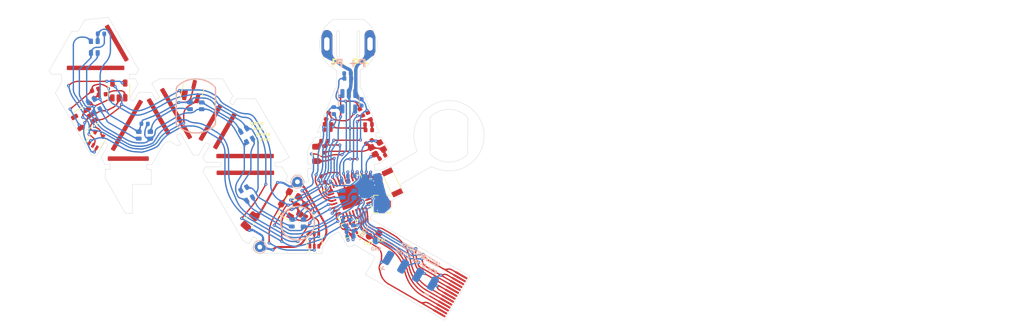
<source format=kicad_pcb>
(kicad_pcb (version 20221018) (generator pcbnew)
  (title_block (title "FLX-F020") (date "2021-09-11") (rev "10") (company "Systemic Games, LLC") (comment 1 "Flexible PCB, 0.13mm thickness"))
  (layers (0 "F.Cu" signal) (31 "B.Cu" signal) (34 "B.Paste" user) (35 "F.Paste" user) (36 "B.SilkS" user "B.Silkscreen") (37 "F.SilkS" user "F.Silkscreen") (38 "B.Mask" user) (39 "F.Mask" user) (44 "Edge.Cuts" user))
  (net 0 "")
  (net 1 "Net-(C1-Pad1)")
  (net 2 "GND")
  (net 3 "VDD")
  (net 4 "VDC")
  (net 5 "VEE")
  (net 6 "Net-(L1-Pad2)")
  (net 7 "Net-(L1-Pad1)")
  (net 8 "+5V")
  (net 9 "/LED_EN")
  (net 10 "Net-(C2-Pad2)")
  (net 11 "Net-(C3-Pad1)")
  (net 12 "Net-(C5-Pad2)")
  (net 13 "Net-(C7-Pad1)")
  (net 14 "Net-(C19-Pad1)")
  (net 15 "Net-(C19-Pad2)")
  (net 16 "/ANTENNA")
  (net 17 "RXI")
  (net 18 "TXO")
  (net 19 "SWO")
  (net 20 "RESET")
  (net 21 "SWDCLK")
  (net 22 "SWDIO")
  (net 23 "Net-(R10-Pad1)")
  (net 24 "/LED_DATA")
  (net 25 "+BATT")
  (net 26 "/STATS")
  (net 27 "/5V_SENSE")
  (net 28 "/VBAT_SENSE")
  (net 29 "/Power Supply/MAG1_")
  (net 30 "/LED_RETURN")
  (net 31 "/Power Supply/LED_EN_OUT")
  (net 32 "Net-(R3-Pad1)")
  (net 33 "Net-(D2-Pad3)")
  (net 34 "Net-(D3-Pad3)")
  (net 35 "Net-(D4-Pad3)")
  (net 36 "Net-(D5-Pad3)")
  (net 37 "Net-(D6-Pad3)")
  (net 38 "Net-(D7-Pad3)")
  (net 39 "Net-(D8-Pad3)")
  (net 40 "/SCL")
  (net 41 "/SDA")
  (net 42 "/ACC_INT")
  (net 46 "/BATT_NTC")
  (net 47 "/ANT_50")
  (net 48 "/ANT_NRF")
  (net 49 "/NTC_ID_VDD")
  (net 50 "/PROG")
  (footprint "Pixels-dice:SOT-353_SC-70-5" (layer "F.Cu") (at 111.23 70.25 60)
    (fp_text reference "U7")
    (fp_text value "SN74LVC1G08" hide)
  )
  (footprint "Package_TO_SOT_SMD:SOT-23" (layer "F.Cu") (at 125.53 62.93 77)
    (fp_text reference "U8")
    (fp_text value "TMR1366")
  )
  (footprint "Pixels-dice:SOT-23-5" (layer "F.Cu") (at 114.59 62.92 90)
    (fp_text reference "U6")
    (fp_text value "MT9700" hide)
  )
  (footprint "Pixels-dice:R_0402_1005Metric" (layer "F.Cu") (at 112.12 63.53 -174)
    (fp_text reference "R3")
    (fp_text value "10k 5%")
  )
  (footprint "Inductor_SMD:L_0805_2012Metric" (layer "F.Cu") (at 143.81 72.31 90)
    (fp_text reference "L1")
    (fp_text value "10uH 100mA 20%")
  )
  (footprint "Pixels-dice:C_0402_1005Metric" (layer "F.Cu") (at 153.61 72.76 -148)
    (fp_text reference "C5")
    (fp_text value "8pF 10V 10%")
  )
  (footprint "Pixels-dice:C_0402_1005Metric" (layer "F.Cu") (at 144.83 76.07 120)
    (fp_text reference "C3")
    (fp_text value "0.1uF 10V 20%")
  )
  (footprint "Pixels-dice:C_0402_1005Metric" (layer "F.Cu") (at 151.62 70.54 31)
    (fp_text reference "C2")
    (fp_text value "8pF 10V 10%")
  )
  (footprint "Package_DFN_QFN:QFN-32-1EP_5x5mm_P0.5mm_EP3.1x3.1mm" (layer "F.Cu") (at 148.76 78.67 19)
    (fp_text reference "U1")
    (fp_text value "N52810_QFN32")
  )
  (footprint "Pixels-dice:0402_RF" (layer "F.Cu") (at 151.99 77.65 110)
    (fp_text reference "C8")
    (fp_text value "0.8pF 10V 5% C0G")
  )
  (footprint "Pixels-dice:C_0402_1005Metric" (layer "F.Cu") (at 110.62 64.42 53)
    (fp_text reference "C9")
    (fp_text value "10uF 10V 20%")
  )
  (footprint "Pixels-dice:C_0402_1005Metric" (layer "F.Cu") (at 111.09 62.82 19)
    (fp_text reference "C18")
    (fp_text value "4.7uF 10V 20%")
  )
  (footprint "Pixels-dice:R_0402_1005Metric" (layer "F.Cu") (at 142.54 81.11 59)
    (fp_text reference "R4")
    (fp_text value "100k 1%")
  )
  (footprint "Pixels-dice:SOT-23-5" (layer "F.Cu") (at 109.47 67.11 -150)
    (fp_text reference "U4")
    (fp_text value "ME6215" hide)
  )
  (footprint "Capacitor_SMD:C_0603_1608Metric" (layer "F.Cu") (at 140.51 78.27 -30)
    (fp_text reference "C13")
    (fp_text value "4.7uF 25V 20%")
  )
  (footprint "Package_TO_SOT_SMD:SOT-363_SC-70-6" (layer "F.Cu") (at 143.53 85.04 90)
    (fp_text reference "D1")
    (fp_text value "BAV99S")
  )
  (footprint "Capacitor_SMD:C_0603_1608Metric" (layer "F.Cu") (at 141.77 80.53 60)
    (fp_text reference "C15")
    (fp_text value "22uF 10V 20%")
  )
  (footprint "Inductor_SMD:L_0402_1005Metric" (layer "F.Cu") (at 145.04 70.4)
    (fp_text reference "L2")
    (fp_text value "15nH 100mA 5%")
  )
  (footprint "Pixels-dice:C_0402_1005Metric" (layer "F.Cu") (at 144.99 71.65 -90)
    (fp_text reference "C1")
    (fp_text value "4.7uF 10V 20%")
  )
  (footprint "Pixels-dice:C_0402_1005Metric" (layer "F.Cu") (at 145.475 68.74)
    (fp_text reference "C21")
    (fp_text value "10nF 25V 10%")
  )
  (footprint "Pixels-dice:R_0402_1005Metric" (layer "F.Cu") (at 151.65 66.7 -68)
    (fp_text reference "R7")
    (fp_text value "4.02M 1%")
  )
  (footprint "Pixels-dice:R_0402_1005Metric" (layer "F.Cu") (at 145.555 67.93)
    (fp_text reference "R2")
    (fp_text value "4.02M 1%")
  )
  (footprint "Pixels-dice:R_0402_1005Metric" (layer "F.Cu") (at 151.55 67.95 180)
    (fp_text reference "R8")
    (fp_text value "10M 1%")
  )
  (footprint "Pixels-dice:R_0402_1005Metric" (layer "F.Cu") (at 145.465 66.69 -112)
    (fp_text reference "R1")
    (fp_text value "4.02M 1%")
  )
  (footprint "Pixels-dice:C_0402_1005Metric" (layer "F.Cu") (at 151.6 68.79 180)
    (fp_text reference "C22")
    (fp_text value "10nF 25V 10%")
  )
  (footprint "Pixels-dice:Crystal_SMD_2016-4Pin_2.0x1.6mm" (layer "F.Cu") (at 152.880004 71.479998 -150)
    (fp_text reference "Y1")
    (fp_text value "32MHz 40ppm")
  )
  (footprint "Package_LGA:LGA-12_2x2mm_P0.5mm" (layer "F.Cu") (at 148.864998 83.439996 -72)
    (fp_text reference "U2")
    (fp_text value "KXTJ3-1057")
  )
  (footprint "Pixels-dice:0402_RF" (layer "F.Cu") (at 153.29 78.56)
    (fp_text reference "L5")
    (fp_text value "3.9nH 5%")
  )
  (footprint "Pixels-dice:R_0402_1005Metric" (layer "F.Cu") (at 150.5 66.17 115)
    (fp_text reference "R5")
    (fp_text value "100k 1%")
  )
  (footprint "Pixels-dice:SOT-23" (layer "F.Cu") (at 139.55 80.18 -30)
    (fp_text reference "U3")
    (fp_text value "PJ75AL50SA")
  )
  (footprint "Capacitor_SMD:C_0805_2012Metric" (layer "F.Cu") (at 134 82.25 -131)
    (fp_text reference "C19" hide)
    (fp_text value "12nF 50V 5% NP0")
  )
  (footprint "Pixels-dice:0402_RF" (layer "F.Cu") (at 153.45 76.52 100)
    (fp_text reference "L3")
    (fp_text value "0 Ohm")
  )
  (footprint "Pixels-dice:TEST_PIN" (layer "F.Cu") (at 151.65 84.5)
    (fp_text reference "W2" hide)
    (fp_text value "TXO")
  )
  (footprint "Pixels-dice:CHIP_ANT" (layer "F.Cu") (at 154.361549 74.979277 -155)
    (fp_text reference "AE1")
    (fp_text value "Antenna_Chip" hide)
  )
  (footprint "Pixels-dice:0402_RF" (layer "F.Cu") (at 153.2 77.77 170)
    (fp_text reference "C12")
    (fp_text value "DNP")
  )
  (footprint "Pixels-dice:FPC_14" (layer "F.Cu") (at 165.298188 90.283345 -120)
    (fp_text reference "J1")
    (fp_text value "Conn_01x14")
  )
  (footprint "Pixels-dice:0402_RF" (layer "F.Cu") (at 152.766892 75.617429 -160)
    (fp_text reference "C11")
    (fp_text value "DNP")
  )
  (footprint "Pixels-dice:TEST_PIN" (layer "F.Cu") (at 153.1 84.05)
    (fp_text reference "W1" hide)
    (fp_text value "RXI")
  )
  (footprint "RFFrontEnd:MFH3.RECE.20369.001E.01" (layer "F.Cu") (at 153.61 79.73)
    (fp_text reference "J4" hide)
    (fp_text value "DNP" hide)
  )
  (footprint "Pixels-dice:TX1812Z_2020" (layer "B.Cu") (at 133.52 69.54 30)
    (fp_text reference "D5")
    (fp_text value "TX1812Z_2020")
  )
  (footprint "Pixels-dice:TX1812Z_2020" (layer "B.Cu") (at 133.52 78.22 30)
    (fp_text reference "D4")
    (fp_text value "TX1812Z_2020")
  )
  (footprint "Pixels-dice:TX1812Z_2020" (layer "B.Cu") (at 126 65.19 90)
    (fp_text reference "D6")
    (fp_text value "TX1812Z_2020")
  )
  (footprint "Pixels-dice:C_0402_1005Metric" (layer "B.Cu") (at 150.51 64.68 -90)
    (fp_text reference "C16")
    (fp_text value "10uF 10V 20%")
  )
  (footprint "Pixels-dice:TX1812Z_2020" (layer "B.Cu") (at 148.59 78.26 90)
    (fp_text reference "D2")
    (fp_text value "TX1812Z_2020")
  )
  (footprint "Pixels-dice:TX1812Z_2020" (layer "B.Cu") (at 118.41 69.55 90)
    (fp_text reference "D7")
    (fp_text value "TX1812Z_2020")
  )
  (footprint "Pixels-dice:TX1812Z_2020" (layer "B.Cu") (at 110.96 56.5)
    (fp_text reference "D9")
    (fp_text value "TX1812Z_2020")
  )
  (footprint "Pixels-dice:TX1812Z_2020" (layer "B.Cu") (at 110.94 65.18 30)
    (fp_text reference "D8")
    (fp_text value "TX1812Z_2020")
  )
  (footprint "TestPoint:TestPoint_THTPad_D1.5mm_Drill0.7mm" (layer "B.Cu") (at 135.46 86.09 150)
    (fp_text reference "P6" hide)
    (fp_text value "COILB")
  )
  (footprint "Pixels-dice:C_0402_1005Metric" (layer "B.Cu") (at 148.43 60.38)
    (fp_text reference "C6")
    (fp_text value "DNP")
  )
  (footprint "Package_TO_SOT_SMD:SOT-23-5" (layer "B.Cu") (at 148.64 64.51 -90)
    (fp_text reference "U5")
    (fp_text value "MCP73832T-2ACI/OT")
  )
  (footprint "TestPoint:TestPoint_THTPad_D1.5mm_Drill0.7mm" (layer "B.Cu") (at 141.03 76.44 150)
    (fp_text reference "P5" hide)
    (fp_text value "COILA")
  )
  (footprint "Pixels-dice:C_0402_1005Metric" (layer "B.Cu") (at 151.38 75.65 180)
    (fp_text reference "C7")
    (fp_text value "100pF NP0 10V 5%")
  )
  (footprint "Pixels-dice:R_0402_1005Metric" (layer "B.Cu") (at 149 75.6)
    (fp_text reference "R10")
    (fp_text value "100k 1%")
  )
  (footprint "Pixels-dice:C_0402_1005Metric" (layer "B.Cu") (at 148.82 83.76 7)
    (fp_text reference "C10")
    (fp_text value "0.1uF 10V 20%")
  )
  (footprint "Pixels-dice:C_0402_1005Metric" (layer "B.Cu") (at 118.41 67.85 180)
    (fp_text reference "C23")
    (fp_text value "0.1uF 10V 20%")
  )
  (footprint "Pixels-dice:TX1812Z_2020" (layer "B.Cu") (at 141.07 82.56 90)
    (fp_text reference "D3")
    (fp_text value "TX1812Z_2020")
  )
  (footprint "Resistor_SMD:R_0402_1005Metric" (layer "B.Cu") (at 148.03 76.43)
    (fp_text reference "R9")
    (fp_text value "470k 1%")
  )
  (footprint "Pixels-dice:C_0402_1005Metric" (layer "B.Cu") (at 148.89 84.57 7)
    (fp_text reference "C4")
    (fp_text value "4.7uF 10V 20%")
  )
  (footprint "Pixels-dice:R_0402_1005Metric" (layer "B.Cu") (at 146.4 65.88 -90)
    (fp_text reference "R6")
    (fp_text value "22k 1%")
  )
  (footprint "Pixels-dice:Hongjie 10100 Connector" (layer "B.Cu") (at 148.577825 56.028319 180)
    (fp_text reference "J3")
    (fp_text value "Conn_01x02")
  )
  (footprint "Pixels-dice:R_0402_1005Metric" (layer "B.Cu") (at 148.72 82.94 7)
    (fp_text reference "R12")
    (fp_text value "2.7k 5%")
  )
  (footprint "Pixels-dice:R_0402_1005Metric" (layer "B.Cu") (at 148.26 82.16 7)
    (fp_text reference "R16")
    (fp_text value "2.7k 5%")
  )
  (footprint "Pixels-dice:R_0402_1005Metric" (layer "B.Cu") (at 148.51 61.15)
    (fp_text reference "TH1")
    (fp_text value "NTC 100k @ 25C")
  )
  (footprint "Pixels-dice:C_0402_1005Metric" (layer "B.Cu") (at 111.95 54.5 180)
    (fp_text reference "C24")
    (fp_text value "0.1uF 10V 20%")
  )
  (footprint "Pixels-dice:TEST_PIN" (layer "B.Cu") (at 152.65 85.2 180)
    (fp_text reference "W19" hide)
    (fp_text value "GND")
  )
  (footprint "Pixels-dice:FPC-POGO-4" (layer "B.Cu") (at 157.782328 89.60446 -30)
    (fp_text reference "J2")
    (fp_text value "Conn_01x04")
  )
  (gr_circle (center 141.05 82.57) (end 143.55 82.57) (stroke (width 0.2)) (fill none) (layer "B.SilkS"))
  (gr_line (start 123.097094 67.711454) (end 123.101615 62.699884) (stroke (width 0.2)) (layer "B.SilkS"))
  (gr_curve (pts (xy 128.897092 67.7131) (xy 128.896928 67.880917) (xy 128.826514 68.040981) (xy 128.702919 68.154501)) (stroke (width 0.2)) (layer "B.SilkS"))
  (gr_line (start 128.901596 62.708707) (end 128.897092 67.7131) (stroke (width 0.2)) (layer "B.SilkS"))
  (gr_curve (pts (xy 123.296469 62.257855) (xy 124.828993 60.85494) (xy 127.180452 60.858891) (xy 128.70823 62.266974)) (stroke (width 0.2)) (layer "B.SilkS"))
  (gr_curve (pts (xy 123.291145 68.153836) (xy 123.16733 68.040083) (xy 123.096934 67.879591) (xy 123.097094 67.711454)) (stroke (width 0.2)) (layer "B.SilkS"))
  (gr_curve (pts (xy 128.70823 62.266974) (xy 128.831626 62.380696) (xy 128.901771 62.540894) (xy 128.901596 62.708707)) (stroke (width 0.2)) (layer "B.SilkS"))
  (gr_curve (pts (xy 128.702919 68.154501) (xy 127.172596 69.559798) (xy 124.821128 69.559509) (xy 123.291145 68.153836)) (stroke (width 0.2)) (layer "B.SilkS"))
  (gr_curve (pts (xy 123.101615 62.699884) (xy 123.101768 62.531742) (xy 123.17245 62.371393) (xy 123.296469 62.257855)) (stroke (width 0.2)) (layer "B.SilkS"))
  (gr_circle (center 142.8 86.7) (end 142.9 86.7) (stroke (width 0.15)) (fill solid) (layer "F.SilkS"))
  (gr_circle (center 145 77.7) (end 145.1 77.7) (stroke (width 0.15)) (fill solid) (layer "F.SilkS"))
  (gr_circle (center 149.9 82.1) (end 150 82.1) (stroke (width 0.15)) (fill solid) (layer "F.SilkS"))
  (gr_line (start 134.83 64.13) (end 132.03 64.13) (stroke (width 0.05)) (layer "Edge.Cuts"))
  (gr_curve (pts (xy 160.662365 67.11) (xy 160.662509 66.974981) (xy 160.72121 66.841595) (xy 160.824219 66.747017)) (stroke (width 0.05)) (layer "Edge.Cuts"))
  (gr_line (start 117.53 59.82) (end 113.05 52.09) (stroke (width 0.05)) (layer "Edge.Cuts"))
  (gr_line (start 137.68 74.02) (end 137.68 73.72) (stroke (width 0.05)) (layer "Edge.Cuts"))
  (gr_line (start 116.599266 81.119722) (end 115.580824 81.121501) (stroke (width 0.05)) (layer "Edge.Cuts"))
  (gr_arc (start 127.92 70.84) (mid 128.014629 70.958813) (end 128 71.11) (stroke (width 0.05)) (layer "Edge.Cuts"))
  (gr_arc (start 146.85 54.28) (mid 147.052187 54.081376) (end 147.25 54.28) (stroke (width 0.05)) (layer "Edge.Cuts"))
  (gr_line (start 117.06 61.2) (end 116.25 61.2) (stroke (width 0.05)) (layer "Edge.Cuts"))
  (gr_line (start 118.692311 74.574065) (end 119.397732 74.575383) (stroke (width 0.05)) (layer "Edge.Cuts"))
  (gr_line (start 131.45 63.73) (end 129.99 61.2) (stroke (width 0.05)) (layer "Edge.Cuts"))
  (gr_arc (start 158.706868 71.729277) (mid 158.716348 71.911539) (end 158.601279 72.053202) (stroke (width 0.05)) (layer "Edge.Cuts"))
  (gr_arc (start 123.54 69.34) (mid 123.695281 69.314422) (end 123.82 69.41) (stroke (width 0.05)) (layer "Edge.Cuts"))
  (gr_line (start 127.41 74.23) (end 127.04 74.88) (stroke (width 0.05)) (layer "Edge.Cuts"))
  (gr_line (start 123.35 71.11) (end 123.78 70.84) (stroke (width 0.05)) (layer "Edge.Cuts"))
  (gr_line (start 154.892566 74.16) (end 158.599153 72.049502) (stroke (width 0.05)) (layer "Edge.Cuts"))
  (gr_line (start 123.18 69.79) (end 123.78 70.84) (stroke (width 0.05)) (layer "Edge.Cuts"))
  (gr_curve (pts (xy 160.824219 66.747017) (xy 162.316271 65.377758) (xy 164.608944 65.378344) (xy 166.100494 66.74908)) (stroke (width 0.05)) (layer "Edge.Cuts"))
  (gr_line (start 112.64 70.65) (end 112.9 70.8) (stroke (width 0.05)) (layer "Edge.Cuts"))
  (gr_line (start 143.07 73.92) (end 143.07 74.42) (stroke (width 0.05)) (layer "Edge.Cuts"))
  (gr_line (start 107.63 54.16) (end 104.27 59.99) (stroke (width 0.05)) (layer "Edge.Cuts"))
  (gr_line (start 153.25 74.75) (end 152.53 74.75) (stroke (width 0.05)) (layer "Edge.Cuts"))
  (gr_arc (start 146.81 62.51) (mid 146.780725 62.579563) (end 146.71 62.61) (stroke (width 0.05)) (layer "Edge.Cuts"))
  (gr_curve (pts (xy 166.257178 72.128605) (xy 166.256834 72.269434) (xy 166.197908 72.403058) (xy 166.094547 72.497652)) (stroke (width 0.05)) (layer "Edge.Cuts"))
  (gr_arc (start 106.02 60.5) (mid 106.09055 60.528721) (end 106.12 60.6) (stroke (width 0.05)) (layer "Edge.Cuts"))
  (gr_line (start 108.58 54.16) (end 109.54 52.46) (stroke (width 0.05)) (layer "Edge.Cuts"))
  (gr_line (start 117.15 60.5) (end 117.53 59.82) (stroke (width 0.05)) (layer "Edge.Cuts"))
  (gr_line (start 144.69 87.01) (end 144.69 86.17) (stroke (width 0.05)) (layer "Edge.Cuts"))
  (gr_line (start 119.492178 73.875564) (end 121.13 71) (stroke (width 0.05)) (layer "Edge.Cuts"))
  (gr_line (start 162.81 96.93) (end 166.57 90.41) (stroke (width 0.05)) (layer "Edge.Cuts"))
  (gr_line (start 152.43 74.65) (end 152.43 73.92) (stroke (width 0.05)) (layer "Edge.Cuts"))
  (gr_line (start 117.46 61.9) (end 117.06 61.2) (stroke (width 0.05)) (layer "Edge.Cuts"))
  (gr_line (start 127.66 70.69) (end 127.92 70.84) (stroke (width 0.05)) (layer "Edge.Cuts"))
  (gr_line (start 142.15 76.49) (end 141.45 75.28) (stroke (width 0.05)) (layer "Edge.Cuts"))
  (gr_line (start 122.5 70.63) (end 123.35 71.11) (stroke (width 0.05)) (layer "Edge.Cuts"))
  (gr_line (start 147.27 83.97) (end 148.42 85.96) (stroke (width 0.05)) (layer "Edge.Cuts"))
  (gr_line (start 112.597705 74.562614) (end 113.33049 74.563993) (stroke (width 0.05)) (layer "Edge.Cuts"))
  (gr_line (start 151.76 81.86) (end 152.13 81.2) (stroke (width 0.05)) (layer "Edge.Cuts"))
  (gr_line (start 150.74 52.39) (end 146.4 52.39) (stroke (width 0.05)) (layer "Edge.Cuts"))
  (gr_line (start 123.25 69.52) (end 123.54 69.34) (stroke (width 0.05)) (layer "Edge.Cuts"))
  (gr_line (start 119.95 64.13) (end 119.42 63.2) (stroke (width 0.05)) (layer "Edge.Cuts"))
  (gr_line (start 146.81 60.05) (end 146.81 62.51) (stroke (width 0.05)) (layer "Edge.Cuts"))
  (gr_line (start 119.42 63.2) (end 117.52 63.2) (stroke (width 0.05)) (layer "Edge.Cuts"))
  (gr_curve (pts (xy 160.81 72.48) (xy 160.715265 72.393289) (xy 160.656845 72.259782) (xy 160.656989 72.119939)) (stroke (width 0.05)) (layer "Edge.Cuts"))
  (gr_arc (start 129.77 74.03) (mid 129.710435 74.169024) (end 129.57 74.23) (stroke (width 0.05)) (layer "Edge.Cuts"))
  (gr_line (start 104.27 59.99) (end 104.56 60.5) (stroke (width 0.05)) (layer "Edge.Cuts"))
  (gr_line (start 150.31 62.51) (end 150.31 60.06) (stroke (width 0.05)) (layer "Edge.Cuts"))
  (gr_line (start 154.892566 74.16) (end 154.71 74.16) (stroke (width 0.05)) (layer "Edge.Cuts"))
  (gr_line (start 125.59 72.48) (end 126.4 72.48) (stroke (width 0.05)) (layer "Edge.Cuts"))
  (gr_line (start 128 71.11) (end 127.01 72.83) (stroke (width 0.05)) (layer "Edge.Cuts"))
  (gr_line (start 134.68 84.6) (end 134.94 84.75) (stroke (width 0.05)) (layer "Edge.Cuts"))
  (gr_line (start 104.56 60.5) (end 106.02 60.5) (stroke (width 0.05)) (layer "Edge.Cuts"))
  (gr_arc (start 116.31 64.3) (mid 116.216756 64.178942) (end 116.24 64.03) (stroke (width 0.05)) (layer "Edge.Cuts"))
  (gr_arc (start 127.39 70.76) (mid 127.510425 70.668781) (end 127.66 70.69) (stroke (width 0.05)) (layer "Edge.Cuts"))
  (gr_line (start 112.597705 74.562614) (end 112.6 75.94) (stroke (width 0.05)) (layer "Edge.Cuts"))
  (gr_line (start 156.777369 77.92038) (end 156.366508 77.005006) (stroke (width 0.05)) (layer "Edge.Cuts"))
  (gr_line (start 155 80.32) (end 155 79.21) (stroke (width 0.05)) (layer "Edge.Cuts"))
  (gr_line (start 152.4 87.46) (end 149.46 85.76) (stroke (width 0.05)) (layer "Edge.Cuts"))
  (gr_line (start 116.600453 77.119722) (end 116.599266 81.119722) (stroke (width 0.05)) (layer "Edge.Cuts"))
  (gr_arc (start 150.41 62.61) (mid 150.342215 62.57923) (end 150.31 62.51) (stroke (width 0.05)) (layer "Edge.Cuts"))
  (gr_line (start 153.96 81.2) (end 155 80.32) (stroke (width 0.05)) (layer "Edge.Cuts"))
  (gr_line (start 152.76 69.14) (end 153.16 69.14) (stroke (width 0.05)) (layer "Edge.Cuts"))
  (gr_line (start 116.6 76.824878) (end 116.600453 77.119722) (stroke (width 0.05)) (layer "Edge.Cuts"))
  (gr_arc (start 134.94 84.75) (mid 135.03611 84.875784) (end 135.01 85.03) (stroke (width 0.05)) (layer "Edge.Cuts"))
  (gr_arc (start 139.34 76.31) (mid 139.295395 76.250479) (end 139.31 76.18) (stroke (width 0.05)) (layer "Edge.Cuts"))
  (gr_arc (start 152.43 73.92) (mid 152.457909 73.846363) (end 152.53 73.82) (stroke (width 0.05)) (layer "Edge.Cuts"))
  (gr_line (start 132.03 64.13) (end 131.54 64.97) (stroke (width 0.05)) (layer "Edge.Cuts"))
  (gr_line (start 142.56 71.73) (end 142.56 73.82) (stroke (width 0.05)) (layer "Edge.Cuts"))
  (gr_line (start 129.77 73.73) (end 129.77 74.03) (stroke (width 0.05)) (layer "Edge.Cuts"))
  (gr_line (start 127.41 73.53) (end 129.57 73.53) (stroke (width 0.05)) (layer "Edge.Cuts"))
  (gr_line (start 139.78 76.56) (end 139.34 76.31) (stroke (width 0.05)) (layer "Edge.Cuts"))
  (gr_line (start 147.25 57.83) (end 147.25 54.28) (stroke (width 0.05)) (layer "Edge.Cuts"))
  (gr_line (start 142.56 75.82) (end 142.75 76.14) (stroke (width 0.05)) (layer "Edge.Cuts"))
  (gr_line (start 119.39999 76.820554) (end 119.397732 74.575383) (stroke (width 0.05)) (layer "Edge.Cuts"))
  (gr_arc (start 129.57 73.53) (mid 129.711927 73.587942) (end 129.77 73.73) (stroke (width 0.05)) (layer "Edge.Cuts"))
  (gr_curve (pts (xy 166.100494 66.74908) (xy 166.203856 66.843169) (xy 166.262509 66.976913) (xy 166.262367 67.117028)) (stroke (width 0.05)) (layer "Edge.Cuts"))
  (gr_line (start 113.331807 73.863994) (end 112.509139 73.862452) (stroke (width 0.05)) (layer "Edge.Cuts"))
  (gr_line (start 149.23 85.96) (end 149.33 85.79) (stroke (width 0.05)) (layer "Edge.Cuts"))
  (gr_arc (start 120.23 64.2) (mid 120.076322 64.222269) (end 119.95 64.13) (stroke (width 0.05)) (layer "Edge.Cuts"))
  (gr_line (start 129.57 74.23) (end 127.41 74.23) (stroke (width 0.05)) (layer "Edge.Cuts"))
  (gr_line (start 154.56 71.73) (end 153.48 69.84) (stroke (width 0.05)) (layer "Edge.Cuts"))
  (gr_line (start 143.97 69.13) (end 144.37 69.13) (stroke (width 0.05)) (layer "Edge.Cuts"))
  (gr_arc (start 150.31 60.06) (mid 150.342814 59.934286) (end 150.44 59.85) (stroke (width 0.05)) (layer "Edge.Cuts"))
  (gr_arc (start 147 83.9) (mid 147.149149 83.87962) (end 147.27 83.97) (stroke (width 0.05)) (layer "Edge.Cuts"))
  (gr_line (start 117.52 63.2) (end 116.85 64.38) (stroke (width 0.05)) (layer "Edge.Cuts"))
  (gr_line (start 132.97 85.14) (end 133.84 85.65) (stroke (width 0.05)) (layer "Edge.Cuts"))
  (gr_line (start 116.58 64.45) (end 116.31 64.3) (stroke (width 0.05)) (layer "Edge.Cuts"))
  (gr_line (start 135.19 87) (end 144.69 87.01) (stroke (width 0.05)) (layer "Edge.Cuts"))
  (gr_arc (start 152.76 69.84) (mid 152.691059 69.810145) (end 152.66 69.74) (stroke (width 0.05)) (layer "Edge.Cuts"))
  (gr_line (start 126.4 72.48) (end 127.39 70.76) (stroke (width 0.05)) (layer "Edge.Cuts"))
  (gr_line (start 129.99 61.2) (end 120.61 61.2) (stroke (width 0.05)) (layer "Edge.Cuts"))
  (gr_arc (start 152.53 74.75) (mid 152.461709 74.719805) (end 152.43 74.65) (stroke (width 0.05)) (layer "Edge.Cuts"))
  (gr_line (start 139.59 75.65) (end 138.78 74.23) (stroke (width 0.05)) (layer "Edge.Cuts"))
  (gr_line (start 135.01 85.03) (end 134.2 86.43) (stroke (width 0.05)) (layer "Edge.Cuts"))
  (gr_line (start 142.56 73.82) (end 142.97 73.82) (stroke (width 0.05)) (layer "Edge.Cuts"))
  (gr_arc (start 144.37 69.13) (mid 144.440991 69.158937) (end 144.47 69.23) (stroke (width 0.05)) (layer "Edge.Cuts"))
  (gr_arc (start 120.56 63.78) (mid 120.578828 63.928252) (end 120.49 64.05) (stroke (width 0.05)) (layer "Edge.Cuts"))
  (gr_arc (start 149.85 54.28) (mid 150.052187 54.081376) (end 150.25 54.28) (stroke (width 0.05)) (layer "Edge.Cuts"))
  (gr_arc (start 131.54 64.97) (mid 131.483102 65.015169) (end 131.41 65.01) (stroke (width 0.05)) (layer "Edge.Cuts"))
  (gr_line (start 116.6 76.824878) (end 119.39999 76.820554) (stroke (width 0.05)) (layer "Edge.Cuts"))
  (gr_arc (start 123.18 69.79) (mid 123.158995 69.639692) (end 123.25 69.52) (stroke (width 0.05)) (layer "Edge.Cuts"))
  (gr_arc (start 156.777369 77.92038) (mid 156.791858 78.111743) (end 156.67 78.26) (stroke (width 0.05)) (layer "Edge.Cuts"))
  (gr_arc (start 112.9 70.8) (mid 112.991182 70.920434) (end 112.97 71.07) (stroke (width 0.05)) (layer "Edge.Cuts"))
  (gr_arc (start 142.75 76.14) (mid 142.762617 76.220359) (end 142.71 76.28) (stroke (width 0.05)) (layer "Edge.Cuts"))
  (gr_arc (start 149.33 85.79) (mid 149.389361 85.74854) (end 149.46 85.76) (stroke (width 0.05)) (layer "Edge.Cuts"))
  (gr_line (start 105.2 63.31) (end 110.52 72.53) (stroke (width 0.05)) (layer "Edge.Cuts"))
  (gr_arc (start 143.07 74.42) (mid 143.039113 74.487085) (end 142.97 74.52) (stroke (width 0.05)) (layer "Edge.Cuts"))
  (gr_line (start 111.93 72.88) (end 112.509139 73.862452) (stroke (width 0.05)) (layer "Edge.Cuts"))
  (gr_line (start 119.46 61.86) (end 120.56 63.78) (stroke (width 0.05)) (layer "Edge.Cuts"))
  (gr_arc (start 160.67077 74.290398) (mid 160.909058 74.224028) (end 161.15 74.28) (stroke (width 0.05)) (layer "Edge.Cuts"))
  (gr_line (start 133.84 85.65) (end 134.4 84.68) (stroke (width 0.05)) (layer "Edge.Cuts"))
  (gr_arc (start 156.366508 77.005006) (mid 156.35711 76.844086) (end 156.46 76.72) (stroke (width 0.05)) (layer "Edge.Cuts"))
  (gr_arc (start 158.706868 71.729277) (mid 167.217709 66.022831) (end 161.149999 74.28) (stroke (width 0.05)) (layer "Edge.Cuts"))
  (gr_line (start 127.01 72.83) (end 127.41 73.53) (stroke (width 0.05)) (layer "Edge.Cuts"))
  (gr_arc (start 152.4 87.46) (mid 152.490246 87.580387) (end 152.47 87.73) (stroke (width 0.05)) (layer "Edge.Cuts"))
  (gr_line (start 154.56 72.76) (end 154.56 71.73) (stroke (width 0.05)) (layer "Edge.Cuts"))
  (gr_line (start 166.57 90.41) (end 151.76 81.86) (stroke (width 0.05)) (layer "Edge.Cuts"))
  (gr_line (start 139.83 72.81) (end 134.83 64.13) (stroke (width 0.05)) (layer "Edge.Cuts"))
  (gr_line (start 131.41 65.01) (end 131 64.77) (stroke (width 0.05)) (layer "Edge.Cuts"))
  (gr_line (start 151.1 90.17) (end 152.47 87.73) (stroke (width 0.05)) (layer "Edge.Cuts"))
  (gr_line (start 145.86 84.56) (end 147 83.9) (stroke (width 0.05)) (layer "Edge.Cuts"))
  (gr_arc (start 146.69 59.85) (mid 146.781027 59.931915) (end 146.81 60.05) (stroke (width 0.05)) (layer "Edge.Cuts"))
  (gr_line (start 142.56 74.52) (end 142.56 75.82) (stroke (width 0.05)) (layer "Edge.Cuts"))
  (gr_line (start 116.24 64.03) (end 117.46 61.9) (stroke (width 0.05)) (layer "Edge.Cuts"))
  (gr_line (start 146.71 62.61) (end 146.63 62.61) (stroke (width 0.05)) (layer "Edge.Cuts"))
  (gr_line (start 134.2 86.43) (end 135.19 87) (stroke (width 0.05)) (layer "Edge.Cuts"))
  (gr_arc (start 147.25 57.83) (mid 147.052257 58.030427) (end 146.85 57.83) (stroke (width 0.05)) (layer "Edge.Cuts"))
  (gr_line (start 143.66 69.83) (end 142.56 71.73) (stroke (width 0.05)) (layer "Edge.Cuts"))
  (gr_line (start 138.78 74.23) (end 137.88 74.23) (stroke (width 0.05)) (layer "Edge.Cuts"))
  (gr_line (start 106.12 61.1) (end 106.12 61.72) (stroke (width 0.05)) (layer "Edge.Cuts"))
  (gr_line (start 137.88 73.53) (end 138.58 73.53) (stroke (width 0.05)) (layer "Edge.Cuts"))
  (gr_line (start 144.37 69.83) (end 143.66 69.83) (stroke (width 0.05)) (layer "Edge.Cuts"))
  (gr_line (start 153.16 69.14) (end 150.5 62.61) (stroke (width 0.05)) (layer "Edge.Cuts"))
  (gr_line (start 113.05 52.09) (end 109.54 52.46) (stroke (width 0.05)) (layer "Edge.Cuts"))
  (gr_line (start 127.04 74.88) (end 132.97 85.14) (stroke (width 0.05)) (layer "Edge.Cuts"))
  (gr_line (start 108.58 54.16) (end 107.63 54.16) (stroke (width 0.05)) (layer "Edge.Cuts"))
  (gr_line (start 156.46 76.72) (end 160.67077 74.290398) (stroke (width 0.05)) (layer "Edge.Cuts"))
  (gr_line (start 152.13 81.2) (end 153.96 81.2) (stroke (width 0.05)) (layer "Edge.Cuts"))
  (gr_arc (start 137.68 73.72) (mid 137.740248 73.583155) (end 137.88 73.53) (stroke (width 0.05)) (layer "Edge.Cuts"))
  (gr_line (start 152.66 69.74) (end 152.66 69.24) (stroke (width 0.05)) (layer "Edge.Cuts"))
  (gr_line (start 148.42 85.96) (end 149.23 85.96) (stroke (width 0.05)) (layer "Edge.Cuts"))
  (gr_arc (start 121.13 71) (mid 121.738465 70.526454) (end 122.5 70.63) (stroke (width 0.05)) (layer "Edge.Cuts"))
  (gr_line (start 112.97 71.07) (end 111.93 72.88) (stroke (width 0.05)) (layer "Edge.Cuts"))
  (gr_line (start 116.25 60.5) (end 117.15 60.5) (stroke (width 0.05)) (layer "Edge.Cuts"))
  (gr_line (start 111.33 72.53) (end 112.37 70.72) (stroke (width 0.05)) (layer "Edge.Cuts"))
  (gr_arc (start 134.4 84.68) (mid 134.522921 84.582983) (end 134.68 84.6) (stroke (width 0.05)) (layer "Edge.Cuts"))
  (gr_line (start 115.580824 81.121501) (end 112.6 75.94) (stroke (width 0.05)) (layer "Edge.Cuts"))
  (gr_line (start 144.69 86.17) (end 145.86 84.56) (stroke (width 0.05)) (layer "Edge.Cuts"))
  (gr_line (start 146.63 62.61) (end 143.97 69.13) (stroke (width 0.05)) (layer "Edge.Cuts"))
  (gr_line (start 130.95 64.6) (end 131.45 63.73) (stroke (width 0.05)) (layer "Edge.Cuts"))
  (gr_line (start 142.97 74.52) (end 142.56 74.52) (stroke (width 0.05)) (layer "Edge.Cuts"))
  (gr_arc (start 116.15 60.6) (mid 116.177909 60.526363) (end 116.25 60.5) (stroke (width 0.05)) (layer "Edge.Cuts"))
  (gr_line (start 166.257178 72.128605) (end 166.262367 67.117028) (stroke (width 0.05)) (layer "Edge.Cuts"))
  (gr_arc (start 116.85 64.38) (mid 116.728924 64.472889) (end 116.58 64.45) (stroke (width 0.05)) (layer "Edge.Cuts"))
  (gr_arc (start 112.37 70.72) (mid 112.490782 70.630161) (end 112.64 70.65) (stroke (width 0.05)) (layer "Edge.Cuts"))
  (gr_line (start 141.45 75.28) (end 140.64 75.28) (stroke (width 0.05)) (layer "Edge.Cuts"))
  (gr_line (start 150.25 57.83) (end 150.25 54.28) (stroke (width 0.05)) (layer "Edge.Cuts"))
  (gr_line (start 113.33049 74.563993) (end 113.331807 73.863994) (stroke (width 0.05)) (layer "Edge.Cuts"))
  (gr_line (start 106.12 60.6) (end 106.12 61.1) (stroke (width 0.05)) (layer "Edge.Cuts"))
  (gr_line (start 146.85 54.28) (end 146.85 57.83) (stroke (width 0.05)) (layer "Edge.Cuts"))
  (gr_arc (start 142.97 73.82) (mid 143.040589 73.848717) (end 143.07 73.92) (stroke (width 0.05)) (layer "Edge.Cuts"))
  (gr_line (start 144.47 69.23) (end 144.47 69.73) (stroke (width 0.05)) (layer "Edge.Cuts"))
  (gr_arc (start 152.66 69.24) (mid 152.6901 69.170241) (end 152.76 69.14) (stroke (width 0.05)) (layer "Edge.Cuts"))
  (gr_arc (start 139.92 76.53) (mid 139.855557 76.578115) (end 139.78 76.56) (stroke (width 0.05)) (layer "Edge.Cuts"))
  (gr_arc (start 144.47 69.73) (mid 144.440255 69.799816) (end 144.37 69.83) (stroke (width 0.05)) (layer "Edge.Cuts"))
  (gr_line (start 138.58 73.53) (end 139.83 72.81) (stroke (width 0.05)) (layer "Edge.Cuts"))
  (gr_line (start 119.492178 73.875564) (end 118.693622 73.874066) (stroke (width 0.05)) (layer "Edge.Cuts"))
  (gr_line (start 152.53 73.82) (end 152.86 73.82) (stroke (width 0.05)) (layer "Edge.Cuts"))
  (gr_line (start 152.86 73.82) (end 154.56 72.76) (stroke (width 0.05)) (layer "Edge.Cuts"))
  (gr_line (start 142.71 76.28) (end 142.28 76.53) (stroke (width 0.05)) (layer "Edge.Cuts"))
  (gr_line (start 110.52 72.53) (end 111.33 72.53) (stroke (width 0.05)) (layer "Edge.Cuts"))
  (gr_arc (start 146.69 59.85) (mid 144.31515 56.206224) (end 146.4 52.39) (stroke (width 0.05)) (layer "Edge.Cuts"))
  (gr_line (start 160.662365 67.11) (end 160.656989 72.119939) (stroke (width 0.05)) (layer "Edge.Cuts"))
  (gr_line (start 120.49 64.05) (end 120.23 64.2) (stroke (width 0.05)) (layer "Edge.Cuts"))
  (gr_curve (pts (xy 166.094547 72.497652) (xy 164.600163 73.8653) (xy 162.307495 73.861138) (xy 160.81 72.48)) (stroke (width 0.05)) (layer "Edge.Cuts"))
  (gr_arc (start 150.25 57.83) (mid 150.052257 58.030427) (end 149.85 57.83) (stroke (width 0.05)) (layer "Edge.Cuts"))
  (gr_arc (start 142.28 76.53) (mid 142.205357 76.538686) (end 142.15 76.49) (stroke (width 0.05)) (layer "Edge.Cuts"))
  (gr_arc (start 131 64.77) (mid 130.938309 64.696244) (end 130.95 64.6) (stroke (width 0.05)) (layer "Edge.Cuts"))
  (gr_line (start 106.12 61.72) (end 105.2 63.31) (stroke (width 0.05)) (layer "Edge.Cuts"))
  (gr_line (start 140.64 75.28) (end 139.92 76.53) (stroke (width 0.05)) (layer "Edge.Cuts"))
  (gr_line (start 149.85 54.28) (end 149.85 57.83) (stroke (width 0.05)) (layer "Edge.Cuts"))
  (gr_line (start 153.48 69.84) (end 152.76 69.84) (stroke (width 0.05)) (layer "Edge.Cuts"))
  (gr_arc (start 137.88 74.23) (mid 137.738685 74.164347) (end 137.68 74.02) (stroke (width 0.05)) (layer "Edge.Cuts"))
  (gr_line (start 154.71 74.16) (end 153.25 74.75) (stroke (width 0.05)) (layer "Edge.Cuts"))
  (gr_line (start 116.15 61.1) (end 116.15 60.6) (stroke (width 0.05)) (layer "Edge.Cuts"))
  (gr_line (start 123.82 69.41) (end 125.59 72.48) (stroke (width 0.05)) (layer "Edge.Cuts"))
  (gr_arc (start 116.25 61.2) (mid 116.179878 61.170085) (end 116.15 61.1) (stroke (width 0.05)) (layer "Edge.Cuts"))
  (gr_line (start 139.31 76.18) (end 139.59 75.65) (stroke (width 0.05)) (layer "Edge.Cuts"))
  (gr_line (start 120.61 61.2) (end 119.46 61.86) (stroke (width 0.05)) (layer "Edge.Cuts"))
  (gr_arc (start 150.74 52.39) (mid 152.807653 56.208168) (end 150.44 59.85) (stroke (width 0.05)) (layer "Edge.Cuts"))
  (gr_line (start 118.693622 73.874066) (end 118.692311 74.574065) (stroke (width 0.05)) (layer "Edge.Cuts"))
  (gr_line (start 150.5 62.61) (end 150.41 62.61) (stroke (width 0.05)) (layer "Edge.Cuts"))
  (gr_line (start 155 79.21) (end 156.67 78.26) (stroke (width 0.05)) (layer "Edge.Cuts"))
  (gr_line (start 151.1 90.17) (end 162.81 96.93) (stroke (width 0.05)) (layer "Edge.Cuts"))
  (gr_text "SYSTEMIC GAMES" (at 159.25 87.2 150) (layer "B.SilkS" knockout) (effects (font (size 0.5 0.5) (thickness 0.12)) (justify mirror)))
  (gr_text "P+" (at 149.9 58.95) (layer "B.SilkS") (effects (font (size 1.2 1.2) (thickness 0.2) bold) (justify mirror)))
  (gr_text "P-" (at 146.9 58.95) (layer "B.SilkS") (effects (font (size 1.2 1.2) (thickness 0.125)) (justify mirror)))
  (gr_text "-CUT-" (at 150.82 84 61) (layer "B.SilkS") (effects (font (size 0.5 0.5) (thickness 0.1)) (justify mirror)))
  (gr_text "PIXELS D8 V5 PCB" (at 158.65 88.15 150) (layer "B.SilkS") (effects (font (size 0.5 0.5) (thickness 0.12)) (justify mirror)))
  (gr_text "-CUT-" (at 150.82 84 61) (layer "F.SilkS") (effects (font (size 0.5 0.5) (thickness 0.1))))
  (gr_text "P-" (at 147 58.9) (layer "F.SilkS") (effects (font (size 1.2 1.2) (thickness 0.125))))
  (gr_text "P+" (at 150.4 58.9) (layer "F.SilkS") (effects (font (size 1.2 1.2) (thickness 0.2) bold)))
  (gr_text "game\n with\n  pixels\n   .com" (at 134 70.45) (layer "F.SilkS") (effects (font (size 0.5 0.5) (thickness 0.1) bold) (justify left bottom)))
  (segment (start 145.2575 70.695) (end 145.39125 70.5475) (width 0.2) (layer "F.Cu") (net 1))
  (segment (start 145.411387 70.563516) (end 145.114678 70.990555) (width 0.2) (layer "F.Cu") (net 1))
  (segment (start 145.388222 70.99) (end 145.189111 71.08) (width 0.2) (layer "F.Cu") (net 1))
  (segment (start 145.388222 70.99) (end 147.300021 70.99) (width 0.2) (layer "F.Cu") (net 1))
  (segment (start 146.88 75.56) (end 147.257289 76.609475) (width 0.2) (layer "F.Cu") (net 1))
  (via (at 147.3 71) (size 0.45) (drill 0.15) (layers "F.Cu" "B.Cu") (net 1))
  (via (at 146.88 75.56) (size 0.45) (drill 0.15) (layers "F.Cu" "B.Cu") (net 1))
  (arc (start 145.189111 71.08) (mid 145.117851 71.063606) (end 145.114678 70.990555) (width 0.2) (layer "F.Cu") (net 1))
  (arc (start 145.411387 70.563516) (mid 145.408824 70.54607) (end 145.39125 70.5475) (width 0.2) (layer "F.Cu") (net 1))
  (arc (start 145.388222 70.99) (mid 145.226889 70.885027) (end 145.2575 70.695) (width 0.2) (layer "F.Cu") (net 1))
  (segment (start 147.3 71) (end 147.33 71.33) (width 0.2) (layer "B.Cu") (net 1))
  (segment (start 146.88 75.56) (end 146.875013 74.004081) (width 0.2) (layer "B.Cu") (net 1))
  (segment (start 147.116213 72.428785) (end 147.259839 71.97586) (width 0.2) (layer "B.Cu") (net 1))
  (arc (start 147.33 71.33) (mid 147.327135 71.656429) (end 147.259839 71.97586) (width 0.2) (layer "B.Cu") (net 1))
  (arc (start 147.116213 72.428785) (mid 146.934392 73.207059) (end 146.875013 74.004081) (width 0.2) (layer "B.Cu") (net 1))
  (segment (start 151.426749 78.01511) (end 151.426879 78.015065) (width 0.2) (layer "F.Cu") (net 2))
  (segment (start 144.18 84.37125) (end 144.18 84.413437) (width 0.2) (layer "F.Cu") (net 2))
  (segment (start 141.87 82.2) (end 142.143275 82.2) (width 0.2) (layer "F.Cu") (net 2))
  (segment (start 161.986198 91.835269) (end 163.798184 92.881421) (width 0.2) (layer "F.Cu") (net 2))
  (segment (start 151.279008 78.066503) (end 151.009811 78.160142) (width 0.2) (layer "F.Cu") (net 2))
  (segment (start 145.937299 71.92) (end 148.79 71.92) (width 0.2) (layer "F.Cu") (net 2))
  (segment (start 113.800715 65.391256) (end 112.77 65.92) (width 0.2) (layer "F.Cu") (net 2))
  (segment (start 146.3275 68.2) (end 146.065 67.93) (width 0.2) (layer "F.Cu") (net 2))
  (segment (start 142.88 84.95) (end 142.88 85.99) (width 0.2) (layer "F.Cu") (net 2))
  (segment (start 151.609624 77.781308) (end 151.839511 77.236535) (width 0.2) (layer "F.Cu") (net 2))
  (segment (start 152.46021 71.419824) (end 152.229498 71.386754) (width 0.2) (layer "F.Cu") (net 2))
  (segment (start 146.033476 68.305643) (end 145.955 68.83) (width 0.2) (layer "F.Cu") (net 2))
  (segment (start 125.283331 63.880186) (end 125.924951 61.48563) (width 0.2) (layer "F.Cu") (net 2))
  (segment (start 110.95 72.04) (end 111.317917 71.397724) (width 0.2) (layer "F.Cu") (net 2))
  (segment (start 152.46 76.93) (end 152.766685 77.693595) (width 0.2) (layer "F.Cu") (net 2))
  (segment (start 151.120562 68.284339) (end 151.120562 68.06924) (width 0.2) (layer "F.Cu") (net 2))
  (segment (start 144.18 84.25875) (end 144.18 84.37125) (width 0.2) (layer "F.Cu") (net 2))
  (segment (start 153.299128 71.540075) (end 153.530175 71.573193) (width 0.2) (layer "F.Cu") (net 2))
  (segment (start 144.18 84.413437) (end 144.18 84.441562) (width 0.2) (layer "F.Cu") (net 2))
  (segment (start 144.18 83.569687) (end 144.18 83.415) (width 0.2) (layer "F.Cu") (net 2))
  (segment (start 141.386048 78.775786) (end 141.18117 78.6575) (width 0.2) (layer "F.Cu") (net 2))
  (segment (start 144.18 84.54) (end 144.18 84.525937) (width 0.2) (layer "F.Cu") (net 2))
  (segment (start 144.18 84.441562) (end 144.18 84.469687) (width 0.2) (layer "F.Cu") (net 2))
  (segment (start 151.801632 71.477991) (end 151.604479 71.602299) (width 0.2) (layer "F.Cu") (net 2))
  (segment (start 151.41389 78.01958) (end 151.413319 78.019778) (width 0.2) (layer "F.Cu") (net 2))
  (segment (start 109.812668 67.29913) (end 109.55 67.68) (width 0.2) (layer "F.Cu") (net 2))
  (segment (start 151.287862 78.063459) (end 151.42963 78.014111) (width 0.2) (layer "F.Cu") (net 2))
  (segment (start 144.18 82.965) (end 144.18 83.415) (width 0.2) (layer "F.Cu") (net 2))
  (segment (start 144.18 83.850937) (end 144.18 83.935312) (width 0.2) (layer "F.Cu") (net 2))
  (segment (start 111.752055 66.011173) (end 110.482267 66.698115) (width 0.2) (layer "F.Cu") (net 2))
  (segment (start 124.267058 64.66) (end 123.459736 64.66) (width 0.2) (layer "F.Cu") (net 2))
  (segment (start 163.261145 90.26196) (end 164.798188 91.149371) (width 0.2) (layer "F.Cu") (net 2))
  (segment (start 151.604479 71.602299) (end 151.549694 71.636841) (width 0.2) (layer "F.Cu") (net 2))
  (segment (start 151.390624 70.755242) (end 151.66653 71.026738) (width 0.2) (layer "F.Cu") (net 2))
  (segment (start 147.56 75.89132) (end 147.56801 75.917481) (width 0.2) (layer "F.Cu") (net 2))
  (segment (start 145.3 72.025) (end 144.99 72.13) (width 0.2) (layer "F.Cu") (net 2))
  (segment (start 153.248602 80.722662) (end 152.88 80.66) (width 0.2) (layer "F.Cu") (net 2))
  (segment (start 151.413319 78.019778) (end 151.279008 78.066503) (width 0.2) (layer "F.Cu") (net 2))
  (segment (start 150.400564 78.372023) (end 149.86 78.56) (width 0.2) (layer "F.Cu") (net 2))
  (segment (start 154.429139 80.170849) (end 154.610001 79.730001) (width 0.2) (layer "F.Cu") (net 2))
  (segment (start 144.18 84.03375) (end 144.18 84.14625) (width 0.2) (layer "F.Cu") (net 2))
  (segment (start 151.428021 78.014668) (end 151.427657 78.014793) (width 0.2) (layer "F.Cu") (net 2))
  (segment (start 144.18 84.497812) (end 144.18 84.525937) (width 0.2) (layer "F.Cu") (net 2))
  (segment (start 111.716396 63.906655) (end 111.819999 64.23) (width 0.2) (layer "F.Cu") (net 2))
  (segment (start 144.18 83.935312) (end 144.18 83.963437) (width 0.2) (layer "F.Cu") (net 2))
  (segment (start 150.569696 71.92) (end 148.79 71.92) (width 0.2) (layer "F.Cu") (net 2))
  (segment (start 161.689441 91.837141) (end 161.753494 92.076195) (width 0.2) (layer "F.Cu") (net 2))
  (segment (start 141.709213 79.098951) (end 141.867346 79.372846) (width 0.2) (layer "F.Cu") (net 2))
  (segment (start 148.610867 83.898736) (end 148.66097 83.922118) (width 0.2) (layer "F.Cu") (net 2))
  (segment (start 145.066053 75.35883) (end 144.592107 75.65766) (width 0.2) (layer "F.Cu") (net 2))
  (segment (start 148.927652 84.362993) (end 149.27 85) (width 0.2) (layer "F.Cu") (net 2))
  (segment (start 151.426425 78.015221) (end 151.426295 78.015266) (width 0.2) (layer "F.Cu") (net 2))
  (segment (start 144.18 83.963437) (end 144.18 83.991562) (width 0.2) (layer "F.Cu") (net 2))
  (segment (start 151.427657 78.014793) (end 151.427554 78.01483) (width 0.2) (layer "F.Cu") (net 2))
  (segment (start 153.891262 72.05465) (end 153.826242 71.830481) (width 0.2) (layer "F.Cu") (net 2))
  (segment (start 151.269274 70.744793) (end 151.204274 70.789793) (width 0.2) (layer "F.Cu") (net 2))
  (segment (start 144.18 83.569687) (end 144.18 83.710312) (width 0.2) (layer "F.Cu") (net 2))
  (segment (start 150.896464 78.199564) (end 150.400564 78.372023) (width 0.2) (layer "F.Cu") (net 2))
  (segment (start 111.587408 63.244723) (end 111.543849 62.663727) (width 0.2) (layer "F.Cu") (net 2))
  (segment (start 151.41389 78.01958) (end 151.414176 78.019481) (width 0.2) (layer "F.Cu") (net 2))
  (segment (start 152.303403 76.303683) (end 152.353427 75.767918) (width 0.2) (layer "F.Cu") (net 2))
  (segment (start 152.46021 71.419824) (end 153.299128 71.540075) (width 0.2) (layer "F.Cu") (net 2))
  (segment (start 140.59626 81.868528) (end 139.941025 81.502724) (width 0.2) (layer "F.Cu") (net 2))
  (segment (start 159.553948 88.306597) (end 159.46 87.86) (width 0.2) (layer "F.Cu") (net 2))
  (segment (start 144.18 84.03375) (end 144.18 83.991562) (width 0.2) (layer "F.Cu") (net 2))
  (segment (start 144.18 82.597135) (end 144.18 82.965) (width 0.2) (layer "F.Cu") (net 2))
  (segment (start 150.896464 78.199564) (end 151.009811 78.160142) (width 0.2) (layer "F.Cu") (net 2))
  (segment (start 151.832658 71.190211) (end 151.66653 71.026738) (width 0.2) (layer "F.Cu") (net 2))
  (segment (start 147.330189 75.396973) (end 147.56 75.92) (width 0.2) (layer "F.Cu") (net 2))
  (segment (start 146.100289 75.06) (end 146.823659 75.06) (width 0.2) (layer "F.Cu") (net 2))
  (segment (start 151.338046 78.041402) (end 151.286786 78.060471) (width 0.2) (layer "F.Cu") (net 2))
  (segment (start 143.519614 81.786005) (end 143.66 81.839999) (width 0.2) (layer "F.Cu") (net 2))
  (segment (start 160.043126 88.981381) (end 162.271958 90.268197) (width 0.2) (layer "F.Cu") (net 2))
  (segment (start 151.428851 78.01438) (end 151.429214 78.014252) (width 0.2) (layer "F.Cu") (net 2))
  (segment (start 148.35104 83.876693) (end 148.217078 83.913388) (width 0.2) (layer "F.Cu") (net 2))
  (segment (start 162.271958 90.268197) (end 164.548189 91.582385) (width 0.2) (layer "F.Cu") (net 2))
  (segment (start 161.689441 91.837141) (end 161.791892 91.809689) (width 0.2) (layer "F.Cu") (net 2))
  (segment (start 114.45 64.575) (end 114.59 64.02) (width 0.2) (layer "F.Cu") (net 2))
  (segment (start 150.905463 68.499438) (end 148.803524 68.499438) (width 0.2) (layer "F.Cu") (net 2))
  (segment (start 111.327334 63.767153) (end 110.908871 64.036655) (width 0.2) (layer "F.Cu") (net 2))
  (segment (start 151.429525 78.014146) (end 151.42942 78.014182) (width 0.2) (layer "F.Cu") (net 2))
  (segment (start 153.891262 72.05465) (end 154.021303 72.502989) (width 0.2) (layer "F.Cu") (net 2))
  (segment (start 151.427502 78.014848) (end 151.427554 78.01483) (width 0.2) (layer "F.Cu") (net 2))
  (segment (start 147.730048 76.446691) (end 148.19 77.83) (width 0.2) (layer "F.Cu") (net 2))
  (segment (start 142.445084 80.205837) (end 142.1075 79.82883) (width 0.2) (layer "F.Cu") (net 2))
  (segment (start 142.944716 81.062259) (end 143.009761 81.254691) (width 0.2) (layer "F.Cu") (net 2))
  (segment (start 151.426425 78.015221) (end 151.42649 78.015199) (width 0.2) (layer "F.Cu") (net 2))
  (segment (start 111.935251 65.93344) (end 112.77 65.92) (width 0.2) (layer "F.Cu") (net 2))
  (segment (start 152.88 80.66) (end 152.609999 79.729999) (width 0.2) (layer "F.Cu") (net 2))
  (segment (start 151.145 68.91) (end 151.145 68.498712) (width 0.2) (layer "F.Cu") (net 2))
  (segment (start 162.271958 90.268197) (end 162.61346 90.176691) (width 0.2) (layer "F.Cu") (net 2))
  (segment (start 144.18 83.710312) (end 144.18 83.850937) (width 0.2) (layer "F.Cu") (net 2))
  (segment (start 146.96657 68.471082) (end 148.803638 68.476362) (width 0.2) (layer "F.Cu") (net 2))
  (segment (start 148.993029 84.200137) (end 149.338387 84.087922) (width 0.2) (layer "F.Cu") (net 2))
  (segment (start 144.18 84.14625) (end 144.18 84.25875) (width 0.2) (layer "F.Cu") (net 2))
  (segment (start 162.031877 92.438993) (end 163.548188 93.314435) (width 0.2) (layer "F.Cu") (net 2))
  (segment (start 151.414382 78.019411) (end 151.426295 78.015266) (width 0.2) (layer "F.Cu") (net 2))
  (segment (start 144.18 84.469687) (end 144.18 84.497812) (width 0.2) (layer "F.Cu") (net 2))
  (via (at 146.3 68.3) (size 0.45) (drill 0.15) (layers "F.Cu" "B.Cu") (net 2))
  (via (at 109.55 67.68) (size 0.45) (drill 0.15) (layers "F.Cu" "B.Cu") (net 2))
  (via (at 144.18 84.54) (size 0.45) (drill 0.15) (layers "F.Cu" "B.Cu") (net 2))
  (via (at 161.689441 91.837141) (size 0.45) (drill 0.15) (layers "F.Cu" "B.Cu") (net 2))
  (via (at 150.2 78.43) (size 0.45) (drill 0.15) (layers "F.Cu" "B.Cu") (net 2))
  (via (at 123.460002 64.69) (size 0.45) (drill 0.15) (layers "F.Cu" "B.Cu") (net 2))
  (via (at 148.79 71.92) (size 0.45) (drill 0.15) (layers "F.Cu" "B.Cu") (net 2))
  (via (at 147.56 75.92) (size 0.45) (drill 0.15) (layers "F.Cu" "B.Cu") (net 2))
  (via (at 152.46 76.93) (size 0.45) (drill 0.15) (layers "F.Cu" "B.Cu") (net 2))
  (via (at 111.819999 64.23) (size 0.45) (drill 0.15) (layers "F.Cu" "B.Cu") (net 2))
  (via (at 148.803638 68.476362) (size 0.45) (drill 0.15) (layers "F.Cu" "B.Cu") (net 2))
  (via (at 110.95 72.04) (size 0.45) (drill 0.15) (layers "F.Cu" "B.Cu") (net 2))
  (via (at 152.88 80.66) (size 0.45) (drill 0.15) (layers "F.Cu" "B.Cu") (net 2))
  (via (at 147.08 77.86) (size 0.45) (drill 0.15) (layers "F.Cu" "B.Cu") (net 2))
  (via (at 159.46 87.86) (size 0.45) (drill 0.15) (layers "F.Cu" "B.Cu") (net 2))
  (via (at 140.75 81.97) (size 0.45) (drill 0.15) (layers "F.Cu" "B.Cu") (net 2))
  (via (at 162.271958 90.268197) (size 0.45) (drill 0.15) (layers "F.Cu" "B.Cu") (net 2))
  (via (at 152.303403 76.303683) (size 0.45) (drill 0.15) (layers "F.Cu" "B.Cu") (net 2))
  (via (at 149.27 85) (size 0.45) (drill 0.15) (layers "F.Cu" "B.Cu") (net 2))
  (via (at 112.77 65.92) (size 0.45) (drill 0.15) (layers "F.Cu" "B.Cu") (net 2))
  (via (at 150.44 79.48) (size 0.45) (drill 0.15) (layers "F.Cu" "B.Cu") (net 2))
  (via (at 142.88 84.95) (size 0.45) (drill 0.15) (layers "F.Cu" "B.Cu") (net 2))
  (arc (start 143.519614 81.786005) (mid 143.205444 81.577198) (end 143.009761 81.254691) (width 0.2) (layer "F.Cu") (net 2))
  (arc (start 148.927652 84.362993) (mid 148.869341 84.239762) (end 148.823929 84.111216) (width 0.2) (layer "F.Cu") (net 2))
  (arc (start 145.937299 71.92) (mid 145.614353 71.946425) (end 145.3 72.025) (width 0.2) (layer "F.Cu") (net 2))
  (arc (start 151.801632 71.477991) (mid 152.007441 71.394275) (end 152.229498 71.386754) (width 0.2) (layer "F.Cu") (net 2))
  (arc (start 148.823929 84.111216) (mid 148.762744 83.999177) (end 148.66097 83.922118) (width 0.2) (layer "F.Cu") (net 2))
  (arc (start 142.845 81.92) (mid 143.024608 81.611423) (end 143.009761 81.254691) (width 0.2) (layer "F.Cu") (net 2))
  (arc (start 111.587408 63.244723) (mid 111.632415 63.579486) (end 111.716396 63.906655) (width 0.2) (layer "F.Cu") (net 2))
  (arc (start 152.46021 71.419824) (mid 152.016097 71.434868) (end 151.604479 71.602299) (width 0.2) (layer "F.Cu") (net 2))
  (arc (start 151.422422 78.016612) (mid 151.422265 78.016666) (end 151.422109 78.016721) (width 0.2) (layer "F.Cu") (net 2))
  (arc (start 151.428436 78.014525) (mid 151.428228 78.014596) (end 151.428021 78.014668) (width 0.2) (layer "F.Cu") (net 2))
  (arc (start 151.428436 78.014525) (mid 151.428643 78.014452) (end 151.428851 78.01438) (width 0.2) (layer "F.Cu") (net 2))
  (arc (start 143.519614 81.786005) (mid 143.162924 81.755415) (end 142.845 81.92) (width 0.2) (layer "F.Cu") (net 2))
  (arc (start 111.327334 63.767153) (mid 111.556268 63.740954) (end 111.716396 63.906655) (width 0.2) (layer "F.Cu") (net 2))
  (arc (start 141.87 82.2) (mid 141.211918 82.115774) (end 140.59626 81.868528) (width 0.2) (layer "F.Cu") (net 2))
  (arc (start 151.429317 78.014217) (mid 151.429265 78.014234) (end 151.429214 78.014252) (width 0.2) (layer "F.Cu") (net 2))
  (arc (start 111.587408 63.244723) (mid 111.529205 63.541698) (end 111.327334 63.767153) (width 0.2) (layer "F.Cu") (net 2))
  (arc (start 151.429525 78.014146) (mid 151.429577 78.014128) (end 151.42963 78.014111) (width 0.2) (layer "F.Cu") (net 2))
  (arc (start 161.753494 92.076195) (mid 161.856602 92.285281) (end 162.031877 92.438993) (width 0.2) (layer "F.Cu") (net 2))
  (arc (start 153.248602 80.722662) (mid 153.604547 80.733522) (end 153.95 80.64705) (width 0.2) (layer "F.Cu") (net 2))
  (arc (start 142.143275 82.2) (mid 142.521037 82.127415) (end 142.845 81.92) (width 0.2) (layer "F.Cu") (net 2))
  (arc (start 152.46021 71.419824) (mid 152.031905 71.286811) (end 151.66653 71.026738) (width 0.2) (layer "F.Cu") (net 2))
  (arc (start 154.429139 80.170849) (mid 154.23773 80.457407) (end 153.95 80.64705) (width 0.2) (layer "F.Cu") (net 2))
  (arc (start 109.812668 67.29913) (mid 110.111907 66.959004) (end 110.482267 66.698115) (width 0.2) (layer "F.Cu") (net 2))
  (arc (start 142.944716 81.062259) (mid 142.738333 80.608709) (end 142.445084 80.205837) (width 0.2) (layer "F.Cu") (net 2))
  (arc (start 141.386048 78.775786) (mid 141.568903 78.916095) (end 141.709213 79.098951) (width 0.2) (layer "F.Cu") (net 2))
  (arc (start 146.96657 68.471082) (mid 146.619679 68.400031) (end 146.3275 68.2) (width 0.2) (layer "F.Cu") (net 2))
  (arc (start 153.891262 72.05465) (mid 153.671001 71.710129) (end 153.299128 71.540075) (width 0.2) (layer "F.Cu") (net 2))
  (arc (start 148.927652 84.362993) (mid 148.922259 84.266278) (end 148.993029 84.200137) (width 0.2) (layer "F.Cu") (net 2))
  (arc (start 151.286786 78.060471) (mid 151.285846 78.062497) (end 151.287862 78.063459) (width 0.2) (layer "F.Cu") (net 2))
  (arc (start 159.553948 88.306597) (mid 159.726637 88.696112) (end 160.043126 88.981381) (width 0.2) (layer "F.Cu") (net 2))
  (arc (start 151.269274 70.744793) (mid 151.33183 70.728163) (end 151.390624 70.755242) (width 0.2) (layer "F.Cu") (net 2))
  (arc (start 153.826242 71.830481) (mid 153.716111 71.65822) (end 153.530175 71.573193) (width 0.2) (layer "F.Cu") (net 2))
  (arc (start 151.426749 78.01511) (mid 151.426619 78.015154) (end 151.42649 78.015199) (width 0.2) (layer "F.Cu") (net 2))
  (arc (start 146.100289 75.06) (mid 145.562018 75.136204) (end 145.066053 75.35883) (width 0.2) (layer "F.Cu") (net 2))
  (arc (start 148.823929 84.111216) (mid 148.889726 84.191338) (end 148.993029 84.200137) (width 0.2) (layer "F.Cu") (net 2))
  (arc (start 150.905463 68.499438) (mid 151.05756 68.436436) (end 151.120562 68.284339) (width 0.2) (layer "F.Cu") (net 2))
  (arc (start 111.840585 65.960585) (mid 111.886122 65.940748) (end 111.935251 65.93344) (width 0.2) (layer "F.Cu") (net 2))
  (arc (start 151.421487 78.016939) (mid 151.421383 78.016975) (end 151.42128 78.017012) (width 0.2) (layer "F.Cu") (net 2))
  (arc (start 148.610867 83.898736) (mid 148.482913 83.864611) (end 148.35104 83.876693) (width 0.2) (layer "F.Cu") (net 2))
  (arc (start 151.604479 71.602299) (mid 151.774668 71.329521) (end 151.66653 71.026738) (width 0.2) (layer "F.Cu") (net 2))
  (arc (start 151.801632 71.477991) (mid 151.886727 71.341602) (end 151.832658 71.190211) (width 0.2) (layer "F.Cu") (net 2))
  (arc (start 144.18 82.597135) (mid 144.03748 82.137881) (end 143.66 81.839999) (width 0.2) (layer "F.Cu") (net 2))
  (arc (start 111.752055 66.011173) (mid 111.796613 65.986393) (end 111.840585 65.960585) (width 0.2) (layer "F.Cu") (net 2))
  (arc (start 151.609624 77.781308) (mid 151.500717 77.939424) (end 151.338046 78.041402) (width 0.2) (layer "F.Cu") (net 2))
  (arc (start 151.414279 78.019446) (mid 151.41433 78.019428) (end 151.414382 78.019411) (width 0.2) (layer "F.Cu") (net 2))
  (arc (start 151.421177 78.017049) (mid 151.420969 78.017121) (end 151.420762 78.017194) (width 0.2) (layer "F.Cu") (net 2))
  (arc (start 152.229498 71.386754) (mid 152.015345 71.320247) (end 151.832658 71.190211) (width 0.2) (layer "F.Cu") (net 2))
  (arc (start 114.45 64.575) (mid 114.213384 65.053147) (end 113.800715 65.391256) (width 0.2) (layer "F.Cu") (net 2))
  (arc (start 146.823659 75.06) (mid 146.981969 75.083693) (end 147.126406 75.152697) (width 0.2) (layer "F.Cu") (net 2))
  (arc (start 125.283331 63.880186) (mid 124.90755 64.442582) (end 124.267058 64.66) (width 0.2) (layer "F.Cu") (net 2))
  (arc (start 147.330189 75.396973) (mid 147.245589 75.26041) (end 147.126406 75.152697) (width 0.2) (layer "F.Cu") (net 2))
  (arc (start 151.429317 78.014217) (mid 151.429368 78.014199) (end 151.42942 78.014182) (width 0.2) (layer "F.Cu") (net 2))
  (arc (start 151.427502 78.014848) (mid 151.42719 78.014956) (end 151.426879 78.015065) (width 0.2) (layer "F.Cu") (net 2))
  (arc (start 161.986198 91.835269) (mid 161.891589 91.803154) (end 161.791892 91.809689) (width 0.2) (layer "F.Cu") (net 2))
  (arc (start 151.414176 78.019481) (mid 151.414227 78.019463) (end 151.414279 78.019446) (width 0.2) (layer "F.Cu") (net 2))
  (arc (start 150.569696 71.92) (mid 151.079739 71.847791) (end 151.549694 71.636841) (width 0.2) (layer "F.Cu") (net 2))
  (arc (start 163.261145 90.26196) (mid 162.945783 90.154909) (end 162.61346 90.176691) (width 0.2) (layer "F.Cu") (net 2))
  (segment (start 148.81 64.601677) (end 148.81 71.920039) (width 0.2) (layer "B.Cu") (net 2))
  (segment (start 134.41137 68.859881) (end 134.978911 69.84289) (width 0.2) (layer "B.Cu") (net 2))
  (segment (start 149.323903 84.106198) (end 149.366422 84.511503) (width 0.2) (layer "B.Cu") (net 2))
  (segment (start 111.467586 54.777593) (end 111.46 55.65) (width 0.2) (layer "B.Cu") (net 2))
  (segment (start 128.084999 64.3) (end 128.143205 64.334492) (width 0.2) (layer "B.Cu") (net 2))
  (segment (start 161.689441 91.837141) (end 161.675781 91.8408) (width 0.2) (layer "B.Cu") (net 2))
  (segment (start 146.642076 77.86) (end 147.08 77.86) (width 0.2) (layer "B.Cu") (net 2))
  (segment (start 140.75 81.97) (end 141.26759 81.190647) (width 0.2) (layer "B.Cu") (net 2))
  (segment (start 119.257362 66.8851) (end 118.0775 67.335) (width 0.2) (layer "B.Cu") (net 2))
  (segment (start 146.3 68.3) (end 146.617016 67.665967) (width 0.2) (layer "B.Cu") (net 2))
  (segment (start 139.248145 81.051251) (end 135.526421 78.893798) (width 0.2) (layer "B.Cu") (net 2))
  (segment (start 150.107264 82.056169) (end 149.907318 81.310914) (width 0.2) (layer "B.Cu") (net 2))
  (segment (start 110.95 72.04) (end 110.745 72.04) (width 0.2) (layer "B.Cu") (net 2))
  (segment (start 140.75 81.97) (end 140.485 82.015) (width 0.2) (layer "B.Cu") (net 2))
  (segment (start 140.061903 81.842616) (end 139.94 81.674999) (width 0.2) (layer "B.Cu") (net 2))
  (segment (start 111.856409 54.101323) (end 111.663204 54.300661) (width 0.2) (layer "B.Cu") (net 2))
  (segment (start 150.085 80.065) (end 150.44 79.48) (width 0.2) (layer "B.Cu") (net 2))
  (segment (start 145.378912 56.814159) (end 145.377825 56.028319) (width 0.5) (layer "B.Cu") (net 2))
  (segment (start 125.856835 64.005) (end 127.209443 64.045804) (width 0.2) (layer "B.Cu") (net 2))
  (segment (start 145.8249 78.078961) (end 142.595407 79.943509) (width 0.2) (layer "B.Cu") (net 2))
  (segment (start 161.56692 90.669347) (end 161.249383 91.21934) (width 0.2) (layer "B.Cu") (net 2))
  (segment (start 149.325515 64.49) (end 148.83 64.49) (width 0.2) (layer "B.Cu") (net 2))
  (segment (start 161.991918 90.343234) (end 162.271958 90.268197) (width 0.2) (layer "B.Cu") (net 2))
  (segment (start 150.305 82.755) (end 150.2375 82.5225) (width 0.2) (layer "B.Cu") (net 2))
  (segment (start 134.805866 77.988775) (end 134.691908 77.791393) (width 0.2) (layer "B.Cu") (net 2))
  (segment (start 145.845089 57.162257) (end 145.486807 55.99212) (width 0.5) (layer "B.Cu") (net 2))
  (segment (start 147.811164 72.964529) (end 148.79 71.92) (width 0.2) (layer "B.Cu") (net 2))
  (segment (start 134.125676 77.361553) (end 133.533928 77.209553) (width 0.2) (layer "B.Cu") (net 2))
  (segment (start 112.598528 65.621471) (end 112.77 65.92) (width 0.2) (layer "B.Cu") (net 2))
  (segment (start 150.16 64.825) (end 150.51 65.16) (width 0.2) (layer "B.Cu") (net 2))
  (segment (start 112.735788 65.859212) (end 112.77 65.92) (width 0.2) (layer "B.Cu") (net 2))
  (segment (start 148.437499 59.684999) (end 148.71188 59.820035) (width 0.5) (layer "B.Cu") (net 2))
  (segment (start 111.819999 64.23) (end 110.948013 64.193878) (width 0.2) (layer "B.Cu") (net 2))
  (segment (start 113.075 54.2) (end 113.016237 54.125211) (width 0.2) (layer "B.Cu") (net 2))
  (segment (start 148.952227 61.826227) (end 148.9534 61.540028) (width 0.5) (layer "B.Cu") (net 2))
  (segment (start 117.7687 68.363859) (end 117.56 69.05) (width 0.2) (layer "B.Cu") (net 2))
  (segment (start 157.584578 87.74567) (end 150.678815 83.653017) (width 0.2) (layer "B.Cu") (net 2))
  (segment (start 113.440133 66.681852) (end 117.72897 69.158013) (width 0.2) (layer "B.Cu") (net 2))
  (segment (start 147.56 75.92) (end 147.43 75.624131) (width 0.2) (layer "B.Cu") (net 2))
  (segment (start 146.586031 66.642143) (end 146.399147 66.365576) (width 0.2) (layer "B.Cu") (net 2))
  (segment (start 135.2 77.263873) (end 135.2 70.668003) (width 0.2) (layer "B.Cu") (net 2))
  (segment (start 132.318467 67.222623) (end 129.238965 65.4418) (width 0.2) (layer "B.Cu") (net 2))
  (segment (start 159.46 87.86) (end 157.855753 87.823332) (width 0.2) (layer "B.Cu") (net 2))
  (segment (start 146.018628 58.05793) (end 147.527502 59.139875) (width 0.5) (layer "B.Cu") (net 2))
  (segment (start 123.460002 64.69) (end 124.77042 64.69) (width 0.2) (layer "B.Cu") (net 2))
  (segment (start 148.795026 62.864788) (end 148.768129 62.952875) (width 0.5) (layer "B.Cu") (net 2))
  (segment (start 121.53078 65.803836) (end 123.460002 64.690001) (width 0.2) (layer "B.Cu") (net 2))
  (segment (start 113.35 56.955) (end 113.35 54.995112) (width 0.2) (layer "B.Cu") (net 2))
  (segment (start 133.881356 68.553878) (end 133.704684 68.553878) (width 0.2) (layer "B.Cu") (net 2))
  (segment (start 149.693861 83.661105) (end 149.687031 83.661764) (width 0.2) (layer "B.Cu") (net 2))
  (segment (start 144.18 84.54) (end 142.88 84.95) (width 0.2) (layer "B.Cu") (net 2))
  (segment (start 148.959999 60.759999) (end 148.962097 60.596366) (width 0.2) (layer "B.Cu") (net 2))
  (segment (start 133.189006 68.041939) (end 133.430469 68.406575) (width 0.2) (layer "B.Cu") (net 2))
  (segment (start 109.667783 70.202833) (end 110.437628 71.86239) (width 0.2) (layer "B.Cu") (net 2))
  (segment (start 111.82 64.250742) (end 111.82 60.841855) (width 0.2) (layer "B.Cu") (net 2))
  (segment (start 135.056724 78.423276) (end 134.963519 78.26184) (width 0.2) (layer "B.Cu") (net 2))
  (segment (start 148.64 63.81125) (end 148.64 64.113058) (width 0.2) (layer "B.Cu") (net 2))
  (segment (start 134.963519 78.26184) (end 134.805866 77.988775) (width 0.2) (layer "B.Cu") (net 2))
  (segment (start 111.459722 55.64) (end 111.459445 55.63) (width 0.2) (layer "B.Cu") (net 2))
  (segment (start 147.3 74.257547) (end 147.3 75.005094) (width 0.2) (layer "B.Cu") (net 2))
  (segment (start 109.425 68.545) (end 109.55 67.68) (width 0.2) (layer "B.Cu") (net 2))
  (segment (start 147.08 77.86) (end 147.74 77.76) (width 0.2) (layer "B.Cu") (net 2))
  (segment (start 111.819999 64.250744) (end 111.819999 64.23) (width 0.2) (layer "B.Cu") (net 2))
  (segment (start 150.305 82.755) (end 150.3375 83.1125) (width 0.2) (layer "B.Cu") (net 2))
  (segment (start 135.042346 77.852243) (end 134.963519 77.988775) (width 0.2) (layer "B.Cu") (net 2))
  (segment (start 112.675531 58.728496) (end 112.584999 58.830306) (width 0.2) (layer "B.Cu") (net 2))
  (segment (start 147.56 75.92) (end 147.56 75.89132) (width 0.2) (layer "B.Cu") (net 2))
  (segment (start 112.736453 65.858832) (end 112.899472 66.141189) (width 0.2) (layer "B.Cu") (net 2))
  (segment (start 149.705423 83.655476) (end 150.143858 83.194997) (width 0.2) (layer "B.Cu") (net 2))
  (segment (start 112.254921 65.024796) (end 111.83037 64.289452) (width 0.2) (layer "B.Cu") (net 2))
  (segment (start 161.649874 91.837388) (end 161.372002 91.676959) (width 0.2) (layer "B.Cu") (net 2))
  (arc (start 110.437628 71.86239) (mid 110.567501 71.992404) (end 110.745 72.04) (width 0.2) (layer "B.Cu") (net 2))
  (arc (start 134.963519 77.988775) (mid 134.926935 78.125307) (end 134.963519 78.26184) (width 0.2) (layer "B.Cu") (net 2))
  (arc (start 134.691908 77.791393) (mid 134.452121 77.519394) (end 134.125676 77.361553) (width 0.2) (layer "B.Cu") (net 2))
  (arc (start 146.74 67.145) (mid 146.700645 66.882049) (end 146.586031 66.642143) (width 0.2) (layer "B.Cu") (net 2))
  (arc (start 161.649874 91.837388) (mid 161.662488 91.84167) (end 161.675781 91.8408) (width 0.2) (layer "B.Cu") (net 2))
  (arc (start 148.962097 60.596366) (mid 148.958017 60.370341) (end 148.939999 60.145) (width 0.5) (layer "B.Cu") (net 2))
  (arc (start 121.53078 65.803836) (mid 120.415613 66.389762) (end 119.257362 66.8851) (width 0.2) (layer "B.Cu") (net 2))
  (arc (start 111.856409 54.101323) (mid 112.127698 53.915419) (end 112.45 53.85) (width 0.2) (layer "B.Cu") (net 2))
  (arc (start 149.325515 64.49) (mid 149.775123 64.576876) (end 150.16 64.825) (width 0.2) (layer "B.Cu") (net 2))
  (arc (start 148.81 64.601677) (mid 148.788143 64.47234) (end 148.725 64.357368) (width 0.2) (layer "B.Cu") (net 2))
  (arc (start 140.061903 81.842616) (mid 140.248895 81.989079) (end 140.485 82.015) (width 0.2) (layer "B.Cu") (net 2))
  (arc (start 109.425 68.545) (mid 109.425803 69.391576) (end 109.667783 70.202833) (width 0.2) (layer "B.Cu") (net 2))
  (arc (start 141.26759 81.190647) (mid 141.859319 80.490229) (end 142.595407 79.943509) (width 0.2) (layer "B.Cu") (net 2))
  (arc (start 111.82 64.250742) (mid 111.822636 64.27078) (end 111.83037 64.289452) (width 0.2) (layer "B.Cu") (net 2))
  (arc (start 132.318467 67.222623) (mid 132.801221 67.581827) (end 133.189006 68.041939) (width 0.2) (layer "B.Cu") (net 2))
  (arc (start 111.459722 55.64) (mid 111.45993 55.65) (end 111.46 55.660003) (width 0.2) (layer "B.Cu") (net 2))
  (arc (start 148.959999 60.759999) (mid 148.955849 61.150006) (end 148.9534 61.540028) (width 0.2) (layer "B.Cu") (net 2))
  (arc (start 148.939999 60.145) (mid 148.867549 59.953308) (end 148.71188 59.820035) (width 0.5) (layer "B.Cu") (net 2))
  (arc (start 147.3 74.257547) (mid 147.432428 73.562352) (end 147.811164 72.964529) (width 0.2) (layer "B.Cu") (net 2))
  (arc (start 135.056724 78.423276) (mid 135.260704 78.68935) (end 135.526421 78.893798) (width 0.2) (layer "B.Cu") (net 2))
  (arc (start 112.736453 65.858832) (mid 112.735931 65.858691) (end 112.735788 65.859212) (width 0.2) (layer "B.Cu") (net 2))
  (arc (start 111.663204 54.300661) (mid 111.519466 54.520289) (end 111.467586 54.777593) (width 0.2) (layer "B.Cu") (net 2))
  (arc (start 150.305 82.755) (mid 150.27015 82.991743) (end 150.143858 83.194997) (width 0.2) (layer "B.Cu") (net 2))
  (arc (start 125.856835 64.005) (mid 125.53575 64.097773) (end 125.313628 64.3475) (width 0.2) (layer "B.Cu") (net 2))
  (arc (start 146.018628 58.05793) (mid 145.54867 57.513246) (end 145.378912 56.814159) (width 0.5) (layer "B.Cu") (net 2))
  (arc (start 139.248145 81.051251) (mid 139.626676 81.326962) (end 139.94 81.674999) (width 0.2) (layer "B.Cu") (net 2))
  (arc (start 149.706611 83.663917) (mid 149.703976 83.659983) (end 149.705423 83.655476) (width 0.2) (layer "B.Cu") (net 2))
  (arc (start 157.584578 87.74567) (mid 157.715166 87.801956) (end 157.855753 87.823332) (width 0.2) (layer "B.Cu") (net 2))
  (arc (start 127.209443 64.045804) (mid 127.663346 64.117359) (end 128.084999 64.3) (width 0.2) (layer "B.Cu") (net 2))
  (arc (start 161.991918 90.343234) (mid 161.746985 90.464022) (end 161.56692 90.669347) (width 0.2) (layer "B.Cu") (net 2))
  (arc (start 133.430469 68.406575) (mid 133.549046 68.514721) (end 133.704684 68.553878) (width 0.2) (layer "B.Cu") (net 2))
  (arc (start 150.085 80.065) (mid 149.868654 80.669773) (end 149.907318 81.310914) (width 0.2) (layer "B.Cu") (net 2))
  (arc (start 134.805866 77.988775) (mid 134.884692 78.034285) (end 134.963519 77.988775) (width 0.2) (layer "B.Cu") (net 2))
  (arc (start 129.238965 65.4418) (mid 128.927896 65.202298) (end 128.69 64.89) (width 0.2) (layer "B.Cu") (net 2))
  (arc (start 133.881356 68.553878) (mid 134.187359 68.635871) (end 134.41137 68.859881) (width 0.2) (layer "B.Cu") (net 2))
  (arc (start 148.64 64.113058) (mid 148.661856 64.242395) (end 148.725 64.357368) (width 0.2) (layer "B.Cu") (net 2))
  (arc (start 149.706611 83.663917) (mid 149.700458 83.661504) (end 149.693861 83.661105) (width 0.2) (layer "B.Cu") (net 2))
  (arc (start 117.7687 68.363859) (mid 117.924049 67.849714) (end 118.0775 67.335) (width 0.2) (layer "B.Cu") (net 2))
  (arc (start 146.74 67.145) (mid 146.708837 67.412643) (end 146.617016 67.665967) (width 0.2) (layer "B.Cu") (net 2))
  (arc (start 150.3375 83.1125) (mid 150.443083 83.42385) (end 150.678815 83.653017) (width 0.2) (layer "B.Cu") (net 2))
  (arc (start 146.642076 77.86) (mid 146.219074 77.915689) (end 145.8249 78.078961) (width 0.2) (layer "B.Cu") (net 2))
  (arc (start 113.440133 66.681852) (mid 113.134212 66.44711) (end 112.899472 66.141189) (width 0.2) (layer "B.Cu") (net 2))
  (arc (start 111.82 60.841855) (mid 112.017705 59.765803) (end 112.584999 58.830306) (width 0.2) (layer "B.Cu") (net 2))
  (arc (start 148.64 63.81125) (mid 148.672208 63.377307) (end 148.768129 62.952875) (width 0.5) (layer "B.Cu") (net 2))
  (arc (start 111.819999 64.250744) (mid 111.819999 64.250743) (end 111.82 64.250742) (width 0.2) (layer "B.Cu") (net 2))
  (arc (start 147.3 75.005094) (mid 147.33285 75.321364) (end 147.43 75.624131) (width 0.2) (layer "B.Cu") (net 2))
  (arc (start 149.687031 83.661764) (mid 149.412877 83.808329) (end 149.323903 84.106198) (width 0.2) (layer "B.Cu") (net 2))
  (arc (start 135.042346 77.852243) (mid 135.159903 77.568435) (end 135.2 77.263873) (width 0.2) (layer "B.Cu") (net 2))
  (arc (start 128.69 64.89) (mid 128.452682 64.576732) (end 128.143205 64.334492) (width 0.2) (layer "B.Cu") (net 2))
  (arc (start 135.2 70.668003) (mid 135.14377 70.240893) (end 134.978911 69.84289) (width 0.2) (layer "B.Cu") (net 2))
  (arc (start 113.35 56.955) (mid 113.17569 57.903709) (end 112.675531 58.728496) (width 0.2) (layer "B.Cu") (net 2))
  (arc (start 112.254921 65.024796) (mid 112.42689 65.323038) (end 112.598528 65.621471) (width 0.2) (layer "B.Cu") (net 2))
  (arc (start 149.693861 83.661105) (mid 149.700149 83.659333) (end 149.705423 83.655476) (width 0.2) (layer "B.Cu") (net 2))
  (arc (start 148.795026 62.864788) (mid 148.911634 62.35126) (end 148.952227 61.826227) (width 0.5) (layer "B.Cu") (net 2))
  (arc (start 113.075 54.2) (mid 113.279308 54.574449) (end 113.35 54.995112) (width 0.2) (layer "B.Cu") (net 2))
  (arc (start 150.107264 82.056169) (mid 150.171191 82.289667) (end 150.2375 82.5225) (width 0.2) (layer "B.Cu") (net 2))
  (arc (start 161.249383 91.21934) (mid 161.215916 91.473544) (end 161.372002 91.676959) (width 0.2) (layer "B.Cu") (net 2))
  (arc (start 111.819999 64.250744) (mid 111.822636 64.27078) (end 111.83037 64.289452) (width 0.2) (layer "B.Cu") (net 2))
  (arc (start 124.77042 64.69) (mid 125.091504 64.597226) (end 125.313628 64.3475) (width 0.2) (layer "B.Cu") (net 2))
  (arc (start 148.437499 59.684999) (mid 147.971269 59.431186) (end 147.527502 59.139875) (width 0.5) (layer "B.Cu") (net 2))
  (arc (start 113.016237 54.125211) (mid 112.764787 53.922447) (end 112.45 53.85) (width 0.2) (layer "B.Cu") (net 2))
  (segment (start 159.749046 94.585101) (end 159.136675 94.231548) (width 0.2) (layer "F.Cu") (net 3))
  (segment (start 149.342665 82.483053) (end 149.650172 82.218145) (width 0.2) (layer "F.Cu") (net 3))
  (segment (start 112.553959 62.217148) (end 113.142848 62.557144) (width 0.2) (layer "F.Cu") (net 3))
  (segment (start 108.74 68.06) (end 108.992372 68.482724) (width 0.2) (layer "F.Cu") (net 3))
  (segment (start 149.565542 75.632777) (end 149.621085 75.795554) (width 0.2) (layer "F.Cu") (net 3))
  (segment (start 139.382203 80.82849) (end 139.124574 81.259574) (width 0.2) (layer "F.Cu") (net 3))
  (segment (start 132.77 81.85) (end 133.855567 80.575942) (width 0.2) (layer "F.Cu") (net 3))
  (segment (start 110.636151 62.604754) (end 110.636151 62.790513) (width 0.2) (layer "F.Cu") (net 3))
  (segment (start 136.35 76.81) (end 135.592833 78.117833) (width 0.2) (layer "F.Cu") (net 3))
  (segment (start 140.2 80.55) (end 139.874574 80.549574) (width 0.2) (layer "F.Cu") (net 3))
  (segment (start 138.707256 85.262744) (end 138.701823 82.797626) (width 0.2) (layer "F.Cu") (net 3))
  (segment (start 149.704053 83.564954) (end 149.740676 83.687777) (width 0.2) (layer "F.Cu") (net 3))
  (segment (start 109.320988 64.05606) (end 107.38 65.68) (width 0.2) (layer "F.Cu") (net 3))
  (segment (start 148.53 85.08) (end 148.387331 84.396939) (width 0.2) (layer "F.Cu") (net 3))
  (segment (start 149.148784 83.602995) (end 149.422613 83.518067) (width 0.2) (layer "F.Cu") (net 3))
  (segment (start 159.749046 94.585101) (end 162.048189 95.912511) (width 0.2) (layer "F.Cu") (net 3))
  (segment (start 159.136675 94.231548) (end 154.51216 91.561583) (width 0.2) (layer "F.Cu") (net 3))
  (segment (start 146.250885 76.752521) (end 146.31177 76.935043) (width 0.2) (layer "F.Cu") (net 3))
  (segment (start 147.56 81.74) (end 147.898915 81.544446) (width 0.2) (layer "F.Cu") (net 3))
  (segment (start 149.901958 84.181707) (end 149.813916 83.933414) (width 0.2) (layer "F.Cu") (net 3))
  (segment (start 149.422613 83.518067) (end 149.545023 83.480101) (width 0.2) (layer "F.Cu") (net 3))
  (segment (start 150.216968 84.563738) (end 152.726879 86.042665) (width 0.2) (layer "F.Cu") (net 3))
  (segment (start 110.004646 63.491315) (end 110.348244 63.211083) (width 0.2) (layer "F.Cu") (net 3))
  (segment (start 110.492197 63.093678) (end 110.348244 63.211083) (width 0.2) (layer "F.Cu") (net 3))
  (segment (start 148.557094 83.316503) (end 148.391612 82.792073) (width 0.2) (layer "F.Cu") (net 3))
  (segment (start 111.308249 62.053147) (end 110.99501 62.137079) (width 0.2) (layer "F.Cu") (net 3))
  (segment (start 149.740676 83.687777) (end 149.813917 83.933418) (width 0.2) (layer "F.Cu") (net 3))
  (segment (start 149.610495 75.330422) (end 149.87 74.97) (width 0.2) (layer "F.Cu") (net 3))
  (segment (start 153.334991 90.027467) (end 153.163778 89.388493) (width 0.2) (layer "F.Cu") (net 3))
  (segment (start 160.432058 94.402088) (end 162.298188 95.479499) (width 0.2) (layer "F.Cu") (net 3))
  (segment (start 153.256635 88.683189) (end 153.449137 88.349768) (width 0.2) (layer "F.Cu") (net 3))
  (segment (start 153.484568 87.429884) (end 153.449137 88.349768) (width 0.2) (layer "F.Cu") (net 3))
  (segment (start 145.89 76.32) (end 146.042187 76.446822) (width 0.2) (layer "F.Cu") (net 3))
  (via (at 132.77 81.85) (size 0.45) (drill 0.15) (layers "F.Cu" "B.Cu") (net 3))
  (via (at 147.56 81.74) (size 0.45) (drill 0.15) (layers "F.Cu" "B.Cu") (net 3))
  (via (at 148.53 85.08) (size 0.45) (drill 0.15) (layers "F.Cu" "B.Cu") (net 3))
  (via (at 138.707256 85.262744) (size 0.45) (drill 0.15) (layers "F.Cu" "B.Cu") (net 3))
  (via (at 148.63 83.39) (size 0.45) (drill 0.15) (layers "F.Cu" "B.Cu") (net 3))
  (via (at 108.74 68.06) (size 0.45) (drill 0.15) (layers "F.Cu" "B.Cu") (net 3))
  (via (at 149.87 74.97) (size 0.45) (drill 0.15) (layers "F.Cu" "B.Cu") (net 3))
  (via (at 140.2 80.55) (size 0.45) (drill 0.15) (layers "F.Cu" "B.Cu") (net 3))
  (via (at 107.38 65.68) (size 0.45) (drill 0.15) (layers "F.Cu" "B.Cu") (net 3))
  (via (at 153.449137 88.349768) (size 0.45) (drill 0.15) (layers "F.Cu" "B.Cu") (net 3))
  (via (at 113.07 62.67) (size 0.45) (drill 0.15) (layers "F.Cu" "B.Cu") (net 3))
  (via (at 145.89 76.32) (size 0.45) (drill 0.15) (layers "F.Cu" "B.Cu") (net 3))
  (via (at 136.35 76.81) (size 0.45) (drill 0.15) (layers "F.Cu" "B.Cu") (net 3))
  (via (at 149.66 82.23) (size 0.45) (drill 0.15) (layers "F.Cu" "B.Cu") (net 3))
  (arc (start 153.256635 88.683189) (mid 153.140059 89.026605) (end 153.163778 89.388493) (width 0.2) (layer "F.Cu") (net 3))
  (arc (start 160.432058 94.402088) (mid 160.116693 94.295036) (end 159.784367 94.316818) (width 0.2) (layer "F.Cu") (net 3))
  (arc (start 153.334991 90.027467) (mid 153.770998 90.911601) (end 154.51216 91.561583) (width 0.2) (layer "F.Cu") (net 3))
  (arc (start 139.382203 80.82849) (mid 139.591535 80.623974) (end 139.874574 80.549574) (width 0.2) (layer "F.Cu") (net 3))
  (arc (start 135.592833 78.117833) (mid 134.779819 79.386196) (end 133.855567 80.575942) (width 0.2) (layer "F.Cu") (net 3))
  (arc (start 153.484568 87.429884) (mid 153.297093 86.631749) (end 152.726879 86.042665) (width 0.2) (layer "F.Cu") (net 3))
  (arc (start 159.136675 94.231548) (mid 159.45204 94.3386) (end 159.784367 94.316818) (width 0.2) (layer "F.Cu") (net 3))
  (arc (start 138.701823 82.797626) (mid 138.808572 81.999842) (end 139.124574 81.259574) (width 0.2) (layer "F.Cu") (net 3))
  (arc (start 159.784367 94.316818) (mid 159.677076 94.439159) (end 159.749046 94.585101) (width 0.2) (layer "F.Cu") (net 3))
  (arc (start 148.557094 83.316503) (mid 148.64559 83.472962) (end 148.79 83.58) (width 0.2) (layer "F.Cu") (net 3))
  (arc (start 110.636151 62.604754) (mid 110.736203 62.310008) (end 110.99501 62.137079) (width 0.2) (layer "F.Cu") (net 3))
  (arc (start 149.422613 83.518067) (mid 149.617065 83.536537) (end 149.740676 83.687777) (width 0.2) (layer "F.Cu") (net 3))
  (arc (start 110.492197 63.093678) (mid 110.598334 62.958316) (end 110.636151 62.790513) (width 0.2) (layer "F.Cu") (net 3))
  (arc (start 110.636151 62.604754) (mid 110.560518 62.940359) (end 110.348244 63.211083) (width 0.2) (layer "F.Cu") (net 3))
  (arc (start 146.250885 76.752521) (mid 146.167845 76.585124) (end 146.042187 76.446822) (width 0.2) (layer "F.Cu") (net 3))
  (arc (start 149.148784 83.602995) (mid 148.967271 83.624581) (end 148.79 83.58) (width 0.2) (layer "F.Cu") (net 3))
  (arc (start 149.610495 75.330422) (mid 149.551309 75.476141) (end 149.565542 75.632777) (width 0.2) (layer "F.Cu") (net 3))
  (arc (start 111.308249 62.053147) (mid 111.947415 62.011254) (end 112.553959 62.217148) (width 0.2) (layer "F.Cu") (net 3))
  (arc (start 110.004646 63.491315) (mid 109.661933 63.772617) (end 109.320988 64.05606) (width 0.2) (layer "F.Cu") (net 3))
  (arc (start 149.704053 83.564954) (mid 149.642248 83.489335) (end 149.545023 83.480101) (width 0.2) (layer "F.Cu") (net 3))
  (arc (start 150.216968 84.563738) (mid 150.025809 84.400472) (end 149.901958 84.181707) (width 0.2) (layer "F.Cu") (net 3))
  (segment (start 147.616128 81.660573) (end 147.552833 81.734048) (width 0.2) (layer "B.Cu") (net 3))
  (segment (start 137.411623 84.514709) (end 137.309484 84.455739) (width 0.2) (layer "B.Cu") (net 3))
  (segment (start 150.06 75.349164) (end 150.06 75.679582) (width 0.2) (layer "B.Cu") (net 3))
  (segment (start 147.882124 82.783161) (end 145.912071 83.920573) (width 0.2) (layer "B.Cu") (net 3))
  (segment (start 148.240645 83.177859) (end 148.338615 83.819107) (width 0.2) (layer "B.Cu") (net 3))
  (segment (start 145.82 76.935) (end 145.89 76.32) (width 0.2) (layer "B.Cu") (net 3))
  (segment (start 113.05 63.58) (end 113.07 62.67) (width 0.2) (layer "B.Cu") (net 3))
  (segment (start 145.46722 84.261919) (end 145.175895 84.553244) (width 0.2) (layer "B.Cu") (net 3))
  (segment (start 153.981455 88.207131) (end 153.449137 88.349768) (width 0.2) (layer "B.Cu") (net 3))
  (segment (start 135.165 68.854999) (end 134.305924 67.444955) (width 0.2) (layer "B.Cu") (net 3))
  (segment (start 121.805118 64.622152) (end 120.290642 65.472526) (width 0.2) (layer "B.Cu") (net 3))
  (segment (start 136.35 73.077553) (end 136.35 76.81) (width 0.2) (layer "B.Cu") (net 3))
  (segment (start 126.617636 63.47) (end 126.192151 63.47) (width 0.2) (layer "B.Cu") (net 3))
  (segment (start 154.355268 87.920297) (end 154.482771 87.699463) (width 0.2) (layer "B.Cu") (net 3))
  (segment (start 125.347276 63.541764) (end 124.393333 63.705) (width 0.2) (layer "B.Cu") (net 3))
  (segment (start 141.240807 80.093408) (end 145.210877 77.854091) (width 0.2) (layer "B.Cu") (net 3))
  (segment (start 108.74 68.06) (end 107.38 65.68) (width 0.2) (layer "B.Cu") (net 3))
  (segment (start 140.555 80.415) (end 140.2 80.55) (width 0.2) (layer "B.Cu") (net 3))
  (segment (start 129.096287 64.619403) (end 128.919017 64.312364) (width 0.2) (layer "B.Cu") (net 3))
  (segment (start 113.820417 64.941376) (end 116.082365 66.227201) (width 0.2) (layer "B.Cu") (net 3))
  (segment (start 149.456562 81.614745) (end 149.49238 81.66967) (width 0.2) (layer "B.Cu") (net 3))
  (segment (start 146.119747 76.66) (end 145.89 76.32) (width 0.2) (layer "B.Cu") (net 3))
  (segment (start 142.028262 85.754531) (end 144.492013 84.96963) (width 0.2) (layer "B.Cu") (net 3))
  (segment (start 149.049303 81.42434) (end 147.775725 81.575657) (width 0.2) (layer "B.Cu") (net 3))
  (segment (start 149.807763 76.22343) (end 149.024555 76.886148) (width 0.2) (layer "B.Cu") (net 3))
  (segment (start 139.319758 85.616372) (end 138.707256 85.262744) (width 0.2) (layer "B.Cu") (net 3))
  (segment (start 149.66 82.23) (end 149.630543 82.033183) (width 0.2) (layer "B.Cu") (net 3))
  (segment (start 148.413578 84.628497) (end 148.318615 83.819107) (width 0.2) (layer "B.Cu") (net 3))
  (segment (start 146.759841 77) (end 148.713746 77) (width 0.2) (layer "B.Cu") (net 3))
  (segment (start 129.580996 65.103019) (end 132.183953 66.598014) (width 0.2) (layer "B.Cu") (net 3))
  (segment (start 147.753801 82.222153) (end 148.193801 83.002153) (width 0.2) (layer "B.Cu") (net 3))
  (segment (start 132.77 81.85) (end 138.707256 85.262744) (width 0.2) (layer "B.Cu") (net 3))
  (segment (start 140.642092 85.97) (end 140.639517 85.97) (width 0.2) (layer "B.Cu") (net 3))
  (segment (start 128.189508 63.891181) (end 128.919017 64.312363) (width 0.2) (layer "B.Cu") (net 3))
  (segment (start 149.87 74.97) (end 149.965 75.085) (width 0.2) (layer "B.Cu") (net 3))
  (arc (start 120.290642 65.472526) (mid 119.258868 65.993038) (end 118.185 66.42) (width 0.2) (layer "B.Cu") (net 3))
  (arc (start 148.713746 77) (mid 148.879249 76.970642) (end 149.024555 76.886148) (width 0.2) (layer "B.Cu") (net 3))
  (arc (start 135.165 68.854999) (mid 136.048136 70.884713) (end 136.35 73.077553) (width 0.2) (layer "B.Cu") (net 3))
  (arc (start 148.124928 82.848221) (mid 148.198158 83.007643) (end 148.240645 83.177859) (width 0.2) (layer "B.Cu") (net 3))
  (arc (start 126.192151 63.47) (mid 125.768192 63.487973) (end 125.347276 63.541764) (width 0.2) (layer "B.Cu") (net 3))
  (arc (start 147.882124 82.783161) (mid 148.017 82.765404) (end 148.124928 82.848221) (width 0.2) (layer "B.Cu") (net 3))
  (arc (start 126.617636 63.47) (mid 127.431296 63.57712) (end 128.189508 63.891181) (width 0.2) (layer "B.Cu") (net 3))
  (arc (start 145.210877 77.854091) (mid 145.625938 77.467778) (end 145.82 76.935) (width 0.2) (layer "B.Cu") (net 3))
  (arc (start 132.183953 66.598014) (mid 132.748318 66.830663) (end 133.353578 66.91) (width 0.2) (layer "B.Cu") (net 3))
  (arc (start 149.049303 81.42434) (mid 149.280081 81.461473) (end 149.456562 81.614745) (width 0.2) (layer "B.Cu") (net 3))
  (arc (start 142.028262 85.754531) (mid 141.3435 85.915811) (end 140.642092 85.97) (width 0.2) (layer "B.Cu") (net 3))
  (arc (start 124.393333 63.705) (mid 123.059904 64.052609) (end 121.805118 64.622152) (width 0.2) (layer "B.Cu") (net 3))
  (arc (start 145.46722 84.261919) (mid 145.678459 84.076668) (end 145.912071 83.920573) (width 0.2) (layer "B.Cu") (net 3))
  (arc (start 129.096287 64.619403) (mid 129.306668 64.893256) (end 129.580996 65.103019) (width 0.2) (layer "B.Cu") (net 3))
  (arc (start 113.820417 64.941376) (mid 113.247939 64.366665) (end 113.05 63.58) (width 0.2) (layer "B.Cu") (net 3))
  (arc (start 154.355268 87.920297) (mid 154.196888 88.100891) (end 153.981455 88.207131) (width 0.2) (layer "B.Cu") (net 3))
  (arc (start 150.06 75.349164) (mid 150.035528 75.2088) (end 149.965 75.085) (width 0.2) (layer "B.Cu") (net 3))
  (arc (start 116.082365 66.227201) (mid 117.11286 66.550686) (end 118.185 66.42) (width 0.2) (layer "B.Cu") (net 3))
  (arc (start 139.319758 85.616372) (mid 139.956359 85.88006) (end 140.639517 85.97) (width 0.2) (layer "B.Cu") (net 3))
  (arc (start 149.807763 76.22343) (mid 149.993871 75.979329) (end 150.06 75.679582) (width 0.2) (layer "B.Cu") (net 3))
  (arc (start 144.492013 84.96963) (mid 144.858898 84.802406) (end 145.175895 84.553244) (width 0.2) (layer "B.Cu") (net 3))
  (arc (start 134.305924 67.444955) (mid 133.899732 67.052893) (end 133.353578 66.91) (width 0.2) (layer "B.Cu") (net 3))
  (arc (start 141.240807 80.093408) (mid 140.903943 80.267083) (end 140.555 80.415) (width 0.2) (layer "B.Cu") (net 3))
  (arc (start 147.616128 81.660573) (mid 147.687965 81.603152) (end 147.775725 81.575657) (width 0.2) (layer "B.Cu") (net 3))
  (arc (start 146.759841 77) (mid 146.397446 76.909725) (end 146.119747 76.66) (width 0.2) (layer "B.Cu") (net 3))
  (arc (start 149.630543 82.033183) (mid 149.581044 81.843983) (end 149.49238 81.66967) (width 0.2) (layer "B.Cu") (net 3))
  (segment (start 110.915 65.215) (end 110.92 65.27) (width 0.2) (layer "F.Cu") (net 4))
  (segment (start 110.92 65.27) (end 113.64 64.02) (width 0.2) (layer "F.Cu") (net 4))
  (segment (start 110.862981 65.13103) (end 110.331129 64.803345) (width 0.2) (layer "F.Cu") (net 4))
  (via (at 110.92 65.27) (size 0.45) (drill 0.15) (layers "F.Cu" "B.Cu") (net 4))
  (arc (start 110.915 65.215) (mid 110.898908 65.16687) (end 110.862981 65.13103) (width 0.2) (layer "F.Cu") (net 4))
  (segment (start 127.175 65.69) (end 126.525 65.69) (width 0.2) (layer "B.Cu") (net 4))
  (segment (start 108.905867 63.933275) (end 109.566407 65.077367) (width 0.2) (layer "B.Cu") (net 4))
  (segment (start 146.017985 81.797396) (end 144.657627 82.5828) (width 0.2) (layer "B.Cu") (net 4))
  (segment (start 125.889025 65.964025) (end 125.956161 65.904867) (width 0.2) (layer "B.Cu") (net 4))
  (segment (start 108.75 63.351573) (end 108.75 60.037929) (width 0.2) (layer "B.Cu") (net 4))
  (segment (start 111.263198 56.54) (end 111.551599 56.54) (width 0.2) (layer "B.Cu") (net 4))
  (segment (start 132.46128 78.82017) (end 132.916624 78.98743) (width 0.2) (layer "B.Cu") (net 4))
  (segment (start 148.892449 79.511823) (end 147.598095 80.128757) (width 0.2) (layer "B.Cu") (net 4))
  (segment (start 112.44 54.6) (end 112.43 54.5) (width 0.2) (layer "B.Cu") (net 4))
  (segment (start 142.8752 83.0602) (end 142.237577 83.060066) (width 0.2) (layer "B.Cu") (net 4))
  (segment (start 112.993847 68.620703) (end 115.674572 70.16842) (width 0.2) (layer "B.Cu") (net 4))
  (segment (start 108.925313 59.614686) (end 110.459999 58.08) (width 0.2) (layer "B.Cu") (net 4))
  (segment (start 133.827132 79.765006) (end 133.823519 79.758598) (width 0.2) (layer "B.Cu") (net 4))
  (segment (start 132.246679 78.639556) (end 132.172096 78.510374) (width 0.2) (layer "B.Cu") (net 4))
  (segment (start 127.175 65.69) (end 127.32 65.69) (width 0.2) (layer "B.Cu") (net 4))
  (segment (start 133.002987 70.810725) (end 132.708042 70.299864) (width 0.2) (layer "B.Cu") (net 4))
  (segment (start 112.45 55.787991) (end 112.45 54.800498) (width 0.2) (layer "B.Cu") (net 4))
  (segment (start 133.17 71.434025) (end 133.17 74.385455) (width 0.2) (layer "B.Cu") (net 4))
  (segment (start 111.489293 67.116148) (end 110.938588 66.162298) (width 0.2) (layer "B.Cu") (net 4))
  (segment (start 141.375755 83.653822) (end 140.01402 83.655923) (width 0.2) (layer "B.Cu") (net 4))
  (segment (start 119.96 69.13) (end 119.96 69.145618) (width 0.2) (layer "B.Cu") (net 4))
  (segment (start 132.954179 75.132402) (end 132.191578 76.341895) (width 0.2) (layer "B.Cu") (net 4))
  (segment (start 119.111507 70.198492) (end 118.943289 70.36671) (width 0.2) (layer "B.Cu") (net 4))
  (segment (start 124.868336 66.23937) (end 125.163572 66.238822) (width 0.2) (layer "B.Cu") (net 4))
  (segment (start 118.64 69.879999) (end 118.679992 69.913993) (width 0.2) (layer "B.Cu") (net 4))
  (segment (start 110.46 57.715) (end 110.46 58.08) (width 0.2) (layer "B.Cu") (net 4))
  (segment (start 134.697637 80.645205) (end 139.804384 83.599821) (width 0.2) (layer "B.Cu") (net 4))
  (segment (start 118.44 69.23) (end 118.44 69.447511) (width 0.2) (layer "B.Cu") (net 4))
  (segment (start 112.144999 56.344999) (end 112.082984 56.384649) (width 0.2) (layer "B.Cu") (net 4))
  (segment (start 119.61 69.81) (end 119.26 70.05) (width 0.2) (layer "B.Cu") (net 4))
  (segment (start 110.239699 65.378229) (end 110.92 65.27) (width 0.2) (layer "B.Cu") (net 4))
  (segment (start 110.60824 57.016458) (end 110.639999 56.944999) (width 0.2) (layer "B.Cu") (net 4))
  (segment (start 119.47 70.05) (end 119.05 70.05) (width 0.2) (layer "B.Cu") (net 4))
  (segment (start 110.92 65.27) (end 110.931987 66.166122) (width 0.2) (layer "B.Cu") (net 4))
  (segment (start 123.546385 66.599669) (end 120.344914 68.476831) (width 0.2) (layer "B.Cu") (net 4))
  (segment (start 132.121341 69.276315) (end 131.821548 68.749502) (width 0.2) (layer "B.Cu") (net 4))
  (segment (start 133.340993 70.813061) (end 133.511987 70.526122) (width 0.2) (layer "B.Cu") (net 4))
  (segment (start 118.656564 68.321631) (end 118.895 67.85) (width 0.2) (layer "B.Cu") (net 4))
  (segment (start 128.19529 65.92799) (end 130.198636 67.104373) (width 0.2) (layer "B.Cu") (net 4))
  (segment (start 149.315 79.065) (end 149.44 78.76) (width 0.2) (layer "B.Cu") (net 4))
  (segment (start 117.596579 70.683421) (end 118.178682 70.683421) (width 0.2) (layer "B.Cu") (net 4))
  (arc (start 112.44 54.6) (mid 112.447498 54.700124) (end 112.45 54.800498) (width 0.2) (layer "B.Cu") (net 4))
  (arc (start 119.61 69.81) (mid 119.867148 69.521085) (end 119.96 69.145618) (width 0.2) (layer "B.Cu") (net 4))
  (arc (start 133.823519 79.758598) (mid 133.438776 79.292217) (end 132.916624 78.98743) (width 0.2) (layer "B.Cu") (net 4))
  (arc (start 141.806666 83.356666) (mid 141.975999 83.141358) (end 142.237577 83.060066) (width 0.2) (layer "B.Cu") (net 4))
  (arc (start 112.144999 56.344999) (mid 112.368758 56.105514) (end 112.45 55.787991) (width 0.2) (layer "B.Cu") (net 4))
  (arc (start 126.525 65.69) (mid 126.220966 65.745507) (end 125.956161 65.904867) (width 0.2) (layer "B.Cu") (net 4))
  (arc (start 108.925313 59.614686) (mid 108.795562 59.808872) (end 108.75 60.037929) (width 0.2) (layer "B.Cu") (net 4))
  (arc (start 125.889025 65.964025) (mid 125.551317 66.167473) (end 125.163572 66.238822) (width 0.2) (layer "B.Cu") (net 4))
  (arc (start 118.679992 69.913993) (mid 118.852893 70.014921) (end 119.05 70.05) (width 0.2) (layer "B.Cu") (net 4))
  (arc (start 117.596579 70.683421) (mid 116.601675 70.552439) (end 115.674572 70.16842) (width 0.2) (layer "B.Cu") (net 4))
  (arc (start 140.01402 83.655923) (mid 139.905491 83.641737) (end 139.804384 83.599821) (width 0.2) (layer "B.Cu") (net 4))
  (arc (start 118.656564 68.321631) (mid 118.494889 68.763086) (end 118.44 69.23) (width 0.2) (layer "B.Cu") (net 4))
  (arc (start 119.111507 70.198492) (mid 119.275985 70.088591) (end 119.47 70.05) (width 0.2) (layer "B.Cu") (net 4))
  (arc (start 147.598095 80.128757) (mid 147.126029 80.46491) (end 146.796905 80.941905) (width 0.2) (layer "B.Cu") (net 4))
  (arc (start 108.75 63.351573) (mid 108.789643 63.652684) (end 108.905867 63.933275) (width 0.2) (layer "B.Cu") (net 4))
  (arc (start 148.892449 79.511823) (mid 149.145363 79.327788) (end 149.315 79.065) (width 0.2) (layer "B.Cu") (net 4))
  (arc (start 119.111507 70.198492) (mid 119.130363 70.103697) (end 119.05 70.05) (width 0.2) (layer "B.Cu") (net 4))
  (arc (start 111.489293 67.116148) (mid 112.14253 67.967464) (end 112.993847 68.620703) (width 0.2) (layer "B.Cu") (net 4))
  (arc (start 133.002987 70.810725) (mid 133.171321 70.90869) (end 133.340993 70.813061) (width 0.2) (layer "B.Cu") (net 4))
  (arc (start 132.954179 75.132402) (mid 133.114963 74.774206) (end 133.17 74.385455) (width 0.2) (layer "B.Cu") (net 4))
  (arc (start 132.246679 78.639556) (mid 132.338124 78.748701) (end 132.46128 78.82017) (width 0.2) (layer "B.Cu") (net 4))
  (arc (start 141.806666 83.356666) (mid 141.637348 83.572148) (end 141.375755 83.653822) (width 0.2) (layer "B.Cu") (net 4))
  (arc (start 110.239699 65.378229) (mid 110.04343 65.381823) (end 109.853756 65.331243) (width 0.2) (layer "B.Cu") (net 4))
  (arc (start 146.017985 81.797396) (mid 146.473978 81.430228) (end 146.796905 80.941905) (width 0.2) (layer "B.Cu") (net 4))
  (arc (start 118.943289 70.36671) (mid 118.592484 70.60111) (end 118.178682 70.683421) (width 0.2) (layer "B.Cu") (net 4))
  (arc (start 118.64 69.879999) (mid 118.49242 69.685758) (end 118.44 69.447511) (width 0.2) (layer "B.Cu") (net 4))
  (arc (start 119.96 69.13) (mid 120.063386 68.750925) (end 120.344914 68.476831) (width 0.2) (layer "B.Cu") (net 4))
  (arc (start 144.657627 82.5828) (mid 143.797851 82.938877) (end 142.8752 83.0602) (width 0.2) (layer "B.Cu") (net 4))
  (arc (start 124.868336 66.23937) (mid 124.183421 66.331683) (end 123.546385 66.599669) (width 0.2) (layer "B.Cu") (net 4))
  (arc (start 133.340993 70.813061) (mid 133.213529 71.111986) (end 133.17 71.434025) (width 0.2) (layer "B.Cu") (net 4))
  (arc (start 110.60824 57.016458) (mid 110.497468 57.357951) (end 110.46 57.715) (width 0.2) (layer "B.Cu") (net 4))
  (arc (start 134.697637 80.645205) (mid 134.203409 80.263431) (end 133.827132 79.765006) (width 0.2) (layer "B.Cu") (net 4))
  (arc (start 128.19529 65.92799) (mid 127.773534 65.750558) (end 127.32 65.69) (width 0.2) (layer "B.Cu") (net 4))
  (arc (start 133.002987 70.810725) (mid 133.127523 71.111381) (end 133.17 71.434025) (width 0.2) (layer "B.Cu") (net 4))
  (arc (start 132.121341 69.276315) (mid 132.413894 69.788546) (end 132.708042 70.299864) (width 0.2) (layer "B.Cu") (net 4))
  (arc (start 130.198636 67.104373) (mid 131.118148 67.82034) (end 131.821548 68.749502) (width 0.2) (layer "B.Cu") (net 4))
  (arc (start 132.172096 78.510374) (mid 131.954289 77.984542) (end 131.88 77.420255) (width 0.2) (layer "B.Cu") (net 4))
  (arc (start 112.082984 56.384649) (mid 111.828412 56.500366) (end 111.551599 56.54) (width 0.2) (layer "B.Cu") (net 4))
  (arc (start 131.88 77.420255) (mid 131.959455 76.859019) (end 132.191578 76.341895) (width 0.2) (layer "B.Cu") (net 4))
  (arc (start 109.853756 65.331243) (mid 109.689364 65.227754) (end 109.566407 65.077367) (width 0.2) (layer "B.Cu") (net 4))
  (arc (start 110.639999 56.944999) (mid 110.891579 56.650144) (end 111.263198 56.54) (width 0.2) (layer "B.Cu") (net 4))
  (segment (start 143.53 85.534007) (end 143.53 85.644687) (width 0.2) (layer "F.Cu") (net 5))
  (segment (start 143.53 84.526715) (end 143.53 84.530079) (width 0.2) (layer "F.Cu") (net 5))
  (segment (start 143.53 84.475337) (end 143.53 84.501026) (width 0.2) (layer "F.Cu") (net 5))
  (segment (start 143.53 84.582678) (end 143.53 84.583291) (width 0.2) (layer "F.Cu") (net 5))
  (segment (start 143.53 84.552405) (end 143.53 84.564637) (width 0.2) (layer "F.Cu") (net 5))
  (segment (start 143.53 84.501026) (end 143.53 84.526715) (width 0.2) (layer "F.Cu") (net 5))
  (segment (start 143.53 85.228896) (end 143.53 85.252132) (width 0.2) (layer "F.Cu") (net 5))
  (segment (start 143.53 84.900552) (end 143.53 84.932243) (width 0.2) (layer "F.Cu") (net 5))
  (segment (start 143.53 84.583291) (end 143.53 84.583904) (width 0.2) (layer "F.Cu") (net 5))
  (segment (start 143.53 85.644687) (end 143.53 85.685312) (width 0.2) (layer "F.Cu") (net 5))
  (segment (start 143.53 85.084743) (end 143.53 85.137757) (width 0.2) (layer "F.Cu") (net 5))
  (segment (start 143.53 85.20566) (end 143.53 85.228896) (width 0.2) (layer "F.Cu") (net 5))
  (segment (start 143.53 85.407979) (end 143.53 85.470993) (width 0.2) (layer "F.Cu") (net 5))
  (segment (start 143.53 85.389743) (end 143.53 85.407979) (width 0.2) (layer "F.Cu") (net 5))
  (segment (start 143.53 85.685312) (end 143.53 85.725937) (width 0.2) (layer "F.Cu") (net 5))
  (segment (start 143.53 84.564637) (end 143.53 84.576869) (width 0.2) (layer "F.Cu") (net 5))
  (segment (start 143.53 84.284964) (end 143.53 84.308971) (width 0.2) (layer "F.Cu") (net 5))
  (segment (start 143.53 85.8275) (end 143.53 85.807187) (width 0.2) (layer "F.Cu") (net 5))
  (segment (start 137.487543 81.762752) (end 138.151864 80.6063) (width 0.2) (layer "F.Cu") (net 5))
  (segment (start 143.53 84.713271) (end 143.53 84.726729) (width 0.2) (layer "F.Cu") (net 5))
  (segment (start 143.53 84.617243) (end 143.53 84.630701) (width 0.2) (layer "F.Cu") (net 5))
  (segment (start 143.53 85.252132) (end 143.53 85.290257) (width 0.2) (layer "F.Cu") (net 5))
  (segment (start 143.53 84.23695) (end 143.53 84.260957) (width 0.2) (layer "F.Cu") (net 5))
  (segment (start 143.53 84.552405) (end 143.53 84.54904) (width 0.2) (layer "F.Cu") (net 5))
  (segment (start 143.53 84.230948) (end 143.53 84.23695) (width 0.2) (layer "F.Cu") (net 5))
  (segment (start 143.53 84.648934) (end 143.53 84.664302) (width 0.2) (layer "F.Cu") (net 5))
  (segment (start 139.261402 78.78125) (end 139.83883 77.8825) (width 0.2) (layer "F.Cu") (net 5))
  (segment (start 143.53 84.869816) (end 143.53 84.885184) (width 0.2) (layer "F.Cu") (net 5))
  (segment (start 143.53 84.603785) (end 143.53 84.617243) (width 0.2) (layer "F.Cu") (net 5))
  (segment (start 143.53 84.576869) (end 143.53 84.582678) (width 0.2) (layer "F.Cu") (net 5))
  (segment (start 143.53 84.583904) (end 143.53 84.590327) (width 0.2) (layer "F.Cu") (net 5))
  (segment (start 143.53 84.398272) (end 143.53 84.332978) (width 0.2) (layer "F.Cu") (net 5))
  (segment (start 143.53 84.67967) (end 143.53 84.713271) (width 0.2) (layer "F.Cu") (net 5))
  (segment (start 143.53 85.290257) (end 143.53 85.389743) (width 0.2) (layer "F.Cu") (net 5))
  (segment (start 143.53 84.640295) (end 143.53 84.648934) (width 0.2) (layer "F.Cu") (net 5))
  (segment (start 143.53 85.010993) (end 143.53 85.084743) (width 0.2) (layer "F.Cu") (net 5))
  (segment (start 143.53 84.308971) (end 143.53 84.332978) (width 0.2) (layer "F.Cu") (net 5))
  (segment (start 143.53 84.726729) (end 143.53 84.740187) (width 0.2) (layer "F.Cu") (net 5))
  (segment (start 143.53 84.664302) (end 143.53 84.67967) (width 0.2) (layer "F.Cu") (net 5))
  (segment (start 143.53 85.20566) (end 143.53 85.190771) (width 0.2) (layer "F.Cu") (net 5))
  (segment (start 143.53 84.411728) (end 143.53 84.418456) (width 0.2) (layer "F.Cu") (net 5))
  (segment (start 143.53 84.260957) (end 143.53 84.284964) (width 0.2) (layer "F.Cu") (net 5))
  (segment (start 143.53 84.218945) (end 143.53 84.212944) (width 0.2) (layer "F.Cu") (net 5))
  (segment (start 143.53 84.405) (end 143.53 84.411728) (width 0.2) (layer "F.Cu") (net 5))
  (segment (start 143.53 84.590327) (end 143.53 84.603785) (width 0.2) (layer "F.Cu") (net 5))
  (segment (start 143.53 84.757465) (end 143.53 84.805479) (width 0.2) (layer "F.Cu") (net 5))
  (segment (start 143.53 84.757465) (end 143.53 84.740187) (width 0.2) (layer "F.Cu") (net 5))
  (segment (start 143.53 85.766562) (end 143.53 85.725937) (width 0.2) (layer "F.Cu") (net 5))
  (segment (start 143.53 85.766562) (end 143.53 85.807187) (width 0.2) (layer "F.Cu") (net 5))
  (segment (start 143.53 84.636475) (end 143.53 84.638385) (width 0.2) (layer "F.Cu") (net 5))
  (segment (start 143.53 84.398272) (end 143.53 84.405) (width 0.2) (layer "F.Cu") (net 5))
  (segment (start 143.53 84.805479) (end 143.53 84.853493) (width 0.2) (layer "F.Cu") (net 5))
  (segment (start 143.53 84.932243) (end 143.53 85.010993) (width 0.2) (layer "F.Cu") (net 5))
  (segment (start 143.53 84.530079) (end 143.53 84.54904) (width 0.2) (layer "F.Cu") (net 5))
  (segment (start 143.53 84.218945) (end 143.53 84.230948) (width 0.2) (layer "F.Cu") (net 5))
  (segment (start 143.53 85.470993) (end 143.53 85.534007) (width 0.2) (layer "F.Cu") (net 5))
  (segment (start 136.84 85.49) (end 136.84 84.19) (width 0.2) (layer "F.Cu") (net 5))
  (segment (start 143.53 84.869816) (end 143.53 84.853493) (width 0.2) (layer "F.Cu") (net 5))
  (segment (start 143.53 84.630701) (end 143.53 84.636475) (width 0.2) (layer "F.Cu") (net 5))
  (segment (start 143.53 84.885184) (end 143.53 84.900552) (width 0.2) (layer "F.Cu") (net 5))
  (segment (start 143.53 85.137757) (end 143.53 85.190771) (width 0.2) (layer "F.Cu") (net 5))
  (segment (start 143.527098 86.152474) (end 143.52 86.55) (width 0.2) (layer "F.Cu") (net 5))
  (segment (start 143.53 84.638385) (end 143.53 84.640295) (width 0.2) (layer "F.Cu") (net 5))
  (segment (start 143.53 84.418456) (end 143.53 84.475337) (width 0.2) (layer "F.Cu") (net 5))
  (via (at 136.84 85.49) (size 0.45) (drill 0.15) (layers "F.Cu" "B.Cu") (net 5))
  (via (at 143.52 86.55) (size 0.45) (drill 0.15) (layers "F.Cu" "B.Cu") (net 5))
  (arc (start 143.53 85.8275) (mid 143.529274 85.989993) (end 143.527098 86.152474) (width 0.2) (layer "F.Cu") (net 5))
  (arc (start 137.487543 81.762752) (mid 137.004668 82.93393) (end 136.84 84.19) (width 0.2) (layer "F.Cu") (net 5))
  (arc (start 139.261402 78.78125) (mid 138.695305 79.686888) (end 138.151864 80.6063) (width 0.2) (layer "F.Cu") (net 5))
  (segment (start 139.842211 86.55) (end 143.52 86.55) (width 0.2) (layer "B.Cu") (net 5))
  (segment (start 136.84 85.49) (end 137.795 86.02) (width 0.2) (layer "B.Cu") (net 5))
  (arc (start 137.795 86.02) (mid 138.784859 86.415351) (end 139.842211 86.55) (width 0.2) (layer "B.Cu") (net 5))
  (segment (start 144.555 70.4) (end 143.773638 71.482643) (width 0.2) (layer "F.Cu") (net 6))
  (segment (start 145.92 73.16) (end 146.47 72.95) (width 0.2) (layer "F.Cu") (net 7))
  (segment (start 144.781273 73.370943) (end 143.81 73.3725) (width 0.2) (layer "F.Cu") (net 7))
  (segment (start 144.092022 73.360932) (end 143.79 73.3575) (width 0.2) (layer "F.Cu") (net 7))
  (segment (start 146.711986 76.566408) (end 146.784529 76.772259) (width 0.2) (layer "F.Cu") (net 7))
  (segment (start 144.097865 73.305885) (end 143.81 73.2475) (width 0.2) (layer "F.Cu") (net 7))
  (segment (start 146.23 75.76) (end 146.516495 76.180221) (width 0.2) (layer "F.Cu") (net 7))
  (via (at 146.47 72.95) (size 0.45) (drill 0.15) (layers "F.Cu" "B.Cu") (net 7))
  (via (at 146.23 75.76) (size 0.45) (drill 0.15) (layers "F.Cu" "B.Cu") (net 7))
  (arc (start 145.92 73.16) (mid 145.360238 73.317302) (end 144.781273 73.370943) (width 0.2) (layer "F.Cu") (net 7))
  (arc (start 144.092022 73.360932) (mid 144.119984 73.336066) (end 144.097865 73.305885) (width 0.2) (layer "F.Cu") (net 7))
  (arc (start 146.711986 76.566408) (mid 146.626788 76.366962) (end 146.516495 76.180221) (width 0.2) (layer "F.Cu") (net 7))
  (segment (start 146.47 72.95) (end 146.478689 74.922471) (width 0.2) (layer "B.Cu") (net 7))
  (segment (start 146.23 75.76) (end 146.355 75.49) (width 0.2) (layer "B.Cu") (net 7))
  (arc (start 146.355 75.49) (mid 146.44804 75.213034) (end 146.478689 74.922471) (width 0.2) (layer "B.Cu") (net 7))
  (segment (start 140.016399 79.136399) (end 140.315073 79.471779) (width 0.2) (layer "F.Cu") (net 8))
  (segment (start 148.91382 66.961633) (end 149.381555 66.328445) (width 0.2) (layer "F.Cu") (net 8))
  (segment (start 141.794915 81.314162) (end 142.257331 81.457155) (width 0.2) (layer "F.Cu") (net 8))
  (segment (start 140.649511 79.716699) (end 140.528754 79.646411) (width 0.2) (layer "F.Cu") (net 8))
  (segment (start 141.178336 80.712357) (end 140.891025 79.857276) (width 0.2) (layer "F.Cu") (net 8))
  (segment (start 146.17 67.17) (end 146.96297 67.30713) (width 0.2) (layer "F.Cu") (net 8))
  (segment (start 146.17 67.17) (end 145.656049 66.217136) (width 0.2) (layer "F.Cu") (net 8))
  (via (at 146.17 67.17) (size 0.45) (drill 0.15) (layers "F.Cu" "B.Cu") (net 8))
  (via (at 149.381555 66.328445) (size 0.45) (drill 0.15) (layers "F.Cu" "B.Cu") (net 8))
  (via (at 140.016399 79.136399) (size 0.45) (drill 0.15) (layers "F.Cu" "B.Cu") (net 8))
  (arc (start 148.91382 66.961633) (mid 148.531573 67.284201) (end 148.045 67.4) (width 0.2) (layer "F.Cu") (net 8))
  (arc (start 140.649511 79.716699) (mid 140.866503 79.882246) (end 141.035969 80.096193) (width 0.2) (layer "F.Cu") (net 8))
  (arc (start 140.528754 79.646411) (mid 140.414999 79.567555) (end 140.315073 79.471779) (width 0.2) (layer "F.Cu") (net 8))
  (arc (start 141.178336 80.712357) (mid 141.414046 81.087621) (end 141.794915 81.314162) (width 0.2) (layer "F.Cu") (net 8))
  (arc (start 148.045 67.4) (mid 147.501996 67.376739) (end 146.96297 67.30713) (width 0.2) (layer "F.Cu") (net 8))
  (segment (start 145.23 72.073319) (end 145.23 74.157933) (width 0.2) (layer "B.Cu") (net 8))
  (segment (start 140.016399 79.136399) (end 140.783199 78.833199) (width 0.2) (layer "B.Cu") (net 8))
  (segment (start 144.715005 75.754005) (end 144.924999 75.364999) (width 0.2) (layer "B.Cu") (net 8))
  (segment (start 149.381555 66.328445) (end 149.7 65.6475) (width 0.2) (layer "B.Cu") (net 8))
  (segment (start 146.17 67.17) (end 145.966916 67.376916) (width 0.2) (layer "B.Cu") (net 8))
  (segment (start 144.346467 76.731467) (end 144.507387 76.495282) (width 0.2) (layer "B.Cu") (net 8))
  (segment (start 145.760492 70.072075) (end 145.763443 67.873758) (width 0.2) (layer "B.Cu") (net 8))
  (segment (start 143.647948 77.368269) (end 142.271355 78.130551) (width 0.2) (layer "B.Cu") (net 8))
  (arc (start 144.715005 75.754005) (mid 144.644118 75.936094) (end 144.62 76.13) (width 0.2) (layer "B.Cu") (net 8))
  (arc (start 140.783199 78.833199) (mid 141.538626 78.505912) (end 142.271355 78.130551) (width 0.2) (layer "B.Cu") (net 8))
  (arc (start 144.346467 76.731467) (mid 144.03455 77.09083) (end 143.647948 77.368269) (width 0.2) (layer "B.Cu") (net 8))
  (arc (start 145.494887 71.072697) (mid 145.297342 71.555774) (end 145.23 72.073319) (width 0.2) (layer "B.Cu") (net 8))
  (arc (start 145.966916 67.376916) (mid 145.816455 67.605382) (end 145.763443 67.873758) (width 0.2) (layer "B.Cu") (net 8))
  (arc (start 144.62 76.13) (mid 144.591207 76.321123) (end 144.507387 76.495282) (width 0.2) (layer "B.Cu") (net 8))
  (arc (start 145.494887 71.072697) (mid 145.692619 70.589621) (end 145.760492 70.072075) (width 0.2) (layer "B.Cu") (net 8))
  (arc (start 144.924999 75.364999) (mid 145.15257 74.780434) (end 145.23 74.157933) (width 0.2) (layer "B.Cu") (net 8))
  (segment (start 141.11 85.28) (end 142.87 82.56) (width 0.2) (layer "F.Cu") (net 9))
  (segment (start 110.42 70.34) (end 110.192083 70.747724) (width 0.2) (layer "F.Cu") (net 9))
  (segment (start 145.87 80.47) (end 146.03 80.41) (width 0.2) (layer "F.Cu") (net 9))
  (segment (start 146.351387 80.293839) (end 146.699475 80.172711) (width 0.2) (layer "F.Cu") (net 9))
  (via (at 145.87 80.47) (size 0.45) (drill 0.15) (layers "F.Cu" "B.Cu") (net 9))
  (via (at 142.87 82.56) (size 0.45) (drill 0.15) (layers "F.Cu" "B.Cu") (net 9))
  (via (at 110.42 70.34) (size 0.45) (drill 0.15) (layers "F.Cu" "B.Cu") (net 9))
  (via (at 141.11 85.28) (size 0.45) (drill 0.15) (layers "F.Cu" "B.Cu") (net 9))
  (arc (start 146.03 80.41) (mid 146.190346 80.350959) (end 146.351387 80.293839) (width 0.2) (layer "F.Cu") (net 9))
  (segment (start 141.11 85.28) (end 140.444042 85.28) (width 0.2) (layer "B.Cu") (net 9))
  (segment (start 122.225932 69.235792) (end 123.235426 68.66775) (width 0.2) (layer "B.Cu") (net 9))
  (segment (start 142.87 82.56) (end 143.035037 82.28574) (width 0.2) (layer "B.Cu") (net 9))
  (segment (start 115.222349 71.453816) (end 113.00378 70.192614) (width 0.2) (layer "B.Cu") (net 9))
  (segment (start 111.305 70.035) (end 110.42 70.34) (width 0.2) (layer "B.Cu") (net 9))
  (segment (start 125.307814 68.17) (end 125.135 68.17) (width 0.2) (layer "B.Cu") (net 9))
  (segment (start 120.914386 70.39774) (end 120.483948 70.983952) (width 0.2) (layer "B.Cu") (net 9))
  (segment (start 117.983172 72.052672) (end 117.021586 71.991336) (width 0.2) (layer "B.Cu") (net 9))
  (segment (start 120.079147 71.321373) (end 119.834999 71.439999) (width 0.2) (layer "B.Cu") (net 9))
  (segment (start 145.87 80.47) (end 143.477277 81.851437) (width 0.2) (layer "B.Cu") (net 9))
  (segment (start 134.065775 81.994503) (end 139.2008 84.947969) (width 0.2) (layer "B.Cu") (net 9))
  (segment (start 130.29859 75.538628) (end 130.299557 72.13737) (width 0.2) (layer "B.Cu") (net 9))
  (segment (start 128.95681 69.791809) (end 128.339982 69.429852) (width 0.2) (layer "B.Cu") (net 9))
  (arc (start 125.135 68.17) (mid 124.153147 68.296503) (end 123.235426 68.66775) (width 0.2) (layer "B.Cu") (net 9))
  (arc (start 126.88181 68.58681) (mid 127.612257 69.005975) (end 128.339982 69.429852) (width 0.2) (layer "B.Cu") (net 9))
  (arc (start 140.444042 85.28) (mid 139.800634 85.195562) (end 139.2008 84.947969) (width 0.2) (layer "B.Cu") (net 9))
  (arc (start 120.914386 70.39774) (mid 121.508212 69.746843) (end 122.225932 69.235792) (width 0.2) (layer "B.Cu") (net 9))
  (arc (start 128.95681 69.791809) (mid 129.9403 70.785914) (end 130.299557 72.13737) (width 0.2) (layer "B.Cu") (net 9))
  (arc (start 143.035037 82.28574) (mid 143.228568 82.040495) (end 143.477277 81.851437) (width 0.2) (layer "B.Cu") (net 9))
  (arc (start 130.29859 75.538628) (mid 130.556603 77.471617) (end 131.3136 79.26883) (width 0.2) (layer "B.Cu") (net 9))
  (arc (start 115.222349 71.453816) (mid 116.091384 71.824945) (end 117.021586 71.991336) (width 0.2) (layer "B.Cu") (net 9))
  (arc (start 120.079147 71.321373) (mid 120.302111 71.177332) (end 120.483948 70.983952) (width 0.2) (layer "B.Cu") (net 9))
  (arc (start 134.065775 81.994503) (mid 132.51248 80.810596) (end 131.3136 79.26883) (width 0.2) (layer "B.Cu") (net 9))
  (arc (start 119.834999 71.439999) (mid 118.929452 71.807894) (end 117.983172 72.052672) (width 0.2) (layer "B.Cu") (net 9))
  (arc (start 126.88181 68.58681) (mid 126.121938 68.275967) (end 125.307814 68.17) (width 0.2) (layer "B.Cu") (net 9))
  (arc (start 113.00378 70.192614) (mid 112.171368 69.93081) (end 111.305 70.035) (width 0.2) (layer "B.Cu") (net 9))
  (segment (start 152.635871 70.404129) (end 152.238254 70.231665) (width 0.2) (layer "F.Cu") (net 10))
  (segment (start 150.54 75) (end 150.54 76.144876) (width 0.2) (layer "F.Cu") (net 10))
  (segment (start 152.635871 70.404129) (end 153.211222 70.653684) (width 0.2) (layer "F.Cu") (net 10))
  (segment (start 150.517478 76.199248) (end 150.494957 76.22177) (width 0.2) (layer "F.Cu") (net 10))
  (segment (start 152.100726 70.245207) (end 152.035726 70.290207) (width 0.2) (layer "F.Cu") (net 10))
  (via (at 150.54 75) (size 0.45) (drill 0.15) (layers "F.Cu" "B.Cu") (net 10))
  (via (at 152.635871 70.404129) (size 0.45) (drill 0.15) (layers "F.Cu" "B.Cu") (net 10))
  (arc (start 150.54 76.144876) (mid 150.534146 76.174302) (end 150.517478 76.199248) (width 0.2) (layer "F.Cu") (net 10))
  (arc (start 152.100726 70.245207) (mid 152.167734 70.220606) (end 152.238254 70.231665) (width 0.2) (layer "F.Cu") (net 10))
  (segment (start 151.160497 70.789501) (end 151.042935 70.907064) (width 0.2) (layer "B.Cu") (net 10))
  (segment (start 150.54 75) (end 150.54 72.121258) (width 0.2) (layer "B.Cu") (net 10))
  (segment (start 152.635871 70.404129) (end 152.090871 70.404129) (width 0.2) (layer "B.Cu") (net 10))
  (arc (start 151.160497 70.789501) (mid 151.587356 70.504283) (end 152.090871 70.404129) (width 0.2) (layer "B.Cu") (net 10))
  (arc (start 151.042935 70.907064) (mid 150.670708 71.464141) (end 150.54 72.121258) (width 0.2) (layer "B.Cu") (net 10))
  (segment (start 145.952338 77.211574) (end 145.942655 77.179951) (width 0.2) (layer "F.Cu") (net 11))
  (segment (start 145.952338 77.610979) (end 145.891192 77.810682) (width 0.2) (layer "F.Cu") (net 11))
  (segment (start 145.662311 76.827662) (end 145.07 76.485692) (width 0.2) (layer "F.Cu") (net 11))
  (arc (start 145.662311 76.827662) (mid 145.835906 76.977209) (end 145.942655 77.179951) (width 0.2) (layer "F.Cu") (net 11))
  (arc (start 145.952338 77.211574) (mid 145.982226 77.411276) (end 145.952338 77.610979) (width 0.2) (layer "F.Cu") (net 11))
  (segment (start 150.84972 76.626661) (end 150.657741 76.694529) (width 0.2) (layer "F.Cu") (net 12))
  (segment (start 151.17674 76.100133) (end 151.22 75.01) (width 0.2) (layer "F.Cu") (net 12))
  (segment (start 152.234393 72.513156) (end 151.92 72.72) (width 0.2) (layer "F.Cu") (net 12))
  (segment (start 152.804165 72.582733) (end 153.202937 73.014361) (width 0.2) (layer "F.Cu") (net 12))
  (via (at 151.22 75.01) (size 0.45) (drill 0.15) (layers "F.Cu" "B.Cu") (net 12))
  (via (at 151.92 72.72) (size 0.45) (drill 0.15) (layers "F.Cu" "B.Cu") (net 12))
  (arc (start 151.17674 76.100133) (mid 151.15145 76.264969) (end 151.09 76.42) (width 0.2) (layer "F.Cu") (net 12))
  (arc (start 150.84972 76.626661) (mid 150.989225 76.545845) (end 151.09 76.42) (width 0.2) (layer "F.Cu") (net 12))
  (arc (start 152.804165 72.582733) (mid 152.532045 72.443398) (end 152.234393 72.513156) (width 0.2) (layer "F.Cu") (net 12))
  (segment (start 151.22 75.01) (end 151.22 73.914974) (width 0.2) (layer "B.Cu") (net 12))
  (segment (start 151.92 72.72) (end 151.57 73.07) (width 0.2) (layer "B.Cu") (net 12))
  (arc (start 151.57 73.07) (mid 151.310962 73.457677) (end 151.22 73.914974) (width 0.2) (layer "B.Cu") (net 12))
  (segment (start 150.995262 77.103644) (end 150.820525 77.167289) (width 0.2) (layer "F.Cu") (net 13))
  (segment (start 151.87 75.01) (end 151.666671 75.341349) (width 0.2) (layer "F.Cu") (net 13))
  (segment (start 151.260313 76.877435) (end 151.347442 76.720602) (width 0.2) (layer "F.Cu") (net 13))
  (segment (start 151.535 76.055) (end 151.544618 75.827361) (width 0.2) (layer "F.Cu") (net 13))
  (via (at 151.87 75.01) (size 0.45) (drill 0.15) (layers "F.Cu" "B.Cu") (net 13))
  (arc (start 151.575 75.575) (mid 151.610499 75.454119) (end 151.666671 75.341349) (width 0.2) (layer "F.Cu") (net 13))
  (arc (start 151.575 75.575) (mid 151.554911 75.700591) (end 151.544618 75.827361) (width 0.2) (layer "F.Cu") (net 13))
  (arc (start 151.535 76.055) (mid 151.480073 76.398749) (end 151.347442 76.720602) (width 0.2) (layer "F.Cu") (net 13))
  (arc (start 150.995262 77.103644) (mid 151.148205 77.014463) (end 151.260313 76.877435) (width 0.2) (layer "F.Cu") (net 13))
  (segment (start 151.87 75.01) (end 151.86 75.65) (width 0.2) (layer "B.Cu") (net 13))
  (segment (start 141.75 77) (end 141.909634 77.140365) (width 0.3) (layer "F.Cu") (net 14))
  (segment (start 142.468331 77.962741) (end 144.954882 82.346327) (width 0.3) (layer "F.Cu") (net 14))
  (segment (start 138.093974 76.543974) (end 135.515443 81.010119) (width 0.3) (layer "F.Cu") (net 14))
  (segment (start 142.203819 77.507179) (end 142.177851 77.463475) (width 0.3) (layer "F.Cu") (net 14))
  (segment (start 144.868494 85.063883) (end 144.18 85.99) (width 0.3) (layer "F.Cu") (net 14))
  (via (at 138.093974 76.543974) (size 0.45) (drill 0.15) (layers "F.Cu" "B.Cu") (net 14))
  (via (at 141.75 77) (size 0.45) (drill 0.15) (layers "F.Cu" "B.Cu") (net 14))
  (arc (start 142.203819 77.507179) (mid 142.337221 77.734294) (end 142.468331 77.962741) (width 0.3) (layer "F.Cu") (net 14))
  (arc (start 141.909634 77.140365) (mid 142.056427 77.29139) (end 142.177851 77.463475) (width 0.3) (layer "F.Cu") (net 14))
  (arc (start 144.954882 82.346327) (mid 145.225872 83.014497) (end 145.315 83.73) (width 0.3) (layer "F.Cu") (net 14))
  (arc (start 135.515443 81.010119) (mid 135.313342 81.273502) (end 135.049959 81.475604) (width 0.3) (layer "F.Cu") (net 14))
  (arc (start 144.868494 85.063883) (mid 145.198098 84.432541) (end 145.315 83.73) (width 0.3) (layer "F.Cu") (net 14))
  (segment (start 141.163404 76.543758) (end 141.75 77) (width 0.3) (layer "B.Cu") (net 14))
  (segment (start 140.9475 76.5875) (end 140.865 76.735) (width 0.3) (layer "B.Cu") (net 14))
  (segment (start 138.458844 76.537873) (end 138.093974 76.543974) (width 0.3) (layer "B.Cu") (net 14))
  (segment (start 140.355 77.125) (end 140.37412 77.119735) (width 0.3) (layer "B.Cu") (net 14))
  (segment (start 139.139361 76.714896) (end 139.700477 77.040429) (width 0.3) (layer "B.Cu") (net 14))
  (arc (start 141.163404 76.543758) (mid 141.045409 76.516059) (end 140.9475 76.5875) (width 0.3) (layer "B.Cu") (net 14))
  (arc (start 138.458844 76.537873) (mid 138.811179 76.579959) (end 139.139361 76.714896) (width 0.3) (layer "B.Cu") (net 14))
  (arc (start 140.37412 77.119735) (mid 140.65816 76.976617) (end 140.865 76.735) (width 0.3) (layer "B.Cu") (net 14))
  (arc (start 140.355 77.125) (mid 140.019228 77.148577) (end 139.700477 77.040429) (width 0.3) (layer "B.Cu") (net 14))
  (segment (start 138.31 86.09) (end 138.116984 86.09) (width 0.3) (layer "F.Cu") (net 15))
  (segment (start 142.52862 84.211721) (end 142.021545 85.089999) (width 0.3) (layer "F.Cu") (net 15))
  (segment (start 142.739448 84.09) (end 142.88 84.09) (width 0.3) (layer "F.Cu") (net 15))
  (segment (start 137.4 86.51) (end 137.61 86.3) (width 0.3) (layer "F.Cu") (net 15))
  (segment (start 139.29 86.09) (end 138.31 86.09) (width 0.3) (layer "F.Cu") (net 15))
  (segment (start 139.29 86.09) (end 140.289495 86.09) (width 0.3) (layer "F.Cu") (net 15))
  (via (at 137.4 86.51) (size 0.45) (drill 0.15) (layers "F.Cu" "B.Cu") (net 15))
  (via (at 133.92 83.62) (size 0.45) (drill 0.15) (layers "F.Cu" "B.Cu") (net 15))
  (arc (start 138.116984 86.09) (mid 137.842606 86.144577) (end 137.61 86.3) (width 0.3) (layer "F.Cu") (net 15))
  (arc (start 140.289495 86.09) (mid 141.289494 85.82205) (end 142.021545 85.089999) (width 0.3) (layer "F.Cu") (net 15))
  (arc (start 142.52862 84.211721) (mid 142.617726 84.122615) (end 142.739448 84.09) (width 0.3) (layer "F.Cu") (net 15))
  (segment (start 135.745977 85.572807) (end 135.602988 85.831403) (width 0.3) (layer "B.Cu") (net 15))
  (segment (start 133.92 83.62) (end 134.37324 83.542852) (width 0.3) (layer "B.Cu") (net 15))
  (segment (start 135.748805 86.152524) (end 137.4 86.51) (width 0.3) (layer "B.Cu") (net 15))
  (segment (start 134.37324 83.542852) (end 135.632549 84.286606) (width 0.3) (layer "B.Cu") (net 15))
  (arc (start 135.632549 84.286606) (mid 135.86787 84.530202) (end 135.945 84.86) (width 0.3) (layer "B.Cu") (net 15))
  (arc (start 135.602988 85.831403) (mid 135.595209 86.028602) (end 135.748805 86.152524) (width 0.3) (layer "B.Cu") (net 15))
  (arc (start 135.945 84.86) (mid 135.887166 85.22804) (end 135.745977 85.572807) (width 0.3) (layer "B.Cu") (net 15))
  (segment (start 153.373595 76.086685) (end 153.180357 75.46694) (width 0.078) (layer "F.Cu") (net 16))
  (segment (start 153.180357 75.46694) (end 154.3794 75.004857) (width 0.078) (layer "F.Cu") (net 16))
  (segment (start 157.537637 88.927463) (end 157.612477 89.204777) (width 0.2) (layer "F.Cu") (net 17))
  (segment (start 151.426976 83.036237) (end 152.488093 83.663328) (width 0.2) (layer "F.Cu") (net 17))
  (segment (start 160.152193 92.508457) (end 163.048189 94.180459) (width 0.2) (layer "F.Cu") (net 17))
  (segment (start 150.827735 80.82387) (end 150.735471 80.567741) (width 0.2) (layer "F.Cu") (net 17))
  (segment (start 152.969829 84.428233) (end 155.001864 85.613587) (width 0.2) (layer "F.Cu") (net 17))
  (segment (start 151.019954 81.479816) (end 150.986028 81.344112) (width 0.2) (layer "F.Cu") (net 17))
  (segment (start 151.110483 82.491219) (end 151.105 82.13) (width 0.2) (layer "F.Cu") (net 17))
  (arc (start 150.827735 80.82387) (mid 150.913436 81.081996) (end 150.986028 81.344112) (width 0.2) (layer "F.Cu") (net 17))
  (arc (start 152.488093 83.663328) (mid 152.654853 83.825666) (end 152.728595 84.046404) (width 0.2) (layer "F.Cu") (net 17))
  (arc (start 155.001864 85.613587) (mid 156.596637 87.020392) (end 157.537637 88.927463) (width 0.2) (layer "F.Cu") (net 17))
  (arc (start 157.612477 89.204777) (mid 158.554533 91.108616) (end 160.152193 92.508457) (width 0.2) (layer "F.Cu") (net 17))
  (arc (start 151.019954 81.479816) (mid 151.081176 81.802462) (end 151.105 82.13) (width 0.2) (layer "F.Cu") (net 17))
  (arc (start 151.426976 83.036237) (mid 151.197557 82.805057) (end 151.110483 82.491219) (width 0.2) (layer "F.Cu") (net 17))
  (arc (start 152.728595 84.046404) (mid 152.802567 84.266788) (end 152.969829 84.428233) (width 0.2) (layer "F.Cu") (net 17))
  (segment (start 150.933045 83.607477) (end 151.276722 83.811057) (width 0.2) (layer "F.Cu") (net 18))
  (segment (start 150.36 81.845) (end 150.327731 81.78193) (width 0.2) (layer "F.Cu") (net 18))
  (segment (start 150.47 82.301505) (end 150.47 82.795005) (width 0.2) (layer "F.Cu") (net 18))
  (segment (start 159.539027 93.309145) (end 162.548187 95.046484) (width 0.2) (layer "F.Cu") (net 18))
  (segment (start 149.910143 81.286784) (end 149.789952 80.893309) (width 0.2) (layer "F.Cu") (net 18))
  (segment (start 151.441397 84.143892) (end 151.441397 84.1) (width 0.2) (layer "F.Cu") (net 18))
  (segment (start 156.848676 89.412554) (end 157.006581 90.004699) (width 0.2) (layer "F.Cu") (net 18))
  (segment (start 154.325804 86.083583) (end 151.77694 84.575125) (width 0.2) (layer "F.Cu") (net 18))
  (arc (start 150.47 82.795005) (mid 150.593888 83.262584) (end 150.933045 83.607477) (width 0.2) (layer "F.Cu") (net 18))
  (arc (start 151.276722 83.811057) (mid 151.397338 83.933712) (end 151.441397 84.1) (width 0.2) (layer "F.Cu") (net 18))
  (arc (start 154.325804 86.083583) (mid 155.914183 87.500293) (end 156.848676 89.412554) (width 0.2) (layer "F.Cu") (net 18))
  (arc (start 151.441397 84.143892) (mid 151.468503 84.280168) (end 151.545698 84.395698) (width 0.2) (layer "F.Cu") (net 18))
  (arc (start 149.910143 81.286784) (mid 149.98457 81.431091) (end 150.105 81.54) (width 0.2) (layer "F.Cu") (net 18))
  (arc (start 157.006581 90.004699) (mid 157.943641 91.909184) (end 159.539027 93.309145) (width 0.2) (layer "F.Cu") (net 18))
  (arc (start 150.327731 81.78193) (mid 150.232869 81.64577) (end 150.105 81.54) (width 0.2) (layer "F.Cu") (net 18))
  (arc (start 151.545698 84.395698) (mid 151.655681 84.492676) (end 151.77694 84.575125) (width 0.2) (layer "F.Cu") (net 18))
  (arc (start 150.47 82.301505) (mid 150.442112 82.066719) (end 150.36 81.845) (width 0.2) (layer "F.Cu") (net 18))
  (segment (start 150.371355 81.040262) (end 150.262711 80.730525) (width 0.2) (layer "F.Cu") (net 19))
  (segment (start 159.849885 92.911268) (end 162.798185 94.61347) (width 0.2) (layer "F.Cu") (net 19))
  (segment (start 157.196511 89.166692) (end 157.314525 89.607124) (width 0.2) (layer "F.Cu") (net 19))
  (segment (start 150.79 82.258823) (end 150.79 82.675813) (width 0.2) (layer "F.Cu") (net 19))
  (segment (start 150.634724 81.639484) (end 150.635 81.64) (width 0.2) (layer "F.Cu") (net 19))
  (segment (start 152.128269 83.882907) (end 151.149079 83.304801) (width 0.2) (layer "F.Cu") (net 19))
  (segment (start 154.669832 85.84028) (end 152.613036 84.625792) (width 0.2) (layer "F.Cu") (net 19))
  (arc (start 150.79 82.258823) (mid 150.75066 81.939853) (end 150.635 81.64) (width 0.2) (layer "F.Cu") (net 19))
  (arc (start 152.128269 83.882907) (mid 152.292877 84.040293) (end 152.370656 84.254343) (width 0.2) (layer "F.Cu") (net 19))
  (arc (start 150.634724 81.639484) (mid 150.491536 81.344929) (end 150.371355 81.040262) (width 0.2) (layer "F.Cu") (net 19))
  (arc (start 151.149079 83.304801) (mid 150.88609 83.037947) (end 150.79 82.675813) (width 0.2) (layer "F.Cu") (net 19))
  (arc (start 152.370656 84.254343) (mid 152.448432 84.468396) (end 152.613036 84.625792) (width 0.2) (layer "F.Cu") (net 19))
  (arc (start 157.314525 89.607124) (mid 158.253588 91.511353) (end 159.849885 92.911268) (width 0.2) (layer "F.Cu") (net 19))
  (arc (start 154.669832 85.84028) (mid 156.259774 87.255404) (end 157.196511 89.166692) (width 0.2) (layer "F.Cu") (net 19))
  (segment (start 157.935769 88.811101) (end 157.545128 87.353213) (width 0.2) (layer "F.Cu") (net 20))
  (segment (start 160.471129 92.115245) (end 163.298188 93.74745) (width 0.2) (layer "F.Cu") (net 20))
  (segment (start 155.202884 84.295149) (end 153.758785 83.457991) (width 0.2) (layer "F.Cu") (net 20))
  (segment (start 151.284115 80.632478) (end 151.20823 80.404957) (width 0.2) (layer "F.Cu") (net 20))
  (segment (start 151.829071 82.843227) (end 152.213456 83.068933) (width 0.2) (layer "F.Cu") (net 20))
  (segment (start 151.379235 81.09907) (end 151.417167 81.570515) (width 0.2) (layer "F.Cu") (net 20))
  (segment (start 151.43 81.89) (end 151.465 82.27) (width 0.2) (layer "F.Cu") (net 20))
  (arc (start 157.935769 88.811101) (mid 158.874832 90.71533) (end 160.471129 92.115245) (width 0.2) (layer "F.Cu") (net 20))
  (arc (start 151.284115 80.632478) (mid 151.345785 80.862897) (end 151.379235 81.09907) (width 0.2) (layer "F.Cu") (net 20))
  (arc (start 152.213456 83.068933) (mid 152.585574 83.221672) (end 152.985538 83.264462) (width 0.2) (layer "F.Cu") (net 20))
  (arc (start 151.43 81.89) (mid 151.42679 81.730128) (end 151.417167 81.570515) (width 0.2) (layer "F.Cu") (net 20))
  (arc (start 153.758785 83.457991) (mid 153.385804 83.306718) (end 152.985538 83.264462) (width 0.2) (layer "F.Cu") (net 20))
  (arc (start 151.829071 82.843227) (mid 151.577806 82.600582) (end 151.465 82.27) (width 0.2) (layer "F.Cu") (net 20))
  (arc (start 155.202884 84.295149) (mid 156.677446 85.591768) (end 157.545128 87.353213) (width 0.2) (layer "F.Cu") (net 20))
  (segment (start 151.61 79.81) (end 151.634446 79.531085) (width 0.2) (layer "F.Cu") (net 21))
  (segment (start 158.077744 87.125404) (end 157.99 86.85) (width 0.2) (layer "F.Cu") (net 21))
  (segment (start 159.806078 89.999221) (end 164.048189 92.44841) (width 0.2) (layer "F.Cu") (net 21))
  (segment (start 158.240297 87.680003) (end 158.521963 88.731197) (width 0.2) (layer "F.Cu") (net 21))
  (segment (start 159.24749 89.676721) (end 159.806078 89.999221) (width 0.2) (layer "F.Cu") (net 21))
  (via (at 157.99 86.85) (size 0.45) (drill 0.15) (layers "F.Cu" "B.Cu") (net 21))
  (via (at 159.806078 89.999221) (size 0.45) (drill 0.15) (layers "F.Cu" "B.Cu") (net 21))
  (via (at 151.61 79.81) (size 0.45) (drill 0.15) (layers "F.Cu" "B.Cu") (net 21))
  (arc (start 158.521963 88.731197) (mid 158.790688 89.276117) (end 159.24749 89.676721) (width 0.2) (layer "F.Cu") (net 21))
  (arc (start 158.077744 87.125404) (mid 158.162253 87.401755) (end 158.240297 87.680003) (width 0.2) (layer "F.Cu") (net 21))
  (segment (start 159.801747 89.996722) (end 159.806078 89.999221) (width 0.2) (layer "B.Cu") (net 21))
  (segment (start 159.792587 89.995517) (end 158.882174 90.239461) (width 0.2) (layer "B.Cu") (net 21))
  (segment (start 150.713369 81.572932) (end 150.88248 82.176358) (width 0.2) (layer "B.Cu") (net 21))
  (segment (start 151.05178 80.148303) (end 150.859999 80.469999) (width 0.2) (layer "B.Cu") (net 21))
  (segment (start 157.99 86.85) (end 151.592125 83.096872) (width 0.2) (layer "B.Cu") (net 21))
  (segment (start 151.39 79.88) (end 151.61 79.81) (width 0.2) (layer "B.Cu") (net 21))
  (arc (start 150.713369 81.572932) (mid 150.673341 81.006397) (end 150.859999 80.469999) (width 0.2) (layer "B.Cu") (net 21))
  (arc (start 151.05178 80.148303) (mid 151.196299 79.983153) (end 151.39 79.88) (width 0.2) (layer "B.Cu") (net 21))
  (arc (start 150.88248 82.176358) (mid 151.147947 82.705501) (end 151.592125 83.096872) (width 0.2) (layer "B.Cu") (net 21))
  (arc (start 159.801747 89.996722) (mid 159.797287 89.995208) (end 159.792587 89.995517) (width 0.2) (layer "B.Cu") (net 21))
  (segment (start 152.11 78.94) (end 151.98 78.935) (width 0.2) (layer "F.Cu") (net 22))
  (segment (start 158.952856 88.782041) (end 158.983969 88.898156) (width 0.2) (layer "F.Cu") (net 22))
  (segment (start 158.911719 88.628505) (end 158.952856 88.782041) (width 0.2) (layer "F.Cu") (net 22))
  (segment (start 151.726797 78.971788) (end 151.471662 79.058326) (width 0.2) (layer "F.Cu") (net 22))
  (segment (start 159.051578 88.986265) (end 164.298184 92.015397) (width 0.2) (layer "F.Cu") (net 22))
  (segment (start 158.932219 88.472789) (end 158.974717 88.399177) (width 0.2) (layer "F.Cu") (net 22))
  (segment (start 158.538185 86.736529) (end 158.56 86.32) (width 0.2) (layer "F.Cu") (net 22))
  (segment (start 158.624324 87.555945) (end 158.952855 88.782041) (width 0.2) (layer "F.Cu") (net 22))
  (segment (start 158.983969 88.898156) (end 158.952855 88.782041) (width 0.2) (layer "F.Cu") (net 22))
  (via (at 158.56 86.32) (size 0.45) (drill 0.15) (layers "F.Cu" "B.Cu") (net 22))
  (via (at 152.11 78.94) (size 0.45) (drill 0.15) (layers "F.Cu" "B.Cu") (net 22))
  (via (at 158.974717 88.399177) (size 0.45) (drill 0.15) (layers "F.Cu" "B.Cu") (net 22))
  (arc (start 151.98 78.935) (mid 151.851713 78.941795) (end 151.726797 78.971788) (width 0.2) (layer "F.Cu") (net 22))
  (arc (start 158.952855 88.782041) (mid 158.952855 88.782041) (end 158.952856 88.782041) (width 0.2) (layer "F.Cu") (net 22))
  (arc (start 158.983969 88.898156) (mid 159.00901 88.948934) (end 159.051578 88.986265) (width 0.2) (layer "F.Cu") (net 22))
  (arc (start 158.538185 86.736529) (mid 158.549013 87.149626) (end 158.624324 87.555945) (width 0.2) (layer "F.Cu") (net 22))
  (arc (start 158.932219 88.472789) (mid 158.906482 88.548608) (end 158.911719 88.628505) (width 0.2) (layer "F.Cu") (net 22))
  (segment (start 158.948734 88.384178) (end 158.974717 88.399177) (width 0.2) (layer "B.Cu") (net 22))
  (segment (start 151.747637 80.277637) (end 151.796984 80.263725) (width 0.2) (layer "B.Cu") (net 22))
  (segment (start 158.893773 88.376944) (end 156.682472 88.969459) (width 0.2) (layer "B.Cu") (net 22))
  (segment (start 151.963165 80.149906) (end 151.885297 80.216493) (width 0.2) (layer "B.Cu") (net 22))
  (segment (start 152.11 78.94) (end 152.095 79.005) (width 0.2) (layer "B.Cu") (net 22))
  (segment (start 151.204999 80.734999) (end 151.247231 80.663305) (width 0.2) (layer "B.Cu") (net 22))
  (segment (start 152.08 79.136708) (end 152.08 79.896273) (width 0.2) (layer "B.Cu") (net 22))
  (segment (start 151.240995 82.017703) (end 151.101756 81.508608) (width 0.2) (layer "B.Cu") (net 22))
  (segment (start 157.516821 86.135245) (end 151.8352 82.794328) (width 0.2) (layer "B.Cu") (net 22))
  (segment (start 158.195509 86.32) (end 158.56 86.32) (width 0.2) (layer "B.Cu") (net 22))
  (arc (start 152.095 79.005) (mid 152.083762 79.070428) (end 152.08 79.136708) (width 0.2) (layer "B.Cu") (net 22))
  (arc (start 151.247231 80.663305) (mid 151.460163 80.422112) (end 151.747637 80.277637) (width 0.2) (layer "B.Cu") (net 22))
  (arc (start 151.204999 80.734999) (mid 151.075039 81.111348) (end 151.101756 81.508608) (width 0.2) (layer "B.Cu") (net 22))
  (arc (start 152.08 79.896273) (mid 152.049387 80.035897) (end 151.963165 80.149906) (width 0.2) (layer "B.Cu") (net 22))
  (arc (start 157.516821 86.135245) (mid 157.843816 86.272985) (end 158.195509 86.32) (width 0.2) (layer "B.Cu") (net 22))
  (arc (start 158.948734 88.384178) (mid 158.921973 88.375095) (end 158.893773 88.376944) (width 0.2) (layer "B.Cu") (net 22))
  (arc (start 151.240995 82.017703) (mid 151.462182 82.464099) (end 151.8352 82.794328) (width 0.2) (layer "B.Cu") (net 22))
  (arc (start 151.885297 80.216493) (mid 151.843705 80.244904) (end 151.796984 80.263725) (width 0.2) (layer "B.Cu") (net 22))
  (segment (start 148.597783 75.865561) (end 148.675567 76.121122) (width 0.2) (layer "F.Cu") (net 23))
  (segment (start 148.49 74.98) (end 148.507293 75.343166) (width 0.2) (layer "F.Cu") (net 23))
  (via (at 148.49 74.98) (size 0.45) (drill 0.15) (layers "F.Cu" "B.Cu") (net 23))
  (arc (start 148.507293 75.343166) (mid 148.536331 75.60717) (end 148.597783 75.865561) (width 0.2) (layer "F.Cu") (net 23))
  (segment (start 148.511262 75.910229) (end 148.505 76.43) (width 0.2) (layer "B.Cu") (net 23))
  (segment (start 148.5025 75.29) (end 148.49 74.98) (width 0.2) (layer "B.Cu") (net 23))
  (arc (start 148.5025 75.29) (mid 148.510939 75.600057) (end 148.511262 75.910229) (width 0.2) (layer "B.Cu") (net 23))
  (segment (start 146.18 81.09) (end 146.361224 80.914438) (width 0.2) (layer "F.Cu") (net 24))
  (segment (start 146.681129 80.712735) (end 146.862259 80.645471) (width 0.2) (layer "F.Cu") (net 24))
  (via (at 146.18 81.09) (size 0.45) (drill 0.15) (layers "F.Cu" "B.Cu") (net 24))
  (arc (start 146.361224 80.914438) (mid 146.510702 80.796974) (end 146.681129 80.712735) (width 0.2) (layer "F.Cu") (net 24))
  (segment (start 148.59 79.032811) (end 148.59 78.847299) (width 0.2) (layer "B.Cu") (net 24))
  (segment (start 149.014999 78.047184) (end 149.439999 77.76) (width 0.2) (layer "B.Cu") (net 24))
  (segment (start 148.422612 79.298297) (end 147.112137 79.92442) (width 0.2) (layer "B.Cu") (net 24))
  (segment (start 146.41 80.62) (end 146.18 81.09) (width 0.2) (layer "B.Cu") (net 24))
  (arc (start 148.422612 79.298297) (mid 148.544659 79.189735) (end 148.59 79.032811) (width 0.2) (layer "B.Cu") (net 24))
  (arc (start 146.41 80.62) (mid 146.702264 80.212851) (end 147.112137 79.92442) (width 0.2) (layer "B.Cu") (net 24))
  (arc (start 149.014999 78.047184) (mid 148.702842 78.394306) (end 148.59 78.847299) (width 0.2) (layer "B.Cu") (net 24))
  (segment (start 163.199381 89.648944) (end 165.048185 90.716354) (width 0.2) (layer "F.Cu") (net 25))
  (segment (start 114.98 64.98) (end 114.96 65.035) (width 0.2) (layer "F.Cu") (net 25))
  (segment (start 114.04 62.34) (end 113.64 61.82) (width 0.2) (layer "F.Cu") (net 25))
  (segment (start 123.56 62.93) (end 124.549397 63.220667) (width 0.2) (layer "F.Cu") (net 25))
  (segment (start 160.486094 88.082428) (end 162.587012 89.295393) (width 0.2) (layer "F.Cu") (net 25))
  (segment (start 139.516907 79.941907) (end 139.68 79.9) (width 0.2) (layer "F.Cu") (net 25))
  (segment (start 110.679423 67.704651) (end 110.448613 68.045178) (width 0.2) (layer "F.Cu") (net 25))
  (segment (start 159.875958 87.531085) (end 159.63 87.19) (width 0.2) (layer "F.Cu") (net 25))
  (segment (start 150.37 70.265) (end 150.37 70.25) (width 0.2) (layer "F.Cu") (net 25))
  (segment (start 146.41 70.28) (end 150.355 70.28) (width 0.2) (layer "F.Cu") (net 25))
  (segment (start 163.88239 89.465936) (end 165.298188 90.283345) (width 0.2) (layer "F.Cu") (net 25))
  (segment (start 113.058953 66.708938) (end 114.524527 65.593545) (width 0.2) (layer "F.Cu") (net 25))
  (segment (start 163.199381 89.648944) (end 162.587012 89.295393) (width 0.2) (layer "F.Cu") (net 25))
  (segment (start 110.631041 68.816138) (end 111.142083 69.102276) (width 0.2) (layer "F.Cu") (net 25))
  (segment (start 114.908152 65.139098) (end 114.819999 65.274999) (width 0.2) (layer "F.Cu") (net 25))
  (segment (start 151.498316 66.370316) (end 151.342813 65.862447) (width 0.2) (layer "F.Cu") (net 25))
  (segment (start 111.283221 67.332043) (end 111.668814 67.281362) (width 0.2) (layer "F.Cu") (net 25))
  (segment (start 139.266368 80.127719) (end 137.6 82.87) (width 0.2) (layer "F.Cu") (net 25))
  (via (at 151.32 65.87) (size 0.45) (drill 0.15) (layers "F.Cu" "B.Cu") (net 25))
  (via (at 123.56 62.93) (size 0.45) (drill 0.15) (layers "F.Cu" "B.Cu") (net 25))
  (via (at 150.37 70.25) (size 0.45) (drill 0.15) (layers "F.Cu" "B.Cu") (net 25))
  (via (at 146.41 70.28) (size 0.45) (drill 0.15) (layers "F.Cu" "B.Cu") (net 25))
  (via (at 137.6 82.87) (size 0.45) (drill 0.15) (layers "F.Cu" "B.Cu") (net 25))
  (via (at 159.63 87.19) (size 0.45) (drill 0.15) (layers "F.Cu" "B.Cu") (net 25))
  (via (at 114.98 64.98) (size 0.45) (drill 0.15) (layers "F.Cu" "B.Cu") (net 25))
  (via (at 114.04 62.34) (size 0.45) (drill 0.15) (layers "F.Cu" "B.Cu") (net 25))
  (via (at 139.68 79.9) (size 0.45) (drill 0.15) (layers "F.Cu" "B.Cu") (net 25))
  (arc (start 111.283221 67.332043) (mid 110.941396 67.453649) (end 110.679423 67.704651) (width 0.2) (layer "F.Cu") (net 25))
  (arc (start 113.058953 66.708938) (mid 112.401291 67.085996) (end 111.668814 67.281362) (width 0.2) (layer "F.Cu") (net 25))
  (arc (start 159.875958 87.531085) (mid 160.151803 87.839095) (end 160.486094 88.082428) (width 0.2) (layer "F.Cu") (net 25))
  (arc (start 150.37 70.265) (mid 150.365606 70.275606) (end 150.355 70.28) (width 0.2) (layer "F.Cu") (net 25))
  (arc (start 114.908152 65.139098) (mid 114.937028 65.088519) (end 114.96 65.035) (width 0.2) (layer "F.Cu") (net 25))
  (arc (start 162.587012 89.295393) (mid 162.902376 89.402445) (end 163.234701 89.380665) (width 0.2) (layer "F.Cu") (net 25))
  (arc (start 114.524527 65.593545) (mid 114.686027 65.447039) (end 114.819999 65.274999) (width 0.2) (layer "F.Cu") (net 25))
  (arc (start 139.516907 79.941907) (mid 139.37345 80.01029) (end 139.266368 80.127719) (width 0.2) (layer "F.Cu") (net 25))
  (arc (start 110.448613 68.045178) (mid 110.370443 68.470738) (end 110.631041 68.816138) (width 0.2) (layer "F.Cu") (net 25))
  (arc (start 163.88239 89.465936) (mid 163.567026 89.358884) (end 163.234701 89.380665) (width 0.2) (layer "F.Cu") (net 25))
  (arc (start 163.234701 89.380665) (mid 163.127411 89.503004) (end 163.199381 89.648944) (width 0.2) (layer "F.Cu") (net 25))
  (segment (start 139.68 79.9) (end 138.385 79.157677) (width 0.2) (layer "B.Cu") (net 25))
  (segment (start 151.536512 56.735434) (end 151.53656 56.735297) (width 0.2) (layer "B.Cu") (net 25))
  (segment (start 135.885508 68.898557) (end 134.765843 67.078374) (width 0.2) (layer "B.Cu") (net 25))
  (segment (start 150.740678 79.10576) (end 150.667418 79.064002) (width 0.2) (layer "B.Cu") (net 25))
  (segment (start 151.094031 65.011784) (end 151.302402 65.692317) (width 0.2) (layer "B.Cu") (net 25))
  (segment (start 137.09 73.155526) (end 137.09 76.922683) (width 0.2) (layer "B.Cu") (net 25))
  (segment (start 151.32 65.87) (end 151.32 65.809894) (width 0.2) (layer "B.Cu") (net 25))
  (segment (start 126.417687 62.85) (end 123.556299 62.85) (width 0.2) (layer "B.Cu") (net 25))
  (segment (start 150.283724 64.19376) (end 150.114362 64.04688) (width 0.5) (layer "B.Cu") (net 25))
  (segment (start 140.219753 84.16) (end 140.89861 84.16) (width 0.2) (layer "B.Cu") (net 25))
  (segment (start 150.841151 66.148681) (end 151.312302 65.857363) (width 0.2) (layer "B.Cu") (net 25))
  (segment (start 145.046193 76.011978) (end 145.289999 75.564999) (width 0.2) (layer "B.Cu") (net 25))
  (segment (start 114.98 64.98) (end 115.047862 64.467138) (width 0.2) (layer "B.Cu") (net 25))
  (segment (start 150.359986 81.586119) (end 150.57803 82.38871) (width 0.2) (layer "B.Cu") (net 25))
  (segment (start 120.100089 64.884879) (end 123.571563 62.95) (width 0.2) (layer "B.Cu") (net 25))
  (segment (start 151.513957 56.728135) (end 151.732619 56.013995) (width 0.5) (layer "B.Cu") (net 25))
  (segment (start 139.510919 83.970484) (end 137.6 82.87) (width 0.2) (layer "B.Cu") (net 25))
  (segment (start 131.906715 65.938295) (end 130.180564 64.941701) (width 0.2) (layer "B.Cu") (net 25))
  (segment (start 144.64573 76.97573) (end 144.856276 76.67711) (width 0.2) (layer "B.Cu") (net 25))
  (segment (start 149.807499 63.551991) (end 149.862621 63.691502) (width 0.5) (layer "B.Cu") (net 25))
  (segment (start 114.04 62.34) (end 114.828844 63.523772) (width 0.2) (layer "B.Cu") (net 25))
  (segment (start 150.37 70.25) (end 150.37 66.99394) (width 0.2) (layer "B.Cu") (net 25))
  (segment (start 147.360349 81.257885) (end 148.029999 80.949999) (width 0.2) (layer "B.Cu") (net 25))
  (segment (start 149.67 62.829794) (end 149.67 59.969854) (width 0.5) (layer "B.Cu") (net 25))
  (segment (start 128.920581 63.68172) (end 128.39999 63.381156) (width 0.2) (layer "B.Cu") (net 25))
  (segment (start 146.41 70.28) (end 146.015 70.999859) (width 0.2) (layer "B.Cu") (net 25))
  (segment (start 143.287639 83.567998) (end 143.5 83.495) (width 0.2) (layer "B.Cu") (net 25))
  (segment (start 157.823303 87.31328) (end 151.513451 83.612094) (width 0.2) (layer "B.Cu") (net 25))
  (segment (start 145.62 74.270851) (end 145.62 72.540829) (width 0.2) (layer "B.Cu") (net 25))
  (segment (start 151.541439 56.736943) (end 151.221715 57.695398) (width 0.5) (layer "B.Cu") (net 25))
  (segment (start 150.885658 79.712506) (end 150.531437 80.312939) (width 0.2) (layer "B.Cu") (net 25))
  (segment (start 140.224709 79.717839) (end 143.855444 77.687635) (width 0.2) (layer "B.Cu") (net 25))
  (segment (start 146.728632 81.829561) (end 145.034141 82.799689) (width 0.2) (layer "B.Cu") (net 25))
  (segment (start 149.526758 79.82607) (end 150.078886 79.188339) (width 0.2) (layer "B.Cu") (net 25))
  (segment (start 158.031489 87.358264) (end 159.63 87.19) (width 0.2) (layer "B.Cu") (net 25))
  (segment (start 139.68 79.9) (end 139.868069 79.85605) (width 0.2) (layer "B.Cu") (net 25))
  (segment (start 114.98 64.98) (end 116.112867 65.619609) (width 0.2) (layer "B.Cu") (net 25))
  (arc (start 149.807499 63.551991) (mid 149.70468 63.197378) (end 149.67 62.829794) (width 0.5) (layer "B.Cu") (net 25))
  (arc (start 115.047862 64.467138) (mid 115.024107 63.975546) (end 114.828844 63.523772) (width 0.2) (layer "B.Cu") (net 25))
  (arc (start 146.728632 81.829561) (mid 146.901903 81.700871) (end 147.04 81.535) (width 0.2) (layer "B.Cu") (net 25))
  (arc (start 126.417687 62.85) (mid 127.443802 62.98509) (end 128.39999 63.381156) (width 0.2) (layer "B.Cu") (net 25))
  (arc (start 143.287639 83.567998) (mid 142.699409 83.768249) (end 142.11 83.965) (width 0.2) (layer "B.Cu") (net 25))
  (arc (start 120.100089 64.884879) (mid 119.12124 65.378649) (end 118.105 65.79) (width 0.2) (layer "B.Cu") (net 25))
  (arc (start 150.325 58.813) (mid 149.845114 59.305148) (end 149.67 59.969854) (width 0.5) (layer "B.Cu") (net 25))
  (arc (start 150.841151 66.148681) (mid 150.495742 66.510089) (end 150.37 66.99394) (width 0.2) (layer "B.Cu") (net 25))
  (arc (start 144.96 76.35) (mid 144.933448 76.52158) (end 144.856276 76.67711) (width 0.2) (layer "B.Cu") (net 25))
  (arc (start 150.740678 79.10576) (mid 150.854113 79.215393) (end 150.901016 79.366016) (width 0.2) (layer "B.Cu") (net 25))
  (arc (start 151.541439 56.736943) (mid 151.539819 56.733688) (end 151.53656 56.735297) (width 0.5) (layer "B.Cu") (net 25))
  (arc (start 150.325 58.813) (mid 150.873369 58.334444) (end 151.221715 57.695398) (width 0.5) (layer "B.Cu") (net 25))
  (arc (start 145.034141 82.799689) (mid 144.283498 83.183591) (end 143.5 83.495) (width 0.2) (layer "B.Cu") (net 25))
  (arc (start 149.526758 79.82607) (mid 148.838493 80.46809) (end 148.029999 80.949999) (width 0.2) (layer "B.Cu") (net 25))
  (arc (start 150.283724 64.19376) (mid 150.515478 64.382857) (end 150.75817 64.557696) (width 0.2) (layer "B.Cu") (net 25))
  (arc (start 144.64573 76.97573) (mid 144.290515 77.376006) (end 143.855444 77.687635) (width 0.2) (layer "B.Cu") (net 25))
  (arc (start 150.359986 81.586119) (mid 150.316956 80.93219) (end 150.531437 80.312939) (width 0.2) (layer "B.Cu") (net 25))
  (arc (start 135.885508 68.898557) (mid 136.783079 70.94348) (end 137.09 73.155526) (width 0.2) (layer "B.Cu") (net 25))
  (arc (start 140.219753 84.16) (mid 139.852887 84.111803) (end 139.510919 83.970484) (width 0.2) (layer "B.Cu") (net 25))
  (arc (start 131.906715 65.938295) (mid 132.665866 66.252746) (end 133.480536 66.36) (width 0.2) (layer "B.Cu") (net 25))
  (arc (start 157.823303 87.31328) (mid 157.923793 87.352447) (end 158.031489 87.358264) (width 0.2) (layer "B.Cu") (net 25))
  (arc (start 150.57803 82.38871) (mid 150.925714 83.092176) (end 151.513451 83.612094) (width 0.2) (layer "B.Cu") (net 25))
  (arc (start 144.96 76.35) (mid 144.981887 76.175581) (end 145.046193 76.011978) (width 0.2) (layer "B.Cu") (net 25))
  (arc (start 137.09 76.922683) (mid 137.437138 78.214215) (end 138.385 79.157677) (width 0.2) (layer "B.Cu") (net 25))
  (arc (start 139.868069 79.85605) (mid 140.051239 79.79946) (end 140.224709 79.717839) (width 0.2) (layer "B.Cu") (net 25))
  (arc (start 150.354969 79.019969) (mid 150.203791 79.082614) (end 150.078886 79.188339) (width 0.2) (layer "B.Cu") (net 25))
  (arc (start 147.04 81.535) (mid 147.180492 81.373689) (end 147.360349 81.257885) (width 0.2) (layer "B.Cu") (net 25))
  (arc (start 151.536512 56.735434) (mid 151.521642 56.742884) (end 151.513957 56.728135) (width 0.5) (layer "B.Cu") (net 25))
  (arc (start 151.094031 65.011784) (mid 150.96504 64.755938) (end 150.75817 64.557696) (width 0.2) (layer "B.Cu") (net 25))
  (arc (start 116.112867 65.619609) (mid 117.090389 65.921618) (end 118.105 65.79) (width 0.2) (layer "B.Cu") (net 25))
  (arc (start 145.62 74.270851) (mid 145.5362 74.938631) (end 145.289999 75.564999) (width 0.2) (layer "B.Cu") (net 25))
  (arc (start 128.920581 63.68172) (mid 129.277047 63.955245) (end 129.550573 64.311711) (width 0.2) (layer "B.Cu") (net 25))
  (arc (start 150.354969 79.019969) (mid 150.515405 79.012097) (end 150.667418 79.064002) (width 0.2) (layer "B.Cu") (net 25))
  (arc (start 151.302402 65.692317) (mid 151.315576 65.75045) (end 151.32 65.809894) (width 0.2) (layer "B.Cu") (net 25))
  (arc (start 149.862621 63.691502) (mid 149.967062 63.884371) (end 150.114362 64.04688) (width 0.5) (layer "B.Cu") (net 25))
  (arc (start 145.62 72.540829) (mid 145.72032 71.745434) (end 146.015 70.999859) (width 0.2) (layer "B.Cu") (net 25))
  (arc (start 129.550573 64.311711) (mid 129.824098 64.668176) (end 130.180564 64.941701) (width 0.2) (layer "B.Cu") (net 25))
  (arc (start 134.765843 67.078374) (mid 134.216755 66.55178) (end 133.480536 66.36) (width 0.2) (layer "B.Cu") (net 25))
  (arc (start 140.89861 84.16) (mid 141.512102 84.110938) (end 142.11 83.965) (width 0.2) (layer "B.Cu") (net 25))
  (arc (start 150.901016 79.366016) (mid 150.901649 79.539629) (end 150.885658 79.712506) (width 0.2) (layer "B.Cu") (net 25))
  (segment (start 145.229817 77.991849) (end 145.20712 77.845209) (width 0.2) (layer "F.Cu") (net 26))
  (segment (start 147.25 63.79) (end 147.335 63.9) (width 0.2) (layer "F.Cu") (net 26))
  (segment (start 145.26 77.21) (end 145.210378 77.495326) (width 0.2) (layer "F.Cu") (net 26))
  (segment (start 145.242703 78.04806) (end 145.251167 78.075703) (width 0.2) (layer "F.Cu") (net 26))
  (segment (start 145.464248 78.348461) (end 145.399317 78.295682) (width 0.2) (layer "F.Cu") (net 26))
  (segment (start 147.42 66.8) (end 147.42 64.149014) (width 0.2) (layer "F.Cu") (net 26))
  (segment (start 145.664489 78.399203) (end 146.048338 78.281674) (width 0.2) (layer "F.Cu") (net 26))
  (via (at 145.26 77.21) (size 0.45) (drill 0.15) (layers "F.Cu" "B.Cu") (net 26))
  (via (at 147.42 66.8) (size 0.45) (drill 0.15) (layers "F.Cu" "B.Cu") (net 26))
  (via (at 147.25 63.79) (size 0.45) (drill 0.15) (layers "F.Cu" "B.Cu") (net 26))
  (arc (start 147.42 64.149014) (mid 147.398164 64.017453) (end 147.335 63.9) (width 0.2) (layer "F.Cu") (net 26))
  (arc (start 145.251167 78.075703) (mid 145.308868 78.19672) (end 145.399317 78.295682) (width 0.2) (layer "F.Cu") (net 26))
  (arc (start 145.242703 78.04806) (mid 145.235251 78.020185) (end 145.229817 77.991849) (width 0.2) (layer "F.Cu") (net 26))
  (arc (start 145.210378 77.495326) (mid 145.19447 77.670134) (end 145.20712 77.845209) (width 0.2) (layer "F.Cu") (net 26))
  (arc (start 145.559418 78.399203) (mid 145.611953 78.407065) (end 145.664489 78.399203) (width 0.2) (layer "F.Cu") (net 26))
  (arc (start 145.559418 78.399203) (mid 145.509381 78.378431) (end 145.464248 78.348461) (width 0.2) (layer "F.Cu") (net 26))
  (segment (start 147.25 63.79) (end 147.69 63.3725) (width 0.2) (layer "B.Cu") (net 26))
  (segment (start 146.87811 70.595237) (end 146.486878 71.174213) (width 0.2) (layer "B.Cu") (net 26))
  (segment (start 147.06 70.001194) (end 147.06 69.116252) (width 0.2) (layer "B.Cu") (net 26))
  (segment (start 146 74.503122) (end 146 72.324156) (width 0.2) (layer "B.Cu") (net 26))
  (segment (start 145.598012 75.871025) (end 145.684999 75.714999) (width 0.2) (layer "B.Cu") (net 26))
  (segment (start 147.42 66.8) (end 147.24 67.565121) (width 0.2) (layer "B.Cu") (net 26))
  (segment (start 145.26 77.21) (end 145.315 76.745) (width 0.2) (layer "B.Cu") (net 26))
  (arc (start 145.598012 75.871025) (mid 145.413668 76.29414) (end 145.315 76.745) (width 0.2) (layer "B.Cu") (net 26))
  (arc (start 146.486878 71.174213) (mid 146.313756 71.443995) (end 146.153627 71.721685) (width 0.2) (layer "B.Cu") (net 26))
  (arc (start 146 72.324156) (mid 146.039011 72.013281) (end 146.153627 71.721685) (width 0.2) (layer "B.Cu") (net 26))
  (arc (start 147.06 69.116252) (mid 147.10515 68.335482) (end 147.24 67.565121) (width 0.2) (layer "B.Cu") (net 26))
  (arc (start 146 74.503122) (mid 145.919962 75.129195) (end 145.684999 75.714999) (width 0.2) (layer "B.Cu") (net 26))
  (arc (start 146.87811 70.595237) (mid 147.013509 70.311827) (end 147.06 70.001194) (width 0.2) (layer "B.Cu") (net 26))
  (segment (start 144.994858 68.73017) (end 145.000244 68.675633) (width 0.2) (layer "F.Cu") (net 27))
  (segment (start 145.04172 68.255703) (end 145.040526 68.26779) (width 0.2) (layer "F.Cu") (net 27))
  (segment (start 144.994858 68.73017) (end 144.988286 68.796723) (width 0.2) (layer "F.Cu") (net 27))
  (segment (start 145.024407 68.43097) (end 145.022617 68.4491) (width 0.2) (layer "F.Cu") (net 27))
  (segment (start 145.042913 68.243616) (end 145.044108 68.231529) (width 0.2) (layer "F.Cu") (net 27))
  (segment (start 145.022617 68.4491) (end 145.021424 68.461189) (width 0.2) (layer "F.Cu") (net 27))
  (segment (start 145.649586 79.187304) (end 145.361624 79.071458) (width 0.2) (layer "F.Cu") (net 27))
  (segment (start 145.017245 68.503495) (end 145.010082 68.57602) (width 0.2) (layer "F.Cu") (net 27))
  (segment (start 145.021424 68.461189) (end 145.020229 68.473276) (width 0.2) (layer "F.Cu") (net 27))
  (segment (start 145.00919 68.585049) (end 145.010082 68.57602) (width 0.2) (layer "F.Cu") (net 27))
  (segment (start 143.807949 76.68789) (end 144.401385 77.975773) (width 0.2) (layer "F.Cu") (net 27))
  (segment (start 144.988286 68.796723) (end 144.985 68.83) (width 0.2) (layer "F.Cu") (net 27))
  (segment (start 145.038734 68.285921) (end 145.040526 68.26779) (width 0.2) (layer "F.Cu") (net 27))
  (segment (start 143.71 75.84) (end 143.8 75.4) (width 0.2) (layer "F.Cu") (net 27))
  (segment (start 145.045899 68.213399) (end 145.045302 68.219442) (width 0.2) (layer "F.Cu") (net 27))
  (segment (start 145.115642 67.832374) (end 145.278316 67.229684) (width 0.2) (layer "F.Cu") (net 27))
  (segment (start 146.126953 79.253596) (end 146.373906 79.227193) (width 0.2) (layer "F.Cu") (net 27))
  (segment (start 145.020229 68.473276) (end 145.017245 68.503495) (width 0.2) (layer "F.Cu") (net 27))
  (segment (start 145.029183 68.382621) (end 145.024407 68.43097) (width 0.2) (layer "F.Cu") (net 27))
  (segment (start 145.038734 68.285921) (end 145.033958 68.334272) (width 0.2) (layer "F.Cu") (net 27))
  (segment (start 145.033958 68.334272) (end 145.029183 68.382621) (width 0.2) (layer "F.Cu") (net 27))
  (segment (start 145.00919 68.585049) (end 145.000244 68.675633) (width 0.2) (layer "F.Cu") (net 27))
  (segment (start 145.045302 68.219442) (end 145.044108 68.231529) (width 0.2) (layer "F.Cu") (net 27))
  (segment (start 145.042913 68.243616) (end 145.04172 68.255703) (width 0.2) (layer "F.Cu") (net 27))
  (via (at 143.8 75.4) (size 0.45) (drill 0.15) (layers "F.Cu" "B.Cu") (net 27))
  (via (at 144.9 68.34) (size 0.45) (drill 0.15) (layers "F.Cu" "B.Cu") (net 27))
  (arc (start 143.71 75.84) (mid 143.69126 76.271767) (end 143.807949 76.68789) (width 0.2) (layer "F.Cu") (net 27))
  (arc (start 144.785 78.625) (mid 145.042268 78.888323) (end 145.361624 79.071458) (width 0.2) (layer "F.Cu") (net 27))
  (arc (start 145.649586 79.187304) (mid 145.884197 79.249775) (end 146.126953 79.253596) (width 0.2) (layer "F.Cu") (net 27))
  (arc (start 145.115642 67.832374) (mid 145.072898 68.021445) (end 145.045899 68.213399) (width 0.2) (layer "F.Cu") (net 27))
  (arc (start 144.785 78.625) (mid 144.576639 78.310167) (end 144.401385 77.975773) (width 0.2) (layer "F.Cu") (net 27))
  (segment (start 144.9 68.34) (end 144.899846 69.372853) (width 0.2) (layer "B.Cu") (net 27))
  (segment (start 143.8 75.4) (end 143.935 75.125) (width 0.2) (layer "B.Cu") (net 27))
  (segment (start 144.07 72.75686) (end 144.07 74.54365) (width 0.2) (layer "B.Cu") (net 27))
  (arc (start 144.07 74.54365) (mid 144.035806 74.842059) (end 143.935 75.125) (width 0.2) (layer "B.Cu") (net 27))
  (arc (start 144.484857 71.064857) (mid 144.79452 70.243913) (end 144.899846 69.372853) (width 0.2) (layer "B.Cu") (net 27))
  (arc (start 144.07 72.75686) (mid 144.175227 71.8858) (end 144.484857 71.064857) (width 0.2) (layer "B.Cu") (net 27))
  (segment (start 151.453076 67.269684) (end 150.370657 67.269684) (width 0.2) (layer "F.Cu") (net 28))
  (segment (start 149.88 73.06) (end 148.84 73.06) (width 0.2) (layer "F.Cu") (net 28))
  (segment (start 147.86 75.24) (end 147.945 75.49) (width 0.2) (layer "F.Cu") (net 28))
  (segment (start 149.88 67.55) (end 150.024629 67.409842) (width 0.2) (layer "F.Cu") (net 28))
  (segment (start 148.109955 75.991658) (end 148.202807 76.283906) (width 0.2) (layer "F.Cu") (net 28))
  (segment (start 152.065 68.469811) (end 152.065 68.911486) (width 0.2) (layer "F.Cu") (net 28))
  (via (at 147.86 75.24) (size 0.45) (drill 0.15) (layers "F.Cu" "B.Cu") (net 28))
  (via (at 148.84 73.06) (size 0.45) (drill 0.15) (layers "F.Cu" "B.Cu") (net 28))
  (via (at 149.88 67.55) (size 0.45) (drill 0.15) (layers "F.Cu" "B.Cu") (net 28))
  (via (at 149.88 73.06) (size 0.45) (drill 0.15) (layers "F.Cu" "B.Cu") (net 28))
  (arc (start 148.109955 75.991658) (mid 148.028738 75.740414) (end 147.945 75.49) (width 0.2) (layer "F.Cu") (net 28))
  (arc (start 151.963342 67.665444) (mid 151.775952 67.380219) (end 151.453076 67.269684) (width 0.2) (layer "F.Cu") (net 28))
  (arc (start 150.024629 67.409842) (mid 150.183989 67.306053) (end 150.370657 67.269684) (width 0.2) (layer "F.Cu") (net 28))
  (arc (start 151.963342 67.665444) (mid 152.039484 68.064428) (end 152.065 68.469811) (width 0.2) (layer "F.Cu") (net 28))
  (segment (start 147.86 75.24) (end 147.86 73.776923) (width 0.2) (layer "B.Cu") (net 28))
  (segment (start 148.526923 73.06) (end 148.84 73.06) (width 0.2) (layer "B.Cu") (net 28))
  (segment (start 149.88 67.55) (end 149.88 73.06) (width 0.2) (layer "B.Cu") (net 28))
  (arc (start 148.05 73.275) (mid 148.26535 73.116234) (end 148.526923 73.06) (width 0.2) (layer "B.Cu") (net 28))
  (arc (start 148.05 73.275) (mid 147.909089 73.508582) (end 147.86 73.776923) (width 0.2) (layer "B.Cu") (net 28))
  (segment (start 110.9925 70.686362) (end 110.755 71.072724) (width 0.2) (layer "F.Cu") (net 29))
  (segment (start 109.643814 65.903638) (end 109.947628 65.737276) (width 0.2) (layer "F.Cu") (net 29))
  (segment (start 125.97238 64.398587) (end 126.24476 64.057175) (width 0.2) (layer "F.Cu") (net 29))
  (segment (start 124.95 65.195) (end 125.326589 64.966535) (width 0.2) (layer "F.Cu") (net 29))
  (segment (start 110.884283 70.006466) (end 110.17 69.4) (width 0.2) (layer "F.Cu") (net 29))
  (segment (start 109.298069 66.413832) (end 109.24 66.89) (width 0.2) (layer "F.Cu") (net 29))
  (segment (start 124.2 67.76) (end 124.2 66.527225) (width 0.2) (layer "F.Cu") (net 29))
  (via (at 110.17 69.4) (size 0.45) (drill 0.15) (layers "F.Cu" "B.Cu") (net 29))
  (via (at 124.2 67.76) (size 0.45) (drill 0.15) (layers "F.Cu" "B.Cu") (net 29))
  (via (at 109.24 66.89) (size 0.45) (drill 0.15) (layers "F.Cu" "B.Cu") (net 29))
  (arc (start 124.2 66.527225) (mid 124.400384 65.762809) (end 124.95 65.195) (width 0.2) (layer "F.Cu") (net 29))
  (arc (start 110.884283 70.006466) (mid 111.064219 70.326386) (end 110.9925 70.686362) (width 0.2) (layer "F.Cu") (net 29))
  (arc (start 109.643814 65.903638) (mid 109.409294 66.116958) (end 109.298069 66.413832) (width 0.2) (layer "F.Cu") (net 29))
  (arc (start 125.97238 64.398587) (mid 125.674545 64.711056) (end 125.326589 64.966535) (width 0.2) (layer "F.Cu") (net 29))
  (segment (start 124.094572 67.739232) (end 123.86613 67.863249) (width 0.2) (layer "B.Cu") (net 29))
  (segment (start 110.17 69.4) (end 110.197468 69.077531) (width 0.2) (layer "B.Cu") (net 29))
  (segment (start 124.165 67.74) (end 124.2 67.76) (width 0.2) (layer "B.Cu") (net 29))
  (segment (start 117.222285 71.55) (end 118.04457 71.59) (width 0.2) (layer "B.Cu") (net 29))
  (segment (start 109.639541 67.15057) (end 109.24 66.89) (width 0.2) (layer "B.Cu") (net 29))
  (segment (start 110.222901 68.431433) (end 110.22218 68.316763) (width 0.2) (layer "B.Cu") (net 29))
  (segment (start 121.689933 69.072564) (end 123.340011 68.152693) (width 0.2) (layer "B.Cu") (net 29))
  (segment (start 120.242353 70.593752) (end 120.653436 70.007483) (width 0.2) (layer "B.Cu") (net 29))
  (segment (start 115.684638 71.102555) (end 112.486824 69.281191) (width 0.2) (layer "B.Cu") (net 29))
  (segment (start 119.788426 70.979131) (end 119.511157 71.112567) (width 0.2) (layer "B.Cu") (net 29))
  (segment (start 110.547392 68.782687) (end 111.012468 68.822531) (width 0.2) (layer "B.Cu") (net 29))
  (arc (start 110.547392 68.782687) (mid 110.311345 68.857612) (end 110.197468 69.077531) (width 0.2) (layer "B.Cu") (net 29))
  (arc (start 119.788426 70.979131) (mid 120.040127 70.815579) (end 120.242353 70.593752) (width 0.2) (layer "B.Cu") (net 29))
  (arc (start 109.639541 67.15057) (mid 109.892909 67.372019) (end 110.075 67.655) (width 0.2) (layer "B.Cu") (net 29))
  (arc (start 110.197468 69.077531) (mid 110.217556 68.754772) (end 110.222901 68.431433) (width 0.2) (layer "B.Cu") (net 29))
  (arc (start 124.165 67.74) (mid 124.129885 67.730469) (end 124.094572 67.739232) (width 0.2) (layer "B.Cu") (net 29))
  (arc (start 110.075 67.655) (mid 110.183888 67.978031) (end 110.22218 68.316763) (width 0.2) (layer "B.Cu") (net 29))
  (arc (start 123.86613 67.863249) (mid 123.602665 68.007234) (end 123.340011 68.152693) (width 0.2) (layer "B.Cu") (net 29))
  (arc (start 110.222901 68.431433) (mid 110.317075 68.669944) (end 110.547392 68.782687) (width 0.2) (layer "B.Cu") (net 29))
  (arc (start 118.04457 71.59) (mid 118.793859 71.40042) (end 119.511157 71.112567) (width 0.2) (layer "B.Cu") (net 29))
  (arc (start 115.684638 71.102555) (mid 116.427101 71.416863) (end 117.222285 71.55) (width 0.2) (layer "B.Cu") (net 29))
  (arc (start 111.012468 68.822531) (mid 111.774526 68.971883) (end 112.486824 69.281191) (width 0.2) (layer "B.Cu") (net 29))
  (arc (start 121.689933 69.072564) (mid 121.118787 69.481379) (end 120.653436 70.007483) (width 0.2) (layer "B.Cu") (net 29))
  (segment (start 146.756938 81.336938) (end 146.758269 81.321954) (width 0.2) (layer "F.Cu") (net 30))
  (segment (start 146.792216 81.623249) (end 147.02 82.28) (width 0.2) (layer "F.Cu") (net 30))
  (segment (start 146.897521 81.154115) (end 147.025043 81.11823) (width 0.2) (layer "F.Cu") (net 30))
  (via (at 147.02 82.28) (size 0.45) (drill 0.15) (layers "F.Cu" "B.Cu") (net 30))
  (arc (start 146.756938 81.336938) (mid 146.759399 81.481963) (end 146.792216 81.623249) (width 0.2) (layer "F.Cu") (net 30))
  (arc (start 146.897521 81.154115) (mid 146.801755 81.216347) (end 146.758269 81.321954) (width 0.2) (layer "F.Cu") (net 30))
  (segment (start 142.404563 84.41533) (end 143.292995 84.115565) (width 0.2) (layer "B.Cu") (net 30))
  (segment (start 110.311996 66.243259) (end 110.549168 66.634551) (width 0.2) (layer "B.Cu") (net 30))
  (segment (start 130.84 72.308361) (end 130.84 74.809397) (width 0.2) (layer "B.Cu") (net 30))
  (segment (start 125.776718 67.700726) (end 126.105 67.73) (width 0.2) (layer "B.Cu") (net 30))
  (segment (start 127.569568 68.199138) (end 128.95304 69.011709) (width 0.2) (layer "B.Cu") (net 30))
  (segment (start 121.731384 68.335746) (end 122.18288 68.081193) (width 0.2) (layer "B.Cu") (net 30))
  (segment (start 110.145 55.335) (end 110.46 55.65) (width 0.2) (layer "B.Cu") (net 30))
  (segment (start 107.86 56.214974) (end 107.86 62.71789) (width 0.2) (layer "B.Cu") (net 30))
  (segment (start 120.383739 69.606367) (end 119.708237 70.655171) (width 0.2) (layer "B.Cu") (net 30))
  (segment (start 124.915 67.445) (end 124.876551 67.424589) (width 0.2) (layer "B.Cu") (net 30))
  (segment (start 139.008387 84.255662) (end 133.91233 81.321154) (width 0.2) (layer "B.Cu") (net 30))
  (segment (start 111.395 67.805) (end 111.076849 67.311318) (width 0.2) (layer "B.Cu") (net 30))
  (segment (start 117.496779 71.18494) (end 117.731134 71.184939) (width 0.2) (layer "B.Cu") (net 30))
  (segment (start 115.878743 70.792078) (end 112.527331 68.878218) (width 0.2) (layer "B.Cu") (net 30))
  (segment (start 131.982222 79.112552) (end 131.411111 77.715578) (width 0.2) (layer "B.Cu") (net 30))
  (segment (start 108.2 63.705) (end 109.200313 65.255847) (width 0.2) (layer "B.Cu") (net 30))
  (segment (start 123.319483 67.435555) (end 122.940961 67.651377) (width 0.2) (layer "B.Cu") (net 30))
  (segment (start 109.054974 55.02) (end 109.384522 55.02) (width 0.2) (layer "B.Cu") (net 30))
  (segment (start 116.781831 71.109145) (end 117.03093 71.148431) (width 0.2) (layer "B.Cu") (net 30))
  (segment (start 145.815446 82.975447) (end 147.019998 82.28) (width 0.2) (layer "B.Cu") (net 30))
  (arc (start 122.940961 67.651377) (mid 122.562179 67.866741) (end 122.18288 68.081193) (width 0.2) (layer "B.Cu") (net 30))
  (arc (start 108.2 63.705) (mid 107.947381 63.239902) (end 107.86 62.71789) (width 0.2) (layer "B.Cu") (net 30))
  (arc (start 145.815446 82.975447) (mid 144.582488 83.608046) (end 143.292995 84.115565) (width 0.2) (layer "B.Cu") (net 30))
  (arc (start 110.145 55.335) (mid 109.796089 55.101865) (end 109.384522 55.02) (width 0.2) (layer "B.Cu") (net 30))
  (arc (start 109.754388 65.750612) (mid 109.439007 65.546169) (end 109.200313 65.255847) (width 0.2) (layer "B.Cu") (net 30))
  (arc (start 109.054974 55.02) (mid 108.597677 55.110962) (end 108.21 55.37) (width 0.2) (layer "B.Cu") (net 30))
  (arc (start 121.731384 68.335746) (mid 120.980114 68.888914) (end 120.383739 69.606367) (width 0.2) (layer "B.Cu") (net 30))
  (arc (start 107.86 56.214974) (mid 107.950962 55.757677) (end 108.21 55.37) (width 0.2) (layer "B.Cu") (net 30))
  (arc (start 109.754388 65.750612) (mid 110.070705 65.954475) (end 110.311996 66.243259) (width 0.2) (layer "B.Cu") (net 30))
  (arc (start 131.982222 79.112552) (mid 132.763325 80.377608) (end 133.91233 81.321154) (width 0.2) (layer "B.Cu") (net 30))
  (arc (start 110.81049 66.97451) (mid 110.670433 66.811753) (end 110.549168 66.634551) (width 0.2) (layer "B.Cu") (net 30))
  (arc (start 119.708237 70.655171) (mid 118.754558 71.050199) (end 117.731134 71.184939) (width 0.2) (layer "B.Cu") (net 30))
  (arc (start 123.319483 67.435555) (mid 123.693851 67.28226) (end 124.095 67.23) (width 0.2) (layer "B.Cu") (net 30))
  (arc (start 130.84 72.308361) (mid 130.334893 70.409115) (end 128.95304 69.011709) (width 0.2) (layer "B.Cu") (net 30))
  (arc (start 127.569568 68.199138) (mid 126.863317 67.883298) (end 126.105 67.73) (width 0.2) (layer "B.Cu") (net 30))
  (arc (start 131.411111 77.715578) (mid 130.98413 76.290279) (end 130.84 74.809397) (width 0.2) (layer "B.Cu") (net 30))
  (arc (start 125.776718 67.700726) (mid 125.333059 67.615994) (end 124.915 67.445) (width 0.2) (layer "B.Cu") (net 30))
  (arc (start 124.095 67.23) (mid 124.497705 67.279378) (end 124.876551 67.424589) (width 0.2) (layer "B.Cu") (net 30))
  (arc (start 117.03093 71.148431) (mid 117.26314 71.175799) (end 117.496779 71.18494) (width 0.2) (layer "B.Cu") (net 30))
  (arc (start 115.878743 70.792078) (mid 116.315882 70.991638) (end 116.781831 71.109145) (width 0.2) (layer "B.Cu") (net 30))
  (arc (start 140.670446 84.7) (mid 141.549109 84.628359) (end 142.404563 84.41533) (width 0.2) (layer "B.Cu") (net 30))
  (arc (start 112.527331 68.878218) (mid 111.896534 68.4098) (end 111.395 67.805) (width 0.2) (layer "B.Cu") (net 30))
  (arc (start 110.81049 66.97451) (mid 110.951815 67.136472) (end 111.076849 67.311318) (width 0.2) (layer "B.Cu") (net 30))
  (arc (start 140.670446 84.7) (mid 139.810231 84.586998) (end 139.008387 84.255662) (width 0.2) (layer "B.Cu") (net 30))
  (segment (start 112.128958 69.666138) (end 112.267917 69.752276) (width 0.2) (layer "F.Cu") (net 31))
  (segment (start 112.795 61.565) (end 112.81 61.56) (width 0.2) (layer "F.Cu") (net 31))
  (segment (start 107.14 62.21) (end 107.395 61.98) (width 0.2) (layer "F.Cu") (net 31))
  (segment (start 111.551213 68.579068) (end 110.98 68.25) (width 0.2) (layer "F.Cu") (net 31))
  (segment (start 115.11 61.8) (end 115.54 61.82) (width 0.2) (layer "F.Cu") (net 31))
  (segment (start 112.764188 61.57) (end 108.568274 61.57) (width 0.2) (layer "F.Cu") (net 31))
  (segment (start 111.944999 69.18) (end 111.971722 69.417534) (width 0.2) (layer "F.Cu") (net 31))
  (via (at 115.11 61.8) (size 0.45) (drill 0.15) (layers "F.Cu" "B.Cu") (net 31))
  (via (at 110.98 68.25) (size 0.45) (drill 0.15) (layers "F.Cu" "B.Cu") (net 31))
  (via (at 107.14 62.21) (size 0.45) (drill 0.15) (layers "F.Cu" "B.Cu") (net 31))
  (via (at 112.81 61.56) (size 0.45) (drill 0.15) (layers "F.Cu" "B.Cu") (net 31))
  (arc (start 112.795 61.565) (mid 112.779795 61.568741) (end 112.764188 61.57) (width 0.2) (layer "F.Cu") (net 31))
  (arc (start 111.971722 69.417534) (mid 112.021764 69.559909) (end 112.128958 69.666138) (width 0.2) (layer "F.Cu") (net 31))
  (arc (start 108.568274 61.57) (mid 107.946849 61.675451) (end 107.395 61.98) (width 0.2) (layer "F.Cu") (net 31))
  (arc (start 111.551213 68.579068) (mid 111.819736 68.832595) (end 111.944999 69.18) (width 0.2) (layer "F.Cu") (net 31))
  (segment (start 107.315 62.87) (end 107.14 62.21) (width 0.2) (layer "B.Cu") (net 31))
  (segment (start 110.905238 67.920184) (end 110.98 68.25) (width 0.2) (layer "B.Cu") (net 31))
  (segment (start 114.965 61.68) (end 115.11 61.8) (width 0.2) (layer "B.Cu") (net 31))
  (segment (start 107.874559 64.094215) (end 109.47 66.435) (width 0.2) (layer "B.Cu") (net 31))
  (segment (start 114.631784 61.56) (end 112.81 61.56) (width 0.2) (layer "B.Cu") (net 31))
  (arc (start 110.905238 67.920184) (mid 110.258166 67.109416) (end 109.47 66.435) (width 0.2) (layer "B.Cu") (net 31))
  (arc (start 114.631784 61.56) (mid 114.808866 61.590914) (end 114.965 61.68) (width 0.2) (layer "B.Cu") (net 31))
  (arc (start 107.874559 64.094215) (mid 107.542768 63.50588) (end 107.315 62.87) (width 0.2) (layer "B.Cu") (net 31))
  (segment (start 115.533951 63.608671) (end 115.54 64.02) (width 0.2) (layer "F.Cu") (net 32))
  (segment (start 115.7 63.910192) (end 115.7 63.63) (width 0.2) (layer "F.Cu") (net 32))
  (segment (start 114.881323 62.956417) (end 114.227474 62.947699) (width 0.2) (layer "F.Cu") (net 32))
  (segment (start 113.138603 63.208345) (end 112.627206 63.47669) (width 0.2) (layer "F.Cu") (net 32))
  (arc (start 114.227474 62.947699) (mid 113.666776 63.010085) (end 113.138603 63.208345) (width 0.2) (layer "F.Cu") (net 32))
  (arc (start 115.34 63.15) (mid 115.481717 63.360416) (end 115.533951 63.608671) (width 0.2) (layer "F.Cu") (net 32))
  (arc (start 114.881323 62.956417) (mid 115.129579 63.008384) (end 115.34 63.15) (width 0.2) (layer "F.Cu") (net 32))
  (segment (start 142.864248 80.600328) (end 142.858652 80.60356) (width 0.2) (layer "B.Cu") (net 33))
  (segment (start 142.732815 80.676214) (end 142.725216 80.680601) (width 0.2) (layer "B.Cu") (net 33))
  (segment (start 142.618441 80.742247) (end 142.616082 80.74361) (width 0.2) (layer "B.Cu") (net 33))
  (segment (start 142.563311 80.774076) (end 142.561543 80.775098) (width 0.2) (layer "B.Cu") (net 33))
  (segment (start 142.441549 80.844375) (end 142.43919 80.845737) (width 0.2) (layer "B.Cu") (net 33))
  (segment (start 142.748495 80.66716) (end 142.740574 80.671732) (width 0.2) (layer "B.Cu") (net 33))
  (segment (start 142.805044 80.634511) (end 142.803063 80.635654) (width 0.2) (layer "B.Cu") (net 33))
  (segment (start 143.965771 79.964365) (end 143.954613 79.970808) (width 0.2) (layer "B.Cu") (net 33))
  (segment (start 142.57923 80.764886) (end 142.575103 80.767269) (width 0.2) (layer "B.Cu") (net 33))
  (segment (start 142.651471 80.723177) (end 142.64909 80.724552) (width 0.2) (layer "B.Cu") (net 33))
  (segment (start 142.421207 80.85612) (end 142.41826 80.857823) (width 0.2) (layer "B.Cu") (net 33))
  (segment (start 142.379936 80.879952) (end 142.379347 80.880293) (width 0.2) (layer "B.Cu") (net 33))
  (segment (start 142.772258 80.653441) (end 142.764337 80.658014) (width 0.2) (layer "B.Cu") (net 33))
  (segment (start 142.653852 80.721802) (end 142.663297 80.716349) (width 0.2) (layer "B.Cu") (net 33))
  (segment (start 144.579437 79.610066) (end 144.557119 79.622952) (width 0.2) (layer "B.Cu") (net 33))
  (segment (start 143.352852 80.318235) (end 143.311665 80.342014) (width 0.2) (layer "B.Cu") (net 33))
  (segment (start 143.105988 80.460762) (end 143.069401 80.481885) (width 0.2) (layer "B.Cu") (net 33))
  (segment (start 144.512481 79.648722) (end 144.376102 79.727461) (width 0.2) (layer "B.Cu") (net 33))
  (segment (start 145.316457 79.184552) (end 145.320797 79.182047) (width 0.2) (layer "B.Cu") (net 33))
  (segment (start 142.466607 80.829908) (end 142.466016 80.830248) (width 0.2) (layer "B.Cu") (net 33))
  (segment (start 142.427398 80.852546) (end 142.425039 80.853907) (width 0.2) (layer "B.Cu") (net 33))
  (segment (start 142.95964 80.545254) (end 142.952549 80.549348) (width 0.2) (layer "B.Cu") (net 33))
  (segment (start 142.575103 80.767269) (end 142.569208 80.770673) (width 0.2) (layer "B.Cu") (net 33))
  (segment (start 142.424154 80.854418) (end 142.425039 80.853907) (width 0.2) (layer "B.Cu") (net 33))
  (segment (start 142.885538 80.588037) (end 142.874893 80.594183) (width 0.2) (layer "B.Cu") (net 33))
  (segment (start 142.985307 80.530435) (end 142.97056 80.53895) (width 0.2) (layer "B.Cu") (net 33))
  (segment (start 143.897603 80.003722) (end 143.905036 79.999431) (width 0.2) (layer "B.Cu") (net 33))
  (segment (start 144.376102 79.727461) (end 144.351314 79.741773) (width 0.2) (layer "B.Cu") (net 33))
  (segment (start 142.616082 80.74361) (end 142.613722 80.744972) (width 0.2) (layer "B.Cu") (net 33))
  (segment (start 142.966731 80.54116) (end 142.95964 80.545254) (width 0.2) (layer "B.Cu") (net 33))
  (segment (start 143.877757 80.015181) (end 143.8604 80.025202) (width 0.2) (layer "B.Cu") (net 33))
  (segment (start 142.559479 80.776289) (end 142.55712 80.777652) (width 0.2) (layer "B.Cu") (net 33))
  (segment (start 143.88768 80.009452) (end 143.877757 80.015181) (width 0.2) (layer "B.Cu") (net 33))
  (segment (start 142.966731 80.54116) (end 142.97056 80.53895) (width 0.2) (layer "B.Cu") (net 33))
  (segment (start 142.764337 80.658014) (end 142.756416 80.662587) (width 0.2) (layer "B.Cu") (net 33))
  (segment (start 143.771126 80.076744) (end 143.726489 80.102515) (width 0.2) (layer "B.Cu") (net 33))
  (segment (start 142.653852 80.721802) (end 142.651471 80.723177) (width 0.2) (layer "B.Cu") (net 33))
  (segment (start 143.412844 80.283598) (end 143.402548 80.289542) (width 0.2) (layer "B.Cu") (net 33))
  (segment (start 145.15157 79.279745) (end 145.142893 79.284756) (width 0.2) (layer "B.Cu") (net 33))
  (segment (start 142.429757 80.851184) (end 142.427398 80.852546) (width 0.2) (layer "B.Cu") (net 33))
  (segment (start 143.188104 80.413351) (end 143.142575 80.439638) (width 0.2) (layer "B.Cu") (net 33))
  (segment (start 143.53887 80.210839) (end 143.493429 80.237074) (width 0.2) (layer "B.Cu") (net 33))
  (segment (start 142.874893 80.594183) (end 142.864248 80.600328) (width 0.2) (layer "B.Cu") (net 33))
  (segment (start 143.229291 80.389572) (end 143.188104 80.413351) (width 0.2) (layer "B.Cu") (net 33))
  (segment (start 142.402636 80.866843) (end 142.399394 80.868715) (width 0.2) (layer "B.Cu") (net 33))
  (segment (start 143.897603 80.003722) (end 143.88768 80.009452) (width 0.2) (layer "B.Cu") (net 33))
  (segment (start 142.58424 80.761992) (end 142.585125 80.761482) (width 0.2) (layer "B.Cu") (net 33))
  (segment (start 142.511123 80.804207) (end 142.498146 80.811698) (width 0.2) (layer "B.Cu") (net 33))
  (segment (start 142.604289 80.750418) (end 142.601932 80.751779) (width 0.2) (layer "B.Cu") (net 33))
  (segment (start 143.069401 80.481885) (end 143.032814 80.503008) (width 0.2) (layer "B.Cu") (net 33))
  (segment (start 143.929825 79.98512) (end 143.905036 79.999431) (width 0.2) (layer "B.Cu") (net 33))
  (segment (start 142.391728 80.873141) (end 142.393497 80.87212) (width 0.2) (layer "B.Cu") (net 33))
  (segment (start 142.381115 80.879271) (end 142.380526 80.879612) (width 0.2) (layer "B.Cu") (net 33))
  (segment (start 145.164588 79.272229) (end 145.15157 79.279745) (width 0.2) (layer "B.Cu") (net 33))
  (segment (start 143.493429 80.237074) (end 143.447988 80.263309) (width 0.2) (layer "B.Cu") (net 33))
  (segment (start 144.024037 79.930725) (end 144.012877 79.937169) (width 0.2) (layer "B.Cu") (net 33))
  (segment (start 142.498146 80.811698) (end 142.486361 80.818503) (width 0.2) (layer "B.Cu") (net 33))
  (segment (start 142.424154 80.854418) (end 142.423565 80.854759) (width 0.2) (layer "B.Cu") (net 33))
  (segment (start 143.398294 80.291999) (end 143.394039 80.294456) (width 0.2) (layer "B.Cu") (net 33))
  (segment (start 142.996227 80.52413) (end 142.985307 80.530435) (width 0.2) (layer "B.Cu") (net 33))
  (segment (start 143.437691 80.269253) (end 143.412844 80.283598) (width 0.2) (layer "B.Cu") (net 33))
  (segment (start 142.432116 80.849822) (end 142.429757 80.851184) (width 0.2) (layer "B.Cu") (net 33))
  (segment (start 142.77991 80.649021) (end 142.780179 80.648867) (width 0.2) (layer "B.Cu") (net 33))
  (segment (start 142.545323 80.784462) (end 142.542966 80.785823) (width 0.2) (layer "B.Cu") (net 33))
  (segment (start 143.815763 80.050973) (end 143.771126 80.076744) (width 0.2) (layer "B.Cu") (net 33))
  (segment (start 142.64909 80.724552) (end 142.642026 80.728631) (width 0.2) (layer "B.Cu") (net 33))
  (segment (start 142.777449 80.650443) (end 142.774987 80.651864) (width 0.2) (layer "B.Cu") (net 33))
  (segment (start 142.569208 80.770673) (end 142.56626 80.772375) (width 0.2) (layer "B.Cu") (net 33))
  (segment (start 142.391728 80.873141) (end 142.391139 80.873482) (width 0.2) (layer "B.Cu") (net 33))
  (segment (start 144.351314 79.741773) (end 144.326525 79.756084) (width 0.2) (layer "B.Cu") (net 33))
  (segment (start 143.382678 80.301015) (end 143.389784 80.296913) (width 0.2) (layer "B.Cu") (net 33))
  (segment (start 142.415311 80.859524) (end 142.412069 80.861397) (width 0.2) (layer "B.Cu") (net 33))
  (segment (start 143.954613 79.970808) (end 143.929825 79.98512) (width 0.2) (layer "B.Cu") (net 33))
  (segment (start 146.895903 78.76) (end 147.74 78.76) (width 0.2) (layer "B.Cu") (net 33))
  (segment (start 142.466016 80.830248) (end 142.460416 80.833482) (width 0.2) (layer "B.Cu") (net 33))
  (segment (start 142.792866 80.641542) (end 142.787407 80.644694) (width 0.2) (layer "B.Cu") (net 33))
  (segment (start 144.557119 79.622952) (end 144.5348 79.635837) (width 0.2) (layer "B.Cu") (net 33))
  (segment (start 143.394039 80.294456) (end 143.389784 80.296913) (width 0.2) (layer "B.Cu") (net 33))
  (segment (start 142.822923 80.624188) (end 142.807025 80.633368) (width 0.2) (layer "B.Cu") (net 33))
  (segment (start 142.952549 80.549348) (end 142.945458 80.553441) (width 0.2) (layer "B.Cu") (net 33))
  (segment (start 142.552402 80.780375) (end 142.550043 80.781737) (width 0.2) (layer "B.Cu") (net 33))
  (segment (start 142.725216 80.680601) (end 142.717456 80.685081) (width 0.2) (layer "B.Cu") (net 33))
  (segment (start 142.41826 80.857823) (end 142.415311 80.859524) (width 0.2) (layer "B.Cu") (net 33))
  (segment (start 142.824904 80.623045) (end 142.822923 80.624188) (width 0.2) (layer "B.Cu") (net 33))
  (segment (start 145.199301 79.252189) (end 145.164588 79.272229) (width 0.2) (layer "B.Cu") (net 33))
  (segment (start 144.97367 79.382455) (end 144.83482 79.462621) (width 0.2) (layer "B.Cu") (net 33))
  (segment (start 142.590138 80.758587) (end 142.588074 80.759779) (width 0.2) (layer "B.Cu") (net 33))
  (segment (start 142.467198 80.829567) (end 142.466607 80.829908) (width 0.2) (layer "B.Cu") (net 33))
  (segment (start 142.597215 80.754503) (end 142.590138 80.758587) (width 0.2) (layer "B.Cu") (net 33))
  (segment (start 145.281742 79.204592) (end 145.268726 79.212107) (width 0.2) (layer "B.Cu") (net 33))
  (segment (start 142.535892 80.789908) (end 142.524099 80.796715) (width 0.2) (layer "B.Cu") (net 33))
  (segment (start 142.524099 80.796715) (end 142.518498 80.799949) (width 0.2) (layer "B.Cu") (net 33))
  (segment (start 144.59741 79.599688) (end 144.579437 79.610066) (width 0.2) (layer "B.Cu") (net 33))
  (segment (start 142.787407 80.644694) (end 142.786177 80.645405) (width 0.2) (layer "B.Cu") (net 33))
  (segment (start 142.56626 80.772375) (end 142.563311 80.774076) (width 0.2) (layer "B.Cu") (net 33))
  (segment (start 144.655676 79.566048) (end 144.59741 79.599688) (width 0.2) (layer "B.Cu") (net 33))
  (segment (start 142.560954 80.775439) (end 142.560364 80.775779) (width 0.2) (layer "B.Cu") (net 33))
  (segment (start 142.382589 80.878419) (end 142.381704 80.87893) (width 0.2) (layer "B.Cu") (net 33))
  (segment (start 142.740574 80.671732) (end 142.740413 80.671826) (width 0.2) (layer "B.Cu") (net 33))
  (segment (start 142.936174 80.558802) (end 142.910515 80.573616) (width 0.2) (layer "B.Cu") (net 33))
  (segment (start 142.389665 80.874333) (end 142.387305 80.875696) (width 0.2) (layer "B.Cu") (net 33))
  (segment (start 142.389665 80.874333) (end 142.39055 80.873823) (width 0.2) (layer "B.Cu") (net 33))
  (segment (start 141.97 81.588966) (end 141.97 82.061301) (width 0.2) (layer "B.Cu") (net 33))
  (segment (start 145.316457 79.184552) (end 145.307778 79.189561) (width 0.2) (layer "B.Cu") (net 33))
  (segment (start 144.655676 79.566048) (end 144.695969 79.542786) (width 0.2) (layer "B.Cu") (net 33))
  (segment (start 142.443908 80.843013) (end 142.448625 80.84029) (width 0.2) (layer "B.Cu") (net 33))
  (segment (start 142.412069 80.861397) (end 142.402636 80.866843) (width 0.2) (layer "B.Cu") (net 33))
  (segment (start 142.684568 80.704068) (end 142.694337 80.698428) (width 0.2) (layer "B.Cu") (net 33))
  (segment (start 144.5348 79.635837) (end 144.512481 79.648722) (width 0.2) (layer "B.Cu") (net 33))
  (segment (start 142.601932 80.751779) (end 142.599574 80.75314) (width 0.2) (layer "B.Cu") (net 33))
  (segment (start 144.012877 79.937169) (end 143.965771 79.964365) (width 0.2) (layer "B.Cu") (net 33))
  (segment (start 142.421207 80.85612) (end 142.422976 80.855099) (width 0.2) (layer "B.Cu") (net 33))
  (segment (start 142.561543 80.775098) (end 142.560954 80.775439) (width 0.2) (layer "B.Cu") (net 33))
  (segment (start 144.326525 79.756084) (end 144.301736 79.770395) (width 0.2) (layer "B.Cu") (net 33))
  (segment (start 142.599574 80.75314) (end 142.597215 80.754503) (width 0.2) (layer "B.Cu") (net 33))
  (segment (start 142.434473 80.848461) (end 142.432116 80.849822) (width 0.2) (layer "B.Cu") (net 33))
  (segment (start 142.559479 80.776289) (end 142.560364 80.775779) (width 0.2) (layer "B.Cu") (net 33))
  (segment (start 145.10818 79.304796) (end 145.134215 79.289766) (width 0.2) (layer "B.Cu") (net 33))
  (segment (start 142.858652 80.60356) (end 142.836813 80.616168) (width 0.2) (layer "B.Cu") (net 33))
  (segment (start 143.032814 80.503008) (end 142.996227 80.52413) (width 0.2) (layer "B.Cu") (net 33))
  (segment (start 142.77991 80.649021) (end 142.777449 80.650443) (width 0.2) (layer "B.Cu") (net 33))
  (segment (start 142.434473 80.848461) (end 142.43919 80.845737) (width 0.2) (layer "B.Cu") (net 33))
  (segment (start 142.423565 80.854759) (end 142.422976 80.855099) (width 0.2) (layer "B.Cu") (net 33))
  (segment (start 142.945458 80.553441) (end 142.936174 80.558802) (width 0.2) (layer "B.Cu") (net 33))
  (segment (start 145.06479 79.329848) (end 145.021399 79.354899) (width 0.2) (layer "B.Cu") (net 33))
  (segment (start 142.387305 80.875696) (end 142.384948 80.877059) (width 0.2) (layer "B.Cu") (net 33))
  (segment (start 143.382678 80.301015) (end 143.364212 80.311676) (width 0.2) (layer "B.Cu") (net 33))
  (segment (start 142.774987 80.651864) (end 142.772258 80.653441) (width 0.2) (layer "B.Cu") (net 33))
  (segment (start 143.142575 80.439638) (end 143.105988 80.460762) (width 0.2) (layer "B.Cu") (net 33))
  (segment (start 143.364212 80.311676) (end 143.352852 80.318235) (width 0.2) (layer "B.Cu") (net 33))
  (segment (start 142.379936 80.879952) (end 142.380526 80.879612) (width 0.2) (layer "B.Cu") (net 33))
  (segment (start 145.2991 79.194571) (end 145.290421 79.199582) (width 0.2) (layer "B.Cu") (net 33))
  (segment (start 145.142893 79.284756) (end 145.134215 79.289766) (width 0.2) (layer "B.Cu") (net 33))
  (segment (start 143.270478 80.365793) (end 143.229291 80.389572) (width 0.2) (layer "B.Cu") (net 33))
  (segment (start 143.402548 80.289542) (end 143.398294 80.291999) (width 0.2) (layer "B.Cu") (net 33))
  (segment (start 142.486361 80.818503) (end 142.473388 80.825992) (width 0.2) (layer "B.Cu") (net 33))
  (segment (start 143.8604 80.025202) (end 143.815763 80.050973) (width 0.2) (layer "B.Cu") (net 33))
  (segment (start 142.460416 80.833482) (end 142.448625 80.84029) (width 0.2) (layer "B.Cu") (net 33))
  (segment (start 142.518498 80.799949) (end 142.517907 80.800291) (width 0.2) (layer "B.Cu") (net 33))
  (segment (start 142.717456 80.685081) (end 142.694337 80.698428) (width 0.2) (layer "B.Cu") (net 33))
  (segment (start 142.399394 80.868715) (end 142.396446 80.870418) (width 0.2) (layer "B.Cu") (net 33))
  (segment (start 142.443908 80.843013) (end 142.441549 80.844375) (width 0.2) (layer "B.Cu") (net 33))
  (segment (start 142.542966 80.785823) (end 142.540609 80.787184) (width 0.2) (layer "B.Cu") (net 33))
  (segment (start 144.301736 79.770395) (end 144.162887 79.85056) (width 0.2) (layer "B.Cu") (net 33))
  (segment (start 144.162887 79.85056) (end 144.093462 79.890643) (width 0.2) (layer "B.Cu") (net 33))
  (segment (start 142.58424 80.761992) (end 142.583062 80.762673) (width 0.2) (layer "B.Cu") (net 33))
  (segment (start 142.807025 80.633368) (end 142.805044 80.634511) (width 0.2) (layer "B.Cu") (net 33))
  (segment (start 142.384948 80.877059) (end 142.382589 80.878419) (width 0.2) (layer "B.Cu") (net 33))
  (segment (start 143.725687 80.102979) (end 143.679445 80.129677) (width 0.2) (layer "B.Cu") (net 33))
  (segment (start 145.10818 79.304796) (end 145.06479 79.329848) (width 0.2) (layer "B.Cu") (net 33))
  (segment (start 142.517907 80.800291) (end 142.517316 80.800632) (width 0.2) (layer "B.Cu") (net 33))
  (segment (start 142.57923 80.764886) (end 142.580704 80.764035) (width 0.2) (layer "B.Cu") (net 33))
  (segment (start 142.786177 80.645405) (end 142.783178 80.647136) (width 0.2) (layer "B.Cu") (net 33))
  (segment (start 142.613722 80.744972) (end 142.604289 80.750418) (width 0.2) (layer "B.Cu") (net 33))
  (segment (start 142.517316 80.800632) (end 142.511123 80.804207) (width 0.2) (layer "B.Cu") (net 33))
  (segment (start 142.740413 80.671826) (end 142.732815 80.676214) (width 0.2) (layer "B.Cu") (net 33))
  (segment (start 142.642026 80.728631) (end 142.625517 80.738162) (width 0.2) (layer "B.Cu") (net 33))
  (segment (start 142.684568 80.704068) (end 142.663297 80.716349) (width 0.2) (layer "B.Cu") (net 33))
  (segment (start 142.55712 80.777652) (end 142.554761 80.779013) (width 0.2) (layer "B.Cu") (net 33))
  (segment (start 143.540797 80.209726) (end 143.53887 80.210839) (width 0.2) (layer "B.Cu") (net 33))
  (segment (start 143.311665 80.342014) (end 143.270478 80.365793) (width 0.2) (layer "B.Cu") (net 33))
  (segment (start 142.473388 80.825992) (end 142.467198 80.829567) (width 0.2) (layer "B.Cu") (net 33))
  (segment (start 142.756416 80.662587) (end 142.748495 80.66716) (width 0.2) (layer "B.Cu") (net 33))
  (segment (start 142.391139 80.873482) (end 142.39055 80.873823) (width 0.2) (layer "B.Cu") (net 33))
  (segment (start 143.590092 80.181265) (end 143.679445 80.129677) (width 0.2) (layer "B.Cu") (net 33))
  (segment (start 144.83482 79.462621) (end 144.695969 79.542786) (width 0.2) (layer "B.Cu") (net 33))
  (segment (start 142.625517 80.738162) (end 142.618441 80.742247) (width 0.2) (layer "B.Cu") (net 33))
  (segment (start 144.97367 79.382455) (end 145.021399 79.354899) (width 0.2) (layer "B.Cu") (net 33))
  (segment (start 144.093462 79.890643) (end 144.024037 79.930725) (width 0.2) (layer "B.Cu") (net 33))
  (segment (start 143.726489 80.102515) (end 143.725687 80.102979) (width 0.2) (layer "B.Cu") (net 33))
  (segment (start 145.234015 79.232148) (end 145.199301 79.252189) (width 0.2) (layer "B.Cu") (net 33))
  (segment (start 142.581883 80.763354) (end 142.580704 80.764035) (width 0.2) (layer "B.Cu") (net 33))
  (segment (start 145.290421 79.199582) (end 145.281742 79.204592) (width 0.2) (layer "B.Cu") (net 33))
  (segment (start 142.396446 80.870418) (end 142.393497 80.87212) (width 0.2) (layer "B.Cu") (net 33))
  (segment (start 142.554761 80.779013) (end 142.552402 80.780375) (width 0.2) (layer "B.Cu") (net 33))
  (segment (start 145.268726 79.212107) (end 145.234015 79.232148) (width 0.2) (layer "B.Cu") (net 33))
  (segment (start 142.379347 80.880293) (end 142.379053 80.880464) (width 0.2) (layer "B.Cu") (net 33))
  (segment (start 145.307778 79.189561) (end 145.2991 79.194571) (width 0.2) (layer "B.Cu") (net 33))
  (segment (start 142.588074 80.759779) (end 142.585125 80.761482) (width 0.2) (layer "B.Cu") (net 33))
  (segment (start 143.590092 80.181265) (end 143.540797 80.209726) (width 0.2) (layer "B.Cu") (net 33))
  (segment (start 142.381704 80.87893) (end 142.381115 80.879271) (width 0.2) (layer "B.Cu") (net 33))
  (segment (start 142.826884 80.621901) (end 142.824904 80.623045) (width 0.2) (layer "B.Cu") (net 33))
  (segment (start 142.540609 80.787184) (end 142.535892 80.789908) (width 0.2) (layer "B.Cu") (net 33))
  (segment (start 142.836813 80.616168) (end 142.826884 80.621901) (width 0.2) (layer "B.Cu") (net 33))
  (segment (start 142.783178 80.647136) (end 142.780179 80.648867) (width 0.2) (layer "B.Cu") (net 33))
  (segment (start 143.437691 80.269253) (end 143.447988 80.263309) (width 0.2) (layer "B.Cu") (net 33))
  (segment (start 142.803063 80.635654) (end 142.792866 80.641542) (width 0.2) (layer "B.Cu") (net 33))
  (segment (start 142.550043 80.781737) (end 142.545323 80.784462) (width 0.2) (layer "B.Cu") (net 33))
  (segment (start 142.910515 80.573616) (end 142.885538 80.588037) (width 0.2) (layer "B.Cu") (net 33))
  (arc (start 146.895903 78.76) (mid 146.080568 78.86734) (end 145.320797 79.182047) (width 0.2) (layer "B.Cu") (net 33))
  (arc (start 142.583062 80.762673) (mid 142.582472 80.763013) (end 142.581883 80.763354) (width 0.2) (layer "B.Cu") (net 33))
  (arc (start 142.379053 80.880464) (mid 142.079605 81.179912) (end 141.97 81.588966) (width 0.2) (layer "B.Cu") (net 33))
  (segment (start 139.65 82.84) (end 140.22 83.06) (width 0.2) (layer "B.Cu") (net 34))
  (segment (start 134.477687 78.947867) (end 134.347952 78.723158) (width 0.2) (layer "B.Cu") (net 34))
  (segment (start 134.953711 79.801288) (end 134.732605 79.399854) (width 0.2) (layer "B.Cu") (net 34))
  (segment (start 135.921064 80.789823) (end 138.551335 82.31371) (width 0.2) (layer "B.Cu") (net 34))
  (arc (start 134.953711 79.801288) (mid 135.369971 80.361527) (end 135.921064 80.789823) (width 0.2) (layer "B.Cu") (net 34))
  (arc (start 134.477687 78.947867) (mid 134.606284 79.173218) (end 134.732605 79.399854) (width 0.2) (layer "B.Cu") (net 34))
  (arc (start 139.65 82.84) (mid 139.090349 82.598394) (end 138.551335 82.31371) (width 0.2) (layer "B.Cu") (net 34))
  (segment (start 132.862567 76.720538) (end 133.956728 75.101305) (width 0.2) (layer "B.Cu") (net 35))
  (segment (start 134.14 72.451565) (end 134.14 74.502745) (width 0.2) (layer "B.Cu") (net 35))
  (segment (start 132.661987 77.375626) (end 132.661987 77.733878) (width 0.2) (layer "B.Cu") (net 35))
  (segment (start 134.561338 70.995839) (end 134.435 71.239914) (width 0.2) (layer "B.Cu") (net 35))
  (segment (start 134.554006 70.348061) (end 134.378013 70.026122) (width 0.2) (layer "B.Cu") (net 35))
  (arc (start 134.14 72.451565) (mid 134.214811 71.828042) (end 134.435 71.239914) (width 0.2) (layer "B.Cu") (net 35))
  (arc (start 132.862567 76.720538) (mid 132.713255 77.033072) (end 132.661987 77.375626) (width 0.2) (layer "B.Cu") (net 35))
  (arc (start 134.554006 70.348061) (mid 134.638473 70.671035) (end 134.561338 70.995839) (width 0.2) (layer "B.Cu") (net 35))
  (arc (start 133.956728 75.101305) (mid 134.093156 74.81574) (end 134.14 74.502745) (width 0.2) (layer "B.Cu") (net 35))
  (segment (start 131.019814 67.119488) (end 127.683664 65.160488) (width 0.2) (layer "B.Cu") (net 36))
  (segment (start 127.13216 64.839366) (end 126.855817 64.679819) (width 0.2) (layer "B.Cu") (net 36))
  (segment (start 132.215993 68.306939) (end 132.661987 69.053878) (width 0.2) (layer "B.Cu") (net 36))
  (arc (start 131.019814 67.119488) (mid 131.692743 67.637823) (end 132.215993 68.306939) (width 0.2) (layer "B.Cu") (net 36))
  (arc (start 127.13216 64.839366) (mid 127.408207 64.99942) (end 127.683664 65.160488) (width 0.2) (layer "B.Cu") (net 36))
  (segment (start 124.105 65.575) (end 125.15 65.69) (width 0.2) (layer "B.Cu") (net 37))
  (segment (start 120.466088 66.978956) (end 122.152792 65.991247) (width 0.2) (layer "B.Cu") (net 37))
  (segment (start 119.495 68.23) (end 119.26 69.05) (width 0.2) (layer "B.Cu") (net 37))
  (arc (start 120.466088 66.978956) (mid 119.859929 67.510854) (end 119.495 68.23) (width 0.2) (layer "B.Cu") (net 37))
  (arc (start 124.105 65.575) (mid 123.095343 65.62576) (end 122.152792 65.991247) (width 0.2) (layer "B.Cu") (net 37))
  (segment (start 112.894314 67.499075) (end 111.77111 65.682508) (width 0.2) (layer "B.Cu") (net 38))
  (segment (start 117.305116 70.014167) (end 117.559664 70.052264) (width 0.2) (layer "B.Cu") (net 38))
  (segment (start 113.091254 67.69016) (end 116.827669 69.847379) (width 0.2) (layer "B.Cu") (net 38))
  (arc (start 117.305116 70.014167) (mid 117.05855 69.953221) (end 116.827669 69.847379) (width 0.2) (layer "B.Cu") (net 38))
  (arc (start 113.091254 67.69016) (mid 112.980938 67.606826) (end 112.894314 67.499075) (width 0.2) (layer "B.Cu") (net 38))
  (segment (start 109.949189 59.570808) (end 111.208977 58.311022) (width 0.2) (layer "B.Cu") (net 39))
  (segment (start 109.955993 64.444439) (end 110.081987 64.693878) (width 0.2) (layer "B.Cu") (net 39))
  (segment (start 109.83 63.915546) (end 109.83 59.858555) (width 0.2) (layer "B.Cu") (net 39))
  (segment (start 111.46 57.705) (end 111.46 57.35) (width 0.2) (layer "B.Cu") (net 39))
  (arc (start 109.83 63.915546) (mid 109.861932 64.187392) (end 109.955993 64.444439) (width 0.2) (layer "B.Cu") (net 39))
  (arc (start 109.949189 59.570808) (mid 109.860976 59.702827) (end 109.83 59.858555) (width 0.2) (layer "B.Cu") (net 39))
  (arc (start 111.46 57.705) (mid 111.394761 58.032976) (end 111.208977 58.311022) (width 0.2) (layer "B.Cu") (net 39))
  (segment (start 149.838368 81.791811) (end 149.749589 81.741485) (width 0.2) (layer "F.Cu") (net 40))
  (segment (start 149.408596 81.328047) (end 149.317193 81.056094) (width 0.2) (layer "F.Cu") (net 40))
  (segment (start 150.135557 82.267903) (end 150.128043 82.215886) (width 0.2) (layer "F.Cu") (net 40))
  (segment (start 150.016578 82.67578) (end 149.864227 82.85263) (width 0.2) (layer "F.Cu") (net 40))
  (segment (start 149.85 82.84) (end 149.512924 82.966606) (width 0.2) (layer "F.Cu") (net 40))
  (via (at 149.85 82.84) (size 0.45) (drill 0.15) (layers "F.Cu" "B.Cu") (net 40))
  (arc (start 149.838368 81.791811) (mid 150.032385 81.970255) (end 150.128043 82.215886) (width 0.2) (layer "F.Cu") (net 40))
  (arc (start 149.408596 81.328047) (mid 149.540896 81.566269) (end 149.749589 81.741485) (width 0.2) (layer "F.Cu") (net 40))
  (arc (start 150.135557 82.267903) (mid 150.120313 82.484748) (end 150.016578 82.67578) (width 0.2) (layer "F.Cu") (net 40))
  (segment (start 149.85 82.84) (end 149.206199 82.877847) (width 0.2) (layer "B.Cu") (net 40))
  (segment (start 148.82107 82.513782) (end 148.867141 82.637565) (width 0.2) (layer "F.Cu") (net 41))
  (segment (start 149.09 81.96) (end 148.844433 81.218878) (width 0.2) (layer "F.Cu") (net 41))
  (segment (start 148.833181 82.221276) (end 148.818056 82.265137) (width 0.2) (layer "F.Cu") (net 41))
  (segment (start 149.09 81.96) (end 148.9825 82.030001) (width 0.2) (layer "F.Cu") (net 41))
  (via (at 149.09 81.96) (size 0.45) (drill 0.15) (layers "F.Cu" "B.Cu") (net 41))
  (arc (start 148.833181 82.221276) (mid 148.891878 82.113177) (end 148.9825 82.030001) (width 0.2) (layer "F.Cu") (net 41))
  (arc (start 148.82107 82.513782) (mid 148.797954 82.389721) (end 148.818056 82.265137) (width 0.2) (layer "F.Cu") (net 41))
  (segment (start 147.414677 82.84932) (end 147.501725 83.133614) (width 0.2) (layer "F.Cu") (net 42))
  (segment (start 148.263106 82.304162) (end 147.619462 82.501238) (width 0.2) (layer "F.Cu") (net 42))
  (segment (start 148.496825 81.72612) (end 148.371674 81.381662) (width 0.2) (layer "F.Cu") (net 42))
  (segment (start 147.78186 83.449544) (end 147.712227 83.406489) (width 0.2) (layer "F.Cu") (net 42))
  (segment (start 147.966593 83.473382) (end 148.06436 83.443448) (width 0.2) (layer "F.Cu") (net 42))
  (arc (start 147.443154 82.636017) (mid 147.519199 82.552788) (end 147.619462 82.501238) (width 0.2) (layer "F.Cu") (net 42))
  (arc (start 147.501725 83.133614) (mid 147.582152 83.289201) (end 147.712227 83.406489) (width 0.2) (layer "F.Cu") (net 42))
  (arc (start 148.5 82.075) (mid 148.528302 81.900288) (end 148.496825 81.72612) (width 0.2) (layer "F.Cu") (net 42))
  (arc (start 147.443154 82.636017) (mid 147.405634 82.73956) (end 147.414677 82.84932) (width 0.2) (layer "F.Cu") (net 42))
  (arc (start 147.966593 83.473382) (mid 147.871652 83.481413) (end 147.78186 83.449544) (width 0.2) (layer "F.Cu") (net 42))
  (arc (start 148.5 82.075) (mid 148.409088 82.218045) (end 148.263106 82.304162) (width 0.2) (layer "F.Cu") (net 42))
  (segment (start 143.44 80.755) (end 143.48 81.03) (width 0.2) (layer "F.Cu") (net 46))
  (segment (start 150.007232 65.103891) (end 150.284465 65.707783) (width 0.2) (layer "F.Cu") (net 46))
  (segment (start 146.373314 79.749976) (end 146.536691 79.699952) (width 0.2) (layer "F.Cu") (net 46))
  (segment (start 146.6931 72.42) (end 147.62 72.42) (width 0.2) (layer "F.Cu") (net 46))
  (segment (start 141.71 77.77) (end 141.865 77.875) (width 0.2) (layer "F.Cu") (net 46))
  (segment (start 143.1 72.32) (end 143.495 72.32) (width 0.2) (layer "F.Cu") (net 46))
  (segment (start 146.039074 79.8) (end 145.62 79.8) (width 0.2) (layer "F.Cu") (net 46))
  (segment (start 148.15 64.5) (end 149.065513 64.5) (width 0.2) (layer "F.Cu") (net 46))
  (segment (start 142.110474 78.143903) (end 143.265704 80.23671) (width 0.2) (layer "F.Cu") (net 46))
  (segment (start 144.325465 72.572111) (end 144.231843 72.517909) (width 0.2) (layer "F.Cu") (net 46))
  (segment (start 145.747605 72.619302) (end 145.819999 72.589999) (width 0.2) (layer "F.Cu") (net 46))
  (via (at 141.71 77.77) (size 0.45) (drill 0.15) (layers "F.Cu" "B.Cu") (net 46))
  (via (at 143.48 81.03) (size 0.45) (drill 0.15) (layers "F.Cu" "B.Cu") (net 46))
  (via (at 147.62 72.42) (size 0.45) (drill 0.15) (layers "F.Cu" "B.Cu") (net 46))
  (via (at 143.1 72.32) (size 0.45) (drill 0.15) (layers "F.Cu" "B.Cu") (net 46))
  (via (at 145.62 79.8) (size 0.45) (drill 0.15) (layers "F.Cu" "B.Cu") (net 46))
  (via (at 148.15 64.5) (size 0.45) (drill 0.15) (layers "F.Cu" "B.Cu") (net 46))
  (arc (start 146.039074 79.8) (mid 146.208055 79.787424) (end 146.373314 79.749976) (width 0.2) (layer "F.Cu") (net 46))
  (arc (start 150.007232 65.103891) (mid 149.624869 64.663941) (end 149.065513 64.5) (width 0.2) (layer "F.Cu") (net 46))
  (arc (start 144.325465 72.572111) (mid 144.662835 72.712209) (end 145.025 72.76) (width 0.2) (layer "F.Cu") (net 46))
  (arc (start 142.110474 78.143903) (mid 142.003642 77.994931) (end 141.865 77.875) (width 0.2) (layer "F.Cu") (net 46))
  (arc (start 145.747605 72.619302) (mid 145.393087 72.724498) (end 145.025 72.76) (width 0.2) (layer "F.Cu") (net 46))
  (arc (start 146.6931 72.42) (mid 146.248351 72.462895) (end 145.819999 72.589999) (width 0.2) (layer "F.Cu") (net 46))
  (arc (start 144.231843 72.517909) (mid 143.876479 72.370338) (end 143.495 72.32) (width 0.2) (layer "F.Cu") (net 46))
  (arc (start 143.44 80.755) (mid 143.376234 80.487992) (end 143.265704 80.23671) (width 0.2) (layer "F.Cu") (net 46))
  (segment (start 148.27 71.585) (end 148.27 71.559375) (width 0.2) (layer "B.Cu") (net 46))
  (segment (start 148.27 71.2775) (end 148.27 71.38) (width 0.2) (layer "B.Cu") (net 46))
  (segment (start 148.27 71.175) (end 148.27 71.2775) (width 0.2) (layer "B.Cu") (net 46))
  (segment (start 148.15 64.5) (end 147.521448 64.5) (width 0.2) (layer "B.Cu") (net 46))
  (segment (start 143.218403 75.724558) (end 143.23 75.755) (width 0.2) (layer "B.Cu") (net 46))
  (segment (start 143.1 72.32) (end 143.255 72.475) (width 0.2) (layer "B.Cu") (net 46))
  (segment (start 148.27 71.4825) (end 148.27 71.508125) (width 0.2) (layer "B.Cu") (net 46))
  (segment (start 148.27 71.0725) (end 148.27 71.046875) (width 0.2) (layer "B.Cu") (net 46))
  (segment (start 141.71 77.77) (end 143.009864 77.040807) (width 0.2) (layer "B.Cu") (net 46))
  (segment (start 143.35 76.46) (end 143.35 76.407083) (width 0.2) (layer "B.Cu") (net 46))
  (segment (start 148.27 71.38) (end 148.27 71.4825) (width 0.2) (layer "B.Cu") (net 46))
  (segment (start 148.27 71.0725) (end 148.27 71.175) (width 0.2) (layer "B.Cu") (net 46))
  (segment (start 146.84558 63.252002) (end 146.952932 62.967932) (width 0.2) (layer "B.Cu") (net 46))
  (segment (start 147.969999 60.76) (end 147.945 60.37) (width 0.2) (layer "B.Cu") (net 46))
  (segment (start 146.98 64.289999) (end 146.958308 64.270194) (width 0.2) (layer "B.Cu") (net 46))
  (segment (start 147.16 61.834246) (end 147.16 61.567499) (width 0.2) (layer "B.Cu") (net 46))
  (segment (start 147.604198 61.15) (end 147.577499 61.15) (width 0.2) (layer "B.Cu") (net 46))
  (segment (start 148.27 71.508125) (end 148.27 71.559375) (width 0.2) (layer "B.Cu") (net 46))
  (segment (start 143.41 74.605492) (end 143.41 72.849203) (width 0.2) (layer "B.Cu") (net 46))
  (segment (start 148.27 70.355) (end 148.27 70.765) (width 0.2) (layer "B.Cu") (net 46))
  (segment (start 148.21 64.57) (end 148.15 64.5) (width 0.2) (layer "B.Cu") (net 46))
  (segment (start 148.27 70.893125) (end 148.27 71.046875) (width 0.2) (layer "B.Cu") (net 46))
  (segment (start 143.48 81.03) (end 145.62 79.8) (width 0.2) (layer "B.Cu") (net 46))
  (segment (start 148.122796 71.932674) (end 147.62 72.42) (width 0.2) (layer "B.Cu") (net 46))
  (segment (start 148.27 70.355) (end 148.27 64.732195) (width 0.2) (layer "B.Cu") (net 46))
  (segment (start 148.27 70.765) (end 148.27 70.893125) (width 0.2) (layer "B.Cu") (net 46))
  (arc (start 146.958308 64.270194) (mid 146.803808 64.056029) (end 146.747932 63.797932) (width 0.2) (layer "B.Cu") (net 46))
  (arc (start 143.009864 77.040807) (mid 143.258708 76.796537) (end 143.35 76.46) (width 0.2) (layer "B.Cu") (net 46))
  (arc (start 143.218403 75.724558) (mid 143.177823 75.445133) (end 143.26 75.175) (width 0.2) (layer "B.Cu") (net 46))
  (arc (start 148.21 64.57) (mid 148.254519 64.645726) (end 148.27 64.732195) (width 0.2) (layer "B.Cu") (net 46))
  (arc (start 143.23 75.755) (mid 143.31975 76.075566) (end 143.35 76.407083) (width 0.2) (layer "B.Cu") (net 46))
  (arc (start 147.16 61.567499) (mid 147.282282 61.272282) (end 147.577499 61.15) (width 0.2) (layer "B.Cu") (net 46))
  (arc (start 143.41 74.605492) (mid 143.371871 74.899957) (end 143.26 75.175) (width 0.2) (layer "B.Cu") (net 46))
  (arc (start 146.98 64.289999) (mid 147.231075 64.445661) (end 147.521448 64.5) (width 0.2) (layer "B.Cu") (net 46))
  (arc (start 146.84558 63.252002) (mid 146.771527 63.520454) (end 146.747932 63.797932) (width 0.2) (layer "B.Cu") (net 46))
  (arc (start 147.969999 60.76) (mid 147.871551 61.034212) (end 147.604198 61.15) (width 0.2) (layer "B.Cu") (net 46))
  (arc (start 143.41 72.849203) (mid 143.369716 72.646685) (end 143.255 72.475) (width 0.2) (layer "B.Cu") (net 46))
  (arc (start 147.16 61.834246) (mid 147.107808 62.410466) (end 146.952932 62.967932) (width 0.2) (layer "B.Cu") (net 46))
  (arc (start 148.122796 71.932674) (mid 148.231682 71.773776) (end 148.27 71.585) (width 0.2) (layer "B.Cu") (net 46))
  (segment (start 153.633315 77.846405) (end 153.526405 76.953315) (width 0.078) (layer "F.Cu") (net 47))
  (segment (start 153.73 78.56) (end 153.633315 77.846405) (width 0.078) (layer "F.Cu") (net 47))
  (segment (start 151.308878 78.585567) (end 152.13 78.21) (width 0.078) (layer "F.Cu") (net 48))
  (segment (start 152.140489 78.063465) (end 152.85 78.56) (width 0.078) (layer "F.Cu") (net 48))
  (segment (start 149.074163 75.729169) (end 149.148326 75.958338) (width 0.2) (layer "F.Cu") (net 49))
  (segment (start 149.92 66.66) (end 150.715535 66.632217) (width 0.2) (layer "F.Cu") (net 49))
  (segment (start 149.065661 75.268252) (end 149.17 74.9) (width 0.2) (layer "F.Cu") (net 49))
  (via (at 149.17 74.9) (size 0.45) (drill 0.15) (layers "F.Cu" "B.Cu") (net 49))
  (via (at 149.92 66.66) (size 0.45) (drill 0.15) (layers "F.Cu" "B.Cu") (net 49))
  (arc (start 149.074163 75.729169) (mid 149.035725 75.499341) (end 149.065661 75.268252) (width 0.2) (layer "F.Cu") (net 49))
  (segment (start 149.17 74.9) (end 149.17 73.781923) (width 0.2) (layer "B.Cu") (net 49))
  (segment (start 149.34 72.928076) (end 149.34 67.663672) (width 0.2) (layer "B.Cu") (net 49))
  (segment (start 149.92 66.66) (end 149.63 66.955) (width 0.2) (layer "B.Cu") (net 49))
  (segment (start 149.17 74.9) (end 149.485 75.6) (width 0.2) (layer "B.Cu") (net 49))
  (arc (start 149.34 72.928076) (mid 149.318543 73.145727) (end 149.255 73.355) (width 0.2) (layer "B.Cu") (net 49))
  (arc (start 149.255 73.355) (mid 149.191456 73.564271) (end 149.17 73.781923) (width 0.2) (layer "B.Cu") (net 49))
  (arc (start 149.34 67.663672) (mid 149.415304 67.280815) (end 149.63 66.955) (width 0.2) (layer "B.Cu") (net 49))
  (segment (start 144.799347 77.583752) (end 144.865964 77.966798) (width 0.2) (layer "F.Cu") (net 50))
  (segment (start 144.12 76.21) (end 144.415 76.64) (width 0.2) (layer "F.Cu") (net 50))
  (segment (start 146.000561 78.807216) (end 146.211122 78.754433) (width 0.2) (layer "F.Cu") (net 50))
  (segment (start 145.45833 78.726168) (end 145.588694 78.778771) (width 0.2) (layer "F.Cu") (net 50))
  (via (at 144.12 76.21) (size 0.45) (drill 0.15) (layers "F.Cu" "B.Cu") (net 50))
  (arc (start 144.799347 77.583752) (mid 144.65799 77.09118) (end 144.415 76.64) (width 0.2) (layer "F.Cu") (net 50))
  (arc (start 145.065 78.425) (mid 145.241216 78.60229) (end 145.45833 78.726168) (width 0.2) (layer "F.Cu") (net 50))
  (arc (start 146.000561 78.807216) (mid 145.792371 78.825654) (end 145.588694 78.778771) (width 0.2) (layer "F.Cu") (net 50))
  (arc (start 145.065 78.425) (mid 144.938136 78.207777) (end 144.865964 77.966798) (width 0.2) (layer "F.Cu") (net 50))
  (segment (start 146.11 65.48) (end 146.4 65.37) (width 0.2) (layer "B.Cu") (net 50))
  (segment (start 144.77 72.133959) (end 144.77 73.883585) (width 0.2) (layer "B.Cu") (net 50))
  (segment (start 144.09 76.13) (end 144.12 76.21) (width 0.2) (layer "B.Cu") (net 50))
  (segment (start 145.699895 65.875963) (end 145.609999 66.089999) (width 0.2) (layer "B.Cu") (net 50))
  (segment (start 144.098926 75.973942) (end 144.414999 75.356384) (width 0.2) (layer "B.Cu") (net 50))
  (segment (start 145.4 67.132309) (end 145.4 69.570405) (width 0.2) (layer "B.Cu") (net 50))
  (segment (start 146.4 65.395) (end 147.48 65.61) (width 0.2) (layer "B.Cu") (net 50))
  (arc (start 145.4 67.132309) (mid 145.453021 66.600682) (end 145.609999 66.089999) (width 0.2) (layer "B.Cu") (net 50))
  (arc (start 145.699895 65.875963) (mid 145.864267 65.635848) (end 146.11 65.48) (width 0.2) (layer "B.Cu") (net 50))
  (arc (start 144.414999 75.356384) (mid 144.679996 74.641074) (end 144.77 73.883585) (width 0.2) (layer "B.Cu") (net 50))
  (arc (start 145.4 69.570405) (mid 145.320095 70.230363) (end 145.085 70.852182) (width 0.2) (layer "B.Cu") (net 50))
  (arc (start 145.085 70.852182) (mid 144.849904 71.474001) (end 144.77 72.133959) (width 0.2) (layer "B.Cu") (net 50))
  (arc (start 144.09 76.13) (mid 144.077998 76.051029) (end 144.098926 75.973942) (width 0.2) (layer "B.Cu") (net 50))
  (zone (net 0) (net_name "") (layer "F.Cu") (connect_pads yes (clearance 0)) (min_thickness 0.254) (fill yes (thermal_gap 0.508) (thermal_bridge_width 0.508))
    (polygon (pts (xy 115.514779 58.705269) (xy 112.474778 53.439836) (xy 113.051987 53.106585) (xy 116.091987 58.372018)))
  )
  (zone (net 3) (net_name "VDD") (layer "F.Cu") (priority 16962) (connect_pads yes (clearance 0)) (min_thickness 0.0254) (fill yes (thermal_gap 0.508) (thermal_bridge_width 0.508))
    (polygon (pts (xy 109.059099 68.399413) (xy 109.006087 68.3136) (xy 108.973043 68.250295) (xy 108.959168 68.182811) (xy 108.963666 68.084462) (xy 108.688739 67.974137) (xy 108.655409 68.268492) (xy 108.744117 68.311197) (xy 108.796939 68.355429) (xy 108.836987 68.414553) (xy 108.887375 68.501933)))
  )
  (zone (net 1) (net_name "Net-(C1-Pad1)") (layer "F.Cu") (priority 16962) (connect_pads yes (clearance 0)) (min_thickness 0.0254) (fill yes (thermal_gap 0.508) (thermal_bridge_width 0.508))
    (polygon (pts (xy 146.845021 71.09) (xy 146.92628 71.088208) (xy 146.987065 71.08779) (xy 147.037882 71.096183) (xy 147.089235 71.120823) (xy 147.151629 71.169147) (xy 147.2 71) (xy 147.159205 70.824497) (xy 147.09387 70.869868) (xy 147.040754 70.890933) (xy 146.988888 70.895862) (xy 146.9273 70.892827) (xy 146.845021 70.89)))
  )
  (zone (net 3) (net_name "VDD") (layer "F.Cu") (priority 16962) (connect_pads yes (clearance 0)) (min_thickness 0.0254) (fill yes (thermal_gap 0.508) (thermal_bridge_width 0.508))
    (polygon (pts (xy 153.366724 87.891257) (xy 153.364367 87.992097) (xy 153.357545 88.063182) (xy 153.332375 88.127317) (xy 153.274979 88.207312) (xy 153.452985 88.249842) (xy 153.633731 88.221122) (xy 153.582656 88.136953) (xy 153.562496 88.071072) (xy 153.561165 87.999674) (xy 153.566574 87.898953)))
  )
  (zone (net 5) (net_name "VEE") (layer "F.Cu") (priority 16962) (connect_pads yes (clearance 0)) (min_thickness 0.0254) (fill yes (thermal_gap 0.508) (thermal_bridge_width 0.508))
    (polygon (pts (xy 143.63 84.74) (xy 143.623635 84.641183) (xy 143.614709 84.552456) (xy 143.618474 84.480637) (xy 143.650183 84.432545) (xy 143.725089 84.415) (xy 143.53 83.99) (xy 143.33491 84.415) (xy 143.409815 84.432545) (xy 143.441524 84.480637) (xy 143.44529 84.552456) (xy 143.436364 84.641183) (xy 143.43 84.74)))
  )
  (zone (net 46) (net_name "/BATT_NTC") (layer "F.Cu") (priority 16962) (connect_pads yes (clearance 0)) (min_thickness 0.0254) (fill yes (thermal_gap 0.508) (thermal_bridge_width 0.508))
    (polygon (pts (xy 148.605 64.4) (xy 148.504144 64.401527) (xy 148.43285 64.397448) (xy 148.367793 64.374767) (xy 148.285652 64.320492) (xy 148.05 64.5) (xy 148.285657 64.679504) (xy 148.367796 64.625228) (xy 148.432851 64.602548) (xy 148.504145 64.598471) (xy 148.605 64.6)))
  )
  (zone (net 2) (net_name "GND") (layer "F.Cu") (priority 16962) (connect_pads yes (clearance 0)) (min_thickness 0.0254) (fill yes (thermal_gap 0.508) (thermal_bridge_width 0.508))
    (polygon (pts (xy 148.624552 84.015591) (xy 148.648664 84.033563) (xy 148.664478 84.056824) (xy 148.669931 84.08126) (xy 148.662959 84.102758) (xy 148.641499 84.117205) (xy 148.891301 84.3383) (xy 148.963642 84.012536) (xy 148.895225 84.018953) (xy 148.852655 83.990911) (xy 148.819415 83.942123) (xy 148.778994 83.886299) (xy 148.714878 83.837151)))
  )
  (zone (net 11) (net_name "Net-(C3-Pad1)") (layer "F.Cu") (priority 16962) (connect_pads yes (clearance 0)) (min_thickness 0.0254) (fill yes (thermal_gap 0.508) (thermal_bridge_width 0.508))
    (polygon (pts (xy 145.847305 77.210103) (xy 145.881042 77.389922) (xy 145.86022 77.532155) (xy 145.786685 77.6448) (xy 145.662284 77.735856) (xy 145.488863 77.813324) (xy 145.91483 77.713296) (xy 146.246276 77.57113) (xy 146.149839 77.510864) (xy 146.101303 77.44502) (xy 146.080212 77.36735) (xy 146.066109 77.271608) (xy 146.038539 77.151547)))
  )
  (zone (net 25) (net_name "+BATT") (layer "F.Cu") (connect_pads yes (clearance 0)) (min_thickness 0.0254) (fill yes (thermal_gap 0.508) (thermal_bridge_width 0.508))
    (polygon (pts (xy 111.26 69.13) (xy 110.96 69.26) (xy 110.86 69.22) (xy 110.78 68.98) (xy 110.88 68.84) (xy 111.15 68.82)))
  )
  (zone (net 2) (net_name "GND") (layer "F.Cu") (priority 16962) (connect_pads yes (clearance 0)) (min_thickness 0.0254) (fill yes (thermal_gap 0.508) (thermal_bridge_width 0.508))
    (polygon (pts (xy 146.008022 68.052897) (xy 145.961617 68.162955) (xy 145.931155 68.247631) (xy 145.897573 68.315634) (xy 145.841807 68.375673) (xy 145.71 68.49) (xy 145.974801 68.641101) (xy 146.22985 68.48512) (xy 146.180957 68.408869) (xy 146.151415 68.346393) (xy 146.142143 68.287523) (xy 146.154061 68.22209) (xy 146.188092 68.139927)))
  )
  (zone (net 4) (net_name "VDC") (layer "F.Cu") (priority 16962) (connect_pads yes (clearance 0)) (min_thickness 0.0254) (fill yes (thermal_gap 0.508) (thermal_bridge_width 0.508))
    (polygon (pts (xy 111.291675 64.989139) (xy 111.218359 65.025372) (xy 111.163485 65.052487) (xy 111.114046 65.067871) (xy 111.057037 65.068912) (xy 110.979453 65.052998) (xy 110.829135 65.311757) (xy 111.123395 65.366203) (xy 111.161843 65.296964) (xy 111.19976 65.254381) (xy 111.243632 65.226885) (xy 111.299946 65.202903) (xy 111.375189 65.170867)))
  )
  (zone (net 2) (net_name "GND") (layer "F.Cu") (priority 16962) (connect_pads yes (clearance 0)) (min_thickness 0.0254) (fill yes (thermal_gap 0.508) (thermal_bridge_width 0.508))
    (polygon (pts (xy 150.939123 68.597638) (xy 151.051833 68.548258) (xy 151.095702 68.455567) (xy 151.135338 68.348442) (xy 151.235353 68.255757) (xy 151.04 68.05) (xy 150.795296 68.213675) (xy 150.857238 68.278979) (xy 150.922175 68.335606) (xy 150.954294 68.377544) (xy 150.917785 68.39878)))
  )
  (zone (net 0) (net_name "") (layer "F.Cu") (connect_pads yes (clearance 0)) (min_thickness 0.254) (fill yes (thermal_gap 0.508) (thermal_bridge_width 0.508))
    (polygon (pts (xy 126.358177 70.118703) (xy 129.398176 64.85327) (xy 129.975385 65.186521) (xy 126.935385 70.451956)))
  )
  (zone (net 2) (net_name "GND") (layer "F.Cu") (priority 16962) (connect_pads yes (clearance 0)) (min_thickness 0.0254) (fill yes (thermal_gap 0.508) (thermal_bridge_width 0.508))
    (polygon (pts (xy 144.08 84.335) (xy 144.1112 84.416385) (xy 144.1856 84.47101) (xy 144.2744 84.492049) (xy 144.3488 84.472681) (xy 144.38 84.40608) (xy 144.18 84.19) (xy 143.98 84.40608) (xy 144.0112 84.472681) (xy 144.0856 84.492049) (xy 144.1744 84.47101) (xy 144.2488 84.416385) (xy 144.28 84.335)))
  )
  (zone (net 10) (net_name "Net-(C2-Pad2)") (layer "F.Cu") (connect_pads yes (clearance 0)) (min_thickness 0.0254) (fill yes (thermal_gap 0.508) (thermal_bridge_width 0.508))
    (polygon (pts (xy 150.76 75.05) (xy 150.68 75.23) (xy 150.64 75.46) (xy 150.44 75.46) (xy 150.39 75.21) (xy 150.33 75.06) (xy 150.53 74.81)))
  )
  (zone (net 2) (net_name "GND") (layer "F.Cu") (priority 16962) (connect_pads yes (clearance 0)) (min_thickness 0.0254) (fill yes (thermal_gap 0.508) (thermal_bridge_width 0.508))
    (polygon (pts (xy 148.96652 84.646552) (xy 149.007252 84.717467) (xy 149.037734 84.770545) (xy 149.056169 84.818929) (xy 149.060761 84.875762) (xy 149.049714 84.954189) (xy 149.22266 84.911915) (xy 149.353346 84.791007) (xy 149.281844 84.756945) (xy 149.236979 84.721756) (xy 149.2068 84.679684) (xy 149.179353 84.624974) (xy 149.142688 84.551874)))
  )
  (zone (net 30) (net_name "/LED_RETURN") (layer "F.Cu") (priority 16962) (connect_pads yes (clearance 0)) (min_thickness 0.0254) (fill yes (thermal_gap 0.508) (thermal_bridge_width 0.508))
    (polygon (pts (xy 146.938096 81.738686) (xy 146.902772 81.543762) (xy 146.943855 81.396025) (xy 147.05039 81.283464) (xy 147.211421 81.194064) (xy 147.415996 81.115814) (xy 147.033897 81.018622) (xy 146.650054 81.346784) (xy 146.721111 81.43175) (xy 146.739475 81.51007) (xy 146.732219 81.591651) (xy 146.726416 81.686399) (xy 146.74914 81.804222)))
  )
  (zone (net 29) (net_name "/Power Supply/MAG1_") (layer "F.Cu") (priority 16962) (connect_pads yes (clearance 0)) (min_thickness 0.0254) (fill yes (thermal_gap 0.508) (thermal_bridge_width 0.508))
    (polygon (pts (xy 109.195815 66.426241) (xy 109.185121 66.52654) (xy 109.172439 66.596816) (xy 109.142049 66.658649) (xy 109.078229 66.733619) (xy 109.252105 66.790735) (xy 109.434605 66.777069) (xy 109.390671 66.688963) (xy 109.376033 66.621641) (xy 109.380616 66.550378) (xy 109.394343 66.450451)))
  )
  (zone (net 2) (net_name "GND") (layer "F.Cu") (priority 16962) (connect_pads yes (clearance 0)) (min_thickness 0.0254) (fill yes (thermal_gap 0.508) (thermal_bridge_width 0.508))
    (polygon (pts (xy 148.619691 83.794023) (xy 148.542817 83.777461) (xy 148.476526 83.777601) (xy 148.421092 83.776313) (xy 148.376789 83.755466) (xy 148.34389 83.69693) (xy 148.313519 83.886967) (xy 148.448511 84.018923) (xy 148.447771 83.993552) (xy 148.462271 83.978092) (xy 148.4872 83.97154) (xy 148.51775 83.972894) (xy 148.549111 83.981153)))
  )
  (zone (net 22) (net_name "SWDIO") (layer "F.Cu") (priority 16962) (connect_pads yes (clearance 0)) (min_thickness 0.0254) (fill yes (thermal_gap 0.508) (thermal_bridge_width 0.508))
    (polygon (pts (xy 158.636402 86.778183) (xy 158.639174 86.677766) (xy 158.64712 86.607106) (xy 158.673669 86.543627) (xy 158.732251 86.464756) (xy 158.554769 86.419863) (xy 158.373718 86.44619) (xy 158.423507 86.531368) (xy 158.44223 86.597776) (xy 158.442403 86.669493) (xy 158.436546 86.770597)))
  )
  (zone (net 16) (net_name "/ANTENNA") (layer "F.Cu") (connect_pads yes (clearance 0)) (min_thickness 0.0254) (fill yes (thermal_gap 0.508) (thermal_bridge_width 0.508))
    (polygon (pts (xy 153.35 75.67) (xy 153.3 75.74) (xy 153.32 75.79) (xy 153.41 75.83) (xy 153.41 76.24) (xy 153.2 75.87) (xy 153.24 75.8) (xy 153.23 75.75) (xy 153.17 75.74) (xy 153.16 75.45)))
  )
  (zone (net 26) (net_name "/STATS") (layer "F.Cu") (priority 16962) (connect_pads yes (clearance 0)) (min_thickness 0.0254) (fill yes (thermal_gap 0.508) (thermal_bridge_width 0.508))
    (polygon (pts (xy 147.52 64.196081) (xy 147.505152 64.091834) (xy 147.47598 64.020594) (xy 147.455542 63.950537) (xy 147.466896 63.849839) (xy 147.311137 63.869134) (xy 147.140419 63.986511) (xy 147.219323 64.028203) (xy 147.275405 64.06475) (xy 147.308888 64.11457) (xy 147.32 64.196081)))
  )
  (zone (net 11) (net_name "Net-(C3-Pad1)") (layer "F.Cu") (priority 16962) (connect_pads yes (clearance 0)) (min_thickness 0.0254) (fill yes (thermal_gap 0.508) (thermal_bridge_width 0.508))
    (polygon (pts (xy 145.674255 76.719089) (xy 145.593575 76.672378) (xy 145.536898 76.635035) (xy 145.494352 76.595017) (xy 145.456065 76.540278) (xy 145.412167 76.458775) (xy 145.156602 76.535691) (xy 145.039789 76.823805) (xy 145.170423 76.783253) (xy 145.270354 76.770031) (xy 145.358415 76.783934) (xy 145.453438 76.824756) (xy 145.574257 76.892293)))
  )
  (zone (net 3) (net_name "VDD") (layer "F.Cu") (priority 16962) (connect_pads yes (clearance 0)) (min_thickness 0.0254) (fill yes (thermal_gap 0.508) (thermal_bridge_width 0.508))
    (polygon (pts (xy 153.310248 88.796472) (xy 153.354642 88.704596) (xy 153.394838 88.64468) (xy 153.450352 88.600366) (xy 153.540697 88.555295) (xy 153.399136 88.43637) (xy 153.225736 88.376539) (xy 153.229782 88.479759) (xy 153.212906 88.549834) (xy 153.178282 88.617061) (xy 153.129086 88.711738)))
  )
  (zone (net 40) (net_name "/SCL") (layer "F.Cu") (priority 16962) (connect_pads yes (clearance 0)) (min_thickness 0.0254) (fill yes (thermal_gap 0.508) (thermal_bridge_width 0.508))
    (polygon (pts (xy 149.841924 81.678878) (xy 149.583979 81.484586) (xy 149.471708 81.28365) (xy 149.415841 81.035844) (xy 149.327105 80.700942) (xy 149.349051 81.150883) (xy 149.359229 81.489892) (xy 149.491931 81.56566) (xy 149.558412 81.65574) (xy 149.621318 81.753639) (xy 149.743296 81.852866)))
  )
  (zone (net 0) (net_name "") (layer "F.Cu") (connect_pads yes (clearance 0)) (min_thickness 0.254) (fill yes (thermal_gap 0.508) (thermal_bridge_width 0.508))
    (polygon (pts (xy 129.02 72.3) (xy 137.54 72.3) (xy 137.54 72.95) (xy 129.02 72.95)))
  )
  (zone (net 2) (net_name "GND") (layer "F.Cu") (priority 16962) (connect_pads yes (clearance 0)) (min_thickness 0.0254) (fill yes (thermal_gap 0.508) (thermal_bridge_width 0.508))
    (polygon (pts (xy 149.258524 68.399438) (xy 149.177839 68.400556) (xy 149.117564 68.399274) (xy 149.067453 68.388637) (xy 149.017256 68.361688) (xy 148.956728 68.311474) (xy 148.903638 68.476362) (xy 148.939261 68.655892) (xy 149.006571 68.612498) (xy 149.060832 68.593807) (xy 149.113365 68.591168) (xy 149.175488 68.595928) (xy 149.258524 68.599438)))
  )
  (zone (net 31) (net_name "/Power Supply/LED_EN_OUT") (layer "F.Cu") (priority 16962) (connect_pads yes (clearance 0)) (min_thickness 0.0254) (fill yes (thermal_gap 0.508) (thermal_bridge_width 0.508))
    (polygon (pts (xy 107.411741 61.839553) (xy 107.35053 61.892705) (xy 107.305253 61.933266) (xy 107.262492 61.961627) (xy 107.208766 61.978305) (xy 107.130649 61.983737) (xy 107.208326 62.145805) (xy 107.35255 62.245677) (xy 107.37 62.17) (xy 107.39388 62.119273) (xy 107.427527 62.081326) (xy 107.474309 62.043944) (xy 107.537589 61.99499)))
  )
  (zone (net 0) (net_name "") (layer "F.Cu") (connect_pads yes (clearance 0)) (min_thickness 0.254) (fill yes (thermal_gap 0.508) (thermal_bridge_width 0.508))
    (polygon (pts (xy 124.920385 70.184614) (xy 120.660383 62.806078) (xy 121.223301 62.481077) (xy 125.483301 69.859615)))
  )
  (zone (net 2) (net_name "GND") (layer "F.Cu") (priority 16962) (connect_pads yes (clearance 0)) (min_thickness 0.0254) (fill yes (thermal_gap 0.508) (thermal_bridge_width 0.508))
    (polygon (pts (xy 142.98 85.405) (xy 142.978471 85.304145) (xy 142.982548 85.232851) (xy 143.005228 85.167796) (xy 143.059504 85.085657) (xy 142.88 84.85) (xy 142.700492 85.085652) (xy 142.754767 85.167793) (xy 142.777448 85.23285) (xy 142.781527 85.304144) (xy 142.78 85.405)))
  )
  (zone (net 27) (net_name "/5V_SENSE") (layer "F.Cu") (priority 16962) (connect_pads yes (clearance 0)) (min_thickness 0.0254) (fill yes (thermal_gap 0.508) (thermal_bridge_width 0.508))
    (polygon (pts (xy 144.959037 68.098652) (xy 144.939433 68.222745) (xy 144.912482 68.307722) (xy 144.860955 68.378654) (xy 144.767627 68.460612) (xy 144.985171 68.839515) (xy 145.245545 68.484095) (xy 145.180429 68.3926) (xy 145.149208 68.319314) (xy 145.144028 68.239114) (xy 145.157033 68.12688)))
  )
  (zone (net 10) (net_name "Net-(C2-Pad2)") (layer "F.Cu") (connect_pads yes (clearance 0)) (min_thickness 0.0254) (fill yes (thermal_gap 0.508) (thermal_bridge_width 0.508))
    (polygon (pts (xy 150.66 75.9) (xy 150.72 75.97) (xy 150.79 75.99) (xy 150.61 76.28) (xy 150.21 76.19) (xy 150.35 76.11) (xy 150.4 76.02) (xy 150.44 75.85) (xy 150.64 75.78)))
  )
  (zone (net 22) (net_name "SWDIO") (layer "F.Cu") (priority 16962) (connect_pads yes (clearance 0)) (min_thickness 0.0254) (fill yes (thermal_gap 0.508) (thermal_bridge_width 0.508))
    (polygon (pts (xy 151.694799 79.088236) (xy 151.784146 79.063856) (xy 151.850092 79.063657) (xy 151.913587 79.087122) (xy 151.995579 79.133733) (xy 152.209925 78.943849) (xy 151.953097 78.778736) (xy 151.873583 78.840355) (xy 151.806687 78.863059) (xy 151.732361 78.873626) (xy 151.630557 78.898836)))
  )
  (zone (net 27) (net_name "/5V_SENSE") (layer "F.Cu") (priority 16962) (connect_pads yes (clearance 0)) (min_thickness 0.0254) (fill yes (thermal_gap 0.508) (thermal_bridge_width 0.508))
    (polygon (pts (xy 143.806889 75.865387) (xy 143.825298 75.766345) (xy 143.84362 75.697424) (xy 143.879024 75.638356) (xy 143.948682 75.568874) (xy 143.77996 75.497971) (xy 143.59695 75.496931) (xy 143.633598 75.58838) (xy 143.642598 75.656716) (xy 143.63223 75.727467) (xy 143.610775 75.826157)))
  )
  (zone (net 10) (net_name "Net-(C2-Pad2)") (layer "F.Cu") (priority 16962) (connect_pads yes (clearance 0)) (min_thickness 0.0254) (fill yes (thermal_gap 0.508) (thermal_bridge_width 0.508))
    (polygon (pts (xy 152.66685 70.526566) (xy 152.781571 70.57835) (xy 152.861196 70.623694) (xy 152.920792 70.676232) (xy 152.975429 70.749597) (xy 153.040177 70.857424) (xy 153.11948 70.613891) (xy 153.204516 70.369472) (xy 153.097117 70.412463) (xy 153.013928 70.428069) (xy 152.93863 70.419539) (xy 152.854905 70.390127) (xy 152.746434 70.343084)))
  )
  (zone (net 2) (net_name "GND") (layer "F.Cu") (connect_pads yes (clearance 0)) (min_thickness 0.0254) (fill yes (thermal_gap 0.508) (thermal_bridge_width 0.508))
    (polygon (pts (xy 145.762489 54.07) (xy 145.962489 54.2) (xy 146.052489 54.33) (xy 146.142489 54.49) (xy 146.182489 54.67) (xy 146.192489 54.85) (xy 146.182489 57.18) (xy 146.162489 57.39) (xy 145.992489 57.68) (xy 145.822489 57.81) (xy 145.572489 57.9) (xy 145.342489 57.92) (xy 145.052489 57.87) (xy 144.872489 57.76) (xy 144.732489 57.59) (xy 144.632489 57.41) (xy 144.592489 57.13) (xy 144.582489 54.88) (xy 144.622489 54.52) (xy 144.732489 54.31) (xy 144.862489 54.15) (xy 145.092489 54.03) (xy 145.282489 53.99) (xy 145.522489 53.99)))
  )
  (zone (net 3) (net_name "VDD") (layer "F.Cu") (priority 16962) (connect_pads yes (clearance 0)) (min_thickness 0.0254) (fill yes (thermal_gap 0.508) (thermal_bridge_width 0.508))
    (polygon (pts (xy 110.77 62.42) (xy 110.81 62.68) (xy 110.92 62.98) (xy 110.57 63.31) (xy 110.43 63.33) (xy 110.24 63.39) (xy 110.19 63.24) (xy 110.31 63) (xy 110.34 62.79) (xy 110.48 62.65) (xy 110.57 62.45) (xy 110.69 62.28)))
  )
  (zone (net 9) (net_name "/LED_EN") (layer "F.Cu") (priority 16962) (connect_pads yes (clearance 0)) (min_thickness 0.0254) (fill yes (thermal_gap 0.508) (thermal_bridge_width 0.508))
    (polygon (pts (xy 141.273222 84.84367) (xy 141.219713 84.929176) (xy 141.177555 84.986815) (xy 141.12317 85.029113) (xy 141.032977 85.068595) (xy 141.055674 85.363957) (xy 141.334403 85.263626) (xy 141.333457 85.165177) (xy 141.349757 85.098237) (xy 141.385063 85.036165) (xy 141.441136 84.95232)))
  )
  (zone (net 3) (net_name "VDD") (layer "F.Cu") (priority 16962) (connect_pads yes (clearance 0)) (min_thickness 0.0254) (fill yes (thermal_gap 0.508) (thermal_bridge_width 0.508))
    (polygon (pts (xy 139.768383 80.661497) (xy 139.861419 80.645556) (xy 139.928329 80.650897) (xy 139.990608 80.679531) (xy 140.069755 80.733469) (xy 140.299999 80.55013) (xy 140.058689 80.374912) (xy 139.973165 80.429782) (xy 139.904038 80.447092) (xy 139.82851 80.451218) (xy 139.723783 80.466535)))
  )
  (zone (net 4) (net_name "VDC") (layer "F.Cu") (priority 16962) (connect_pads yes (clearance 0)) (min_thickness 0.0254) (fill yes (thermal_gap 0.508) (thermal_bridge_width 0.508))
    (polygon (pts (xy 110.923915 65.051403) (xy 110.844391 64.999484) (xy 110.785164 64.959104) (xy 110.742194 64.916411) (xy 110.711442 64.857552) (xy 110.688869 64.768675) (xy 110.416266 64.8558) (xy 110.426939 65.150269) (xy 110.522412 65.122912) (xy 110.595648 65.115233) (xy 110.659547 65.127848) (xy 110.727011 65.161376) (xy 110.810941 65.216437)))
  )
  (zone (net 2) (net_name "GND") (layer "F.Cu") (priority 16962) (connect_pads yes (clearance 0)) (min_thickness 0.0254) (fill yes (thermal_gap 0.508) (thermal_bridge_width 0.508))
    (polygon (pts (xy 161.922596 92.206193) (xy 161.876864 92.12732) (xy 161.863662 92.063423) (xy 161.875211 91.995794) (xy 161.903732 91.905726) (xy 161.663559 91.740548) (xy 161.566213 92.025395) (xy 161.644279 92.091908) (xy 161.679866 92.155) (xy 161.706713 92.227094) (xy 161.75856 92.320613)))
  )
  (zone (net 2) (net_name "GND") (layer "F.Cu") (priority 16962) (connect_pads yes (clearance 0)) (min_thickness 0.0254) (fill yes (thermal_gap 0.508) (thermal_bridge_width 0.508))
    (polygon (pts (xy 161.827917 90.127299) (xy 161.916024 90.176403) (xy 161.975726 90.215583) (xy 162.020726 90.267753) (xy 162.064725 90.355829) (xy 162.185355 90.218197) (xy 162.244236 90.044912) (xy 162.145959 90.050845) (xy 162.078278 90.037959) (xy 162.014495 90.005846) (xy 161.927915 89.954095)))
  )
  (zone (net 2) (net_name "GND") (layer "F.Cu") (priority 16962) (connect_pads yes (clearance 0)) (min_thickness 0.0254) (fill yes (thermal_gap 0.508) (thermal_bridge_width 0.508))
    (polygon (pts (xy 146.62391 68.292222) (xy 146.463657 68.190234) (xy 146.386647 68.076534) (xy 146.355776 67.929661) (xy 146.333944 67.728153) (xy 146.134707 68.001699) (xy 145.933876 68.25) (xy 146.123011 68.265117) (xy 146.247426 68.308843) (xy 146.365861 68.378743) (xy 146.537058 68.472378)))
  )
  (zone (net 3) (net_name "VDD") (layer "F.Cu") (priority 16962) (connect_pads yes (clearance 0)) (min_thickness 0.0254) (fill yes (thermal_gap 0.508) (thermal_bridge_width 0.508))
    (polygon (pts (xy 149.687301 75.3951) (xy 149.731165 75.327003) (xy 149.765085 75.276835) (xy 149.800887 75.240011) (xy 149.850396 75.211948) (xy 149.925436 75.188063) (xy 149.811569 75.051153) (xy 149.645625 74.986756) (xy 149.645906 75.066424) (xy 149.632866 75.122094) (xy 149.60725 75.167614) (xy 149.569803 75.216833) (xy 149.521269 75.283598)))
  )
  (zone (net 10) (net_name "Net-(C2-Pad2)") (layer "F.Cu") (priority 16962) (connect_pads yes (clearance 0)) (min_thickness 0.0254) (fill yes (thermal_gap 0.508) (thermal_bridge_width 0.508))
    (polygon (pts (xy 151.81 70.21) (xy 152.05 70.47) (xy 152.27 70.48) (xy 152.34 70.46) (xy 152.397841 70.48) (xy 152.436516 70.508447) (xy 152.727612 70.443921) (xy 152.572563 70.18822) (xy 152.488379 70.203698) (xy 152.427686 70.196464) (xy 152.3745 70.175084) (xy 152.312838 70.148124) (xy 152.15 70)))
  )
  (zone (net 29) (net_name "/Power Supply/MAG1_") (layer "F.Cu") (connect_pads yes (clearance 0)) (min_thickness 0.0254) (fill yes (thermal_gap 0.508) (thermal_bridge_width 0.508))
    (polygon (pts (xy 126.21 64.79) (xy 125.99 64.79) (xy 125.8 64.83) (xy 125.51 64.96) (xy 125.46 64.78) (xy 125.72 64.52) (xy 125.93 64.14) (xy 126.37 64.13)))
  )
  (zone (net 28) (net_name "/VBAT_SENSE") (layer "F.Cu") (connect_pads yes (clearance 0)) (min_thickness 0.0254) (fill yes (thermal_gap 0.508) (thermal_bridge_width 0.508))
    (polygon (pts (xy 152.19 67.25) (xy 152.17 67.37) (xy 152.16 67.49) (xy 152.19 67.58) (xy 152.27 67.65) (xy 152.1 68.11) (xy 151.81 67.74) (xy 151.81 67.64) (xy 151.79 67.55) (xy 151.66 67.47) (xy 151.55 67.41) (xy 151.27 67.36) (xy 151.2 67.17) (xy 151.44 67.09) (xy 151.55 67.01) (xy 151.96 66.95)))
  )
  (zone (net 3) (net_name "VDD") (layer "F.Cu") (priority 16962) (connect_pads yes (clearance 0)) (min_thickness 0.0254) (fill yes (thermal_gap 0.508) (thermal_bridge_width 0.508))
    (polygon (pts (xy 138.606254 84.807965) (xy 138.608003 84.908818) (xy 138.604079 84.980121) (xy 138.58154 85.045228) (xy 138.527446 85.127492) (xy 138.707476 85.362743) (xy 138.886462 85.126694) (xy 138.832005 85.044673) (xy 138.809181 84.979667) (xy 138.804946 84.908383) (xy 138.806252 84.807525)))
  )
  (zone (net 2) (net_name "GND") (layer "F.Cu") (priority 16962) (connect_pads yes (clearance 0)) (min_thickness 0.0254) (fill yes (thermal_gap 0.508) (thermal_bridge_width 0.508))
    (polygon (pts (xy 140.307399 81.82179) (xy 140.396154 81.870795) (xy 140.455248 81.911438) (xy 140.499027 81.965663) (xy 140.541842 82.055411) (xy 140.837314 82.018745) (xy 140.726747 81.746205) (xy 140.626477 81.749612) (xy 140.558146 81.733987) (xy 140.49365 81.69971) (xy 140.404889 81.647162)))
  )
  (zone (net 8) (net_name "+5V") (layer "F.Cu") (priority 16962) (connect_pads yes (clearance 0)) (min_thickness 0.0254) (fill yes (thermal_gap 0.508) (thermal_bridge_width 0.508))
    (polygon (pts (xy 140.393243 79.409168) (xy 140.324836 79.335314) (xy 140.280641 79.279412) (xy 140.254604 79.215675) (xy 140.240671 79.118315) (xy 139.949893 79.061719) (xy 139.972576 79.357089) (xy 140.067795 79.382503) (xy 140.127895 79.416284) (xy 140.178387 79.46699) (xy 140.244787 79.543182)))
  )
  (zone (net 3) (net_name "VDD") (layer "F.Cu") (priority 16962) (connect_pads yes (clearance 0)) (min_thickness 0.0254) (fill yes (thermal_gap 0.508) (thermal_bridge_width 0.508))
    (polygon (pts (xy 148.339085 84.655056) (xy 148.358058 84.734605) (xy 148.372255 84.794144) (xy 148.376227 84.845768) (xy 148.36453 84.901574) (xy 148.331717 84.973658) (xy 148.550445 85.177887) (xy 148.669137 84.903179) (xy 148.610214 84.850257) (xy 148.577157 84.8038) (xy 148.560134 84.754901) (xy 148.549312 84.694658) (xy 148.534859 84.614166)))
  )
  (zone (net 21) (net_name "SWDCLK") (layer "F.Cu") (priority 16962) (connect_pads yes (clearance 0)) (min_thickness 0.0254) (fill yes (thermal_gap 0.508) (thermal_bridge_width 0.508))
    (polygon (pts (xy 159.362037 89.858323) (xy 159.450144 89.907427) (xy 159.509846 89.946607) (xy 159.554846 89.998777) (xy 159.598845 90.086853) (xy 159.719475 89.949221) (xy 159.778356 89.775936) (xy 159.68008 89.781869) (xy 159.612398 89.768983) (xy 159.548615 89.736869) (xy 159.462035 89.685119)))
  )
  (zone (net 25) (net_name "+BATT") (layer "F.Cu") (priority 16962) (connect_pads yes (clearance 0)) (min_thickness 0.0254) (fill yes (thermal_gap 0.508) (thermal_bridge_width 0.508))
    (polygon (pts (xy 149.92 70.38) (xy 150.002035 70.37616) (xy 150.063428 70.37052) (xy 150.115431 70.371894) (xy 150.169298 70.3891) (xy 150.236284 70.430955) (xy 150.27 70.25) (xy 150.213448 70.088395) (xy 150.155291 70.138989) (xy 150.106729 70.166841) (xy 150.057899 70.178555) (xy 149.998943 70.18074) (xy 149.92 70.18)))
  )
  (zone (net 46) (net_name "/BATT_NTC") (layer "F.Cu") (priority 16962) (connect_pads yes (clearance 0)) (min_thickness 0.0254) (fill yes (thermal_gap 0.508) (thermal_bridge_width 0.508))
    (polygon (pts (xy 142.135674 77.998307) (xy 142.06548 77.919896) (xy 142.008342 77.870463) (xy 141.963321 77.81549) (xy 141.929478 77.72046) (xy 141.792788 77.826089) (xy 141.700841 77.994813) (xy 141.794332 77.999517) (xy 141.860592 78.012966) (xy 141.915451 78.047898) (xy 141.97474 78.117049)))
  )
  (zone (net 2) (net_name "GND") (layer "F.Cu") (priority 16962) (connect_pads yes (clearance 0)) (min_thickness 0.0254) (fill yes (thermal_gap 0.508) (thermal_bridge_width 0.508))
    (polygon (pts (xy 148.335 72.02) (xy 148.435855 72.018471) (xy 148.507149 72.02255) (xy 148.572205 72.04523) (xy 148.654346 72.099506) (xy 148.69 71.92) (xy 148.65435 71.74049) (xy 148.572206 71.794765) (xy 148.50715 71.817446) (xy 148.435856 71.821527) (xy 148.335 71.82)))
  )
  (zone (net 2) (net_name "GND") (layer "F.Cu") (priority 16962) (connect_pads yes (clearance 0)) (min_thickness 0.0254) (fill yes (thermal_gap 0.508) (thermal_bridge_width 0.508))
    (polygon (pts (xy 111.079115 72.015784) (xy 111.123075 71.925643) (xy 111.15952 71.84279) (xy 111.198516 71.781105) (xy 111.250126 71.754466) (xy 111.324416 71.776753) (xy 111.268211 71.484495) (xy 110.986466 71.581638) (xy 111.04353 71.635167) (xy 111.047059 71.693627) (xy 111.013966 71.758797) (xy 110.961166 71.832453) (xy 110.905573 71.916374)))
  )
  (zone (net 8) (net_name "+5V") (layer "F.Cu") (priority 16962) (connect_pads yes (clearance 0)) (min_thickness 0.0254) (fill yes (thermal_gap 0.508) (thermal_bridge_width 0.508))
    (polygon (pts (xy 141.655574 81.368895) (xy 141.758742 81.415315) (xy 141.826696 81.458329) (xy 141.876373 81.519341) (xy 141.924713 81.619758) (xy 142.181794 81.517612) (xy 142.1417 81.209449) (xy 142.023939 81.246788) (xy 141.936988 81.254402) (xy 141.850887 81.233587) (xy 141.735676 81.185637)))
  )
  (zone (net 5) (net_name "VEE") (layer "F.Cu") (priority 16962) (connect_pads yes (clearance 0)) (min_thickness 0.0254) (fill yes (thermal_gap 0.508) (thermal_bridge_width 0.508))
    (polygon (pts (xy 136.74 85.035) (xy 136.741527 85.135856) (xy 136.737446 85.20715) (xy 136.714765 85.272206) (xy 136.66049 85.35435) (xy 136.84 85.59) (xy 137.019506 85.354346) (xy 136.96523 85.272205) (xy 136.94255 85.207149) (xy 136.938471 85.135855) (xy 136.94 85.035)))
  )
  (zone (net 25) (net_name "+BATT") (layer "F.Cu") (priority 16962) (connect_pads yes (clearance 0)) (min_thickness 0.0254) (fill yes (thermal_gap 0.508) (thermal_bridge_width 0.508))
    (polygon (pts (xy 137.750822 82.429231) (xy 137.699752 82.516214) (xy 137.659242 82.575023) (xy 137.606076 82.618841) (xy 137.517036 82.660855) (xy 137.651929 82.78454) (xy 137.82385 82.847283) (xy 137.82012 82.748902) (xy 137.834521 82.681529) (xy 137.868059 82.618484) (xy 137.92174 82.533089)))
  )
  (zone (net 2) (net_name "GND") (layer "F.Cu") (priority 16962) (connect_pads yes (clearance 0)) (min_thickness 0.0254) (fill yes (thermal_gap 0.508) (thermal_bridge_width 0.508))
    (polygon (pts (xy 140.781202 81.851882) (xy 140.622204 81.762933) (xy 140.515291 81.662009) (xy 140.478025 81.539576) (xy 140.527971 81.386099) (xy 140.028339 81.551469) (xy 140.133721 82.068963) (xy 140.245011 81.943415) (xy 140.371849 81.913626) (xy 140.51983 81.952299) (xy 140.69455 82.032134)))
  )
  (zone (net 0) (net_name "") (layer "F.Cu") (connect_pads yes (clearance 0)) (min_thickness 0.254) (fill yes (thermal_gap 0.508) (thermal_bridge_width 0.508))
    (polygon (pts (xy 128.493201 71.354927) (xy 131.5332 66.089494) (xy 132.110409 66.422745) (xy 129.070409 71.68818)))
  )
  (zone (net 26) (net_name "/STATS") (layer "F.Cu") (priority 16962) (connect_pads yes (clearance 0)) (min_thickness 0.0254) (fill yes (thermal_gap 0.508) (thermal_bridge_width 0.508))
    (polygon (pts (xy 145.198077 78.206567) (xy 145.304559 78.32102) (xy 145.423105 78.355593) (xy 145.545008 78.388182) (xy 145.661563 78.496682) (xy 145.952718 78.310948) (xy 146.34929 78.045846) (xy 146.034639 78.183675) (xy 145.775538 78.299516) (xy 145.559489 78.304914) (xy 145.373993 78.111421)))
  )
  (zone (net 41) (net_name "/SDA") (layer "F.Cu") (priority 16962) (connect_pads yes (clearance 0)) (min_thickness 0.0254) (fill yes (thermal_gap 0.508) (thermal_bridge_width 0.508))
    (polygon (pts (xy 148.906052 82.319702) (xy 148.928617 82.259282) (xy 148.959807 82.223003) (xy 149.001549 82.203198) (xy 149.055771 82.192203) (xy 149.124401 82.182354) (xy 149.0062 82.014567) (xy 148.865057 81.965057) (xy 148.854633 82.046579) (xy 148.824901 82.098792) (xy 148.785085 82.140826) (xy 148.744412 82.191809) (xy 148.712106 82.270868)))
  )
  (zone (net 31) (net_name "/Power Supply/LED_EN_OUT") (layer "F.Cu") (priority 16962) (connect_pads yes (clearance 0)) (min_thickness 0.0254) (fill yes (thermal_gap 0.508) (thermal_bridge_width 0.508))
    (polygon (pts (xy 115.82 61.81) (xy 115.25 62.22) (xy 115.16 62.09) (xy 114.98 61.95) (xy 114.97 61.65) (xy 115.15 61.51) (xy 115.25 61.36)))
  )
  (zone (net 2) (net_name "GND") (layer "F.Cu") (priority 16962) (connect_pads yes (clearance 0)) (min_thickness 0.0254) (fill yes (thermal_gap 0.508) (thermal_bridge_width 0.508))
    (polygon (pts (xy 148.348352 68.575053) (xy 148.44921 68.573814) (xy 148.520492 68.578098) (xy 148.585482 68.600965) (xy 148.667467 68.655477) (xy 148.703638 68.476074) (xy 148.668504 68.296463) (xy 148.586205 68.350502) (xy 148.521083 68.372996) (xy 148.449777 68.376872) (xy 148.348926 68.375055)))
  )
  (zone (net 46) (net_name "/BATT_NTC") (layer "F.Cu") (priority 16962) (connect_pads yes (clearance 0)) (min_thickness 0.0254) (fill yes (thermal_gap 0.508) (thermal_bridge_width 0.508))
    (polygon (pts (xy 147.165 72.52) (xy 147.265855 72.518471) (xy 147.337149 72.52255) (xy 147.402205 72.54523) (xy 147.484346 72.599506) (xy 147.52 72.42) (xy 147.48435 72.24049) (xy 147.402206 72.294765) (xy 147.33715 72.317446) (xy 147.265856 72.321527) (xy 147.165 72.32)))
  )
  (zone (net 25) (net_name "+BATT") (layer "F.Cu") (priority 16962) (connect_pads yes (clearance 0)) (min_thickness 0.0254) (fill yes (thermal_gap 0.508) (thermal_bridge_width 0.508))
    (polygon (pts (xy 139.36646 80.157669) (xy 139.423628 80.101785) (xy 139.481246 80.087967) (xy 139.548841 80.099742) (xy 139.635943 80.120644) (xy 139.776856 79.875122) (xy 139.47644 79.804145) (xy 139.4166 79.889156) (xy 139.351679 79.928498) (xy 139.28125 79.964576) (xy 139.204892 80.039793)))
  )
  (zone (net 31) (net_name "/Power Supply/LED_EN_OUT") (layer "F.Cu") (connect_pads yes (clearance 0)) (min_thickness 0.0254) (fill yes (thermal_gap 0.508) (thermal_bridge_width 0.508))
    (polygon (pts (xy 112.39 69.76) (xy 111.99 69.84) (xy 111.95 69.6) (xy 111.95 69.59) (xy 112.07 69.45) (xy 112.24 69.44)))
  )
  (zone (net 3) (net_name "VDD") (layer "F.Cu") (priority 16962) (connect_pads yes (clearance 0)) (min_thickness 0.0254) (fill yes (thermal_gap 0.508) (thermal_bridge_width 0.508))
    (polygon (pts (xy 148.600573 83.121983) (xy 148.580525 83.066382) (xy 148.56298 83.017163) (xy 148.556501 82.97534) (xy 148.569651 82.941926) (xy 148.610995 82.917936) (xy 148.4217 82.887434) (xy 148.287936 83.022903) (xy 148.334341 83.018385) (xy 148.363358 83.038033) (xy 148.381364 83.075866) (xy 148.394734 83.125904) (xy 148.409845 83.182167)))
  )
  (zone (net 3) (net_name "VDD") (layer "F.Cu") (priority 16962) (connect_pads yes (clearance 0)) (min_thickness 0.0254) (fill yes (thermal_gap 0.508) (thermal_bridge_width 0.508))
    (polygon (pts (xy 146.05732 76.329263) (xy 145.975544 76.304623) (xy 145.995779 76.430285) (xy 146.069083 76.632883) (xy 146.146517 76.839055) (xy 146.280126 76.840181) (xy 146.256898 76.498156) (xy 146.119398 76.472021) (xy 145.984877 76.443173) (xy 145.904462 76.438004) (xy 145.929284 76.482907)))
  )
  (zone (net 24) (net_name "/LED_DATA") (layer "F.Cu") (priority 16962) (connect_pads yes (clearance 0)) (min_thickness 0.0254) (fill yes (thermal_gap 0.508) (thermal_bridge_width 0.508))
    (polygon (pts (xy 146.468888 80.705227) (xy 146.399648 80.755019) (xy 146.352072 80.798168) (xy 146.309754 80.832403) (xy 146.256286 80.855454) (xy 146.175264 80.86505) (xy 146.108176 81.159579) (xy 146.402447 81.123796) (xy 146.416571 81.048387) (xy 146.43537 80.994834) (xy 146.464192 80.954185) (xy 146.508385 80.917493) (xy 146.573298 80.875809)))
  )
  (zone (net 8) (net_name "+5V") (layer "F.Cu") (priority 16962) (connect_pads yes (clearance 0)) (min_thickness 0.0254) (fill yes (thermal_gap 0.508) (thermal_bridge_width 0.508))
    (polygon (pts (xy 145.865988 66.81701) (xy 145.915211 66.905052) (xy 145.945464 66.969737) (xy 145.956386 67.037763) (xy 145.947611 67.135826) (xy 146.217472 67.258013) (xy 146.26359 66.965389) (xy 146.176825 66.91886) (xy 146.125981 66.872369) (xy 146.088547 66.811557) (xy 146.042014 66.722066)))
  )
  (zone (net 3) (net_name "VDD") (layer "F.Cu") (priority 16962) (connect_pads yes (clearance 0)) (min_thickness 0.0254) (fill yes (thermal_gap 0.508) (thermal_bridge_width 0.508))
    (polygon (pts (xy 147.4 81.75) (xy 147.64 81.89) (xy 147.71 81.83) (xy 147.75 81.83) (xy 147.826324 81.84) (xy 147.893912 81.913856) (xy 147.98 81.54) (xy 147.67329 81.273123) (xy 147.692499 81.41893) (xy 147.65 81.55) (xy 147.61 81.57)))
  )
  (zone (net 28) (net_name "/VBAT_SENSE") (layer "F.Cu") (priority 16962) (connect_pads yes (clearance 0)) (min_thickness 0.0254) (fill yes (thermal_gap 0.508) (thermal_bridge_width 0.508))
    (polygon (pts (xy 149.295 72.96) (xy 149.194144 72.961527) (xy 149.12285 72.957448) (xy 149.057793 72.934767) (xy 148.975652 72.880492) (xy 148.94 73.06) (xy 148.975657 73.239504) (xy 149.057796 73.185228) (xy 149.122851 73.162548) (xy 149.194145 73.158471) (xy 149.295 73.16)))
  )
  (zone (net 3) (net_name "VDD") (layer "F.Cu") (priority 16962) (connect_pads yes (clearance 0)) (min_thickness 0.0254) (fill yes (thermal_gap 0.508) (thermal_bridge_width 0.508))
    (polygon (pts (xy 107.664801 65.311336) (xy 107.588428 65.377225) (xy 107.53113 65.419844) (xy 107.466681 65.444195) (xy 107.368853 65.455277) (xy 107.456696 65.615831) (xy 107.599231 65.730622) (xy 107.6274 65.636286) (xy 107.662741 65.577147) (xy 107.714804 65.528272) (xy 107.793137 65.464728)))
  )
  (zone (net 3) (net_name "VDD") (layer "F.Cu") (priority 16962) (connect_pads yes (clearance 0)) (min_thickness 0.0254) (fill yes (thermal_gap 0.508) (thermal_bridge_width 0.508))
    (polygon (pts (xy 146.290876 76.594838) (xy 146.242436 76.523804) (xy 146.196937 76.477322) (xy 146.158022 76.437397) (xy 146.129333 76.386036) (xy 146.114515 76.305248) (xy 145.966821 76.384018) (xy 145.868451 76.543965) (xy 145.942393 76.552393) (xy 145.997272 76.565216) (xy 146.039863 76.588487) (xy 146.076942 76.628258) (xy 146.115284 76.690582)))
  )
  (zone (net 49) (net_name "/NTC_ID_VDD") (layer "F.Cu") (priority 16962) (connect_pads yes (clearance 0)) (min_thickness 0.0254) (fill yes (thermal_gap 0.508) (thermal_bridge_width 0.508))
    (polygon (pts (xy 149.015729 75.07765) (xy 148.994901 75.206596) (xy 148.999925 75.306419) (xy 149.005763 75.392343) (xy 148.987378 75.479593) (xy 148.919732 75.583395) (xy 149.117536 75.863195) (xy 149.366369 76.207643) (xy 149.26774 75.948653) (xy 149.19156 75.757672) (xy 149.148873 75.588639) (xy 149.150723 75.395492) (xy 149.208153 75.13217)))
  )
  (zone (net 50) (net_name "/PROG") (layer "F.Cu") (priority 16962) (connect_pads yes (clearance 0)) (min_thickness 0.0254) (fill yes (thermal_gap 0.508) (thermal_bridge_width 0.508))
    (polygon (pts (xy 144.45986 76.528622) (xy 144.401544 76.44632) (xy 144.364576 76.385224) (xy 144.346475 76.318748) (xy 144.344763 76.22031) (xy 144.063428 76.127539) (xy 144.048725 76.423412) (xy 144.139948 76.460439) (xy 144.195451 76.501253) (xy 144.239145 76.557735) (xy 144.29494 76.641764)))
  )
  (zone (net 8) (net_name "+5V") (layer "F.Cu") (priority 16962) (connect_pads yes (clearance 0)) (min_thickness 0.0254) (fill yes (thermal_gap 0.508) (thermal_bridge_width 0.508))
    (polygon (pts (xy 140.098813 79.379303) (xy 140.241176 79.53263) (xy 140.339051 79.661772) (xy 140.368352 79.797932) (xy 140.304993 79.972315) (xy 140.97745 79.907582) (xy 140.69907 79.289751) (xy 140.602023 79.389497) (xy 140.487639 79.405007) (xy 140.366246 79.352024) (xy 140.248171 79.246293)))
  )
  (zone (net 9) (net_name "/LED_EN") (layer "F.Cu") (priority 16962) (connect_pads yes (clearance 0)) (min_thickness 0.0254) (fill yes (thermal_gap 0.508) (thermal_bridge_width 0.508))
    (polygon (pts (xy 110.285275 70.785952) (xy 110.323147 70.71347) (xy 110.351496 70.659223) (xy 110.382367 70.617657) (xy 110.427808 70.583217) (xy 110.499865 70.550348) (xy 110.468793 70.252712) (xy 110.198984 70.382152) (xy 110.208729 70.46075) (xy 110.203196 70.517499) (xy 110.183961 70.565571) (xy 110.152604 70.618136) (xy 110.110701 70.688366)))
  )
  (zone (net 2) (net_name "GND") (layer "F.Cu") (priority 16962) (connect_pads yes (clearance 0)) (min_thickness 0.0254) (fill yes (thermal_gap 0.508) (thermal_bridge_width 0.508))
    (polygon (pts (xy 142.98 85.965) (xy 142.97769 85.883252) (xy 142.975966 85.822069) (xy 142.982631 85.770723) (xy 143.005491 85.718488) (xy 143.052349 85.67) (xy 142.88 85.41) (xy 142.707648 85.67) (xy 142.754505 85.718487) (xy 142.777365 85.770722) (xy 142.784032 85.822068) (xy 142.782308 85.883252) (xy 142.78 85.965)))
  )
  (zone (net 46) (net_name "/BATT_NTC") (layer "F.Cu") (priority 16962) (connect_pads yes (clearance 0)) (min_thickness 0.0254) (fill yes (thermal_gap 0.508) (thermal_bridge_width 0.508))
    (polygon (pts (xy 145.650782 79.9) (xy 145.783336 79.890244) (xy 145.882166 79.872095) (xy 145.966556 79.862224) (xy 146.05579 79.877305) (xy 146.169153 79.934013) (xy 146.441072 79.729228) (xy 146.747768 79.495071) (xy 146.484656 79.586141) (xy 146.294412 79.645683) (xy 146.126025 79.680183) (xy 145.928485 79.696126) (xy 145.650782 79.7)))
  )
  (zone (net 2) (net_name "GND") (layer "F.Cu") (priority 16962) (connect_pads yes (clearance 0)) (min_thickness 0.0254) (fill yes (thermal_gap 0.508) (thermal_bridge_width 0.508))
    (polygon (pts (xy 149.178492 84.034729) (xy 149.122531 84.054383) (xy 149.073012 84.069978) (xy 149.030939 84.073824) (xy 148.997311 84.058232) (xy 148.973133 84.015511) (xy 148.767753 84.273333) (xy 149.085451 84.361194) (xy 149.079901 84.312419) (xy 149.097941 84.280039) (xy 149.134241 84.25842) (xy 149.183469 84.241931) (xy 149.240296 84.224939)))
  )
  (zone (net 0) (net_name "") (layer "F.Cu") (connect_pads yes (clearance 0)) (min_thickness 0.254) (fill yes (thermal_gap 0.508) (thermal_bridge_width 0.508))
    (polygon (pts (xy 119.03 73.339732) (xy 112.950002 73.339732) (xy 112.950002 72.673229) (xy 119.03 72.673227)))
  )
  (zone (net 29) (net_name "/Power Supply/MAG1_") (layer "F.Cu") (connect_pads yes (clearance 0)) (min_thickness 0.0254) (fill yes (thermal_gap 0.508) (thermal_bridge_width 0.508))
    (polygon (pts (xy 111.08 70.67) (xy 111.09 70.89) (xy 110.68 71.2) (xy 110.77 70.71) (xy 110.95 70.61)))
  )
  (zone (net 27) (net_name "/5V_SENSE") (layer "F.Cu") (priority 16962) (connect_pads yes (clearance 0)) (min_thickness 0.0254) (fill yes (thermal_gap 0.508) (thermal_bridge_width 0.508))
    (polygon (pts (xy 145.481713 79.227558) (xy 145.6 79.27) (xy 145.7 79.3) (xy 145.8 79.34) (xy 145.992875 79.449787) (xy 146.274472 79.237826) (xy 146.674431 78.991513) (xy 146.349518 79.105635) (xy 146.111663 79.163405) (xy 145.85 79.15) (xy 145.556357 79.04201)))
  )
  (zone (net 46) (net_name "/BATT_NTC") (layer "F.Cu") (priority 16962) (connect_pads yes (clearance 0)) (min_thickness 0.0254) (fill yes (thermal_gap 0.508) (thermal_bridge_width 0.508))
    (polygon (pts (xy 149.943257 65.204218) (xy 149.989609 65.318696) (xy 150.003299 65.405727) (xy 149.98543 65.492744) (xy 149.937109 65.607179) (xy 150.242743 65.616902) (xy 150.432283 65.377477) (xy 150.314832 65.339676) (xy 150.237806 65.296663) (xy 150.181201 65.229881) (xy 150.125017 65.120776)))
  )
  (zone (net 2) (net_name "GND") (layer "F.Cu") (priority 16962) (connect_pads yes (clearance 0)) (min_thickness 0.0254) (fill yes (thermal_gap 0.508) (thermal_bridge_width 0.508))
    (polygon (pts (xy 112.316667 66.027311) (xy 112.398367 66.023686) (xy 112.459515 66.020978) (xy 112.510962 66.026817) (xy 112.563559 66.048833) (xy 112.628157 66.094658) (xy 112.670012 65.921609) (xy 112.622612 65.749996) (xy 112.559521 65.797875) (xy 112.50766 65.821573) (xy 112.456428 65.829066) (xy 112.395224 65.828329) (xy 112.313449 65.827337)))
  )
  (zone (net 1) (net_name "Net-(C1-Pad1)") (layer "F.Cu") (priority 16962) (connect_pads yes (clearance 0)) (min_thickness 0.0254) (fill yes (thermal_gap 0.508) (thermal_bridge_width 0.508))
    (polygon (pts (xy 146.866323 75.817545) (xy 146.916167 75.926865) (xy 146.96442 76.003823) (xy 147.002568 76.070829) (xy 147.022104 76.150299) (xy 147.014515 76.264645) (xy 147.223458 76.515371) (xy 147.234094 76.186368) (xy 147.153211 76.104588) (xy 147.115273 76.031765) (xy 147.099821 75.956184) (xy 147.086392 75.866129) (xy 147.054529 75.749885)))
  )
  (zone (net 40) (net_name "/SCL") (layer "F.Cu") (priority 16962) (connect_pads yes (clearance 0)) (min_thickness 0.0254) (fill yes (thermal_gap 0.508) (thermal_bridge_width 0.508))
    (polygon (pts (xy 150.02563 82.452134) (xy 150.000826 82.518709) (xy 149.969443 82.561007) (xy 149.927914 82.586863) (xy 149.872675 82.604112) (xy 149.800164 82.620589) (xy 149.915267 82.764236) (xy 150.074645 82.827368) (xy 150.081242 82.742719) (xy 150.107298 82.687115) (xy 150.144418 82.641689) (xy 150.184205 82.587574) (xy 150.218266 82.505904)))
  )
  (zone (net 25) (net_name "+BATT") (layer "F.Cu") (priority 16962) (connect_pads yes (clearance 0)) (min_thickness 0.0254) (fill yes (thermal_gap 0.508) (thermal_bridge_width 0.508))
    (polygon (pts (xy 123.661382 62.855558) (xy 123.446361 62.885759) (xy 123.59391 63.185652) (xy 123.851262 63.64563) (xy 123.965655 64.156086) (xy 124.297511 63.601581) (xy 124.326338 62.883306) (xy 124.017793 62.949556) (xy 123.702875 62.975404) (xy 123.519356 62.996238) (xy 123.60501 63.047448)))
  )
  (zone (net 42) (net_name "/ACC_INT") (layer "F.Cu") (priority 16962) (connect_pads yes (clearance 0)) (min_thickness 0.0254) (fill yes (thermal_gap 0.508) (thermal_bridge_width 0.508))
    (polygon (pts (xy 147.65593 83.489232) (xy 147.732546 83.524295) (xy 147.798671 83.539131) (xy 147.854366 83.552627) (xy 147.899693 83.583668) (xy 147.934713 83.651141) (xy 148.158181 83.408581) (xy 147.830795 83.331308) (xy 147.830613 83.344561) (xy 147.819796 83.346862) (xy 147.802226 83.341395) (xy 147.781789 83.331348) (xy 147.762368 83.319908)))
  )
  (zone (net 3) (net_name "VDD") (layer "F.Cu") (priority 16962) (connect_pads yes (clearance 0)) (min_thickness 0.0254) (fill yes (thermal_gap 0.508) (thermal_bridge_width 0.508))
    (polygon (pts (xy 149.563404 82.160903) (xy 149.53292 82.195195) (xy 149.506929 82.23349) (xy 149.48503 82.263843) (xy 149.466822 82.274313) (xy 149.451907 82.252955) (xy 149.266901 82.54832) (xy 149.563778 82.597263) (xy 149.547345 82.520266) (xy 149.554525 82.462101) (xy 149.582937 82.413951) (xy 149.630201 82.366999) (xy 149.693938 82.312429)))
  )
  (zone (net 26) (net_name "/STATS") (layer "F.Cu") (priority 16962) (connect_pads yes (clearance 0)) (min_thickness 0.0254) (fill yes (thermal_gap 0.508) (thermal_bridge_width 0.508))
    (polygon (pts (xy 145.294595 77.661691) (xy 145.299299 77.565005) (xy 145.315181 77.498267) (xy 145.351629 77.440358) (xy 145.418031 77.370159) (xy 145.277134 77.111478) (xy 145.062907 77.318532) (xy 145.102999 77.410579) (xy 145.110805 77.480306) (xy 145.102594 77.55399) (xy 145.094631 77.657911)))
  )
  (zone (net 41) (net_name "/SDA") (layer "F.Cu") (priority 16962) (connect_pads yes (clearance 0)) (min_thickness 0.0254) (fill yes (thermal_gap 0.508) (thermal_bridge_width 0.508))
    (polygon (pts (xy 148.721035 82.23994) (xy 148.709722 82.315144) (xy 148.715548 82.380459) (xy 148.719901 82.435282) (xy 148.704169 82.479011) (xy 148.649741 82.511047) (xy 148.902019 82.731279) (xy 148.972178 82.406282) (xy 148.941968 82.408117) (xy 148.920482 82.394174) (xy 148.907999 82.368883) (xy 148.9048 82.336674) (xy 148.911169 82.301978)))
  )
  (zone (net 7) (net_name "Net-(L1-Pad1)") (layer "F.Cu") (priority 16962) (connect_pads yes (clearance 0)) (min_thickness 0.0254) (fill yes (thermal_gap 0.508) (thermal_bridge_width 0.508))
    (polygon (pts (xy 146.56893 76.07961) (xy 146.520973 76.013367) (xy 146.485084 75.963785) (xy 146.461668 75.917606) (xy 146.451131 75.86157) (xy 146.45388 75.782419) (xy 146.173668 75.677375) (xy 146.169074 75.976594) (xy 146.243757 76.002953) (xy 146.292069 76.033235) (xy 146.3265 76.071904) (xy 146.35954 76.123428) (xy 146.403682 76.192272)))
  )
  (zone (net 32) (net_name "Net-(R3-Pad1)") (layer "F.Cu") (priority 16962) (connect_pads yes (clearance 0)) (min_thickness 0.0254) (fill yes (thermal_gap 0.508) (thermal_bridge_width 0.508))
    (polygon (pts (xy 113.140933 63.094904) (xy 113.059083 63.137199) (xy 112.996253 63.167102) (xy 112.939175 63.181573) (xy 112.874579 63.177574) (xy 112.7892 63.152066) (xy 112.715755 63.430225) (xy 112.913481 63.671495) (xy 112.942539 63.545154) (xy 112.979541 63.456274) (xy 113.033642 63.390824) (xy 113.113996 63.334775) (xy 113.229757 63.274096)))
  )
  (zone (net 2) (net_name "GND") (layer "F.Cu") (priority 16962) (connect_pads yes (clearance 0)) (min_thickness 0.0254) (fill yes (thermal_gap 0.508) (thermal_bridge_width 0.508))
    (polygon (pts (xy 146.758097 68.342569) (xy 146.662659 68.3163) (xy 146.597562 68.29038) (xy 146.544308 68.247681) (xy 146.484401 68.171078) (xy 146.369709 68.371698) (xy 146.374516 68.512302) (xy 146.469636 68.486582) (xy 146.538485 68.486785) (xy 146.607973 68.505519) (xy 146.705009 68.535393)))
  )
  (zone (net 2) (net_name "GND") (layer "F.Cu") (priority 16962) (connect_pads yes (clearance 0)) (min_thickness 0.0254) (fill yes (thermal_gap 0.508) (thermal_bridge_width 0.508))
    (polygon (pts (xy 114.311434 65.089906) (xy 114.417826 64.931937) (xy 114.487951 64.808873) (xy 114.555415 64.709478) (xy 114.653824 64.622514) (xy 114.816784 64.536743) (xy 114.56554 64.116962) (xy 114.265 64.011593) (xy 114.281195 64.259411) (xy 114.309068 64.446241) (xy 114.317544 64.604917) (xy 114.27555 64.768271) (xy 114.152014 64.969138)))
  )
  (zone (net 47) (net_name "/ANT_50") (layer "F.Cu") (connect_pads yes (clearance 0)) (min_thickness 0.0254) (fill yes (thermal_gap 0.508) (thermal_bridge_width 0.508))
    (polygon (pts (xy 153.66 77.17) (xy 153.59 77.27) (xy 153.62 77.52) (xy 153.71 77.61) (xy 153.56 77.89) (xy 153.49 77.57) (xy 153.56 77.52) (xy 153.53 77.27) (xy 153.44 77.22) (xy 153.51 76.77)))
  )
  (zone (net 2) (net_name "GND") (layer "F.Cu") (connect_pads yes (clearance 0)) (min_thickness 0.0254) (fill yes (thermal_gap 0.508) (thermal_bridge_width 0.508))
    (polygon (pts (xy 151.6 70.8) (xy 151.79 70.9) (xy 152.01 70.9) (xy 152.37 71.15) (xy 152.58 71.29) (xy 152.86 71.38) (xy 153.26 71.37) (xy 153.7 71.21) (xy 154.27 71.75) (xy 154.09 71.96) (xy 154.09 72.1) (xy 154.17 72.25) (xy 154.05 72.73) (xy 153.7 72.4) (xy 153.77 72.24) (xy 153.73 72.16) (xy 153.59 72.13) (xy 153.19 71.68) (xy 152.8 71.51) (xy 152.51 71.59) (xy 151.95 71.83) (xy 151.8 71.84) (xy 151.67 71.79) (xy 151.44 71.82) (xy 151.26 71.8) (xy 151.37 71.63) (xy 151.49 71.47) (xy 151.49 71.37) (xy 151.46 71.25) (xy 151.47 71.11) (xy 151.37 71.1) (xy 151.18 71.12) (xy 150.98 70.69) (xy 151.41 70.58)))
  )
  (zone (net 12) (net_name "Net-(C5-Pad2)") (layer "F.Cu") (priority 16962) (connect_pads yes (clearance 0)) (min_thickness 0.0254) (fill yes (thermal_gap 0.508) (thermal_bridge_width 0.508))
    (polygon (pts (xy 152.17922 72.669155) (xy 152.242815 72.626138) (xy 152.292661 72.595601) (xy 152.339317 72.579281) (xy 152.393341 72.578912) (xy 152.465292 72.596231) (xy 152.465245 72.361274) (xy 152.253484 72.24996) (xy 152.241765 72.327674) (xy 152.220491 72.381191) (xy 152.186658 72.421061) (xy 152.137261 72.457838) (xy 152.069296 72.502075)))
  )
  (zone (net 15) (net_name "Net-(C19-Pad2)") (layer "F.Cu") (priority 16962) (connect_pads yes (clearance 0)) (min_thickness 0.0254) (fill yes (thermal_gap 0.508) (thermal_bridge_width 0.508))
    (polygon (pts (xy 137.77 86.34) (xy 137.59 86.63) (xy 137.29 86.61) (xy 137.36 86.29) (xy 137.54 86.16)))
  )
  (zone (net 48) (net_name "/ANT_NRF") (layer "F.Cu") (connect_pads yes (clearance 0)) (min_thickness 0.0254) (fill yes (thermal_gap 0.508) (thermal_bridge_width 0.508))
    (polygon (pts (xy 152 78.38) (xy 151.9 78.35) (xy 151.88 78.3) (xy 151.92 78.15) (xy 152.3 78.13)))
  )
  (zone (net 28) (net_name "/VBAT_SENSE") (layer "F.Cu") (priority 16962) (connect_pads yes (clearance 0)) (min_thickness 0.0254) (fill yes (thermal_gap 0.508) (thermal_bridge_width 0.508))
    (polygon (pts (xy 151.949665 68.160214) (xy 151.957634 68.254858) (xy 151.955915 68.326184) (xy 151.938831 68.385227) (xy 151.900705 68.443023) (xy 151.82 68.56) (xy 152.085 68.69) (xy 152.33 68.55) (xy 152.241739 68.435172) (xy 152.195527 68.378731) (xy 152.170974 68.318004) (xy 152.15854 68.242182) (xy 152.148685 68.140452)))
  )
  (zone (net 3) (net_name "VDD") (layer "F.Cu") (priority 16962) (connect_pads yes (clearance 0)) (min_thickness 0.0254) (fill yes (thermal_gap 0.508) (thermal_bridge_width 0.508))
    (polygon (pts (xy 146.057325 76.329266) (xy 146.002329 76.30586) (xy 145.993636 76.356579) (xy 146.016166 76.454898) (xy 146.054841 76.574288) (xy 146.094583 76.688226) (xy 146.280126 76.840181) (xy 146.251837 76.497701) (xy 146.144465 76.483205) (xy 146.032921 76.459313) (xy 145.942807 76.441191) (xy 145.899728 76.444001) (xy 145.929289 76.48291)))
  )
  (zone (net 25) (net_name "+BATT") (layer "F.Cu") (connect_pads yes (clearance 0)) (min_thickness 0.0254) (fill yes (thermal_gap 0.508) (thermal_bridge_width 0.508))
    (polygon (pts (xy 152.15 54.07) (xy 152.35 54.2) (xy 152.44 54.33) (xy 152.53 54.49) (xy 152.57 54.67) (xy 152.58 54.85) (xy 152.57 57.18) (xy 152.55 57.39) (xy 152.38 57.68) (xy 152.21 57.81) (xy 151.96 57.9) (xy 151.73 57.92) (xy 151.44 57.87) (xy 151.26 57.76) (xy 151.12 57.59) (xy 151.02 57.41) (xy 150.98 57.13) (xy 150.97 54.88) (xy 151.01 54.52) (xy 151.12 54.31) (xy 151.25 54.15) (xy 151.48 54.03) (xy 151.67 53.99) (xy 151.91 53.99)))
  )
  (zone (net 3) (net_name "VDD") (layer "F.Cu") (priority 16962) (connect_pads yes (clearance 0)) (min_thickness 0.0254) (fill yes (thermal_gap 0.508) (thermal_bridge_width 0.508))
    (polygon (pts (xy 136.20857 77.253871) (xy 136.257778 77.165823) (xy 136.297027 77.106167) (xy 136.349249 77.06123) (xy 136.437376 77.017341) (xy 136.400103 76.723457) (xy 136.126682 76.837456) (xy 136.132497 76.935738) (xy 136.11953 77.003403) (xy 136.08734 77.067147) (xy 136.035486 77.153665)))
  )
  (zone (net 4) (net_name "VDC") (layer "F.Cu") (priority 16962) (connect_pads yes (clearance 0)) (min_thickness 0.0254) (fill yes (thermal_gap 0.508) (thermal_bridge_width 0.508))
    (polygon (pts (xy 112.873065 64.482505) (xy 113.024959 64.426549) (xy 113.140394 64.42115) (xy 113.255136 64.45903) (xy 113.404952 64.532906) (xy 113.549135 64.061757) (xy 113.321458 63.607149) (xy 113.242735 63.866917) (xy 113.158684 64.042906) (xy 113.023044 64.174423) (xy 112.789551 64.300777)))
  )
  (zone (net 1) (net_name "Net-(C1-Pad1)") (layer "F.Cu") (priority 16962) (connect_pads yes (clearance 0)) (min_thickness 0.0254) (fill yes (thermal_gap 0.508) (thermal_bridge_width 0.508))
    (polygon (pts (xy 145.283617 70.572154) (xy 145.197996 70.692919) (xy 145.125952 70.776786) (xy 145.048697 70.832153) (xy 144.947439 70.867421) (xy 144.803391 70.890989) (xy 145.047059 71.087876) (xy 145.3 71.248017) (xy 145.299468 71.100964) (xy 145.304319 70.993506) (xy 145.324222 70.903399) (xy 145.368847 70.808402) (xy 145.447863 70.686272)))
  )
  (zone (net 25) (net_name "+BATT") (layer "F.Cu") (priority 16962) (connect_pads yes (clearance 0)) (min_thickness 0.0254) (fill yes (thermal_gap 0.508) (thermal_bridge_width 0.508))
    (polygon (pts (xy 159.982145 87.506554) (xy 159.918901 87.424212) (xy 159.879605 87.362218) (xy 159.85979 87.293791) (xy 159.854989 87.192152) (xy 159.688489 87.27111) (xy 159.561455 87.404304) (xy 159.656681 87.441936) (xy 159.714525 87.484005) (xy 159.761124 87.541943) (xy 159.822619 87.62718)))
  )
  (zone (net 12) (net_name "Net-(C5-Pad2)") (layer "F.Cu") (connect_pads yes (clearance 0)) (min_thickness 0.0254) (fill yes (thermal_gap 0.508) (thermal_bridge_width 0.508))
    (polygon (pts (xy 153.11 72.42) (xy 153.08 72.55) (xy 153.14 72.62) (xy 153.22 72.66) (xy 153.3 73.17) (xy 152.86 72.95) (xy 152.86 72.84) (xy 152.81 72.79) (xy 152.72 72.76) (xy 152.59 72.76) (xy 152.39 72.83) (xy 152.33 72.82) (xy 152.25 72.81) (xy 152.18 72.82) (xy 152.07 72.88) (xy 151.77 72.81) (xy 151.9 72.51) (xy 151.99 72.48) (xy 152.03 72.46) (xy 152.06 72.41) (xy 152.02 72.28) (xy 152.58 72.04)))
  )
  (zone (net 14) (net_name "Net-(C19-Pad1)") (layer "F.Cu") (priority 16962) (connect_pads yes (clearance 0)) (min_thickness 0.0254) (fill yes (thermal_gap 0.508) (thermal_bridge_width 0.508))
    (polygon (pts (xy 144.45637 85.366827) (xy 144.372434 85.481992) (xy 144.303564 85.566458) (xy 144.230903 85.623159) (xy 144.135595 85.655028) (xy 143.998785 85.665) (xy 144.239661 85.909747) (xy 144.38 86.276873) (xy 144.39016 86.078538) (xy 144.423166 85.939503) (xy 144.482805 85.82653) (xy 144.572863 85.706378) (xy 144.697128 85.545811)))
  )
  (zone (net 2) (net_name "GND") (layer "F.Cu") (priority 16962) (connect_pads yes (clearance 0)) (min_thickness 0.0254) (fill yes (thermal_gap 0.508) (thermal_bridge_width 0.508))
    (polygon (pts (xy 162.169475 91.825614) (xy 162.074351 91.785968) (xy 162.000617 91.772357) (xy 161.933313 91.750851) (xy 161.857481 91.687518) (xy 161.786029 91.811244) (xy 161.796848 92.034849) (xy 161.873671 91.99186) (xy 161.933815 91.966438) (xy 161.993631 91.966213) (xy 162.069475 91.998818)))
  )
  (zone (net 2) (net_name "GND") (layer "F.Cu") (priority 16962) (connect_pads yes (clearance 0)) (min_thickness 0.0254) (fill yes (thermal_gap 0.508) (thermal_bridge_width 0.508))
    (polygon (pts (xy 111.384589 66.096272) (xy 111.199881 66.177285) (xy 111.057282 66.19155) (xy 110.910787 66.15474) (xy 110.714393 66.082523) (xy 110.510582 66.512417) (xy 110.951693 66.615074) (xy 111.075437 66.476679) (xy 111.183154 66.405682) (xy 111.307155 66.353657) (xy 111.479753 66.27218)))
  )
  (zone (net 1) (net_name "Net-(C1-Pad1)") (layer "F.Cu") (priority 16962) (connect_pads yes (clearance 0)) (min_thickness 0.0254) (fill yes (thermal_gap 0.508) (thermal_bridge_width 0.508))
    (polygon (pts (xy 145.208212 71.03119) (xy 145.293904 70.911473) (xy 145.366588 70.829361) (xy 145.444632 70.77588) (xy 145.546409 70.742058) (xy 145.69029 70.718923) (xy 145.582059 70.317876) (xy 145.23 70.270714) (xy 145.229073 70.44056) (xy 145.21978 70.563973) (xy 145.192346 70.667098) (xy 145.136999 70.776082) (xy 145.043966 70.917072)))
  )
  (zone (net 46) (net_name "/BATT_NTC") (layer "F.Cu") (priority 16962) (connect_pads yes (clearance 0)) (min_thickness 0.0254) (fill yes (thermal_gap 0.508) (thermal_bridge_width 0.508))
    (polygon (pts (xy 146.071847 79.699484) (xy 145.990903 79.70363) (xy 145.930331 79.705466) (xy 145.879488 79.698027) (xy 145.827733 79.67435) (xy 145.764424 79.627471) (xy 145.72 79.8) (xy 145.764856 79.972167) (xy 145.829259 79.925326) (xy 145.881999 79.903278) (xy 145.933866 79.897372) (xy 145.99565 79.898957) (xy 146.078141 79.899384)))
  )
  (zone (net 25) (net_name "+BATT") (layer "F.Cu") (priority 16962) (connect_pads yes (clearance 0)) (min_thickness 0.0254) (fill yes (thermal_gap 0.508) (thermal_bridge_width 0.508))
    (polygon (pts (xy 113.683319 62.040327) (xy 113.734991 62.103714) (xy 113.773661 62.151159) (xy 113.799684 62.195922) (xy 113.813413 62.251263) (xy 113.815204 62.330443) (xy 114.100971 62.419262) (xy 114.088422 62.120273) (xy 114.01235 62.098233) (xy 113.962383 62.070768) (xy 113.925793 62.034134) (xy 113.889855 61.984587) (xy 113.841843 61.918385)))
  )
  (zone (net 28) (net_name "/VBAT_SENSE") (layer "F.Cu") (priority 16962) (connect_pads yes (clearance 0)) (min_thickness 0.0254) (fill yes (thermal_gap 0.508) (thermal_bridge_width 0.508))
    (polygon (pts (xy 149.425 73.16) (xy 149.525855 73.158471) (xy 149.597149 73.16255) (xy 149.662205 73.18523) (xy 149.744346 73.239506) (xy 149.98 73.06) (xy 149.74435 72.88049) (xy 149.662206 72.934765) (xy 149.59715 72.957446) (xy 149.525856 72.961527) (xy 149.425 72.96)))
  )
  (zone (net 50) (net_name "/PROG") (layer "F.Cu") (priority 16962) (connect_pads yes (clearance 0)) (min_thickness 0.0254) (fill yes (thermal_gap 0.508) (thermal_bridge_width 0.508))
    (polygon (pts (xy 145.313622 78.768231) (xy 145.471174 78.828674) (xy 145.66 78.91) (xy 145.831167 78.978213) (xy 146.308119 78.730111) (xy 146.509812 78.519384) (xy 146.185981 78.643674) (xy 145.945622 78.722273) (xy 145.712233 78.717733) (xy 145.409316 78.592611)))
  )
  (zone (net 3) (net_name "VDD") (layer "F.Cu") (priority 16962) (connect_pads yes (clearance 0)) (min_thickness 0.0254) (fill yes (thermal_gap 0.508) (thermal_bridge_width 0.508))
    (polygon (pts (xy 108.98 68) (xy 109.17 68.02) (xy 109.08 68.69) (xy 108.47 68.46) (xy 108.57 68.26) (xy 108.54 68.09) (xy 108.87 67.91)))
  )
  (zone (net 31) (net_name "/Power Supply/LED_EN_OUT") (layer "F.Cu") (priority 16962) (connect_pads yes (clearance 0)) (min_thickness 0.0254) (fill yes (thermal_gap 0.508) (thermal_bridge_width 0.508))
    (polygon (pts (xy 112.359188 61.67) (xy 112.440214 61.667197) (xy 112.500908 61.664184) (xy 112.552007 61.669056) (xy 112.604248 61.689906) (xy 112.668369 61.734829) (xy 112.71 61.56) (xy 112.660758 61.391621) (xy 112.59958 61.439454) (xy 112.549107 61.463852) (xy 112.499066 61.472172) (xy 112.439183 61.471769) (xy 112.359188 61.47)))
  )
  (zone (net 48) (net_name "/ANT_NRF") (layer "F.Cu") (connect_pads yes (clearance 0)) (min_thickness 0.0254) (fill yes (thermal_gap 0.508) (thermal_bridge_width 0.508))
    (polygon (pts (xy 151.75 78.35) (xy 151.76 78.41) (xy 151.73 78.54) (xy 151.14 78.66) (xy 151.63 78.34)))
  )
  (zone (net 2) (net_name "GND") (layer "F.Cu") (priority 16962) (connect_pads yes (clearance 0)) (min_thickness 0.0254) (fill yes (thermal_gap 0.508) (thermal_bridge_width 0.508))
    (polygon (pts (xy 149.132901 84.533664) (xy 149.104183 84.489719) (xy 149.074269 84.450051) (xy 149.053812 84.415764) (xy 149.053467 84.387966) (xy 149.08389 84.367763) (xy 148.815519 84.154346) (xy 148.760994 84.472676) (xy 148.821335 84.463453) (xy 148.864221 84.479055) (xy 148.89651 84.514835) (xy 148.925061 84.566147) (xy 148.956733 84.628342)))
  )
  (zone (net 46) (net_name "/BATT_NTC") (layer "F.Cu") (priority 16962) (connect_pads yes (clearance 0)) (min_thickness 0.0254) (fill yes (thermal_gap 0.508) (thermal_bridge_width 0.508))
    (polygon (pts (xy 143.569731 72.221774) (xy 143.464003 72.219922) (xy 143.389249 72.216135) (xy 143.320849 72.194572) (xy 143.234184 72.139391) (xy 143 72.32) (xy 143.232898 72.501557) (xy 143.317729 72.445946) (xy 143.384429 72.421228) (xy 143.457193 72.416671) (xy 143.560215 72.421546)))
  )
  (zone (net 9) (net_name "/LED_EN") (layer "F.Cu") (priority 16962) (connect_pads yes (clearance 0)) (min_thickness 0.0254) (fill yes (thermal_gap 0.508) (thermal_bridge_width 0.508))
    (polygon (pts (xy 146.264593 80.218279) (xy 146.187824 80.248131) (xy 146.130559 80.271013) (xy 146.07982 80.282964) (xy 146.02263 80.280023) (xy 145.946011 80.258229) (xy 145.776367 80.505113) (xy 146.065139 80.582006) (xy 146.108814 80.515855) (xy 146.14974 80.475963) (xy 146.195423 80.451637) (xy 146.253365 80.432182) (xy 146.331071 80.406907)))
  )
  (zone (net 21) (net_name "SWDCLK") (layer "F.Cu") (priority 16962) (connect_pads yes (clearance 0)) (min_thickness 0.0254) (fill yes (thermal_gap 0.508) (thermal_bridge_width 0.508))
    (polygon (pts (xy 160.250119 90.140119) (xy 160.162012 90.091014) (xy 160.102309 90.051835) (xy 160.057309 89.999666) (xy 160.013312 89.911592) (xy 159.719475 89.94922) (xy 159.833807 90.222505) (xy 159.93208 90.21657) (xy 159.999759 90.229456) (xy 160.06354 90.261572) (xy 160.150119 90.313323)))
  )
  (zone (net 9) (net_name "/LED_EN") (layer "F.Cu") (priority 16962) (connect_pads yes (clearance 0)) (min_thickness 0.0254) (fill yes (thermal_gap 0.508) (thermal_bridge_width 0.508))
    (polygon (pts (xy 142.706777 82.996329) (xy 142.760282 82.910824) (xy 142.802436 82.853183) (xy 142.856819 82.810886) (xy 142.94701 82.77141) (xy 142.815674 82.643957) (xy 142.645597 82.576366) (xy 142.64654 82.674817) (xy 142.63024 82.741758) (xy 142.594935 82.803832) (xy 142.538863 82.887679)))
  )
  (zone (net 15) (net_name "Net-(C19-Pad2)") (layer "F.Cu") (priority 16962) (connect_pads yes (clearance 0)) (min_thickness 0.0254) (fill yes (thermal_gap 0.508) (thermal_bridge_width 0.508))
    (polygon (pts (xy 142.588489 84.408022) (xy 142.606796 84.388723) (xy 142.630589 84.378795) (xy 142.65438 84.378826) (xy 142.67268 84.389402) (xy 142.68 84.41111) (xy 142.78 84.089999) (xy 142.68 83.790083) (xy 142.657506 83.926771) (xy 142.598466 84.008216) (xy 142.515541 84.06811) (xy 142.421393 84.140147) (xy 142.328683 84.258022)))
  )
  (zone (net 2) (net_name "GND") (layer "F.Cu") (priority 16962) (connect_pads yes (clearance 0)) (min_thickness 0.0254) (fill yes (thermal_gap 0.508) (thermal_bridge_width 0.508))
    (polygon (pts (xy 153.339494 80.634302) (xy 153.240979 80.623348) (xy 153.17273 80.607116) (xy 153.113731 80.572117) (xy 153.042963 80.504863) (xy 152.978585 80.676759) (xy 152.984778 80.859114) (xy 153.075968 80.819709) (xy 153.144711 80.810308) (xy 153.216888 80.818827) (xy 153.31838 80.833184)))
  )
  (zone (net 25) (net_name "+BATT") (layer "F.Cu") (priority 16962) (connect_pads yes (clearance 0)) (min_thickness 0.0254) (fill yes (thermal_gap 0.508) (thermal_bridge_width 0.508))
    (polygon (pts (xy 124.024736 62.962305) (xy 123.945652 62.941478) (xy 123.886464 62.925885) (xy 123.83908 62.905017) (xy 123.795406 62.868361) (xy 123.747353 62.805406) (xy 123.464054 62.901813) (xy 123.650194 63.13613) (xy 123.724662 63.109169) (xy 123.781222 63.10196) (xy 123.832365 63.110037) (xy 123.890582 63.128937) (xy 123.968364 63.154195)))
  )
  (zone (net 2) (net_name "GND") (layer "F.Cu") (priority 16962) (connect_pads yes (clearance 0)) (min_thickness 0.0254) (fill yes (thermal_gap 0.508) (thermal_bridge_width 0.508))
    (polygon (pts (xy 141.83 79.11) (xy 141.99 79.28) (xy 142.13 79.34) (xy 142.66 79.91) (xy 142.6 80.14) (xy 142.63 80.25) (xy 142.78 80.35) (xy 143.06 80.73) (xy 143.05 80.85) (xy 143.05 81.11) (xy 142.88 81.13) (xy 142.69 80.89) (xy 142.45 80.66) (xy 142.47 80.53) (xy 142.42 80.42) (xy 142.26 80.4) (xy 141.68 79.79) (xy 141.77 79.49) (xy 141.72 79.28) (xy 141.55 79)))
  )
  (zone (net 6) (net_name "Net-(L1-Pad2)") (layer "F.Cu") (connect_pads yes (clearance 0)) (min_thickness 0.0254) (fill yes (thermal_gap 0.508) (thermal_bridge_width 0.508))
    (polygon (pts (xy 144.73 70.71) (xy 144.52 70.75) (xy 144.43 70.87) (xy 144.4 71.02) (xy 143.45 71.54) (xy 143.84 70.83) (xy 144.06 70.78) (xy 144.23 70.63) (xy 144.27 70.44) (xy 144.7 70.2)))
  )
  (zone (net 2) (net_name "GND") (layer "F.Cu") (priority 16962) (connect_pads yes (clearance 0)) (min_thickness 0.0254) (fill yes (thermal_gap 0.508) (thermal_bridge_width 0.508))
    (polygon (pts (xy 141.912171 79.250487) (xy 141.821267 79.099903) (xy 141.755737 78.986766) (xy 141.716763 78.882768) (xy 141.705527 78.759603) (xy 141.723211 78.588963) (xy 141.094567 78.6075) (xy 141.274501 79.210277) (xy 141.403805 79.194971) (xy 141.507285 79.188191) (xy 141.592559 79.203086) (xy 141.667247 79.252801) (xy 141.738967 79.350485)))
  )
  (zone (net 5) (net_name "VEE") (layer "F.Cu") (priority 16962) (connect_pads yes (clearance 0)) (min_thickness 0.0254) (fill yes (thermal_gap 0.508) (thermal_bridge_width 0.508))
    (polygon (pts (xy 143.428187 86.083657) (xy 143.428153 86.188028) (xy 143.422664 86.261623) (xy 143.398211 86.328647) (xy 143.341284 86.413306) (xy 143.521785 86.450015) (xy 143.703409 86.41967) (xy 143.649577 86.332892) (xy 143.627782 86.26491) (xy 143.62499 86.191012) (xy 143.628165 86.086487)))
  )
  (zone (net 13) (net_name "Net-(C7-Pad1)") (layer "F.Cu") (connect_pads yes (clearance 0)) (min_thickness 0.0254) (fill yes (thermal_gap 0.508) (thermal_bridge_width 0.508))
    (polygon (pts (xy 151.98 75.19) (xy 151.83 75.31) (xy 151.73 75.43) (xy 151.56 75.33) (xy 151.63 75.15) (xy 151.65 75) (xy 151.92 74.92)))
  )
  (zone (net 25) (net_name "+BATT") (layer "F.Cu") (priority 16962) (connect_pads yes (clearance 0)) (min_thickness 0.0254) (fill yes (thermal_gap 0.508) (thermal_bridge_width 0.508))
    (polygon (pts (xy 114.826374 65.437088) (xy 114.875281 65.366551) (xy 114.906908 65.310306) (xy 114.93705 65.264796) (xy 114.981506 65.226462) (xy 115.056073 65.191749) (xy 114.92558 65.063895) (xy 114.758014 65.016702) (xy 114.767748 65.094338) (xy 114.76557 65.151825) (xy 114.749716 65.200074) (xy 114.718423 65.249992) (xy 114.66993 65.31249)))
  )
  (zone (net 1) (net_name "Net-(C1-Pad1)") (layer "F.Cu") (priority 16962) (connect_pads yes (clearance 0)) (min_thickness 0.0254) (fill yes (thermal_gap 0.508) (thermal_bridge_width 0.508))
    (polygon (pts (xy 145.344905 70.876548) (xy 145.301447 70.8212) (xy 145.34631 70.784733) (xy 145.449045 70.759892) (xy 145.579204 70.739422) (xy 145.70634 70.716065) (xy 145.457826 70.474079) (xy 145.241006 70.628405) (xy 145.253749 70.733511) (xy 145.222498 70.822634) (xy 145.183936 70.900499) (xy 145.174745 70.971833) (xy 145.231609 71.04136)))
  )
  (zone (net 15) (net_name "Net-(C19-Pad2)") (layer "F.Cu") (connect_pads yes (clearance 0)) (min_thickness 0.0254) (fill yes (thermal_gap 0.508) (thermal_bridge_width 0.508))
    (polygon (pts (xy 134.14 83.02) (xy 134.15 83.16) (xy 134.14 83.59) (xy 133.91 83.81) (xy 133.81 83.81) (xy 133.66 83.75) (xy 133.45 83.69) (xy 133.02 82.71)))
  )
  (zone (net 25) (net_name "+BATT") (layer "F.Cu") (connect_pads yes (clearance 0)) (min_thickness 0.0254) (fill yes (thermal_gap 0.508) (thermal_bridge_width 0.508))
    (polygon (pts (xy 111.77 67.18) (xy 111.75 67.36) (xy 111.36 67.47) (xy 110.64 67.44) (xy 111.33 67.08)))
  )
  (zone (net 12) (net_name "Net-(C5-Pad2)") (layer "F.Cu") (connect_pads yes (clearance 0)) (min_thickness 0.0254) (fill yes (thermal_gap 0.508) (thermal_bridge_width 0.508))
    (polygon (pts (xy 151.43 75.08) (xy 151.35 75.22) (xy 151.31 75.36) (xy 151.3 75.45) (xy 151.11 75.44) (xy 151.06 75.22) (xy 151 75.04) (xy 151.22 74.85)))
  )
  (zone (net 2) (net_name "GND") (layer "F.Cu") (priority 16962) (connect_pads yes (clearance 0)) (min_thickness 0.0254) (fill yes (thermal_gap 0.508) (thermal_bridge_width 0.508))
    (polygon (pts (xy 145.583197 71.850267) (xy 145.472993 71.875418) (xy 145.394662 71.894847) (xy 145.318644 71.894775) (xy 145.215382 71.861421) (xy 145.084714 72.097919) (xy 145.284141 72.334719) (xy 145.348583 72.212798) (xy 145.40749 72.131908) (xy 145.487971 72.080586) (xy 145.617139 72.047365)))
  )
  (zone (net 25) (net_name "+BATT") (layer "F.Cu") (priority 16962) (connect_pads yes (clearance 0)) (min_thickness 0.0254) (fill yes (thermal_gap 0.508) (thermal_bridge_width 0.508))
    (polygon (pts (xy 113.714444 62.080789) (xy 113.731522 62.149818) (xy 113.705906 62.221711) (xy 113.670268 62.286011) (xy 113.65728 62.332259) (xy 113.699614 62.35) (xy 113.700971 61.899262) (xy 113.965 61.789894) (xy 113.961059 61.777845) (xy 113.949496 61.829767) (xy 113.9307 61.904609) (xy 113.905061 61.96132) (xy 113.872968 61.958847)))
  )
  (zone (net 7) (net_name "Net-(L1-Pad1)") (layer "F.Cu") (priority 16962) (connect_pads yes (clearance 0)) (min_thickness 0.0254) (fill yes (thermal_gap 0.508) (thermal_bridge_width 0.508))
    (polygon (pts (xy 145.012165 73.261975) (xy 144.790992 73.263793) (xy 144.640205 73.222912) (xy 144.505294 73.132591) (xy 144.33175 72.986088) (xy 143.909999 73.372339) (xy 144.335638 73.755577) (xy 144.51013 73.608968) (xy 144.646842 73.526165) (xy 144.800883 73.484522) (xy 145.027361 73.461395)))
  )
  (zone (net 2) (net_name "GND") (layer "F.Cu") (priority 16962) (connect_pads yes (clearance 0)) (min_thickness 0.0254) (fill yes (thermal_gap 0.508) (thermal_bridge_width 0.508))
    (polygon (pts (xy 113.129196 65.623347) (xy 113.057513 65.662713) (xy 113.003861 65.692172) (xy 112.955132 65.709677) (xy 112.898221 65.713178) (xy 112.820021 65.700631) (xy 112.858975 65.874356) (xy 112.97736 66.00733) (xy 113.012783 65.936494) (xy 113.048825 65.892313) (xy 113.091468 65.862946) (xy 113.146693 65.836554) (xy 113.220482 65.801297)))
  )
  (zone (net 12) (net_name "Net-(C5-Pad2)") (layer "F.Cu") (connect_pads yes (clearance 0)) (min_thickness 0.0254) (fill yes (thermal_gap 0.508) (thermal_bridge_width 0.508))
    (polygon (pts (xy 151.09 76.65) (xy 150.92 76.72) (xy 150.77 76.58) (xy 151.01 76.42) (xy 151.21 76.38)))
  )
  (zone (net 0) (net_name "") (layer "F.Cu") (connect_pads yes (clearance 0)) (min_thickness 0.254) (fill yes (thermal_gap 0.508) (thermal_bridge_width 0.508))
    (polygon (pts (xy 113.370385 71.616604) (xy 117.630383 64.238066) (xy 118.193302 64.563066) (xy 113.9333 71.941603)))
  )
  (zone (net 2) (net_name "GND") (layer "F.Cu") (priority 16962) (connect_pads yes (clearance 0)) (min_thickness 0.0254) (fill yes (thermal_gap 0.508) (thermal_bridge_width 0.508))
    (polygon (pts (xy 109.814453 67.472679) (xy 110.044683 67.179203) (xy 110.243919 67.014747) (xy 110.478329 66.888405) (xy 110.814084 66.709269) (xy 110.334673 66.607582) (xy 109.860829 66.611366) (xy 109.867291 66.846907) (xy 109.845511 67.010811) (xy 109.778635 67.161934) (xy 109.649811 67.359133)))
  )
  (zone (net 9) (net_name "/LED_EN") (layer "F.Cu") (priority 16962) (connect_pads yes (clearance 0)) (min_thickness 0.0254) (fill yes (thermal_gap 0.508) (thermal_bridge_width 0.508))
    (polygon (pts (xy 145.909909 80.561833) (xy 146.018158 80.511183) (xy 146.094669 80.463192) (xy 146.161513 80.425889) (xy 146.240761 80.407301) (xy 146.354481 80.415457) (xy 146.605029 80.205575) (xy 146.276414 80.19585) (xy 146.194428 80.276275) (xy 146.121314 80.313415) (xy 146.04552 80.328214) (xy 145.955494 80.341617) (xy 145.839685 80.374569)))
  )
  (zone (net 0) (net_name "") (layer "F.Cu") (connect_pads yes (clearance 0)) (min_thickness 0.254) (fill yes (thermal_gap 0.508) (thermal_bridge_width 0.508))
    (polygon (pts (xy 129.06 74.78) (xy 137.58 74.78) (xy 137.58 75.43) (xy 129.06 75.43)))
  )
  (zone (net 2) (net_name "GND") (layer "F.Cu") (priority 16962) (connect_pads yes (clearance 0)) (min_thickness 0.0254) (fill yes (thermal_gap 0.508) (thermal_bridge_width 0.508))
    (polygon (pts (xy 125.516758 63.404867) (xy 125.579108 63.158889) (xy 125.632406 62.989731) (xy 125.72 62.84) (xy 125.88524 62.652306) (xy 125.73757 62.038403) (xy 125.341441 62.523534) (xy 125.403953 62.764473) (xy 125.4174 62.937083) (xy 125.3884 63.110311) (xy 125.323574 63.353105)))
  )
  (zone (net 49) (net_name "/NTC_ID_VDD") (layer "F.Cu") (priority 16962) (connect_pads yes (clearance 0)) (min_thickness 0.0254) (fill yes (thermal_gap 0.508) (thermal_bridge_width 0.508))
    (polygon (pts (xy 149.015729 75.077651) (xy 148.991397 75.233083) (xy 148.9957 75.347061) (xy 148.98512 75.453921) (xy 148.916139 75.587997) (xy 149.117536 75.863195) (xy 149.377635 76.240361) (xy 149.252675 75.919453) (xy 149.167157 75.689756) (xy 149.144506 75.458315) (xy 149.208153 75.132171)))
  )
  (zone (net 2) (net_name "GND") (layer "F.Cu") (priority 16962) (connect_pads yes (clearance 0)) (min_thickness 0.0254) (fill yes (thermal_gap 0.508) (thermal_bridge_width 0.508))
    (polygon (pts (xy 162.715999 90.409095) (xy 162.627892 90.35999) (xy 162.568189 90.320811) (xy 162.523189 90.268642) (xy 162.479192 90.180568) (xy 162.185355 90.218196) (xy 162.299687 90.491481) (xy 162.39796 90.485546) (xy 162.465639 90.498432) (xy 162.52942 90.530547) (xy 162.615999 90.582299)))
  )
  (zone (net 17) (net_name "RXI") (layer "F.Cu") (priority 16962) (connect_pads yes (clearance 0)) (min_thickness 0.0254) (fill yes (thermal_gap 0.508) (thermal_bridge_width 0.508))
    (polygon (pts (xy 151.098438 81.381443) (xy 151.049647 81.24247) (xy 151.002438 81.148131) (xy 150.973223 81.052972) (xy 150.978415 80.911537) (xy 150.769361 80.661823) (xy 150.752052 80.984516) (xy 150.834336 81.095744) (xy 150.865939 81.187147) (xy 150.878688 81.288592) (xy 150.90441 81.429949)))
  )
  (zone (net 40) (net_name "/SCL") (layer "F.Cu") (priority 16962) (connect_pads yes (clearance 0)) (min_thickness 0.0254) (fill yes (thermal_gap 0.508) (thermal_bridge_width 0.508))
    (polygon (pts (xy 149.868842 82.939743) (xy 149.903277 82.913169) (xy 149.861865 82.890289) (xy 149.780232 82.861449) (xy 149.694003 82.816994) (xy 149.638807 82.74727) (xy 149.606538 82.931444) (xy 149.743334 83.068977) (xy 149.744448 82.971984) (xy 149.784622 82.875325) (xy 149.829756 82.795517) (xy 149.845755 82.749075) (xy 149.79852 82.752515)))
  )
  (zone (net 5) (net_name "VEE") (layer "F.Cu") (priority 16962) (connect_pads yes (clearance 0)) (min_thickness 0.0254) (fill yes (thermal_gap 0.508) (thermal_bridge_width 0.508))
    (polygon (pts (xy 139.18 79.05) (xy 139.13 79.33) (xy 139.21 79.53) (xy 138.87 80.21) (xy 138.6 80.21) (xy 138.36 80.39) (xy 138.21 80.33) (xy 138.28 80) (xy 138.2 79.82) (xy 138.52 79.15) (xy 138.85 79.16) (xy 139.03 78.98)))
  )
  (zone (net 2) (net_name "GND") (layer "F.Cu") (priority 16962) (connect_pads yes (clearance 0)) (min_thickness 0.0254) (fill yes (thermal_gap 0.508) (thermal_bridge_width 0.508))
    (polygon (pts (xy 159.651523 88.284669) (xy 159.629265 88.186288) (xy 159.61858 88.115682) (xy 159.627382 88.047351) (xy 159.663587 87.955797) (xy 159.480585 87.957858) (xy 159.31226 88.029699) (xy 159.382282 88.098908) (xy 159.41787 88.157902) (xy 159.436539 88.226829) (xy 159.455807 88.325839)))
  )
  (zone (net 29) (net_name "/Power Supply/MAG1_") (layer "F.Cu") (priority 16962) (connect_pads yes (clearance 0)) (min_thickness 0.0254) (fill yes (thermal_gap 0.508) (thermal_bridge_width 0.508))
    (polygon (pts (xy 109.387652 66.505319) (xy 109.427412 66.371401) (xy 109.503547 66.301605) (xy 109.616323 66.260966) (xy 109.76601 66.214521) (xy 110.035339 65.689247) (xy 109.385973 65.791076) (xy 109.371364 65.999838) (xy 109.312761 66.136785) (xy 109.241551 66.273386) (xy 109.189124 66.481109)))
  )
  (zone (net 31) (net_name "/Power Supply/LED_EN_OUT") (layer "F.Cu") (priority 16962) (connect_pads yes (clearance 0)) (min_thickness 0.0254) (fill yes (thermal_gap 0.508) (thermal_bridge_width 0.508))
    (polygon (pts (xy 111.424174 68.390477) (xy 111.33602 68.341456) (xy 111.27628 68.302334) (xy 111.231231 68.250207) (xy 111.187151 68.162175) (xy 111.066649 68.299917) (xy 111.007943 68.473258) (xy 111.10621 68.467229) (xy 111.173901 68.480051) (xy 111.237712 68.512106) (xy 111.32434 68.563775)))
  )
  (zone (net 8) (net_name "+5V") (layer "F.Cu") (priority 16962) (connect_pads yes (clearance 0)) (min_thickness 0.0254) (fill yes (thermal_gap 0.508) (thermal_bridge_width 0.508))
    (polygon (pts (xy 146.635385 67.148996) (xy 146.535744 67.133315) (xy 146.466188 67.117146) (xy 146.405948 67.083711) (xy 146.334257 67.016232) (xy 146.071462 67.152959) (xy 146.273087 67.369994) (xy 146.363273 67.330508) (xy 146.431241 67.319246) (xy 146.502186 67.327377) (xy 146.601305 67.34607)))
  )
  (zone (net 26) (net_name "/STATS") (layer "F.Cu") (priority 16962) (connect_pads yes (clearance 0)) (min_thickness 0.0254) (fill yes (thermal_gap 0.508) (thermal_bridge_width 0.508))
    (polygon (pts (xy 145.198079 78.206571) (xy 145.283711 78.30427) (xy 145.380745 78.339767) (xy 145.480978 78.354842) (xy 145.576211 78.391277) (xy 145.65824 78.490854) (xy 145.952718 78.310948) (xy 146.330498 78.052317) (xy 146.078931 78.158828) (xy 145.863739 78.261896) (xy 145.678681 78.317618) (xy 145.517513 78.282094) (xy 145.373995 78.111423)))
  )
  (zone (net 2) (net_name "GND") (layer "F.Cu") (priority 16962) (connect_pads yes (clearance 0)) (min_thickness 0.0254) (fill yes (thermal_gap 0.508) (thermal_bridge_width 0.508))
    (polygon (pts (xy 111.08939 71.595483) (xy 111.050759 71.667565) (xy 111.021841 71.721511) (xy 110.990534 71.762751) (xy 110.944733 71.796713) (xy 110.872336 71.828829) (xy 110.900294 72.126771) (xy 111.171445 72.000164) (xy 111.162522 71.921468) (xy 111.16865 71.86478) (xy 111.188388 71.816912) (xy 111.220295 71.764679) (xy 111.262932 71.694893)))
  )
  (zone (net 0) (net_name "") (layer "F.Cu") (connect_pads yes (clearance 0)) (min_thickness 0.254) (fill yes (thermal_gap 0.508) (thermal_bridge_width 0.508))
    (polygon (pts (xy 121.730001 69.605433) (xy 118.69 64.34) (xy 119.267209 64.006749) (xy 122.307209 69.272182)))
  )
  (zone (net 0) (net_name "") (layer "F.Cu") (connect_pads yes (clearance 0)) (min_thickness 0.254) (fill yes (thermal_gap 0.508) (thermal_bridge_width 0.508))
    (polygon (pts (xy 106.89 59.25) (xy 115.41 59.25) (xy 115.41 59.9) (xy 106.89 59.9)))
  )
  (zone (net 42) (net_name "/ACC_INT") (layer "F.Cu") (priority 16962) (connect_pads yes (clearance 0)) (min_thickness 0.0254) (fill yes (thermal_gap 0.508) (thermal_bridge_width 0.508))
    (polygon (pts (xy 148.486996 82.281601) (xy 148.554252 82.172996) (xy 148.557801 82.072724) (xy 148.53905 81.974252) (xy 148.539408 81.87105) (xy 148.600284 81.756586) (xy 148.405822 81.47565) (xy 148.156498 81.140685) (xy 148.27393 81.394747) (xy 148.396966 81.596308) (xy 148.480067 81.770914) (xy 148.477697 81.944112) (xy 148.344318 82.141449)))
  )
  (zone (net 9) (net_name "/LED_EN") (layer "F.Cu") (priority 16962) (connect_pads yes (clearance 0)) (min_thickness 0.0254) (fill yes (thermal_gap 0.508) (thermal_bridge_width 0.508))
    (polygon (pts (xy 110.410725 70.561533) (xy 110.421765 70.479192) (xy 110.381834 70.401211) (xy 110.313062 70.345544) (xy 110.237576 70.330146) (xy 110.177506 70.37297) (xy 110.240876 70.660436) (xy 110.130432 70.454506) (xy 110.133723 70.468689) (xy 110.163639 70.464342) (xy 110.202482 70.453848) (xy 110.232552 70.449589) (xy 110.236151 70.463947)))
  )
  (zone (net 29) (net_name "/Power Supply/MAG1_") (layer "F.Cu") (priority 16962) (connect_pads yes (clearance 0)) (min_thickness 0.0254) (fill yes (thermal_gap 0.508) (thermal_bridge_width 0.508))
    (polygon (pts (xy 124.37 67.53) (xy 124.42 67.72) (xy 124.22 67.91) (xy 123.99 67.68) (xy 124.06 67.51) (xy 124.1 67.21) (xy 124.3 67.21)))
  )
  (zone (net 27) (net_name "/5V_SENSE") (layer "F.Cu") (priority 16962) (connect_pads yes (clearance 0)) (min_thickness 0.0254) (fill yes (thermal_gap 0.508) (thermal_bridge_width 0.508))
    (polygon (pts (xy 145.234143 67.777085) (xy 145.259179 67.684218) (xy 145.282994 67.615812) (xy 145.315985 67.563569) (xy 145.36855 67.519194) (xy 145.451087 67.47439) (xy 145.257257 67.236229) (xy 144.954461 67.305828) (xy 145.021191 67.392908) (xy 145.059919 67.465102) (xy 145.073941 67.535671) (xy 145.066554 67.617873) (xy 145.041053 67.724969)))
  )
  (zone (net 8) (net_name "+5V") (layer "F.Cu") (priority 16962) (connect_pads yes (clearance 0)) (min_thickness 0.0254) (fill yes (thermal_gap 0.508) (thermal_bridge_width 0.508))
    (polygon (pts (xy 141.93 81.12) (xy 141.98 81.21) (xy 142.13 81.24) (xy 142.27 81.53) (xy 141.94 81.56) (xy 141.87 81.5) (xy 141.78 81.51) (xy 141.66 81.58) (xy 141.1 81.08)))
  )
  (zone (net 2) (net_name "GND") (layer "F.Cu") (priority 16962) (connect_pads yes (clearance 0)) (min_thickness 0.0254) (fill yes (thermal_gap 0.508) (thermal_bridge_width 0.508))
    (polygon (pts (xy 145.084521 75.231005) (xy 144.998683 75.281849) (xy 144.932579 75.317523) (xy 144.871632 75.336055) (xy 144.801264 75.335473) (xy 144.7069 75.313805) (xy 144.674589 75.600973) (xy 144.945347 75.713395) (xy 144.966163 75.616628) (xy 144.994409 75.54943) (xy 145.036127 75.499719) (xy 145.097359 75.455411) (xy 145.184147 75.404423)))
  )
  (zone (net 41) (net_name "/SDA") (layer "F.Cu") (priority 16962) (connect_pads yes (clearance 0)) (min_thickness 0.0254) (fill yes (thermal_gap 0.508) (thermal_bridge_width 0.508))
    (polygon (pts (xy 148.851965 81.559544) (xy 148.879868 81.636417) (xy 148.900748 81.693953) (xy 148.910569 81.74479) (xy 148.905299 81.801565) (xy 148.880903 81.876915) (xy 149.121452 82.054924) (xy 149.208111 81.768494) (xy 149.143548 81.722621) (xy 149.105419 81.680228) (xy 149.082941 81.633584) (xy 149.065333 81.574964) (xy 149.041813 81.49664)))
  )
  (zone (net 13) (net_name "Net-(C7-Pad1)") (layer "F.Cu") (connect_pads yes (clearance 0)) (min_thickness 0.0254) (fill yes (thermal_gap 0.508) (thermal_bridge_width 0.508))
    (polygon (pts (xy 151.26 77.12) (xy 151.21 77.16) (xy 151 77.04) (xy 151.16 76.87) (xy 151.38 76.87)))
  )
  (zone (net 28) (net_name "/VBAT_SENSE") (layer "F.Cu") (priority 16962) (connect_pads yes (clearance 0)) (min_thickness 0.0254) (fill yes (thermal_gap 0.508) (thermal_bridge_width 0.508))
    (polygon (pts (xy 152.165 68.606906) (xy 152.163756 68.504611) (xy 152.166064 68.427726) (xy 152.180981 68.364167) (xy 152.217564 68.301849) (xy 152.284873 68.228686) (xy 152.010121 67.853144) (xy 151.82 68.17) (xy 151.875996 68.305486) (xy 151.925286 68.363831) (xy 151.95195 68.425766) (xy 151.962887 68.502917) (xy 151.965 68.606906)))
  )
  (zone (net 25) (net_name "+BATT") (layer "F.Cu") (connect_pads yes (clearance 0)) (min_thickness 0.0254) (fill yes (thermal_gap 0.508) (thermal_bridge_width 0.508))
    (polygon (pts (xy 151.7 65.98) (xy 151.52 66.41) (xy 151.11 66.17) (xy 151.11 65.91) (xy 151.51 65.77)))
  )
  (zone (net 3) (net_name "VDD") (layer "F.Cu") (priority 16962) (connect_pads yes (clearance 0)) (min_thickness 0.0254) (fill yes (thermal_gap 0.508) (thermal_bridge_width 0.508))
    (polygon (pts (xy 148.354903 83.008049) (xy 148.384219 83.08523) (xy 148.410309 83.141564) (xy 148.427712 83.190995) (xy 148.430967 83.247469) (xy 148.414615 83.324931) (xy 148.660092 83.485364) (xy 148.72883 83.187868) (xy 148.662059 83.151265) (xy 148.618838 83.116203) (xy 148.590682 83.075442) (xy 148.569108 83.021743) (xy 148.545631 82.947865)))
  )
  (zone (net 27) (net_name "/5V_SENSE") (layer "F.Cu") (priority 16962) (connect_pads yes (clearance 0)) (min_thickness 0.0254) (fill yes (thermal_gap 0.508) (thermal_bridge_width 0.508))
    (polygon (pts (xy 144.991189 67.920545) (xy 144.966417 68.005335) (xy 144.932452 68.058478) (xy 144.879954 68.097182) (xy 144.799581 68.138653) (xy 144.890172 68.439515) (xy 145.119472 68.290433) (xy 145.109414 68.193552) (xy 145.125829 68.126968) (xy 145.155837 68.06034) (xy 145.186559 67.963327)))
  )
  (zone (net 46) (net_name "/BATT_NTC") (layer "F.Cu") (priority 16962) (connect_pads yes (clearance 0)) (min_thickness 0.0254) (fill yes (thermal_gap 0.508) (thermal_bridge_width 0.508))
    (polygon (pts (xy 143.305346 80.598333) (xy 143.33017 80.696594) (xy 143.336561 80.767996) (xy 143.320772 80.837177) (xy 143.279058 80.928773) (xy 143.465606 80.931041) (xy 143.635974 80.867837) (xy 143.567677 80.790006) (xy 143.537092 80.724535) (xy 143.521519 80.65015) (xy 143.49826 80.545573)))
  )
  (zone (net 32) (net_name "Net-(R3-Pad1)") (layer "F.Cu") (priority 16962) (connect_pads yes (clearance 0)) (min_thickness 0.0254) (fill yes (thermal_gap 0.508) (thermal_bridge_width 0.508))
    (polygon (pts (xy 115.177411 63.146424) (xy 115.262793 63.221393) (xy 115.295191 63.2991) (xy 115.289279 63.385478) (xy 115.25973 63.486462) (xy 115.221218 63.607985) (xy 115.538529 63.92001) (xy 115.765734 63.502809) (xy 115.618804 63.413726) (xy 115.541408 63.314134) (xy 115.489512 63.206656) (xy 115.419083 63.093912) (xy 115.286085 62.978526)))
  )
  (zone (net 27) (net_name "/5V_SENSE") (layer "F.Cu") (priority 16962) (connect_pads yes (clearance 0)) (min_thickness 0.0254) (fill yes (thermal_gap 0.508) (thermal_bridge_width 0.508))
    (polygon (pts (xy 145.090372 68.780514) (xy 145.106552 68.594692) (xy 145.127176 68.465267) (xy 145.178122 68.348216) (xy 145.285269 68.199518) (xy 145.01894 68.026544) (xy 144.792953 68.182266) (xy 144.874067 68.338941) (xy 144.907794 68.457462) (xy 144.908697 68.583033) (xy 144.891342 68.76086)))
  )
  (zone (net 2) (net_name "GND") (layer "F.Cu") (priority 16962) (connect_pads yes (clearance 0)) (min_thickness 0.0254) (fill yes (thermal_gap 0.508) (thermal_bridge_width 0.508))
    (polygon (pts (xy 144.08 83.44) (xy 144.088618 83.562356) (xy 144.094854 83.666122) (xy 144.069278 83.738077) (xy 143.982463 83.765) (xy 144.18 83.99) (xy 144.377536 83.765) (xy 144.29072 83.738077) (xy 144.265145 83.666122) (xy 144.271381 83.562356) (xy 144.28 83.44)))
  )
  (zone (net 27) (net_name "/5V_SENSE") (layer "F.Cu") (priority 16962) (connect_pads yes (clearance 0)) (min_thickness 0.0254) (fill yes (thermal_gap 0.508) (thermal_bridge_width 0.508))
    (polygon (pts (xy 145.090715 68.777039) (xy 145.088888 68.67479) (xy 145.07432 68.602178) (xy 145.070678 68.532697) (xy 145.101633 68.439844) (xy 144.909828 68.240484) (xy 144.756712 68.513474) (xy 144.825064 68.569526) (xy 144.869634 68.6167) (xy 144.891486 68.673238) (xy 144.891685 68.757385)))
  )
  (zone (net 2) (net_name "GND") (layer "F.Cu") (priority 16962) (connect_pads yes (clearance 0)) (min_thickness 0.0254) (fill yes (thermal_gap 0.508) (thermal_bridge_width 0.508))
    (polygon (pts (xy 152.657107 80.250923) (xy 152.686693 80.347353) (xy 152.702653 80.416958) (xy 152.69901 80.485758) (xy 152.669789 80.579776) (xy 152.907881 80.756034) (xy 153.014563 80.479674) (xy 152.939537 80.415924) (xy 152.899619 80.359772) (xy 152.875826 80.292442) (xy 152.849175 80.195161)))
  )
  (zone (net 25) (net_name "+BATT") (layer "F.Cu") (priority 16962) (connect_pads yes (clearance 0)) (min_thickness 0.0254) (fill yes (thermal_gap 0.508) (thermal_bridge_width 0.508))
    (polygon (pts (xy 146.865 70.18) (xy 146.783252 70.182308) (xy 146.722068 70.184032) (xy 146.670722 70.177365) (xy 146.618487 70.154505) (xy 146.554636 70.107648) (xy 146.31 70.28) (xy 146.554639 70.452349) (xy 146.618488 70.405491) (xy 146.670723 70.382631) (xy 146.722069 70.375966) (xy 146.783252 70.37769) (xy 146.865 70.38)))
  )
  (zone (net 4) (net_name "VDC") (layer "F.Cu") (priority 16962) (connect_pads yes (clearance 0)) (min_thickness 0.0254) (fill yes (thermal_gap 0.508) (thermal_bridge_width 0.508))
    (polygon (pts (xy 110.542341 65.050933) (xy 110.60395 65.091527) (xy 110.645022 65.128049) (xy 110.670689 65.168624) (xy 110.686081 65.221379) (xy 110.696332 65.294441) (xy 111.005137 65.322455) (xy 110.929476 65.0452) (xy 110.850806 65.033671) (xy 110.799682 65.008985) (xy 110.75967 64.97361) (xy 110.714337 64.930012) (xy 110.647251 64.880659)))
  )
  (zone (net 2) (net_name "GND") (layer "F.Cu") (priority 16962) (connect_pads yes (clearance 0)) (min_thickness 0.0254) (fill yes (thermal_gap 0.508) (thermal_bridge_width 0.508))
    (polygon (pts (xy 150.64 68.52) (xy 150.8 68.65) (xy 150.89 68.84) (xy 151.38 68.55) (xy 151.28 68.4) (xy 151.26 68.31) (xy 151.29 68.18) (xy 151.065 68.05) (xy 150.79 68.14) (xy 150.85 68.29) (xy 150.81 68.38)))
  )
  (zone (net 25) (net_name "+BATT") (layer "F.Cu") (priority 16962) (connect_pads yes (clearance 0)) (min_thickness 0.0254) (fill yes (thermal_gap 0.508) (thermal_bridge_width 0.508))
    (polygon (pts (xy 113.96 61.69) (xy 114.01 62.05) (xy 114.13 62.15) (xy 114.21 62.42) (xy 113.95 62.52) (xy 113.78 62.39) (xy 113.56 62.33) (xy 113.47 61.5)))
  )
  (zone (net 5) (net_name "VEE") (layer "F.Cu") (priority 16962) (connect_pads yes (clearance 0)) (min_thickness 0.0254) (fill yes (thermal_gap 0.508) (thermal_bridge_width 0.508))
    (polygon (pts (xy 139.406753 78.740016) (xy 139.519655 78.589285) (xy 139.626583 78.50937) (xy 139.759401 78.467944) (xy 139.949977 78.432684) (xy 139.784776 77.966632) (xy 139.299904 78.037817) (xy 139.341738 78.217977) (xy 139.355266 78.349682) (xy 139.32576 78.473977) (xy 139.238489 78.63191)))
  )
  (zone (net 2) (net_name "GND") (layer "F.Cu") (priority 16962) (connect_pads yes (clearance 0)) (min_thickness 0.0254) (fill yes (thermal_gap 0.508) (thermal_bridge_width 0.508))
    (polygon (pts (xy 152.722371 77.314949) (xy 152.683364 77.221929) (xy 152.660578 77.154252) (xy 152.657378 77.085431) (xy 152.677131 76.98898) (xy 152.42273 76.837204) (xy 152.343987 77.122784) (xy 152.424965 77.178777) (xy 152.470256 77.230692) (xy 152.500611 77.295329) (xy 152.536781 77.389487)))
  )
  (zone (net 20) (net_name "RESET") (layer "F.Cu") (priority 16962) (connect_pads yes (clearance 0)) (min_thickness 0.0254) (fill yes (thermal_gap 0.508) (thermal_bridge_width 0.508))
    (polygon (pts (xy 151.491756 81.250685) (xy 151.46595 81.102939) (xy 151.434222 81.000353) (xy 151.420534 80.899888) (xy 151.448847 80.758508) (xy 151.239869 80.499819) (xy 151.218534 80.81349) (xy 151.279585 80.933784) (xy 151.294873 81.026868) (xy 151.290458 81.126572) (xy 151.292402 81.266723)))
  )
  (zone (net 28) (net_name "/VBAT_SENSE") (layer "F.Cu") (priority 16962) (connect_pads yes (clearance 0)) (min_thickness 0.0254) (fill yes (thermal_gap 0.508) (thermal_bridge_width 0.508))
    (polygon (pts (xy 148.103875 75.649031) (xy 148.074779 75.569245) (xy 148.052784 75.509708) (xy 148.042002 75.457099) (xy 148.046546 75.398099) (xy 148.070528 75.31939) (xy 147.827809 75.145322) (xy 147.740859 75.430867) (xy 147.807656 75.478623) (xy 147.847353 75.522445) (xy 147.870968 75.570497) (xy 147.889522 75.630946) (xy 147.914035 75.711959)))
  )
  (zone (net 1) (net_name "Net-(C1-Pad1)") (layer "F.Cu") (priority 16962) (connect_pads yes (clearance 0)) (min_thickness 0.0254) (fill yes (thermal_gap 0.508) (thermal_bridge_width 0.508))
    (polygon (pts (xy 147.128031 75.954341) (xy 147.098202 75.878194) (xy 147.075882 75.821202) (xy 147.064784 75.770629) (xy 147.068625 75.71374) (xy 147.09112 75.637803) (xy 146.846169 75.465896) (xy 146.766743 75.754416) (xy 146.832438 75.798649) (xy 146.871621 75.840071) (xy 146.895265 75.886134) (xy 146.914342 75.944292) (xy 146.939825 76.022001)))
  )
  (zone (net 7) (net_name "Net-(L1-Pad1)") (layer "F.Cu") (priority 16962) (connect_pads yes (clearance 0)) (min_thickness 0.0254) (fill yes (thermal_gap 0.508) (thermal_bridge_width 0.508))
    (polygon (pts (xy 146.0806 73.20572) (xy 146.174275 73.168317) (xy 146.242333 73.146696) (xy 146.311199 73.144679) (xy 146.407296 73.166086) (xy 146.376578 72.98567) (xy 146.279243 72.830683) (xy 146.221862 72.910689) (xy 146.169176 72.955085) (xy 146.104027 72.984328) (xy 146.00926 73.018878)))
  )
  (zone (net 28) (net_name "/VBAT_SENSE") (layer "F.Cu") (priority 16962) (connect_pads yes (clearance 0)) (min_thickness 0.0254) (fill yes (thermal_gap 0.508) (thermal_bridge_width 0.508))
    (polygon (pts (xy 150.218919 67.189261) (xy 150.11879 67.230424) (xy 150.054598 67.276074) (xy 149.989311 67.312271) (xy 149.885897 67.325078) (xy 149.808193 67.619597) (xy 150.095581 67.614416) (xy 150.120587 67.524802) (xy 150.145656 67.46029) (xy 150.189228 67.41491) (xy 150.269745 67.382693)))
  )
  (zone (net 2) (net_name "GND") (layer "F.Cu") (priority 16962) (connect_pads yes (clearance 0)) (min_thickness 0.0254) (fill yes (thermal_gap 0.508) (thermal_bridge_width 0.508))
    (polygon (pts (xy 141.208996 82.011509) (xy 141.113206 81.985414) (xy 141.047842 81.959619) (xy 140.994285 81.916987) (xy 140.933913 81.840382) (xy 140.837314 82.018746) (xy 140.824919 82.18216) (xy 140.920253 82.156166) (xy 140.989293 82.156186) (xy 141.059013 82.174768) (xy 141.15639 82.204465)))
  )
  (zone (net 2) (net_name "GND") (layer "F.Cu") (priority 16962) (connect_pads yes (clearance 0)) (min_thickness 0.0254) (fill yes (thermal_gap 0.508) (thermal_bridge_width 0.508))
    (polygon (pts (xy 109.725996 67.248664) (xy 109.681485 67.31727) (xy 109.648168 67.368616) (xy 109.613529 67.4071) (xy 109.565055 67.437122) (xy 109.490231 67.463084) (xy 109.606773 67.597678) (xy 109.773997 67.65878) (xy 109.771672 67.579614) (xy 109.782509 67.523636) (xy 109.806172 67.477583) (xy 109.842326 67.428194) (xy 109.890638 67.36221)))
  )
  (zone (net 47) (net_name "/ANT_50") (layer "F.Cu") (connect_pads yes (clearance 0)) (min_thickness 0.0254) (fill yes (thermal_gap 0.508) (thermal_bridge_width 0.508))
    (polygon (pts (xy 153.77 78.12) (xy 153.71 78.18) (xy 153.71 78.25) (xy 153.8 78.31) (xy 153.75 78.65) (xy 153.62 78.31) (xy 153.65 78.24) (xy 153.64 78.15) (xy 153.57 78.08) (xy 153.59 77.8)))
  )
  (zone (net 8) (net_name "+5V") (layer "F.Cu") (priority 16962) (connect_pads yes (clearance 0)) (min_thickness 0.0254) (fill yes (thermal_gap 0.508) (thermal_bridge_width 0.508))
    (polygon (pts (xy 141.333319 80.817871) (xy 141.208048 80.517994) (xy 141.204674 80.282745) (xy 141.300159 80.048571) (xy 141.471465 79.75192) (xy 140.922875 79.952068) (xy 140.325851 79.992853) (xy 140.640659 80.1912) (xy 140.831525 80.365784) (xy 140.977586 80.584209) (xy 141.157981 80.914079)))
  )
  (zone (net 4) (net_name "VDC") (layer "F.Cu") (priority 16962) (connect_pads yes (clearance 0)) (min_thickness 0.0254) (fill yes (thermal_gap 0.508) (thermal_bridge_width 0.508))
    (polygon (pts (xy 112.873065 64.482505) (xy 112.996731 64.432172) (xy 113.094269 64.411644) (xy 113.181938 64.420645) (xy 113.276 64.458897) (xy 113.392715 64.526127) (xy 113.549135 64.061757) (xy 113.317445 63.624427) (xy 113.271505 63.839824) (xy 113.211871 63.993447) (xy 113.122417 64.107006) (xy 112.987018 64.202212) (xy 112.789551 64.300777)))
  )
  (zone (net 26) (net_name "/STATS") (layer "F.Cu") (priority 16962) (connect_pads yes (clearance 0)) (min_thickness 0.0254) (fill yes (thermal_gap 0.508) (thermal_bridge_width 0.508))
    (polygon (pts (xy 147.32 66.345) (xy 147.321527 66.445856) (xy 147.317446 66.51715) (xy 147.294765 66.582206) (xy 147.24049 66.66435) (xy 147.42 66.9) (xy 147.599506 66.664346) (xy 147.54523 66.582205) (xy 147.52255 66.517149) (xy 147.518471 66.445855) (xy 147.52 66.345)))
  )
  (zone (net 40) (net_name "/SCL") (layer "F.Cu") (priority 16962) (connect_pads yes (clearance 0)) (min_thickness 0.0254) (fill yes (thermal_gap 0.508) (thermal_bridge_width 0.508))
    (polygon (pts (xy 149.841936 81.678885) (xy 149.628705 81.528817) (xy 149.515429 81.380042) (xy 149.458642 81.212443) (xy 149.414876 81.005906) (xy 149.340663 80.740317) (xy 149.349051 81.150883) (xy 149.364664 81.491552) (xy 149.479528 81.541697) (xy 149.541889 81.609646) (xy 149.584683 81.688655) (xy 149.640844 81.771979) (xy 149.743308 81.852873)))
  )
  (zone (net 8) (net_name "+5V") (layer "F.Cu") (priority 16962) (connect_pads yes (clearance 0)) (min_thickness 0.0254) (fill yes (thermal_gap 0.508) (thermal_bridge_width 0.508))
    (polygon (pts (xy 149.191643 66.753836) (xy 149.250337 66.671806) (xy 149.295976 66.616885) (xy 149.352871 66.578034) (xy 149.445332 66.544216) (xy 149.322138 66.408879) (xy 149.156569 66.330897) (xy 149.151419 66.429216) (xy 149.131008 66.49502) (xy 149.091929 66.554788) (xy 149.030775 66.635004)))
  )
  (zone (net 42) (net_name "/ACC_INT") (layer "F.Cu") (priority 16962) (connect_pads yes (clearance 0)) (min_thickness 0.0254) (fill yes (thermal_gap 0.508) (thermal_bridge_width 0.508))
    (polygon (pts (xy 148.487008 82.281612) (xy 148.563349 82.148353) (xy 148.557824 82.027212) (xy 148.546096 81.900881) (xy 148.603827 81.75205) (xy 148.405822 81.47565) (xy 148.14395 81.104244) (xy 148.299853 81.424011) (xy 148.447415 81.668825) (xy 148.493337 81.890654) (xy 148.34432 82.141472)))
  )
  (zone (net 49) (net_name "/NTC_ID_VDD") (layer "F.Cu") (priority 16962) (connect_pads yes (clearance 0)) (min_thickness 0.0254) (fill yes (thermal_gap 0.508) (thermal_bridge_width 0.508))
    (polygon (pts (xy 149.145889 75.365571) (xy 149.159944 75.284353) (xy 149.174361 75.224659) (xy 149.197178 75.177367) (xy 149.236439 75.133359) (xy 149.300184 75.083512) (xy 149.142739 74.996212) (xy 148.964544 74.99172) (xy 148.992315 75.070547) (xy 148.997351 75.130053) (xy 148.986933 75.184097) (xy 148.968342 75.24654) (xy 148.948859 75.331243)))
  )
  (zone (net 49) (net_name "/NTC_ID_VDD") (layer "F.Cu") (priority 16962) (connect_pads yes (clearance 0)) (min_thickness 0.0254) (fill yes (thermal_gap 0.508) (thermal_bridge_width 0.508))
    (polygon (pts (xy 150.371232 66.54418) (xy 150.270491 66.549226) (xy 150.199098 66.547638) (xy 150.13329 66.527241) (xy 150.049304 66.475866) (xy 149.82006 66.66349) (xy 150.061842 66.834659) (xy 150.142035 66.777549) (xy 150.206259 66.752613) (xy 150.277366 66.74605) (xy 150.378212 66.744058)))
  )
  (zone (net 2) (net_name "GND") (layer "F.Cu") (priority 16962) (connect_pads yes (clearance 0)) (min_thickness 0.0254) (fill yes (thermal_gap 0.508) (thermal_bridge_width 0.508))
    (polygon (pts (xy 123.914736 64.56) (xy 123.831292 64.56387) (xy 123.768896 64.569547) (xy 123.716031 64.568127) (xy 123.66118 64.550709) (xy 123.592826 64.508389) (xy 123.560002 64.69) (xy 123.615535 64.852586) (xy 123.675071 64.801388) (xy 123.724638 64.773231) (xy 123.774356 64.761413) (xy 123.834348 64.759236) (xy 123.914736 64.76)))
  )
  (zone (net 2) (net_name "GND") (layer "F.Cu") (priority 16962) (connect_pads yes (clearance 0)) (min_thickness 0.0254) (fill yes (thermal_gap 0.508) (thermal_bridge_width 0.508))
    (polygon (pts (xy 111.83 62.85) (xy 111.66 63.05) (xy 111.67 63.16) (xy 111.79 63.28) (xy 111.87 63.81) (xy 111.92 63.97) (xy 112 64.16) (xy 111.83 64.39) (xy 111.61 64.22) (xy 111.62 64.06) (xy 111.59 63.95) (xy 111.46 63.9) (xy 111.32 63.93) (xy 111.25 64.06) (xy 110.74 64.15) (xy 110.93 63.77) (xy 111.17 63.77) (xy 111.26 63.69) (xy 111.35 63.49) (xy 111.37 63.33) (xy 111.49 63.17) (xy 111.49 63.08) (xy 111.37 62.96) (xy 111.46 62.43)))
  )
  (zone (net 10) (net_name "Net-(C2-Pad2)") (layer "F.Cu") (connect_pads yes (clearance 0)) (min_thickness 0.0254) (fill yes (thermal_gap 0.508) (thermal_bridge_width 0.508))
    (polygon (pts (xy 152.82 70.23) (xy 153 70.24) (xy 153.16 70.23) (xy 153.53 70.83) (xy 152.75 70.75) (xy 152.64 70.65) (xy 152.51 70.59) (xy 152.69 70.2)))
  )
  (zone (net 2) (net_name "GND") (layer "F.Cu") (priority 16962) (connect_pads yes (clearance 0)) (min_thickness 0.0254) (fill yes (thermal_gap 0.508) (thermal_bridge_width 0.508))
    (polygon (pts (xy 150.599424 78.196999) (xy 150.505429 78.230379) (xy 150.436971 78.247663) (xy 150.36855 78.244802) (xy 150.274666 78.217751) (xy 150.294452 78.397154) (xy 150.38414 78.559295) (xy 150.446135 78.48283) (xy 150.501727 78.442266) (xy 150.568767 78.416869) (xy 150.66511 78.385903)))
  )
  (zone (net 3) (net_name "VDD") (layer "F.Cu") (priority 16962) (connect_pads yes (clearance 0)) (min_thickness 0.0254) (fill yes (thermal_gap 0.508) (thermal_bridge_width 0.508))
    (polygon (pts (xy 132.988976 81.438813) (xy 132.924727 81.516572) (xy 132.875383 81.568192) (xy 132.815927 81.603001) (xy 132.72134 81.630325) (xy 132.705144 81.926116) (xy 132.994614 81.863157) (xy 133.006571 81.765434) (xy 133.0315 81.701208) (xy 133.074634 81.644298) (xy 133.141208 81.568523)))
  )
  (zone (net 8) (net_name "+5V") (layer "F.Cu") (priority 16962) (connect_pads yes (clearance 0)) (min_thickness 0.0254) (fill yes (thermal_gap 0.508) (thermal_bridge_width 0.508))
    (polygon (pts (xy 146.07162 66.776957) (xy 145.992654 66.617424) (xy 145.959795 66.49596) (xy 145.967086 66.369791) (xy 146.008567 66.196139) (xy 145.703521 66.305149) (xy 145.384071 66.398452) (xy 145.577049 66.48437) (xy 145.698963 66.56911) (xy 145.791312 66.686882) (xy 145.895594 66.871901)))
  )
  (zone (net 30) (net_name "/LED_RETURN") (layer "F.Cu") (priority 16962) (connect_pads yes (clearance 0)) (min_thickness 0.0254) (fill yes (thermal_gap 0.508) (thermal_bridge_width 0.508))
    (polygon (pts (xy 146.776425 81.882889) (xy 146.805393 81.959367) (xy 146.82707 82.016609) (xy 146.837596 82.067305) (xy 146.833115 82.124148) (xy 146.809768 82.19983) (xy 146.987231 82.185521) (xy 147.135439 82.086872) (xy 147.070245 82.041901) (xy 147.03153 82.00004) (xy 147.008407 81.953714) (xy 146.989987 81.895343) (xy 146.965381 81.817353)))
  )
  (zone (net 16) (net_name "/ANTENNA") (layer "F.Cu") (connect_pads yes (clearance 0)) (min_thickness 0.0254) (fill yes (thermal_gap 0.508) (thermal_bridge_width 0.508))
    (polygon (pts (xy 153.68 75.39) (xy 153.57 75.35) (xy 153.49 75.38) (xy 153.44 75.46) (xy 152.99 75.52) (xy 153.38 75.29) (xy 153.46 75.32) (xy 153.55 75.28) (xy 153.58 75.2) (xy 153.96 75.09)))
  )
  (zone (net 5) (net_name "VEE") (layer "F.Cu") (priority 16962) (connect_pads yes (clearance 0)) (min_thickness 0.0254) (fill yes (thermal_gap 0.508) (thermal_bridge_width 0.508))
    (polygon (pts (xy 143.421755 86.450819) (xy 143.444583 86.499805) (xy 143.510186 86.445317) (xy 143.607555 86.359624) (xy 143.725681 86.315) (xy 143.531785 85.890015) (xy 143.333864 86.315) (xy 143.445904 86.359264) (xy 143.536691 86.444653) (xy 143.598028 86.500063) (xy 143.621723 86.454389)))
  )
  (zone (net 2) (net_name "GND") (layer "F.Cu") (priority 16962) (connect_pads yes (clearance 0)) (min_thickness 0.0254) (fill yes (thermal_gap 0.508) (thermal_bridge_width 0.508))
    (polygon (pts (xy 142.98 85.695) (xy 142.9904 85.682615) (xy 143.0152 85.695707) (xy 143.0448 85.717291) (xy 143.0696 85.730383) (xy 143.08 85.717999) (xy 142.88 85.89) (xy 142.68 85.717999) (xy 142.6904 85.730383) (xy 142.7152 85.717291) (xy 142.7448 85.695707) (xy 142.7696 85.682615) (xy 142.78 85.695)))
  )
  (zone (net 2) (net_name "GND") (layer "F.Cu") (priority 16962) (connect_pads yes (clearance 0)) (min_thickness 0.0254) (fill yes (thermal_gap 0.508) (thermal_bridge_width 0.508))
    (polygon (pts (xy 148.101805 77.247817) (xy 148.054983 77.136801) (xy 148.009756 77.057808) (xy 147.974991 76.988951) (xy 147.959559 76.908337) (xy 147.972327 76.794079) (xy 147.698496 76.351799) (xy 147.751273 76.868101) (xy 147.828141 76.953144) (xy 147.862148 77.027604) (xy 147.873796 77.103824) (xy 147.883587 77.194148) (xy 147.912023 77.310919)))
  )
  (zone (net 19) (net_name "SWO") (layer "F.Cu") (priority 16962) (connect_pads yes (clearance 0)) (min_thickness 0.0254) (fill yes (thermal_gap 0.508) (thermal_bridge_width 0.508))
    (polygon (pts (xy 150.674517 81.498981) (xy 150.603192 81.376667) (xy 150.548365 81.292157) (xy 150.514572 81.203047) (xy 150.506354 81.066932) (xy 150.29581 80.824888) (xy 150.284715 81.152623) (xy 150.379561 81.257361) (xy 150.418057 81.349103) (xy 150.442656 81.451643) (xy 150.495811 81.588777)))
  )
  (zone (net 2) (net_name "GND") (layer "F.Cu") (priority 16962) (connect_pads yes (clearance 0)) (min_thickness 0.0254) (fill yes (thermal_gap 0.508) (thermal_bridge_width 0.508))
    (polygon (pts (xy 149.245 71.82) (xy 149.163252 71.822308) (xy 149.102068 71.824032) (xy 149.050722 71.817365) (xy 148.998487 71.794505) (xy 148.934636 71.747648) (xy 148.89 71.92) (xy 148.934639 72.092349) (xy 148.998488 72.045491) (xy 149.050723 72.022631) (xy 149.102069 72.015966) (xy 149.163252 72.01769) (xy 149.245 72.02)))
  )
  (zone (net 8) (net_name "+5V") (layer "F.Cu") (priority 16962) (connect_pads yes (clearance 0)) (min_thickness 0.0254) (fill yes (thermal_gap 0.508) (thermal_bridge_width 0.508))
    (polygon (pts (xy 140.909958 80.22759) (xy 140.989342 80.50724) (xy 141.001194 80.711146) (xy 140.951024 80.913395) (xy 140.844344 81.188074) (xy 141.286964 81.171624) (xy 141.82096 80.934701) (xy 141.539021 80.773279) (xy 141.351868 80.637962) (xy 141.218906 80.458311) (xy 141.099542 80.16389)))
  )
  (zone (net 29) (net_name "/Power Supply/MAG1_") (layer "F.Cu") (priority 16962) (connect_pads yes (clearance 0)) (min_thickness 0.0254) (fill yes (thermal_gap 0.508) (thermal_bridge_width 0.508))
    (polygon (pts (xy 110.581566 69.61826) (xy 110.503696 69.554149) (xy 110.451988 69.504898) (xy 110.417076 69.445505) (xy 110.389592 69.350969) (xy 110.246229 69.464723) (xy 110.157231 69.624637) (xy 110.254973 69.636425) (xy 110.319243 69.661242) (xy 110.376229 69.704277) (xy 110.45212 69.770718)))
  )
  (zone (net 48) (net_name "/ANT_NRF") (layer "F.Cu") (connect_pads yes (clearance 0)) (min_thickness 0.0254) (fill yes (thermal_gap 0.508) (thermal_bridge_width 0.508))
    (polygon (pts (xy 152.46 78.21) (xy 152.47 78.27) (xy 152.54 78.31) (xy 152.6 78.31) (xy 152.76 78.43) (xy 152.6 78.47) (xy 152.57 78.4) (xy 152.39 78.28) (xy 152.27 78.27) (xy 152.1 77.96)))
  )
  (zone (net 2) (net_name "GND") (layer "F.Cu") (priority 16962) (connect_pads yes (clearance 0)) (min_thickness 0.0254) (fill yes (thermal_gap 0.508) (thermal_bridge_width 0.508))
    (polygon (pts (xy 150.344302 78.497463) (xy 150.478686 78.438414) (xy 150.57029 78.387612) (xy 150.664151 78.356405) (xy 150.805309 78.356143) (xy 151.240545 78.07996) (xy 150.727285 78.131306) (xy 150.616774 78.219323) (xy 150.52399 78.253746) (xy 150.420685 78.271261) (xy 150.278614 78.308559)))
  )
  (zone (net 14) (net_name "Net-(C19-Pad1)") (layer "F.Cu") (priority 16962) (connect_pads yes (clearance 0)) (min_thickness 0.0254) (fill yes (thermal_gap 0.508) (thermal_bridge_width 0.508))
    (polygon (pts (xy 137.996376 77.013015) (xy 138.038372 76.922304) (xy 138.063669 76.853454) (xy 138.101625 76.798933) (xy 138.181599 76.751209) (xy 138.143974 76.457371) (xy 137.870689 76.571696) (xy 137.869342 76.66482) (xy 137.841105 76.724953) (xy 137.794129 76.781288) (xy 137.73657 76.863015)))
  )
  (zone (net 3) (net_name "VDD") (layer "F.Cu") (priority 16962) (connect_pads yes (clearance 0)) (min_thickness 0.0254) (fill yes (thermal_gap 0.508) (thermal_bridge_width 0.508))
    (polygon (pts (xy 148.562399 84.746019) (xy 148.547623 84.683534) (xy 148.536516 84.629661) (xy 148.537127 84.584742) (xy 148.557502 84.54912) (xy 148.605693 84.523138) (xy 148.407776 84.494826) (xy 148.282774 84.628059) (xy 148.322531 84.625482) (xy 148.3439 84.646665) (xy 148.353776 84.685022) (xy 148.359053 84.733965) (xy 148.366625 84.786909)))
  )
  (zone (net 27) (net_name "/5V_SENSE") (layer "F.Cu") (priority 16962) (connect_pads yes (clearance 0)) (min_thickness 0.0254) (fill yes (thermal_gap 0.508) (thermal_bridge_width 0.508))
    (polygon (pts (xy 145.165026 67.265663) (xy 145.131061 67.380291) (xy 145.094821 67.461887) (xy 145.045533 67.521781) (xy 144.972426 67.571304) (xy 144.864728 67.621786) (xy 145.043941 68.026545) (xy 145.31 67.75) (xy 145.312265 67.604983) (xy 145.301209 67.539235) (xy 145.309291 67.478776) (xy 145.330323 67.409619) (xy 145.358116 67.317779)))
  )
  (zone (net 14) (net_name "Net-(C19-Pad1)") (layer "F.Cu") (priority 16962) (connect_pads yes (clearance 0)) (min_thickness 0.0254) (fill yes (thermal_gap 0.508) (thermal_bridge_width 0.508))
    (polygon (pts (xy 142.195731 77.225107) (xy 142.119791 77.151494) (xy 142.054186 77.108114) (xy 142.003489 77.058226) (xy 141.972275 76.965089) (xy 141.6749 76.933969) (xy 141.721965 77.223246) (xy 141.809426 77.243779) (xy 141.862252 77.279466) (xy 141.90447 77.333932) (xy 141.960113 77.410803)))
  )
  (zone (net 2) (net_name "GND") (layer "F.Cu") (priority 10) (connect_pads yes (clearance 0)) (min_thickness 0.0254) (fill yes (thermal_gap 0.508) (thermal_bridge_width 0.508))
    (polygon (pts (xy 152.67 75.91) (xy 152.56 76.04) (xy 152.52 76.16) (xy 152.52 76.29) (xy 152.3 76.48) (xy 152.09 76.25) (xy 152.14 76.09) (xy 152.13 75.95) (xy 152.08 75.74) (xy 152.4 75.54)))
  )
  (zone (net 5) (net_name "VEE") (layer "F.Cu") (priority 16962) (connect_pads yes (clearance 0)) (min_thickness 0.0254) (fill yes (thermal_gap 0.508) (thermal_bridge_width 0.508))
    (polygon (pts (xy 143.43 85.34) (xy 143.436364 85.438816) (xy 143.44529 85.527543) (xy 143.441524 85.599362) (xy 143.409815 85.647454) (xy 143.33491 85.665) (xy 143.53 85.89) (xy 143.725089 85.665) (xy 143.650183 85.647454) (xy 143.618474 85.599362) (xy 143.614709 85.527543) (xy 143.623635 85.438816) (xy 143.63 85.34)))
  )
  (zone (net 14) (net_name "Net-(C19-Pad1)") (layer "F.Cu") (priority 16962) (connect_pads yes (clearance 0)) (min_thickness 0.0254) (fill yes (thermal_gap 0.508) (thermal_bridge_width 0.508))
    (polygon (pts (xy 141.94 76.89) (xy 142.01 76.99) (xy 142.11 77.13) (xy 142.24 77.48) (xy 141.98 77.38) (xy 141.69 77.21) (xy 141.62 76.87)))
  )
  (zone (net 2) (net_name "GND") (layer "F.Cu") (priority 16962) (connect_pads yes (clearance 0)) (min_thickness 0.0254) (fill yes (thermal_gap 0.508) (thermal_bridge_width 0.508))
    (polygon (pts (xy 147.285416 75.543663) (xy 147.320414 75.617577) (xy 147.346603 75.672899) (xy 147.361155 75.72259) (xy 147.361238 75.779609) (xy 147.344025 75.856917) (xy 147.519773 75.828447) (xy 147.659608 75.71825) (xy 147.591023 75.678642) (xy 147.549082 75.640016) (xy 147.522324 75.595689) (xy 147.49929 75.538981) (xy 147.46852 75.463211)))
  )
  (zone (net 2) (net_name "GND") (layer "F.Cu") (priority 16962) (connect_pads yes (clearance 0)) (min_thickness 0.0254) (fill yes (thermal_gap 0.508) (thermal_bridge_width 0.508))
    (polygon (pts (xy 162.709603 90.055816) (xy 162.603824 90.075607) (xy 162.529123 90.091659) (xy 162.456613 90.090848) (xy 162.357404 90.060054) (xy 162.175365 90.294079) (xy 162.44564 90.411233) (xy 162.512219 90.33599) (xy 162.568704 90.293004) (xy 162.636191 90.269847) (xy 162.735779 90.254094)))
  )
  (zone (net 14) (net_name "Net-(C19-Pad1)") (layer "F.Cu") (connect_pads yes (clearance 0)) (min_thickness 0.0254) (fill yes (thermal_gap 0.508) (thermal_bridge_width 0.508))
    (polygon (pts (xy 135.69 80.95) (xy 135.52 81.26) (xy 135.44 81.51) (xy 135.37 81.74) (xy 134.53 81.89) (xy 134.83 81.06) (xy 135.09 81.05) (xy 135.33 80.93) (xy 135.51 80.79)))
  )
  (zone (net 3) (net_name "VDD") (layer "F.Cu") (priority 16962) (connect_pads yes (clearance 0)) (min_thickness 0.0254) (fill yes (thermal_gap 0.508) (thermal_bridge_width 0.508))
    (polygon (pts (xy 112.733447 62.436245) (xy 112.788112 62.472982) (xy 112.821164 62.509191) (xy 112.838039 62.550403) (xy 112.844172 62.60215) (xy 112.845001 62.669966) (xy 112.983397 62.619999) (xy 113.094953 62.446388) (xy 113.02009 62.428184) (xy 112.974171 62.397194) (xy 112.939533 62.356971) (xy 112.898513 62.311069) (xy 112.833447 62.263041)))
  )
  (zone (net 3) (net_name "VDD") (layer "F.Cu") (priority 16962) (connect_pads yes (clearance 0)) (min_thickness 0.0254) (fill yes (thermal_gap 0.508) (thermal_bridge_width 0.508))
    (polygon (pts (xy 148.996936 83.525605) (xy 148.936922 83.516253) (xy 148.900152 83.490233) (xy 148.878339 83.449178) (xy 148.863195 83.394721) (xy 148.84643 83.328495) (xy 148.599907 83.294635) (xy 148.663796 83.612447) (xy 148.748037 83.613995) (xy 148.805001 83.640579) (xy 148.853031 83.677704) (xy 148.910471 83.710875) (xy 148.995666 83.725599)))
  )
  (zone (net 49) (net_name "/NTC_ID_VDD") (layer "F.Cu") (priority 16962) (connect_pads yes (clearance 0)) (min_thickness 0.0254) (fill yes (thermal_gap 0.508) (thermal_bridge_width 0.508))
    (polygon (pts (xy 150.049433 66.75554) (xy 150.200976 66.755968) (xy 150.305976 66.777931) (xy 150.398827 66.832931) (xy 150.513923 66.932471) (xy 150.615595 66.635707) (xy 150.411447 66.478846) (xy 150.315964 66.536664) (xy 150.24041 66.556335) (xy 150.158125 66.556465) (xy 150.042453 66.555662)))
  )
  (zone (net 21) (net_name "SWDCLK") (layer "F.Cu") (priority 16962) (connect_pads yes (clearance 0)) (min_thickness 0.0254) (fill yes (thermal_gap 0.508) (thermal_bridge_width 0.508))
    (polygon (pts (xy 158.22274 87.254783) (xy 158.191486 87.158542) (xy 158.173672 87.08914) (xy 158.175215 87.020184) (xy 158.202031 86.925284) (xy 158.020356 86.945281) (xy 157.859697 87.033428) (xy 157.936225 87.095105) (xy 157.977797 87.149955) (xy 158.00324 87.216419) (xy 158.031384 87.312939)))
  )
  (zone (net 25) (net_name "+BATT") (layer "F.Cu") (priority 16962) (connect_pads yes (clearance 0)) (min_thickness 0.0254) (fill yes (thermal_gap 0.508) (thermal_bridge_width 0.508))
    (polygon (pts (xy 151.571641 66.268233) (xy 151.54395 66.189941) (xy 151.521108 66.132017) (xy 151.508097 66.081091) (xy 151.5099 66.023796) (xy 151.5315 65.946763) (xy 151.349277 65.965618) (xy 151.207664 66.06495) (xy 151.273404 66.107853) (xy 151.31395 66.147753) (xy 151.338901 66.192385) (xy 151.357853 66.249484) (xy 151.380405 66.326787)))
  )
  (zone (net 23) (net_name "Net-(R10-Pad1)") (layer "F.Cu") (priority 16962) (connect_pads yes (clearance 0)) (min_thickness 0.0254) (fill yes (thermal_gap 0.508) (thermal_bridge_width 0.508))
    (polygon (pts (xy 148.613179 75.425355) (xy 148.604495 75.344976) (xy 148.5996 75.284743) (xy 148.60469 75.233715) (xy 148.625962 75.180952) (xy 148.669613 75.115514) (xy 148.485243 74.880113) (xy 148.325384 75.133383) (xy 148.375403 75.195498) (xy 148.399865 75.247212) (xy 148.408177 75.298866) (xy 148.40975 75.360806) (xy 148.413993 75.443373)))
  )
  (zone (net 2) (net_name "GND") (layers "F&B.Cu") (connect_pads yes (clearance 0)) (min_thickness 0.0254) (fill yes (thermal_gap 0.508) (thermal_bridge_width 0.508))
    (polygon (pts (xy 145.762489 54.07) (xy 145.962489 54.2) (xy 146.052489 54.33) (xy 146.142489 54.49) (xy 146.182489 54.67) (xy 146.192489 54.85) (xy 146.182489 57.18) (xy 146.162489 57.39) (xy 145.992489 57.68) (xy 145.822489 57.81) (xy 145.572489 57.9) (xy 145.342489 57.92) (xy 145.052489 57.87) (xy 144.872489 57.76) (xy 144.732489 57.59) (xy 144.632489 57.41) (xy 144.592489 57.13) (xy 144.582489 54.88) (xy 144.622489 54.52) (xy 144.732489 54.31) (xy 144.862489 54.15) (xy 145.092489 54.03) (xy 145.282489 53.99) (xy 145.522489 53.99)))
  )
  (zone (net 25) (net_name "+BATT") (layers "F&B.Cu") (connect_pads yes (clearance 0)) (min_thickness 0.0254) (fill yes (thermal_gap 0.508) (thermal_bridge_width 0.508))
    (polygon (pts (xy 152.15 54.07) (xy 152.35 54.2) (xy 152.44 54.33) (xy 152.53 54.49) (xy 152.57 54.67) (xy 152.58 54.85) (xy 152.57 57.18) (xy 152.55 57.39) (xy 152.38 57.68) (xy 152.21 57.81) (xy 151.96 57.9) (xy 151.73 57.92) (xy 151.44 57.87) (xy 151.26 57.76) (xy 151.12 57.59) (xy 151.02 57.41) (xy 150.98 57.13) (xy 150.97 54.88) (xy 151.01 54.52) (xy 151.12 54.31) (xy 151.25 54.15) (xy 151.48 54.03) (xy 151.67 53.99) (xy 151.91 53.99)))
  )
  (zone (net 3) (net_name "VDD") (layer "B.Cu") (priority 16962) (connect_pads yes (clearance 0)) (min_thickness 0.0254) (fill yes (thermal_gap 0.508) (thermal_bridge_width 0.508))
    (polygon (pts (xy 136.25 76.355) (xy 136.252308 76.436748) (xy 136.254031 76.497932) (xy 136.247364 76.549278) (xy 136.224504 76.601513) (xy 136.177647 76.665366) (xy 136.35 76.71) (xy 136.52235 76.665362) (xy 136.475492 76.601511) (xy 136.452632 76.549276) (xy 136.445967 76.49793) (xy 136.447691 76.436747) (xy 136.45 76.355)))
  )
  (zone (net 37) (net_name "Net-(D6-Pad3)") (layer "B.Cu") (priority 16962) (connect_pads yes (clearance 0)) (min_thickness 0.0254) (fill yes (thermal_gap 0.508) (thermal_bridge_width 0.508))
    (polygon (pts (xy 124.333922 65.700795) (xy 124.486782 65.722714) (xy 124.590226 65.758852) (xy 124.676028 65.826898) (xy 124.775963 65.944544) (xy 125.0506 65.679061) (xy 124.801219 65.411669) (xy 124.684829 65.484228) (xy 124.593384 65.514999) (xy 124.494502 65.516686) (xy 124.355798 65.501997)))
  )
  (zone (net 26) (net_name "/STATS") (layer "B.Cu") (priority 16962) (connect_pads yes (clearance 0)) (min_thickness 0.0254) (fill yes (thermal_gap 0.508) (thermal_bridge_width 0.508))
    (polygon (pts (xy 147.413144 67.265808) (xy 147.434751 67.167284) (xy 147.455047 67.098819) (xy 147.492021 67.040687) (xy 147.563665 66.973162) (xy 147.4429 66.702657) (xy 147.214196 66.890937) (xy 147.248218 66.983326) (xy 147.255398 67.051847) (xy 147.243043 67.122181) (xy 147.21846 67.220008)))
  )
  (zone (net 5) (net_name "VEE") (layer "B.Cu") (priority 16962) (connect_pads yes (clearance 0)) (min_thickness 0.0254) (fill yes (thermal_gap 0.508) (thermal_bridge_width 0.508))
    (polygon (pts (xy 143.065 86.65) (xy 143.165855 86.648471) (xy 143.237149 86.65255) (xy 143.302205 86.67523) (xy 143.384346 86.729506) (xy 143.42 86.55) (xy 143.38435 86.37049) (xy 143.302206 86.424765) (xy 143.23715 86.447446) (xy 143.165856 86.451527) (xy 143.065 86.45)))
  )
  (zone (net 50) (net_name "/PROG") (layer "B.Cu") (priority 16962) (connect_pads yes (clearance 0)) (min_thickness 0.0254) (fill yes (thermal_gap 0.508) (thermal_bridge_width 0.508))
    (polygon (pts (xy 146.71265 65.559202) (xy 146.991328 65.640027) (xy 147.162153 65.759855) (xy 147.280626 65.944399) (xy 147.402251 66.219372) (xy 147.591924 65.627975) (xy 147.428826 65.034303) (xy 147.268342 65.213683) (xy 147.133934 65.330837) (xy 146.977689 65.381911) (xy 146.751698 65.363052)))
  )
  (zone (net 27) (net_name "/5V_SENSE") (layer "B.Cu") (priority 16962) (connect_pads yes (clearance 0)) (min_thickness 0.0254) (fill yes (thermal_gap 0.508) (thermal_bridge_width 0.508))
    (polygon (pts (xy 144.999931 68.795013) (xy 144.998417 68.694158) (xy 145.002506 68.622866) (xy 145.025195 68.557814) (xy 145.079484 68.475684) (xy 144.900014 68.24) (xy 144.720474 68.475628) (xy 144.774737 68.557776) (xy 144.797408 68.622835) (xy 144.801476 68.69413) (xy 144.799933 68.794985)))
  )
  (zone (net 4) (net_name "VDC") (layer "B.Cu") (priority 16962) (connect_pads yes (clearance 0)) (min_thickness 0.0254) (fill yes (thermal_gap 0.508) (thermal_bridge_width 0.508))
    (polygon (pts (xy 118.673316 70.674877) (xy 118.875283 70.568412) (xy 119.017419 70.478758) (xy 119.142934 70.409849) (xy 119.295038 70.365617) (xy 119.516941 70.35) (xy 119.33071 69.979289) (xy 118.86 69.877145) (xy 118.861204 70.056883) (xy 118.852797 70.198781) (xy 118.816745 70.31242) (xy 118.735014 70.407383) (xy 118.589574 70.493255)))
  )
  (zone (net 3) (net_name "VDD") (layer "B.Cu") (priority 16962) (connect_pads yes (clearance 0)) (min_thickness 0.0254) (fill yes (thermal_gap 0.508) (thermal_bridge_width 0.508))
    (polygon (pts (xy 147.942679 81.455117) (xy 147.86207 81.474058) (xy 147.80508 81.500788) (xy 147.756387 81.524924) (xy 147.700674 81.536086) (xy 147.622622 81.523891) (xy 147.494732 81.815763) (xy 147.766418 81.829533) (xy 147.794852 81.765869) (xy 147.821584 81.719421) (xy 147.854084 81.687224) (xy 147.899823 81.666311) (xy 147.966275 81.653719)))
  )
  (zone (net 50) (net_name "/PROG") (layer "B.Cu") (priority 16962) (connect_pads yes (clearance 0)) (min_thickness 0.0254) (fill yes (thermal_gap 0.508) (thermal_bridge_width 0.508))
    (polygon (pts (xy 145.894108 65.749766) (xy 146.036039 65.629977) (xy 146.168376 65.603649) (xy 146.321649 65.622938) (xy 146.526391 65.64) (xy 146.3065 65.405465) (xy 146.08567 65.196292) (xy 146.02407 65.343442) (xy 145.951379 65.428237) (xy 145.860032 65.502827) (xy 145.742466 65.619366)))
  )
  (zone (net 24) (net_name "/LED_DATA") (layer "B.Cu") (priority 16962) (connect_pads yes (clearance 0)) (min_thickness 0.0254) (fill yes (thermal_gap 0.508) (thermal_bridge_width 0.508))
    (polygon (pts (xy 148.849678 78.346339) (xy 148.993646 78.177055) (xy 149.129718 78.088605) (xy 149.278173 78.056162) (xy 149.459287 78.054903) (xy 149.693339 78.06) (xy 149.357143 77.815988) (xy 149.040001 77.579741) (xy 149.02351 77.760637) (xy 148.976967 77.88184) (xy 148.903326 77.97768) (xy 148.805543 78.082489) (xy 148.686572 78.230599)))
  )
  (zone (net 14) (net_name "Net-(C19-Pad1)") (layer "B.Cu") (priority 16962) (connect_pads yes (clearance 0)) (min_thickness 0.0254) (fill yes (thermal_gap 0.508) (thermal_bridge_width 0.508))
    (polygon (pts (xy 138.556673 76.389659) (xy 138.454444 76.395706) (xy 138.380204 76.409993) (xy 138.311992 76.407482) (xy 138.227851 76.363138) (xy 138.19396 76.542302) (xy 138.231418 76.722114) (xy 138.30995 76.675714) (xy 138.374181 76.666983) (xy 138.444453 76.677602) (xy 138.541109 76.689253)))
  )
  (zone (net 8) (net_name "+5V") (layer "B.Cu") (priority 16962) (connect_pads yes (clearance 0)) (min_thickness 0.0254) (fill yes (thermal_gap 0.508) (thermal_bridge_width 0.508))
    (polygon (pts (xy 140.402752 78.876098) (xy 140.309523 78.914604) (xy 140.241724 78.937026) (xy 140.172886 78.939856) (xy 140.076542 78.919587) (xy 139.923404 79.173169) (xy 140.208558 79.253445) (xy 140.264984 79.172768) (xy 140.317142 79.127756) (xy 140.381941 79.097749) (xy 140.476292 79.062086)))
  )
  (zone (net 31) (net_name "/Power Supply/LED_EN_OUT") (layer "B.Cu") (priority 16962) (connect_pads yes (clearance 0)) (min_thickness 0.0254) (fill yes (thermal_gap 0.508) (thermal_bridge_width 0.508))
    (polygon (pts (xy 110.757769 67.879564) (xy 110.801489 67.957678) (xy 110.812496 68.02092) (xy 110.79863 68.087441) (xy 110.767729 68.175395) (xy 110.957893 68.152474) (xy 111.107098 68.064337) (xy 111.031262 67.996412) (xy 110.997862 67.932565) (xy 110.973009 67.860172) (xy 110.922817 67.766608)))
  )
  (zone (net 4) (net_name "VDC") (layer "B.Cu") (priority 16962) (connect_pads yes (clearance 0)) (min_thickness 0.0254) (fill yes (thermal_gap 0.508) (thermal_bridge_width 0.508))
    (polygon (pts (xy 133.292062 71.21354) (xy 133.350913 71.059822) (xy 133.443774 70.983921) (xy 133.572409 70.933737) (xy 133.738584 70.857175) (xy 133.563177 70.440217) (xy 133.105257 70.419604) (xy 133.175278 70.632463) (xy 133.14 70.71) (xy 133.05 70.7) (xy 133.096026 71.173926)))
  )
  (zone (net 15) (net_name "Net-(C19-Pad2)") (layer "B.Cu") (priority 16962) (connect_pads yes (clearance 0)) (min_thickness 0.0254) (fill yes (thermal_gap 0.508) (thermal_bridge_width 0.508))
    (polygon (pts (xy 136.9 86.26) (xy 136.61 86.18) (xy 136.491373 86.092429) (xy 136.3457 85.992016) (xy 136.203129 85.843371) (xy 136.02417 85.628631) (xy 135.545222 86.124614) (xy 135.825653 86.754493) (xy 136.067264 86.613909) (xy 136.252076 86.522992) (xy 136.423306 86.478459) (xy 136.624175 86.477035) (xy 136.897905 86.515442)))
  )
  (zone (net 3) (net_name "VDD") (layer "B.Cu") (priority 16962) (connect_pads yes (clearance 0)) (min_thickness 0.0254) (fill yes (thermal_gap 0.508) (thermal_bridge_width 0.508))
    (polygon (pts (xy 148.141615 83.191802) (xy 148.15647 83.290427) (xy 148.161665 83.365166) (xy 148.151201 83.42839) (xy 148.119078 83.492466) (xy 148.059297 83.62) (xy 148.323512 83.720254) (xy 148.540731 83.503952) (xy 148.457515 83.447471) (xy 148.405223 83.395247) (xy 148.374393 83.337) (xy 148.355565 83.262451) (xy 148.339277 83.161322)))
  )
  (zone (net 25) (net_name "+BATT") (layer "B.Cu") (priority 16962) (connect_pads yes (clearance 0)) (min_thickness 0.0254) (fill yes (thermal_gap 0.508) (thermal_bridge_width 0.508))
    (polygon (pts (xy 150.27 69.795) (xy 150.272308 69.876748) (xy 150.274031 69.937932) (xy 150.267364 69.989278) (xy 150.244504 70.041513) (xy 150.197647 70.105366) (xy 150.37 70.35) (xy 150.54235 70.105362) (xy 150.495492 70.041511) (xy 150.472632 69.989276) (xy 150.465967 69.93793) (xy 150.467691 69.876747) (xy 150.47 69.795)))
  )
  (zone (net 9) (net_name "/LED_EN") (layer "B.Cu") (priority 16962) (connect_pads yes (clearance 0)) (min_thickness 0.0254) (fill yes (thermal_gap 0.508) (thermal_bridge_width 0.508))
    (polygon (pts (xy 140.655 85.38) (xy 140.755855 85.378471) (xy 140.827149 85.38255) (xy 140.892205 85.40523) (xy 140.974346 85.459506) (xy 141.21 85.28) (xy 140.97435 85.10049) (xy 140.892206 85.154765) (xy 140.82715 85.177446) (xy 140.755856 85.181527) (xy 140.655 85.18)))
  )
  (zone (net 3) (net_name "VDD") (layer "B.Cu") (connect_pads yes (clearance 0)) (min_thickness 0.0254) (fill yes (thermal_gap 0.508) (thermal_bridge_width 0.508))
    (polygon (pts (xy 147.84 81.67) (xy 147.82 81.74) (xy 147.86 81.83) (xy 147.93 81.91) (xy 147.87 82.52) (xy 147.49 82.24) (xy 147.47 82) (xy 147.39 81.87) (xy 147.51 81.57)))
  )
  (zone (net 2) (net_name "GND") (layer "B.Cu") (priority 16962) (connect_pads yes (clearance 0)) (min_thickness 0.0254) (fill yes (thermal_gap 0.508) (thermal_bridge_width 0.508))
    (polygon (pts (xy 112.451682 65.566635) (xy 112.495964 65.638925) (xy 112.529046 65.692945) (xy 112.549625 65.742456) (xy 112.556399 65.801217) (xy 112.548066 65.882987) (xy 112.720192 65.833286) (xy 112.849826 65.709637) (xy 112.774987 65.67563) (xy 112.727651 65.640157) (xy 112.69526 65.597419) (xy 112.665252 65.541617) (xy 112.625068 65.466953)))
  )
  (zone (net 14) (net_name "Net-(C19-Pad1)") (layer "B.Cu") (priority 16962) (connect_pads yes (clearance 0)) (min_thickness 0.0254) (fill yes (thermal_gap 0.508) (thermal_bridge_width 0.508))
    (polygon (pts (xy 139.793339 77.247965) (xy 140.105056 77.298298) (xy 140.34 77.28) (xy 140.56 77.21) (xy 140.881624 77.175176) (xy 140.981184 76.527275) (xy 140.324946 76.18427) (xy 140.252501 76.504164) (xy 140.20989 76.787891) (xy 140.11 76.93) (xy 139.893583 76.965211)))
  )
  (zone (net 4) (net_name "VDC") (layer "B.Cu") (priority 16962) (connect_pads yes (clearance 0)) (min_thickness 0.0254) (fill yes (thermal_gap 0.508) (thermal_bridge_width 0.508))
    (polygon (pts (xy 118.682117 68.506367) (xy 118.73732 68.384108) (xy 118.792229 68.300786) (xy 118.859379 68.244458) (xy 118.951305 68.203179) (xy 119.080544 68.165008) (xy 118.849882 67.939243) (xy 118.6 68.020665) (xy 118.59696 68.125703) (xy 118.586761 68.199971) (xy 118.567778 68.262726) (xy 118.538389 68.333226) (xy 118.496973 68.430727)))
  )
  (zone (net 36) (net_name "Net-(D5-Pad3)") (layer "B.Cu") (priority 16962) (connect_pads yes (clearance 0)) (min_thickness 0.0254) (fill yes (thermal_gap 0.508) (thermal_bridge_width 0.508))
    (polygon (pts (xy 127.653912 65.045143) (xy 127.513511 64.938401) (xy 127.409874 64.856136) (xy 127.335914 64.77195) (xy 127.284543 64.659442) (xy 127.248674 64.492215) (xy 126.6 64.52) (xy 126.633965 64.99) (xy 126.869215 64.984583) (xy 127.044201 64.982224) (xy 127.19113 65.003758) (xy 127.34221 65.070022) (xy 127.6 65.22)))
  )
  (zone (net 15) (net_name "Net-(C19-Pad2)") (layer "B.Cu") (priority 16962) (connect_pads yes (clearance 0)) (min_thickness 0.0254) (fill yes (thermal_gap 0.508) (thermal_bridge_width 0.508))
    (polygon (pts (xy 135.784094 84.73016) (xy 135.76 85) (xy 135.621161 85.179794) (xy 135.362645 85.299496) (xy 135.048982 85.462654) (xy 135.41161 86.177512) (xy 136.167351 85.840693) (xy 136.088436 85.50355) (xy 136.096298 85.260543) (xy 136.117115 85.013842) (xy 136.077066 84.665614)))
  )
  (zone (net 2) (net_name "GND") (layer "B.Cu") (priority 16962) (connect_pads yes (clearance 0)) (min_thickness 0.0254) (fill yes (thermal_gap 0.508) (thermal_bridge_width 0.508))
    (polygon (pts (xy 123.115959 65.004102) (xy 123.1856 64.961228) (xy 123.237724 64.929143) (xy 123.285524 64.909243) (xy 123.34219 64.902922) (xy 123.420916 64.911578) (xy 123.373399 64.739999) (xy 123.248568 64.613056) (xy 123.216699 64.685561) (xy 123.182892 64.731477) (xy 123.141759 64.762923) (xy 123.087911 64.792023) (xy 123.015961 64.830898)))
  )
  (zone (net 25) (net_name "+BATT") (layer "B.Cu") (priority 16962) (connect_pads yes (clearance 0)) (min_thickness 0.0254) (fill yes (thermal_gap 0.508) (thermal_bridge_width 0.508))
    (polygon (pts (xy 124.001299 62.75) (xy 123.91772 62.756417) (xy 123.855706 62.76867) (xy 123.802659 62.776264) (xy 123.745987 62.768703) (xy 123.673093 62.735489) (xy 123.66 62.93) (xy 123.73418 63.072429) (xy 123.783569 63.016021) (xy 123.82607 62.9802) (xy 123.870588 62.960339) (xy 123.926029 62.951813) (xy 124.001299 62.95)))
  )
  (zone (net 2) (net_name "GND") (layer "B.Cu") (priority 16962) (connect_pads yes (clearance 0)) (min_thickness 0.0254) (fill yes (thermal_gap 0.508) (thermal_bridge_width 0.508))
    (polygon (pts (xy 133.03 67.97) (xy 133.08 68.07) (xy 133.11 68.148823) (xy 133.117957 68.213799) (xy 133.118773 68.294567) (xy 133.112356 68.394019) (xy 133.580603 68.638932) (xy 133.535836 68.101663) (xy 133.44 68.09) (xy 133.35 68.04) (xy 133.28 67.97) (xy 133.2 67.87) (xy 133.14 67.82)))
  )
  (zone (net 2) (net_name "GND") (layer "B.Cu") (priority 16962) (connect_pads yes (clearance 0)) (min_thickness 0.0254) (fill yes (thermal_gap 0.508) (thermal_bridge_width 0.508))
    (polygon (pts (xy 147.77 75.88) (xy 147.8 76.07) (xy 147.84 76.23) (xy 147.54 76.67) (xy 147.26 76.2) (xy 147.33 76.08) (xy 147.35 75.98) (xy 147.47 75.73)))
  )
  (zone (net 2) (net_name "GND") (layer "B.Cu") (priority 16962) (connect_pads yes (clearance 0)) (min_thickness 0.0254) (fill yes (thermal_gap 0.508) (thermal_bridge_width 0.508))
    (polygon (pts (xy 146.616657 77.96021) (xy 146.700987 77.956833) (xy 146.763992 77.954997) (xy 146.81691 77.962236) (xy 146.870979 77.986083) (xy 146.937439 78.034072) (xy 146.98 77.86) (xy 146.937275 77.686063) (xy 146.87021 77.733986) (xy 146.815608 77.756912) (xy 146.762145 77.763294) (xy 146.698498 77.761585) (xy 146.613345 77.760238)))
  )
  (zone (net 25) (net_name "+BATT") (layer "B.Cu") (priority 16962) (connect_pads yes (clearance 0)) (min_thickness 0.0254) (fill yes (thermal_gap 0.508) (thermal_bridge_width 0.508))
    (polygon (pts (xy 114.94055 64.515814) (xy 114.932115 64.597158) (xy 114.925797 64.658039) (xy 114.912452 64.708067) (xy 114.882937 64.756853) (xy 114.828109 64.814007) (xy 114.993117 64.880864) (xy 115.169833 64.859219) (xy 115.131755 64.789773) (xy 115.115945 64.734991) (xy 115.116072 64.683215) (xy 115.125807 64.622786) (xy 115.13882 64.542048)))
  )
  (zone (net 2) (net_name "GND") (layer "B.Cu") (priority 16962) (connect_pads yes (clearance 0)) (min_thickness 0.0254) (fill yes (thermal_gap 0.508) (thermal_bridge_width 0.508))
    (polygon (pts (xy 140.918419 81.53565) (xy 140.863893 81.62051) (xy 140.821052 81.677643) (xy 140.766166 81.719289) (xy 140.675509 81.75769) (xy 140.694676 82.053302) (xy 140.974582 81.956299) (xy 140.974809 81.857848) (xy 140.991908 81.791108) (xy 141.027953 81.729464) (xy 141.085023 81.646296)))
  )
  (zone (net 15) (net_name "Net-(C19-Pad2)") (layer "B.Cu") (connect_pads yes (clearance 0)) (min_thickness 0.0254) (fill yes (thermal_gap 0.508) (thermal_bridge_width 0.508))
    (polygon (pts (xy 134.61 83.66) (xy 134.47 83.76) (xy 134.32 83.74) (xy 133.94 83.84) (xy 133.75 83.64) (xy 133.91 83.4) (xy 134.39 83.39)))
  )
  (zone (net 31) (net_name "/Power Supply/LED_EN_OUT") (layer "B.Cu") (priority 16962) (connect_pads yes (clearance 0)) (min_thickness 0.0254) (fill yes (thermal_gap 0.508) (thermal_bridge_width 0.508))
    (polygon (pts (xy 114.709233 61.667156) (xy 114.776705 61.685441) (xy 114.821308 61.711915) (xy 114.850889 61.74959) (xy 114.873292 61.801481) (xy 114.896364 61.8706) (xy 115.187039 61.863756) (xy 115.073196 61.578031) (xy 114.990156 61.580702) (xy 114.933338 61.561458) (xy 114.885308 61.53013) (xy 114.828634 61.496548) (xy 114.745881 61.470544)))
  )
  (zone (net 26) (net_name "/STATS") (layer "B.Cu") (priority 16962) (connect_pads yes (clearance 0)) (min_thickness 0.0254) (fill yes (thermal_gap 0.508) (thermal_bridge_width 0.508))
    (polygon (pts (xy 145.214137 76.746403) (xy 145.203807 76.84674) (xy 145.19138 76.917062) (xy 145.161214 76.979004) (xy 145.097666 77.054204) (xy 145.248253 77.309307) (xy 145.454197 77.096368) (xy 145.409944 77.00842) (xy 145.395063 76.941151) (xy 145.399386 76.869872) (xy 145.412751 76.769895)))
  )
  (zone (net 38) (net_name "Net-(D7-Pad3)") (layer "B.Cu") (priority 16962) (connect_pads yes (clearance 0)) (min_thickness 0.0254) (fill yes (thermal_gap 0.508) (thermal_bridge_width 0.508))
    (polygon (pts (xy 116.741917 69.913339) (xy 116.869329 69.979378) (xy 116.967254 70.025431) (xy 117.044093 70.07447) (xy 117.108249 70.149468) (xy 117.168123 70.273397) (xy 117.658898 70.064801) (xy 117.22924 69.761265) (xy 117.137597 69.799881) (xy 117.065354 69.817198) (xy 117.0002 69.813093) (xy 116.929824 69.787446) (xy 116.841915 69.740135)))
  )
  (zone (net 25) (net_name "+BATT") (layer "B.Cu") (priority 16962) (connect_pads yes (clearance 0)) (min_thickness 0.0254) (fill yes (thermal_gap 0.508) (thermal_bridge_width 0.508))
    (polygon (pts (xy 149.42 62.047294) (xy 149.435549 62.273011) (xy 149.453192 62.436147) (xy 149.429419 62.585295) (xy 149.320723 62.769046) (xy 149.59 63.4725) (xy 149.874108 62.792808) (xy 149.810702 62.587976) (xy 149.834319 62.434887) (xy 149.889303 62.27438) (xy 149.92 62.047294)))
  )
  (zone (net 28) (net_name "/VBAT_SENSE") (layer "B.Cu") (priority 16962) (connect_pads yes (clearance 0)) (min_thickness 0.0254) (fill yes (thermal_gap 0.508) (thermal_bridge_width 0.508))
    (polygon (pts (xy 149.78 72.605) (xy 149.781527 72.705856) (xy 149.777446 72.77715) (xy 149.754765 72.842206) (xy 149.70049 72.92435) (xy 149.88 72.96) (xy 150.059506 72.924346) (xy 150.00523 72.842205) (xy 149.98255 72.777149) (xy 149.978471 72.705855) (xy 149.98 72.605)))
  )
  (zone (net 2) (net_name "GND") (layer "B.Cu") (priority 16962) (connect_pads yes (clearance 0)) (min_thickness 0.0254) (fill yes (thermal_gap 0.508) (thermal_bridge_width 0.508))
    (polygon (pts (xy 146.414039 67.848314) (xy 146.370301 67.939205) (xy 146.334769 68.001148) (xy 146.285389 68.049193) (xy 146.200109 68.09839) (xy 146.255278 68.389442) (xy 146.521221 68.258941) (xy 146.509408 68.1612) (xy 146.518216 68.09287) (xy 146.546452 68.027279) (xy 146.592923 67.937756)))
  )
  (zone (net 46) (net_name "/BATT_NTC") (layer "B.Cu") (priority 16962) (connect_pads yes (clearance 0)) (min_thickness 0.0254) (fill yes (thermal_gap 0.508) (thermal_bridge_width 0.508))
    (polygon (pts (xy 148.37 64.930588) (xy 148.359057 64.826044) (xy 148.339863 64.752807) (xy 148.332865 64.681948) (xy 148.358513 64.584541) (xy 148.215085 64.575919) (xy 148.015265 64.680198) (xy 148.089167 64.735805) (xy 148.136832 64.783252) (xy 148.162397 64.841769) (xy 148.17 64.930588)))
  )
  (zone (net 25) (net_name "+BATT") (layer "B.Cu") (priority 16962) (connect_pads yes (clearance 0)) (min_thickness 0.0254) (fill yes (thermal_gap 0.508) (thermal_bridge_width 0.508))
    (polygon (pts (xy 150.977893 66.181702) (xy 151.045995 66.137777) (xy 151.097635 66.106091) (xy 151.145477 66.087346) (xy 151.202188 66.082246) (xy 151.280435 66.091493) (xy 151.234945 65.92259) (xy 151.10876 65.792524) (xy 151.076067 65.865228) (xy 151.041162 65.910555) (xy 150.998997 65.941437) (xy 150.944529 65.970805) (xy 150.872713 66.011594)))
  )
  (zone (net 39) (net_name "Net-(D8-Pad3)") (layer "B.Cu") (priority 16962) (connect_pads yes (clearance 0)) (min_thickness 0.0254) (fill yes (thermal_gap 0.508) (thermal_bridge_width 0.508))
    (polygon (pts (xy 109.730161 63.935817) (xy 109.74165 64.074093) (xy 109.759773 64.177549) (xy 109.767762 64.265767) (xy 109.748849 64.358328) (xy 109.686266 64.474815) (xy 110.036901 64.604618) (xy 110.153753 64.255198) (xy 110.064107 64.205395) (xy 110.000914 64.158687) (xy 109.960181 64.104625) (xy 109.937918 64.032757) (xy 109.930135 63.932635)))
  )
  (zone (net 29) (net_name "/Power Supply/MAG1_") (layer "B.Cu") (priority 16962) (connect_pads yes (clearance 0)) (min_thickness 0.0254) (fill yes (thermal_gap 0.508) (thermal_bridge_width 0.508))
    (polygon (pts (xy 123.812962 68.006037) (xy 123.901617 67.962022) (xy 123.969516 67.944396) (xy 124.03987 67.949999) (xy 124.135891 67.975673) (xy 124.287884 67.712289) (xy 124.012287 67.63595) (xy 123.946883 67.716642) (xy 123.886364 67.756758) (xy 123.815025 67.7851) (xy 123.717166 67.830473)))
  )
  (zone (net 3) (net_name "VDD") (layer "B.Cu") (priority 16962) (connect_pads yes (clearance 0)) (min_thickness 0.0254) (fill yes (thermal_gap 0.508) (thermal_bridge_width 0.508))
    (polygon (pts (xy 147.777518 82.467729) (xy 147.829976 82.55232) (xy 147.871378 82.613204) (xy 147.901029 82.668204) (xy 147.918234 82.735142) (xy 147.922299 82.831842) (xy 148.164668 82.915055) (xy 148.350113 82.66939) (xy 148.226332 82.64141) (xy 148.139286 82.60652) (xy 148.07429 82.555628) (xy 148.01666 82.47964) (xy 147.951712 82.369465)))
  )
  (zone (net 3) (net_name "VDD") (layer "B.Cu") (priority 16962) (connect_pads yes (clearance 0)) (min_thickness 0.0254) (fill yes (thermal_gap 0.508) (thermal_bridge_width 0.508))
    (polygon (pts (xy 147.706269 83.00016) (xy 147.807106 82.977662) (xy 147.8726 83.035209) (xy 147.92463 83.142462) (xy 147.985074 83.269086) (xy 148.163797 82.915552) (xy 147.968144 82.733581) (xy 147.875142 82.787072) (xy 147.795256 82.791489) (xy 147.711345 82.790296) (xy 147.606269 82.826956)))
  )
  (zone (net 2) (net_name "GND") (layer "B.Cu") (priority 16962) (connect_pads yes (clearance 0)) (min_thickness 0.0254) (fill yes (thermal_gap 0.508) (thermal_bridge_width 0.508))
    (polygon (pts (xy 159.002833 87.949575) (xy 159.103696 87.950351) (xy 159.174878 87.956058) (xy 159.239399 87.980219) (xy 159.320278 88.036359) (xy 159.559973 87.862285) (xy 159.328486 87.677438) (xy 159.245124 87.729822) (xy 159.179566 87.751011) (xy 159.108198 87.75346) (xy 159.007403 87.749629)))
  )
  (zone (net 1) (net_name "Net-(C1-Pad1)") (layer "B.Cu") (priority 16962) (connect_pads yes (clearance 0)) (min_thickness 0.0254) (fill yes (thermal_gap 0.508) (thermal_bridge_width 0.508))
    (polygon (pts (xy 146.778542 75.105322) (xy 146.780392 75.206173) (xy 146.77654 75.27748) (xy 146.754068 75.342609) (xy 146.700056 75.424927) (xy 146.88032 75.659999) (xy 147.059071 75.423771) (xy 147.004531 75.341804) (xy 146.981643 75.276821) (xy 146.977335 75.205541) (xy 146.97854 75.104682)))
  )
  (zone (net 14) (net_name "Net-(C19-Pad1)") (layer "B.Cu") (priority 16962) (connect_pads yes (clearance 0)) (min_thickness 0.0254) (fill yes (thermal_gap 0.508) (thermal_bridge_width 0.508))
    (polygon (pts (xy 141.78 76.41) (xy 141.78 76.59) (xy 141.81 76.74) (xy 141.88 76.83) (xy 141.92 77.11) (xy 141.7 77.21) (xy 141.56 77.18) (xy 141.38 77.16) (xy 141.1 77.18) (xy 140.78 76.02)))
  )
  (zone (net 22) (net_name "SWDIO") (layer "B.Cu") (priority 16962) (connect_pads yes (clearance 0)) (min_thickness 0.0254) (fill yes (thermal_gap 0.508) (thermal_bridge_width 0.508))
    (polygon (pts (xy 158.098315 86.4167) (xy 158.200869 86.419937) (xy 158.273534 86.423672) (xy 158.339792 86.44439) (xy 158.423124 86.498577) (xy 158.46 86.32) (xy 158.425551 86.139589) (xy 158.344541 86.193979) (xy 158.280555 86.218675) (xy 158.210635 86.22322) (xy 158.111821 86.217158)))
  )
  (zone (net 2) (net_name "GND") (layer "B.Cu") (priority 16962) (connect_pads yes (clearance 0)) (min_thickness 0.0254) (fill yes (thermal_gap 0.508) (thermal_bridge_width 0.508))
    (polygon (pts (xy 125.544752 63.978182) (xy 125.37597 64.087805) (xy 125.26699 64.196633) (xy 125.174648 64.291833) (xy 125.055776 64.360576) (xy 124.867208 64.390033) (xy 125.193107 64.599768) (xy 125.55 64.722701) (xy 125.534127 64.566365) (xy 125.505728 64.436828) (xy 125.493632 64.328921) (xy 125.526667 64.237479) (xy 125.633662 64.157332)))
  )
  (zone (net 4) (net_name "VDC") (layer "B.Cu") (priority 16962) (connect_pads yes (clearance 0)) (min_thickness 0.0254) (fill yes (thermal_gap 0.508) (thermal_bridge_width 0.508))
    (polygon (pts (xy 141.5511 83.725579) (xy 141.752621 83.623465) (xy 141.874676 83.511456) (xy 141.999981 83.414981) (xy 142.211256 83.35947) (xy 141.955679 82.966581) (xy 141.522098 83.262339) (xy 141.546039 83.356048) (xy 141.563914 83.433547) (xy 141.552465 83.493769) (xy 141.48844 83.535649)))
  )
  (zone (net 2) (net_name "GND") (layer "B.Cu") (priority 16962) (connect_pads yes (clearance 0)) (min_thickness 0.0254) (fill yes (thermal_gap 0.508) (thermal_bridge_width 0.508))
    (polygon (pts (xy 149.23 60.14) (xy 149.23 61.5) (xy 149.2 61.91) (xy 148.7 61.72) (xy 148.68 61.34) (xy 148.68 60.97) (xy 148.7 60.19) (xy 148.9 59.85)))
  )
  (zone (net 2) (net_name "GND") (layer "B.Cu") (priority 16962) (connect_pads yes (clearance 0)) (min_thickness 0.0254) (fill yes (thermal_gap 0.508) (thermal_bridge_width 0.508))
    (polygon (pts (xy 161.886694 90.492156) (xy 161.971928 90.451737) (xy 162.037744 90.438791) (xy 162.105381 90.449492) (xy 162.196079 90.480015) (xy 162.175365 90.294079) (xy 162.08855 90.137865) (xy 162.021141 90.213757) (xy 161.959354 90.249106) (xy 161.88783 90.273472) (xy 161.791214 90.31642)))
  )
  (zone (net 2) (net_name "GND") (layer "B.Cu") (priority 16962) (connect_pads yes (clearance 0)) (min_thickness 0.0254) (fill yes (thermal_gap 0.508) (thermal_bridge_width 0.508))
    (polygon (pts (xy 111.711499 64.12542) (xy 111.523986 64.114296) (xy 111.384643 64.089661) (xy 111.274278 64.037525) (xy 111.173702 63.9439) (xy 111.063724 63.794799) (xy 111.047927 64.198016) (xy 111.320601 64.438649) (xy 111.400179 64.377085) (xy 111.464157 64.341253) (xy 111.526607 64.324864) (xy 111.601605 64.321626) (xy 111.703223 64.325248)))
  )
  (zone (net 4) (net_name "VDC") (layer "B.Cu") (priority 16962) (connect_pads yes (clearance 0)) (min_thickness 0.0254) (fill yes (thermal_gap 0.508) (thermal_bridge_width 0.508))
    (polygon (pts (xy 110.820359 65.297536) (xy 110.819751 65.471486) (xy 110.804816 65.600706) (xy 110.764031 65.705382) (xy 110.685873 65.805697) (xy 110.55882 65.921835) (xy 110.930649 66.06613) (xy 111.29669 66.197808) (xy 111.177904 65.99221) (xy 111.09925 65.839296) (xy 111.052355 65.698887) (xy 111.028843 65.530802) (xy 111.020341 65.294862)))
  )
  (zone (net 29) (net_name "/Power Supply/MAG1_") (layer "B.Cu") (priority 16962) (connect_pads yes (clearance 0)) (min_thickness 0.0254) (fill yes (thermal_gap 0.508) (thermal_bridge_width 0.508))
    (polygon (pts (xy 109.675738 67.05479) (xy 109.590426 67.000976) (xy 109.532938 66.958614) (xy 109.490836 66.904079) (xy 109.451684 66.813747) (xy 109.323761 66.944626) (xy 109.25557 67.11446) (xy 109.35402 67.113867) (xy 109.4209 67.130408) (xy 109.482844 67.165938) (xy 109.566486 67.222312)))
  )
  (zone (net 7) (net_name "Net-(L1-Pad1)") (layer "B.Cu") (priority 16962) (connect_pads yes (clearance 0)) (min_thickness 0.0254) (fill yes (thermal_gap 0.508) (thermal_bridge_width 0.508))
    (polygon (pts (xy 146.572003 73.404555) (xy 146.57003 73.303708) (xy 146.573793 73.232397) (xy 146.596186 73.167242) (xy 146.6501 73.084865) (xy 146.469559 72.85) (xy 146.29109 73.08644) (xy 146.345726 73.168342) (xy 146.368694 73.233298) (xy 146.373088 73.304573) (xy 146.372005 73.405435)))
  )
  (zone (net 9) (net_name "/LED_EN") (layer "B.Cu") (priority 16962) (connect_pads yes (clearance 0)) (min_thickness 0.0254) (fill yes (thermal_gap 0.508) (thermal_bridge_width 0.508))
    (polygon (pts (xy 145.525957 80.784101) (xy 145.595597 80.741227) (xy 145.647722 80.709143) (xy 145.695521 80.689242) (xy 145.752188 80.682922) (xy 145.830913 80.691578) (xy 145.956602 80.42) (xy 145.658567 80.393053) (xy 145.626697 80.465559) (xy 145.59289 80.511474) (xy 145.551757 80.542921) (xy 145.497909 80.572021) (xy 145.425959 80.610897)))
  )
  (zone (net 3) (net_name "VDD") (layer "B.Cu") (priority 16962) (connect_pads yes (clearance 0)) (min_thickness 0.0254) (fill yes (thermal_gap 0.508) (thermal_bridge_width 0.508))
    (polygon (pts (xy 108.427432 67.714562) (xy 108.478797 67.801371) (xy 108.510626 67.865296) (xy 108.523211 67.933034) (xy 108.516841 68.031283) (xy 108.789613 68.146824) (xy 108.828557 67.853161) (xy 108.740677 67.808769) (xy 108.688707 67.763537) (xy 108.649792 67.703661) (xy 108.60108 67.615336)))
  )
  (zone (net 28) (net_name "/VBAT_SENSE") (layer "B.Cu") (priority 16962) (connect_pads yes (clearance 0)) (min_thickness 0.0254) (fill yes (thermal_gap 0.508) (thermal_bridge_width 0.508))
    (polygon (pts (xy 149.98 68.005) (xy 149.978471 67.904145) (xy 149.982548 67.832851) (xy 150.005228 67.767796) (xy 150.059504 67.685657) (xy 149.88 67.45) (xy 149.700492 67.685652) (xy 149.754767 67.767793) (xy 149.777448 67.83285) (xy 149.781527 67.904144) (xy 149.78 68.005)))
  )
  (zone (net 25) (net_name "+BATT") (layer "B.Cu") (priority 16962) (connect_pads yes (clearance 0)) (min_thickness 0.0254) (fill yes (thermal_gap 0.508) (thermal_bridge_width 0.508))
    (polygon (pts (xy 150.976699 64.613802) (xy 150.871717 64.482866) (xy 150.826796 64.373367) (xy 150.817651 64.249776) (xy 150.82 64.07657) (xy 150.434453 64.134481) (xy 150.324537 64.479142) (xy 150.496381 64.505348) (xy 150.611045 64.547841) (xy 150.708924 64.623746) (xy 150.830415 64.750186)))
  )
  (zone (net 3) (net_name "VDD") (layer "B.Cu") (priority 16962) (connect_pads yes (clearance 0)) (min_thickness 0.0254) (fill yes (thermal_gap 0.508) (thermal_bridge_width 0.508))
    (polygon (pts (xy 139.151296 85.403641) (xy 139.063189 85.354537) (xy 139.003487 85.315358) (xy 138.958487 85.263189) (xy 138.91449 85.175115) (xy 138.793858 85.312743) (xy 138.734986 85.486028) (xy 138.833259 85.480093) (xy 138.900938 85.492979) (xy 138.964719 85.525094) (xy 139.051298 85.576845)))
  )
  (zone (net 23) (net_name "Net-(R10-Pad1)") (layer "B.Cu") (priority 16962) (connect_pads yes (clearance 0)) (min_thickness 0.0254) (fill yes (thermal_gap 0.508) (thermal_bridge_width 0.508))
    (polygon (pts (xy 148.607686 75.441935) (xy 148.602739 75.357039) (xy 148.598565 75.29361) (xy 148.603027 75.240025) (xy 148.623987 75.184666) (xy 148.669312 75.115911) (xy 148.494028 75.079918) (xy 148.32156 75.129173) (xy 148.37206 75.193834) (xy 148.397822 75.247035) (xy 148.406954 75.299727) (xy 148.407564 75.362859) (xy 148.407762 75.447381)))
  )
  (zone (net 14) (net_name "Net-(C19-Pad1)") (layer "B.Cu") (priority 16962) (connect_pads yes (clearance 0)) (min_thickness 0.0254) (fill yes (thermal_gap 0.508) (thermal_bridge_width 0.508))
    (polygon (pts (xy 141.298753 76.839058) (xy 141.382854 76.893088) (xy 141.447589 76.927582) (xy 141.496395 76.972653) (xy 141.532716 77.058414) (xy 141.671064 76.938605) (xy 141.753132 76.775022) (xy 141.66107 76.760929) (xy 141.605372 76.724718) (xy 141.556005 76.670468) (xy 141.482935 76.602254)))
  )
  (zone (net 2) (net_name "GND") (layer "B.Cu") (priority 16962) (connect_pads yes (clearance 0)) (min_thickness 0.0254) (fill yes (thermal_gap 0.508) (thermal_bridge_width 0.508))
    (polygon (pts (xy 161.226083 91.688423) (xy 161.307637 91.756144) (xy 161.373977 91.794291) (xy 161.430547 91.83893) (xy 161.482787 91.926129) (xy 161.776043 91.88714) (xy 161.656407 91.61458) (xy 161.56476 91.628405) (xy 161.497024 91.629886) (xy 161.437425 91.607503) (xy 161.370189 91.549739)))
  )
  (zone (net 2) (net_name "GND") (layer "B.Cu") (priority 16962) (connect_pads yes (clearance 0)) (min_thickness 0.0254) (fill yes (thermal_gap 0.508) (thermal_bridge_width 0.508))
    (polygon (pts (xy 134.356745 77.342288) (xy 134.15715 77.252455) (xy 134.005495 77.192611) (xy 133.883287 77.128531) (xy 133.772032 77.025993) (xy 133.653237 76.850774) (xy 133.624868 77.258756) (xy 133.594375 77.657443) (xy 133.748935 77.562523) (xy 133.871117 77.490668) (xy 133.983225 77.452602) (xy 134.107568 77.459053) (xy 134.266453 77.520746)))
  )
  (zone (net 25) (net_name "+BATT") (layer "B.Cu") (priority 16962) (connect_pads yes (clearance 0)) (min_thickness 0.0254) (fill yes (thermal_gap 0.508) (thermal_bridge_width 0.508))
    (polygon (pts (xy 140.07763 79.680046) (xy 139.987531 79.716976) (xy 139.919798 79.730226) (xy 139.851334 79.72071) (xy 139.759045 79.689343) (xy 139.582623 79.922756) (xy 139.86037 80.034504) (xy 139.928553 79.959191) (xy 139.989728 79.923137) (xy 140.061069 79.899742) (xy 140.15975 79.862408)))
  )
  (zone (net 3) (net_name "VDD") (layer "B.Cu") (priority 16962) (connect_pads yes (clearance 0)) (min_thickness 0.0254) (fill yes (thermal_gap 0.508) (thermal_bridge_width 0.508))
    (polygon (pts (xy 140.588153 80.294825) (xy 140.495186 80.332894) (xy 140.427347 80.354203) (xy 140.358552 80.355597) (xy 140.262723 80.33392) (xy 140.293469 80.514455) (xy 140.390749 80.669329) (xy 140.448509 80.589345) (xy 140.501669 80.545365) (xy 140.567186 80.516205) (xy 140.662021 80.480683)))
  )
  (zone (net 35) (net_name "Net-(D4-Pad3)") (layer "B.Cu") (priority 16962) (connect_pads yes (clearance 0)) (min_thickness 0.0254) (fill yes (thermal_gap 0.508) (thermal_bridge_width 0.508))
    (polygon (pts (xy 134.731034 70.787282) (xy 134.735276 70.649226) (xy 134.718589 70.545271) (xy 134.704038 70.456153) (xy 134.714687 70.36261) (xy 134.773604 70.24538) (xy 134.330045 69.938377) (xy 134.308532 70.465974) (xy 134.397819 70.51066) (xy 134.466284 70.552339) (xy 134.512544 70.601058) (xy 134.53522 70.666866) (xy 134.53293 70.759814)))
  )
  (zone (net 2) (net_name "GND") (layer "B.Cu") (priority 16962) (connect_pads yes (clearance 0)) (min_thickness 0.0254) (fill yes (thermal_gap 0.508) (thermal_bridge_width 0.508))
    (polygon (pts (xy 124.34042 64.79) (xy 124.461056 64.789718) (xy 124.551625 64.795526) (xy 124.625824 64.817401) (xy 124.697352 64.865323) (xy 124.77991 64.949269) (xy 125.05 64.69) (xy 124.779912 64.430729) (xy 124.697352 64.514674) (xy 124.625823 64.562596) (xy 124.551625 64.584472) (xy 124.461057 64.590281) (xy 124.34042 64.59)))
  )
  (zone (net 25) (net_name "+BATT") (layer "B.Cu") (priority 16962) (connect_pads yes (clearance 0)) (min_thickness 0.0254) (fill yes (thermal_gap 0.508) (thermal_bridge_width 0.508))
    (polygon (pts (xy 151.126271 65.458643) (xy 151.149792 65.533839) (xy 151.164275 65.590881) (xy 151.166449 65.641005) (xy 151.15304 65.695443) (xy 151.120777 65.76543) (xy 151.290722 65.774381) (xy 151.456035 65.690782) (xy 151.396906 65.637948) (xy 151.365446 65.590743) (xy 151.349697 65.540884) (xy 151.337703 65.480093) (xy 151.317507 65.400089)))
  )
  (zone (net 2) (net_name "GND") (layer "B.Cu") (priority 16962) (connect_pads yes (clearance 0)) (min_thickness 0.0254) (fill yes (thermal_gap 0.508) (thermal_bridge_width 0.508))
    (polygon (pts (xy 143.776147 84.772224) (xy 143.871872 84.740431) (xy 143.941091 84.722877) (xy 144.009956 84.724939) (xy 144.104619 84.751996) (xy 144.275369 84.509921) (xy 143.996639 84.409603) (xy 143.934624 84.486072) (xy 143.879402 84.527271) (xy 143.812636 84.552606) (xy 143.715991 84.581486)))
  )
  (zone (net 49) (net_name "/NTC_ID_VDD") (layer "B.Cu") (priority 16962) (connect_pads yes (clearance 0)) (min_thickness 0.0254) (fill yes (thermal_gap 0.508) (thermal_bridge_width 0.508))
    (polygon (pts (xy 149.07 74.445) (xy 149.071527 74.545856) (xy 149.067446 74.61715) (xy 149.044765 74.682206) (xy 148.99049 74.76435) (xy 149.17 75) (xy 149.349506 74.764346) (xy 149.29523 74.682205) (xy 149.27255 74.617149) (xy 149.268471 74.545855) (xy 149.27 74.445)))
  )
  (zone (net 4) (net_name "VDC") (layer "B.Cu") (priority 16962) (connect_pads yes (clearance 0)) (min_thickness 0.0254) (fill yes (thermal_gap 0.508) (thermal_bridge_width 0.508))
    (polygon (pts (xy 111.430189 66.813779) (xy 111.369336 66.709835) (xy 111.328107 66.629114) (xy 111.308492 66.554535) (xy 111.31248 66.469023) (xy 111.34206 66.355498) (xy 110.981986 66.252724) (xy 110.893936 66.616543) (xy 111.008969 66.644592) (xy 111.08755 66.681377) (xy 111.14492 66.733861) (xy 111.196318 66.809007) (xy 111.256985 66.913777)))
  )
  (zone (net 28) (net_name "/VBAT_SENSE") (layer "B.Cu") (priority 16962) (connect_pads yes (clearance 0)) (min_thickness 0.0254) (fill yes (thermal_gap 0.508) (thermal_bridge_width 0.508))
    (polygon (pts (xy 147.76 74.785) (xy 147.762308 74.866748) (xy 147.764031 74.927932) (xy 147.757364 74.979278) (xy 147.734504 75.031513) (xy 147.687647 75.095366) (xy 147.86 75.34) (xy 148.03235 75.095362) (xy 147.985492 75.031511) (xy 147.962632 74.979276) (xy 147.955967 74.92793) (xy 147.957691 74.866747) (xy 147.96 74.785)))
  )
  (zone (net 22) (net_name "SWDIO") (layer "B.Cu") (priority 16962) (connect_pads yes (clearance 0)) (min_thickness 0.0254) (fill yes (thermal_gap 0.508) (thermal_bridge_width 0.508))
    (polygon (pts (xy 158.557431 88.570592) (xy 158.650547 88.547478) (xy 158.718275 88.541647) (xy 158.783595 88.557153) (xy 158.869483 88.59805) (xy 159.071309 88.373295) (xy 158.810027 88.245874) (xy 158.737336 88.311585) (xy 158.675539 88.341055) (xy 158.604896 88.355818) (xy 158.505669 88.377408)))
  )
  (zone (net 49) (net_name "/NTC_ID_VDD") (layer "B.Cu") (priority 16962) (connect_pads yes (clearance 0)) (min_thickness 0.0254) (fill yes (thermal_gap 0.508) (thermal_bridge_width 0.508))
    (polygon (pts (xy 149.675766 67.052197) (xy 149.74258 66.978212) (xy 149.795171 66.931182) (xy 149.857449 66.90224) (xy 149.953328 66.882517) (xy 149.990103 66.588687) (xy 149.696837 66.631315) (xy 149.677143 66.728397) (xy 149.646128 66.79027) (xy 149.59814 66.844321) (xy 149.527532 66.917935)))
  )
  (zone (net 2) (net_name "GND") (layer "B.Cu") (priority 16962) (connect_pads yes (clearance 0)) (min_thickness 0.0254) (fill yes (thermal_gap 0.508) (thermal_bridge_width 0.508))
    (polygon (pts (xy 149.276523 83.8354) (xy 149.237527 83.941418) (xy 149.226033 84.026915) (xy 149.218093 84.101095) (xy 149.189757 84.173161) (xy 149.117077 84.252319) (xy 149.355988 84.412048) (xy 149.579086 84.222348) (xy 149.513622 84.163678) (xy 149.463111 84.112496) (xy 149.432902 84.061025) (xy 149.428339 84.001486) (xy 149.454771 83.926102)))
  )
  (zone (net 29) (net_name "/Power Supply/MAG1_") (layer "B.Cu") (priority 16962) (connect_pads yes (clearance 0)) (min_thickness 0.0254) (fill yes (thermal_gap 0.508) (thermal_bridge_width 0.508))
    (polygon (pts (xy 110.128447 68.938726) (xy 110.115729 69.038792) (xy 110.101629 69.108794) (xy 110.07 69.17) (xy 110.004676 69.24366) (xy 110.177354 69.304285) (xy 110.360095 69.294315) (xy 110.317952 69.205334) (xy 110.304682 69.137734) (xy 110.3107 69.066575) (xy 110.326447 68.966945)))
  )
  (zone (net 25) (net_name "+BATT") (layer "B.Cu") (priority 16962) (connect_pads yes (clearance 0)) (min_thickness 0.0254) (fill yes (thermal_gap 0.508) (thermal_bridge_width 0.508))
    (polygon (pts (xy 146.278787 70.726998) (xy 146.325963 70.637845) (xy 146.363834 70.577304) (xy 146.415012 70.531182) (xy 146.502109 70.485282) (xy 146.361894 70.367668) (xy 146.18737 70.312568) (xy 146.195437 70.410691) (xy 146.184026 70.478637) (xy 146.153307 70.543102) (xy 146.103451 70.630788)))
  )
  (zone (net 5) (net_name "VEE") (layer "B.Cu") (priority 16962) (connect_pads yes (clearance 0)) (min_thickness 0.0254) (fill yes (thermal_gap 0.508) (thermal_bridge_width 0.508))
    (polygon (pts (xy 137.286364 85.623353) (xy 137.197438 85.575749) (xy 137.13708 85.537587) (xy 137.091203 85.486188) (xy 137.04572 85.398873) (xy 136.752562 85.441474) (xy 136.871508 85.712782) (xy 136.969666 85.705183) (xy 137.037554 85.716921) (xy 137.10187 85.74795) (xy 137.189314 85.798227)))
  )
  (zone (net 2) (net_name "GND") (layer "B.Cu") (priority 16962) (connect_pads yes (clearance 0)) (min_thickness 0.0254) (fill yes (thermal_gap 0.508) (thermal_bridge_width 0.508))
    (polygon (pts (xy 110.445551 72.027495) (xy 110.521056 72.075249) (xy 110.587398 72.09128) (xy 110.648738 72.098582) (xy 110.709238 72.120153) (xy 110.773062 72.178988) (xy 110.85 72.039999) (xy 110.840173 71.843626) (xy 110.777989 71.88031) (xy 110.72638 71.908438) (xy 110.679569 71.921559) (xy 110.631781 71.913221) (xy 110.577241 71.876973)))
  )
  (zone (net 2) (net_name "GND") (layer "B.Cu") (priority 16962) (connect_pads yes (clearance 0)) (min_thickness 0.0254) (fill yes (thermal_gap 0.508) (thermal_bridge_width 0.508))
    (polygon (pts (xy 148.596267 60.041771) (xy 148.643493 60.063719) (xy 148.678681 60.084433) (xy 148.698012 60.112948) (xy 148.697667 60.1583) (xy 148.97604 60.469388) (xy 149.139453 60.055894) (xy 149.010887 59.966334) (xy 148.972 59.840316) (xy 148.93624 59.706402) (xy 148.817051 59.593159)))
  )
  (zone (net 21) (net_name "SWDCLK") (layer "B.Cu") (priority 16962) (connect_pads yes (clearance 0)) (min_thickness 0.0254) (fill yes (thermal_gap 0.508) (thermal_bridge_width 0.508))
    (polygon (pts (xy 159.38863 90.207283) (xy 159.486097 90.180147) (xy 159.556459 90.166912) (xy 159.625452 90.173694) (xy 159.718816 90.20661) (xy 159.90267 89.973339) (xy 159.63111 89.857761) (xy 159.563576 89.93078) (xy 159.505056 89.968342) (xy 159.436002 89.989698) (xy 159.336868 90.014099)))
  )
  (zone (net 2) (net_name "GND") (layer "B.Cu") (priority 16962) (connect_pads yes (clearance 0)) (min_thickness 0.0254) (fill yes (thermal_gap 0.508) (thermal_bridge_width 0.508))
    (polygon (pts (xy 109.583895 68.144624) (xy 109.596807 68.044587) (xy 109.61104 67.97461) (xy 109.642791 67.913467) (xy 109.708258 67.839935) (xy 109.535697 67.778971) (xy 109.352935 67.788581) (xy 109.394904 67.877642) (xy 109.408047 67.945273) (xy 109.401889 68.016418) (xy 109.385953 68.11602)))
  )
  (zone (net 9) (net_name "/LED_EN") (layer "B.Cu") (priority 16962) (connect_pads yes (clearance 0)) (min_thickness 0.0254) (fill yes (thermal_gap 0.508) (thermal_bridge_width 0.508))
    (polygon (pts (xy 143.031163 82.113589) (xy 142.972434 82.198738) (xy 142.931164 82.259499) (xy 142.879493 82.306375) (xy 142.78956 82.349871) (xy 142.818439 82.645682) (xy 143.094097 82.539872) (xy 143.089468 82.442869) (xy 143.100507 82.375277) (xy 143.132395 82.313691) (xy 143.190317 82.234707)))
  )
  (zone (net 2) (net_name "GND") (layer "B.Cu") (priority 16962) (connect_pads yes (clearance 0)) (min_thickness 0.0254) (fill yes (thermal_gap 0.508) (thermal_bridge_width 0.508))
    (polygon (pts (xy 111.75 54.7) (xy 111.6 54.95) (xy 111.6 55.1) (xy 111.75 55.3) (xy 111.75 55.7) (xy 111.45 55.95) (xy 111.2 55.3) (xy 111.3 55.1) (xy 111.3 54.9) (xy 111.2 54.7) (xy 111.5 54.25)))
  )
  (zone (net 4) (net_name "VDC") (layer "B.Cu") (priority 16962) (connect_pads yes (clearance 0)) (min_thickness 0.0254) (fill yes (thermal_gap 0.508) (thermal_bridge_width 0.508))
    (polygon (pts (xy 133.9 79.36) (xy 133.88 79.71) (xy 133.74 79.8) (xy 133.44 79.61) (xy 133.45 78.97)))
  )
  (zone (net 2) (net_name "GND") (layer "B.Cu") (connect_pads yes (clearance 0)) (min_thickness 0.0254) (fill yes (thermal_gap 0.508) (thermal_bridge_width 0.508))
    (polygon (pts (xy 148.93 68.23) (xy 149 68.37) (xy 149.02 68.52) (xy 148.93 68.69) (xy 148.9 68.86) (xy 148.72 68.86) (xy 148.68 68.7) (xy 148.62 68.6) (xy 148.59 68.42) (xy 148.67 68.26) (xy 148.72 68.08) (xy 148.89 68.07)))
  )
  (zone (net 2) (net_name "GND") (layer "B.Cu") (priority 16962) (connect_pads yes (clearance 0)) (min_thickness 0.0254) (fill yes (thermal_gap 0.508) (thermal_bridge_width 0.508))
    (polygon (pts (xy 111.72 63.775742) (xy 111.722304 63.857266) (xy 111.724023 63.918289) (xy 111.717368 63.969498) (xy 111.694548 64.021577) (xy 111.647774 64.085213) (xy 111.819999 64.33) (xy 111.992222 64.085211) (xy 111.945447 64.021576) (xy 111.922628 63.969498) (xy 111.915974 63.918289) (xy 111.917695 63.857265) (xy 111.92 63.775742)))
  )
  (zone (net 10) (net_name "Net-(C2-Pad2)") (layer "B.Cu") (priority 16962) (connect_pads yes (clearance 0)) (min_thickness 0.0254) (fill yes (thermal_gap 0.508) (thermal_bridge_width 0.508))
    (polygon (pts (xy 152.84 70.41) (xy 152.54 70.6) (xy 152.38 70.53) (xy 152.04 70.5) (xy 152.04 70.31) (xy 152.38 70.25) (xy 152.57 70.19)))
  )
  (zone (net 13) (net_name "Net-(C7-Pad1)") (layer "B.Cu") (priority 16962) (connect_pads yes (clearance 0)) (min_thickness 0.0254) (fill yes (thermal_gap 0.508) (thermal_bridge_width 0.508))
    (polygon (pts (xy 151.962878 75.466506) (xy 151.962924 75.36564) (xy 151.968114 75.29442) (xy 151.991807 75.229727) (xy 152.04736 75.148448) (xy 151.871562 74.910012) (xy 151.688396 75.142833) (xy 151.741382 75.225811) (xy 151.763043 75.291214) (xy 151.766007 75.362562) (xy 151.762904 75.463382)))
  )
  (zone (net 2) (net_name "GND") (layer "B.Cu") (priority 16962) (connect_pads yes (clearance 0)) (min_thickness 0.0254) (fill yes (thermal_gap 0.508) (thermal_bridge_width 0.508))
    (polygon (pts (xy 149.056975 61.027319) (xy 149.060081 60.903401) (xy 149.07547 60.816803) (xy 149.116715 60.740754) (xy 149.197392 60.648486) (xy 148.963717 60.469991) (xy 148.729858 60.645534) (xy 148.806657 60.739391) (xy 148.844524 60.816055) (xy 148.856839 60.902412) (xy 148.856985 61.025351)))
  )
  (zone (net 25) (net_name "+BATT") (layer "B.Cu") (priority 16962) (connect_pads yes (clearance 0)) (min_thickness 0.0254) (fill yes (thermal_gap 0.508) (thermal_bridge_width 0.508))
    (polygon (pts (xy 123.22752 63.264101) (xy 123.297702 63.219526) (xy 123.34914 63.184327) (xy 123.39597 63.160335) (xy 123.452328 63.14938) (xy 123.53235 63.153294) (xy 123.473397 62.979999) (xy 123.344981 62.863732) (xy 123.317654 62.93751) (xy 123.287646 62.985964) (xy 123.249555 63.020247) (xy 123.197981 63.051507) (xy 123.127522 63.090897)))
  )
  (zone (net 25) (net_name "+BATT") (layer "B.Cu") (priority 16962) (connect_pads yes (clearance 0)) (min_thickness 0.0254) (fill yes (thermal_gap 0.508) (thermal_bridge_width 0.508))
    (polygon (pts (xy 150.497036 64.047242) (xy 150.18741 63.774502) (xy 150.002605 63.543165) (xy 149.913257 63.267462) (xy 149.89 62.861626) (xy 149.553251 63.279496) (xy 149.445395 64.035) (xy 149.689675 64.059047) (xy 149.84666 64.131999) (xy 149.985334 64.255064) (xy 150.19 64.4)))
  )
  (zone (net 2) (net_name "GND") (layer "B.Cu") (priority 16962) (connect_pads yes (clearance 0)) (min_thickness 0.0254) (fill yes (thermal_gap 0.508) (thermal_bridge_width 0.508))
    (polygon (pts (xy 134.314286 68.600582) (xy 134.105815 68.475385) (xy 133.941913 68.412964) (xy 133.796745 68.333193) (xy 133.644478 68.155944) (xy 133.428013 68.553885) (xy 133.604159 68.971794) (xy 133.775488 68.845864) (xy 133.90688 68.735599) (xy 134.034046 68.690326) (xy 134.192694 68.759374)))
  )
  (zone (net 2) (net_name "GND") (layer "B.Cu") (priority 16962) (connect_pads yes (clearance 0)) (min_thickness 0.0254) (fill yes (thermal_gap 0.508) (thermal_bridge_width 0.508))
    (polygon (pts (xy 123.915002 64.59) (xy 123.833254 64.592308) (xy 123.77207 64.594032) (xy 123.720724 64.587365) (xy 123.668489 64.564505) (xy 123.604638 64.517648) (xy 123.360002 64.69) (xy 123.604641 64.862349) (xy 123.66849 64.815491) (xy 123.720725 64.792631) (xy 123.772071 64.785966) (xy 123.833254 64.78769) (xy 123.915002 64.79)))
  )
  (zone (net 2) (net_name "GND") (layer "B.Cu") (priority 16962) (connect_pads yes (clearance 0)) (min_thickness 0.0254) (fill yes (thermal_gap 0.508) (thermal_bridge_width 0.508))
    (polygon (pts (xy 148.694437 62.040606) (xy 148.677893 62.27729) (xy 148.644894 62.444088) (xy 148.561598 62.585146) (xy 148.394161 62.744611) (xy 148.610795 63.46814) (xy 148.939514 62.847946) (xy 148.961461 62.613117) (xy 149.043711 62.461482) (xy 149.137301 62.309778) (xy 149.193269 62.074744)))
  )
  (zone (net 4) (net_name "VDC") (layer "B.Cu") (priority 16962) (connect_pads yes (clearance 0)) (min_thickness 0.0254) (fill yes (thermal_gap 0.508) (thermal_bridge_width 0.508))
    (polygon (pts (xy 110.843836 56.561969) (xy 110.67512 56.693016) (xy 110.568204 56.802128) (xy 110.452261 56.888751) (xy 110.256464 56.952332) (xy 110.419386 57.441381) (xy 110.76 57.603311) (xy 110.736848 57.312245) (xy 110.714187 57.089381) (xy 110.762204 56.905347) (xy 110.95109 56.730777)))
  )
  (zone (net 2) (net_name "GND") (layer "B.Cu") (priority 16962) (connect_pads yes (clearance 0)) (min_thickness 0.0254) (fill yes (thermal_gap 0.508) (thermal_bridge_width 0.508))
    (polygon (pts (xy 149.95 83.51) (xy 149.91 83.56) (xy 149.81 83.67) (xy 149.75 83.74) (xy 149.66 83.79) (xy 149.63 83.79) (xy 149.59 83.85) (xy 149.53 83.95) (xy 149.45 84.02) (xy 149.44 84.09) (xy 149.38 84.59) (xy 149.15 84.23) (xy 149.18 84.12) (xy 149.15 84.05) (xy 149.06 83.96) (xy 149.03 83.55) (xy 149.49 83.42) (xy 149.6 83.48) (xy 149.66 83.48) (xy 149.8 83.42)))
  )
  (zone (net 3) (net_name "VDD") (layer "B.Cu") (priority 16962) (connect_pads yes (clearance 0)) (min_thickness 0.0254) (fill yes (thermal_gap 0.508) (thermal_bridge_width 0.508))
    (polygon (pts (xy 149.467309 81.830993) (xy 149.49664 81.900898) (xy 149.510748 81.955519) (xy 149.509448 82.004804) (xy 149.492554 82.0587) (xy 149.459881 82.127154) (xy 149.674801 82.328898) (xy 149.79477 82.049828) (xy 149.734797 81.994536) (xy 149.705623 81.944132) (xy 149.691885 81.891191) (xy 149.678223 81.828287) (xy 149.649275 81.747999)))
  )
  (zone (net 46) (net_name "/BATT_NTC") (layer "B.Cu") (priority 16962) (connect_pads yes (clearance 0)) (min_thickness 0.0254) (fill yes (thermal_gap 0.508) (thermal_bridge_width 0.508))
    (polygon (pts (xy 147.877123 72.031525) (xy 147.805764 72.102814) (xy 147.751731 72.149504) (xy 147.689232 72.178495) (xy 147.592474 72.196691) (xy 147.548193 72.489597) (xy 147.842342 72.454482) (xy 147.863548 72.358341) (xy 147.894477 72.296778) (xy 147.942833 72.244231) (xy 148.016317 72.175137)))
  )
  (zone (net 25) (net_name "+BATT") (layer "B.Cu") (priority 16962) (connect_pads yes (clearance 0)) (min_thickness 0.0254) (fill yes (thermal_gap 0.508) (thermal_bridge_width 0.508))
    (polygon (pts (xy 115.425375 65.116619) (xy 115.3368 65.068365) (xy 115.276723 65.029762) (xy 115.231224 64.978028) (xy 115.186382 64.890382) (xy 114.89292 64.930835) (xy 115.009878 65.203007) (xy 115.108088 65.196126) (xy 115.175888 65.208361) (xy 115.239975 65.239861) (xy 115.327047 65.290777)))
  )
  (zone (net 15) (net_name "Net-(C19-Pad2)") (layer "B.Cu") (priority 16962) (connect_pads yes (clearance 0)) (min_thickness 0.0254) (fill yes (thermal_gap 0.508) (thermal_bridge_width 0.508))
    (polygon (pts (xy 137.38 86.29) (xy 137.31 86.71) (xy 137.12 86.63) (xy 136.92 86.55) (xy 136.85 86.41) (xy 136.95 86.32) (xy 137.05 86.28)))
  )
  (zone (net 46) (net_name "/BATT_NTC") (layer "B.Cu") (priority 16962) (connect_pads yes (clearance 0)) (min_thickness 0.0254) (fill yes (thermal_gap 0.508) (thermal_bridge_width 0.508))
    (polygon (pts (xy 143.824651 80.716565) (xy 143.73797 80.768148) (xy 143.674126 80.800138) (xy 143.60642 80.812893) (xy 143.508157 80.806769) (xy 143.3933 81.079831) (xy 143.687065 81.118026) (xy 143.731231 81.030037) (xy 143.776332 80.977956) (xy 143.836111 80.938895) (xy 143.924313 80.889963)))
  )
  (zone (net 2) (net_name "GND") (layer "B.Cu") (priority 16962) (connect_pads yes (clearance 0)) (min_thickness 0.0254) (fill yes (thermal_gap 0.508) (thermal_bridge_width 0.508))
    (polygon (pts (xy 146.72 66.29) (xy 146.73 66.61) (xy 146.78 66.87) (xy 146.6 66.86) (xy 146.42 66.71) (xy 146.19 66.65) (xy 146.17 66.2)))
  )
  (zone (net 40) (net_name "/SCL") (layer "B.Cu") (priority 16962) (connect_pads yes (clearance 0)) (min_thickness 0.0254) (fill yes (thermal_gap 0.508) (thermal_bridge_width 0.508))
    (polygon (pts (xy 149.401652 82.966528) (xy 149.483123 82.959425) (xy 149.5441 82.954114) (xy 149.595748 82.957755) (xy 149.649234 82.97751) (xy 149.715725 83.020541) (xy 149.949827 82.834131) (xy 149.695499 82.676433) (xy 149.634507 82.726956) (xy 149.583703 82.752842) (xy 149.532837 82.76251) (xy 149.471658 82.764381) (xy 149.389916 82.766874)))
  )
  (zone (net 3) (net_name "VDD") (layer "B.Cu") (priority 16962) (connect_pads yes (clearance 0)) (min_thickness 0.0254) (fill yes (thermal_gap 0.508) (thermal_bridge_width 0.508))
    (polygon (pts (xy 150.16 75.367782) (xy 150.147968 75.282283) (xy 150.12098 75.222196) (xy 150.092693 75.171079) (xy 150.076764 75.112493) (xy 150.086852 75.029999) (xy 149.933688 75.047096) (xy 149.780384 75.176382) (xy 149.84529 75.203761) (xy 149.895613 75.228539) (xy 149.931444 75.258767) (xy 149.952876 75.302498) (xy 149.96 75.367782)))
  )
  (zone (net 2) (net_name "GND") (layer "B.Cu") (connect_pads yes (clearance 0.1)) (min_thickness 0.254) (fill yes (thermal_gap 0.508) (thermal_bridge_width 0.508))
    (polygon (pts (xy 153.65 75.85) (xy 153.55 76.05) (xy 154.14 78.22) (xy 154.709009 79.224661) (xy 154.75 80.54) (xy 153.96 81.19) (xy 152.32 81.19) (xy 152.31 78.96) (xy 150.55 78.87) (xy 150.09 78.88) (xy 149.883023 78.172319) (xy 149.4 76.72) (xy 150.44 75.3) (xy 152.309508 75.294567) (xy 153.2 75.1)))
  )
  (zone (net 2) (net_name "GND") (layer "B.Cu") (priority 16962) (connect_pads yes (clearance 0)) (min_thickness 0.0254) (fill yes (thermal_gap 0.508) (thermal_bridge_width 0.508))
    (polygon (pts (xy 147.287541 75.533559) (xy 147.318237 75.611154) (xy 147.34411 75.668172) (xy 147.360364 75.718457) (xy 147.362203 75.775855) (xy 147.344834 75.85421) (xy 147.600226 76.011552) (xy 147.662074 75.719487) (xy 147.594338 75.680465) (xy 147.551384 75.643274) (xy 147.523776 75.600552) (xy 147.502079 75.544937) (xy 147.476857 75.469069)))
  )
  (zone (net 3) (net_name "VDD") (layer "B.Cu") (priority 16962) (connect_pads yes (clearance 0)) (min_thickness 0.0254) (fill yes (thermal_gap 0.508) (thermal_bridge_width 0.508))
    (polygon (pts (xy 147.706265 83.000162) (xy 147.789708 82.974508) (xy 147.850281 83.001227) (xy 147.896467 83.0666) (xy 147.936751 83.156913) (xy 147.979619 83.258448) (xy 148.163802 82.915549) (xy 147.96073 82.740611) (xy 147.890063 82.790922) (xy 147.826366 82.801085) (xy 147.762556 82.794727) (xy 147.69155 82.795476) (xy 147.606265 82.826958)))
  )
  (zone (net 2) (net_name "GND") (layer "B.Cu") (priority 16962) (connect_pads yes (clearance 0)) (min_thickness 0.0254) (fill yes (thermal_gap 0.508) (thermal_bridge_width 0.508))
    (polygon (pts (xy 113.09507 66.252464) (xy 113.044549 66.187732) (xy 113.010596 66.136867) (xy 112.991712 66.087998) (xy 112.986397 66.029255) (xy 112.993152 65.948771) (xy 112.82 66.006602) (xy 112.698097 66.133201) (xy 112.774958 66.166483) (xy 112.82193 66.203523) (xy 112.854432 66.248189) (xy 112.887881 66.304352) (xy 112.937696 66.375884)))
  )
  (zone (net 46) (net_name "/BATT_NTC") (layer "B.Cu") (priority 16962) (connect_pads yes (clearance 0)) (min_thickness 0.0254) (fill yes (thermal_gap 0.508) (thermal_bridge_width 0.508))
    (polygon (pts (xy 147.695 64.6) (xy 147.795855 64.598471) (xy 147.867149 64.60255) (xy 147.932205 64.62523) (xy 148.014346 64.679506) (xy 148.25 64.5) (xy 148.01435 64.32049) (xy 147.932206 64.374765) (xy 147.86715 64.397446) (xy 147.795856 64.401527) (xy 147.695 64.4)))
  )
  (zone (net 3) (net_name "VDD") (layer "B.Cu") (priority 16962) (connect_pads yes (clearance 0)) (min_thickness 0.0254) (fill yes (thermal_gap 0.508) (thermal_bridge_width 0.508))
    (polygon (pts (xy 146.225286 76.635574) (xy 146.17567 76.572261) (xy 146.140434 76.523582) (xy 146.118861 76.477274) (xy 146.110238 76.421073) (xy 146.11385 76.342717) (xy 145.945988 76.402856) (xy 145.828796 76.536515) (xy 145.90393 76.564) (xy 145.951442 76.596054) (xy 145.98514 76.636408) (xy 146.01883 76.688793) (xy 146.06632 76.756938)))
  )
  (zone (net 25) (net_name "+BATT") (layer "B.Cu") (priority 16962) (connect_pads yes (clearance 0)) (min_thickness 0.0254) (fill yes (thermal_gap 0.508) (thermal_bridge_width 0.508))
    (polygon (pts (xy 159.187968 87.337081) (xy 159.288109 87.325003) (xy 159.359438 87.321597) (xy 159.426511 87.337343) (xy 159.513884 87.382722) (xy 159.530549 87.200468) (xy 159.476304 87.025677) (xy 159.400294 87.088253) (xy 159.337969 87.11762) (xy 159.267494 87.129141) (xy 159.167032 87.138181)))
  )
  (zone (net 4) (net_name "VDC") (layer "B.Cu") (priority 16962) (connect_pads yes (clearance 0)) (min_thickness 0.0254) (fill yes (thermal_gap 0.508) (thermal_bridge_width 0.508))
    (polygon (pts (xy 111.026076 65.723622) (xy 111.022673 65.641913) (xy 111.02013 65.580758) (xy 111.026108 65.529327) (xy 111.048267 65.476792) (xy 111.094267 65.412322) (xy 110.918662 65.170008) (xy 110.749599 65.416929) (xy 110.797306 65.480147) (xy 110.820862 65.532071) (xy 110.828214 65.583323) (xy 110.827309 65.644524) (xy 110.826094 65.726296)))
  )
  (zone (net 10) (net_name "Net-(C2-Pad2)") (layer "B.Cu") (priority 16962) (connect_pads yes (clearance 0)) (min_thickness 0.0254) (fill yes (thermal_gap 0.508) (thermal_bridge_width 0.508))
    (polygon (pts (xy 152.180871 70.504129) (xy 152.281726 70.5026) (xy 152.35302 70.506679) (xy 152.418076 70.529359) (xy 152.500217 70.583635) (xy 152.735871 70.404129) (xy 152.500221 70.224619) (xy 152.418077 70.278894) (xy 152.353021 70.301575) (xy 152.281727 70.305656) (xy 152.180871 70.304129)))
  )
  (zone (net 41) (net_name "/SDA") (layer "B.Cu") (priority 16962) (connect_pads yes (clearance 0)) (min_thickness 0.0254) (fill yes (thermal_gap 0.508) (thermal_bridge_width 0.508))
    (polygon (pts (xy 149.26 81.93) (xy 149.14 82.16) (xy 149.09 82.21) (xy 149.05 82.3) (xy 148.52 82.15) (xy 148.79 81.78) (xy 149.05 81.74)))
  )
  (zone (net 23) (net_name "Net-(R10-Pad1)") (layer "B.Cu") (connect_pads yes (clearance 0)) (min_thickness 0.0254) (fill yes (thermal_gap 0.508) (thermal_bridge_width 0.508))
    (polygon (pts (xy 148.67 75.03) (xy 148.64 75.16) (xy 148.64 75.24) (xy 148.7 75.31) (xy 148.72 75.86) (xy 148.66 75.97) (xy 148.66 76.06) (xy 148.72 76.13) (xy 148.29 76.15) (xy 148.36 76.03) (xy 148.35 75.96) (xy 148.29 75.9) (xy 148.23 75.77) (xy 148.24 75.47) (xy 148.29 75.3) (xy 148.36 75.24) (xy 148.36 75.17) (xy 148.31 75.08) (xy 148.48 74.82)))
  )
  (zone (net 22) (net_name "SWDIO") (layer "B.Cu") (priority 16962) (connect_pads yes (clearance 0)) (min_thickness 0.0254) (fill yes (thermal_gap 0.508) (thermal_bridge_width 0.508))
    (polygon (pts (xy 152.18 79.391708) (xy 152.18081 79.293695) (xy 152.19047 79.224977) (xy 152.219822 79.163629) (xy 152.279709 79.087727) (xy 152.11 78.84) (xy 151.922241 79.063981) (xy 151.969945 79.150366) (xy 151.985502 79.217517) (xy 151.983868 79.289831) (xy 151.98 79.391708)))
  )
  (zone (net 3) (net_name "VDD") (layer "B.Cu") (priority 16962) (connect_pads yes (clearance 0)) (min_thickness 0.0254) (fill yes (thermal_gap 0.508) (thermal_bridge_width 0.508))
    (polygon (pts (xy 107.692567 66.025437) (xy 107.641201 65.938629) (xy 107.60937 65.874705) (xy 107.596785 65.806969) (xy 107.603158 65.708724) (xy 107.429613 65.766824) (xy 107.291448 65.886841) (xy 107.379325 65.93123) (xy 107.431294 65.976462) (xy 107.470207 66.036338) (xy 107.518919 66.124663)))
  )
  (zone (net 2) (net_name "GND") (layer "B.Cu") (priority 16962) (connect_pads yes (clearance 0)) (min_thickness 0.0254) (fill yes (thermal_gap 0.508) (thermal_bridge_width 0.508))
    (polygon (pts (xy 112.114471 64.581533) (xy 112.073514 64.513037) (xy 112.044538 64.460877) (xy 112.028532 64.412807) (xy 112.026484 64.356581) (xy 112.039383 64.279955) (xy 111.869998 64.316602) (xy 111.734144 64.437975) (xy 111.804752 64.473438) (xy 111.847865 64.510187) (xy 111.876385 64.55356) (xy 111.903218 64.608895) (xy 111.941267 64.681531)))
  )
  (zone (net 4) (net_name "VDC") (layer "B.Cu") (priority 16962) (connect_pads yes (clearance 0)) (min_thickness 0.0254) (fill yes (thermal_gap 0.508) (thermal_bridge_width 0.508))
    (polygon (pts (xy 110.47414 58.207278) (xy 110.549867 58.099725) (xy 110.57501 58.001154) (xy 110.585725 57.908486) (xy 110.618164 57.818641) (xy 110.708482 57.728539) (xy 110.46 57.45) (xy 110.193834 57.713517) (xy 110.271741 57.789519) (xy 110.33822 57.857718) (xy 110.379633 57.923149) (xy 110.382345 57.99085) (xy 110.33272 58.065858)))
  )
  (zone (net 21) (net_name "SWDCLK") (layer "B.Cu") (priority 16962) (connect_pads yes (clearance 0)) (min_thickness 0.0254) (fill yes (thermal_gap 0.508) (thermal_bridge_width 0.508))
    (polygon (pts (xy 151.255613 80.063753) (xy 151.331178 80.013142) (xy 151.394173 79.996503) (xy 151.462514 80.004538) (xy 151.55412 80.02795) (xy 151.514707 79.84032) (xy 151.414946 79.697846) (xy 151.352629 79.779784) (xy 151.291186 79.818817) (xy 151.220438 79.849892) (xy 151.130203 79.907959)))
  )
  (zone (net 50) (net_name "/PROG") (layer "B.Cu") (priority 16962) (connect_pads yes (clearance 0)) (min_thickness 0.0254) (fill yes (thermal_gap 0.508) (thermal_bridge_width 0.508))
    (polygon (pts (xy 147.057014 65.423832) (xy 146.948763 65.400515) (xy 146.870071 65.374338) (xy 146.810111 65.335327) (xy 146.758056 65.273509) (xy 146.703081 65.178911) (xy 146.301924 65.375475) (xy 146.53 65.64) (xy 146.7 65.614146) (xy 146.7974 65.591774) (xy 146.857075 65.589297) (xy 146.926515 65.600704) (xy 147.017966 65.619982)))
  )
  (zone (net 4) (net_name "VDC") (layer "B.Cu") (priority 16962) (connect_pads yes (clearance 0)) (min_thickness 0.0254) (fill yes (thermal_gap 0.508) (thermal_bridge_width 0.508))
    (polygon (pts (xy 118.460711 69.830402) (xy 118.560449 69.940324) (xy 118.65444 70.003651) (xy 118.738868 70.054963) (xy 118.809919 70.128844) (xy 118.863779 70.259875) (xy 119.16 70.049999) (xy 118.942416 69.756038) (xy 118.859753 69.78371) (xy 118.79126 69.801313) (xy 118.732311 69.801045) (xy 118.678282 69.775107) (xy 118.624547 69.715698)))
  )
  (zone (net 4) (net_name "VDC") (layer "B.Cu") (connect_pads yes (clearance 0)) (min_thickness 0.0254) (fill yes (thermal_gap 0.508) (thermal_bridge_width 0.508))
    (polygon (pts (xy 119.86 69.68) (xy 119.72 69.92) (xy 119.65 70.17) (xy 119.01 70.19) (xy 119.31 69.75) (xy 119.52 69.71) (xy 119.73 69.58)))
  )
  (zone (net 46) (net_name "/BATT_NTC") (layer "B.Cu") (priority 16962) (connect_pads yes (clearance 0)) (min_thickness 0.0254) (fill yes (thermal_gap 0.508) (thermal_bridge_width 0.508))
    (polygon (pts (xy 142.057899 77.460176) (xy 141.970686 77.510852) (xy 141.906511 77.542175) (xy 141.838677 77.554223) (xy 141.740484 77.547075) (xy 141.622785 77.818925) (xy 141.916135 77.860183) (xy 141.961217 77.772659) (xy 142.006858 77.721051) (xy 142.067041 77.682614) (xy 142.155749 77.634604)))
  )
  (zone (net 2) (net_name "GND") (layer "B.Cu") (priority 16962) (connect_pads yes (clearance 0)) (min_thickness 0.0254) (fill yes (thermal_gap 0.508) (thermal_bridge_width 0.508))
    (polygon (pts (xy 148.71 71.465039) (xy 148.711276 71.545866) (xy 148.710393 71.60627) (xy 148.700281 71.656558) (xy 148.67387 71.707037) (xy 148.624093 71.768015) (xy 148.79 71.82) (xy 148.968601 71.783156) (xy 148.924733 71.716299) (xy 148.905478 71.662297) (xy 148.902297 71.609911) (xy 148.906651 71.547904) (xy 148.91 71.465039)))
  )
  (zone (net 3) (net_name "VDD") (layer "B.Cu") (priority 16962) (connect_pads yes (clearance 0)) (min_thickness 0.0254) (fill yes (thermal_gap 0.508) (thermal_bridge_width 0.508))
    (polygon (pts (xy 153.86275 88.135411) (xy 153.765725 88.16299) (xy 153.695804 88.177501) (xy 153.627094 88.17243) (xy 153.533703 88.141265) (xy 153.545729 88.323885) (xy 153.626631 88.488045) (xy 153.691923 88.414358) (xy 153.748892 88.375613) (xy 153.8167 88.353222) (xy 153.914514 88.328595)))
  )
  (zone (net 46) (net_name "/BATT_NTC") (layer "B.Cu") (priority 16962) (connect_pads yes (clearance 0)) (min_thickness 0.0254) (fill yes (thermal_gap 0.508) (thermal_bridge_width 0.508))
    (polygon (pts (xy 147.969732 61.073315) (xy 148.036382 60.953305) (xy 148.056682 60.853909) (xy 148.082987 60.760306) (xy 148.167653 60.657673) (xy 147.951396 60.469795) (xy 147.703387 60.637815) (xy 147.777635 60.723233) (xy 147.834611 60.793811) (xy 147.853388 60.864196) (xy 147.813036 60.949035)))
  )
  (zone (net 4) (net_name "VDC") (layer "B.Cu") (priority 16962) (connect_pads yes (clearance 0)) (min_thickness 0.0254) (fill yes (thermal_gap 0.508) (thermal_bridge_width 0.508))
    (polygon (pts (xy 142.730019 82.96017) (xy 142.609259 82.960429) (xy 142.518603 82.954605) (xy 142.444332 82.932706) (xy 142.37273 82.884741) (xy 142.29008 82.800719) (xy 142.019999 83.06002) (xy 142.290038 83.319328) (xy 142.372716 83.235371) (xy 142.444331 83.187465) (xy 142.518601 83.165621) (xy 142.609244 83.159852) (xy 142.729979 83.160168)))
  )
  (zone (net 4) (net_name "VDC") (layer "B.Cu") (priority 16962) (connect_pads yes (clearance 0)) (min_thickness 0.0254) (fill yes (thermal_gap 0.508) (thermal_bridge_width 0.508))
    (polygon (pts (xy 110.486361 65.440244) (xy 110.56673 65.42512) (xy 110.626883 65.413804) (xy 110.678639 65.41232) (xy 110.733817 65.426689) (xy 110.804237 65.462934) (xy 111.018758 65.254288) (xy 110.750083 65.122512) (xy 110.694385 65.178819) (xy 110.64639 65.209602) (xy 110.596729 65.224253) (xy 110.536034 65.232164) (xy 110.454939 65.242728)))
  )
  (zone (net 3) (net_name "VDD") (layer "B.Cu") (priority 16962) (connect_pads yes (clearance 0)) (min_thickness 0.0254) (fill yes (thermal_gap 0.508) (thermal_bridge_width 0.508))
    (polygon (pts (xy 113.159977 63.127087) (xy 113.159464 63.045308) (xy 113.159085 62.984102) (xy 113.166878 62.932915) (xy 113.19088 62.881195) (xy 113.23913 62.81839) (xy 113.067802 62.769975) (xy 112.894513 62.810816) (xy 112.939956 62.87568) (xy 112.961663 62.928405) (xy 112.967199 62.979885) (xy 112.964131 63.041015) (xy 112.960027 63.122693)))
  )
  (zone (net 13) (net_name "Net-(C7-Pad1)") (layer "B.Cu") (priority 16962) (connect_pads yes (clearance 0)) (min_thickness 0.0254) (fill yes (thermal_gap 0.508) (thermal_bridge_width 0.508))
    (polygon (pts (xy 152.07 75.08) (xy 152.03 75.21) (xy 152.02 75.29) (xy 152.09 75.37) (xy 151.8 75.84) (xy 151.63 75.37) (xy 151.69 75.3) (xy 151.7 75.21) (xy 151.66 75.06) (xy 151.86 74.8)))
  )
  (zone (net 3) (net_name "VDD") (layer "B.Cu") (priority 16962) (connect_pads yes (clearance 0)) (min_thickness 0.0254) (fill yes (thermal_gap 0.508) (thermal_bridge_width 0.508))
    (polygon (pts (xy 148.170083 82.756576) (xy 148.119429 82.676354) (xy 148.078304 82.617697) (xy 148.049871 82.5645) (xy 148.037294 82.500659) (xy 148.043736 82.410069) (xy 147.704668 82.135055) (xy 147.615305 82.554488) (xy 147.73465 82.584106) (xy 147.77 82.63) (xy 147.78 82.71) (xy 147.7 82.79) (xy 147.995889 82.85484)))
  )
  (zone (net 2) (net_name "GND") (layer "B.Cu") (priority 16962) (connect_pads yes (clearance 0)) (min_thickness 0.0254) (fill yes (thermal_gap 0.508) (thermal_bridge_width 0.508))
    (polygon (pts (xy 143.283852 84.717775) (xy 143.188125 84.749567) (xy 143.118905 84.76712) (xy 143.05004 84.765057) (xy 142.955376 84.738002) (xy 142.975369 84.919921) (xy 143.06337 85.080385) (xy 143.125378 85.003916) (xy 143.180599 84.962721) (xy 143.247364 84.937389) (xy 143.344008 84.908513)))
  )
  (zone (net 30) (net_name "/LED_RETURN") (layer "B.Cu") (priority 16962) (connect_pads yes (clearance 0)) (min_thickness 0.0254) (fill yes (thermal_gap 0.508) (thermal_bridge_width 0.508))
    (polygon (pts (xy 109.789274 55.207933) (xy 109.969323 55.308475) (xy 110.07895 55.417379) (xy 110.135625 55.548026) (xy 110.156818 55.713797) (xy 110.16 55.928073) (xy 110.389289 55.579289) (xy 110.599368 55.25) (xy 110.410895 55.241853) (xy 110.278768 55.216598) (xy 110.168166 55.173013) (xy 110.04427 55.109875) (xy 109.872258 55.025963)))
  )
  (zone (net 3) (net_name "VDD") (layer "B.Cu") (priority 16962) (connect_pads yes (clearance 0)) (min_thickness 0.0254) (fill yes (thermal_gap 0.508) (thermal_bridge_width 0.508))
    (polygon (pts (xy 148.41048 83.627365) (xy 148.394846 83.530765) (xy 148.386789 83.457515) (xy 148.393052 83.395225) (xy 148.420379 83.331502) (xy 148.475515 83.253956) (xy 148.198698 82.9033) (xy 148.02882 83.315441) (xy 148.107682 83.373215) (xy 148.155489 83.426277) (xy 148.182261 83.484666) (xy 148.198017 83.558417) (xy 148.212776 83.657569)))
  )
  (zone (net 30) (net_name "/LED_RETURN") (layer "B.Cu") (priority 16962) (connect_pads yes (clearance 0)) (min_thickness 0.0254) (fill yes (thermal_gap 0.508) (thermal_bridge_width 0.508))
    (polygon (pts (xy 146.675955 82.594101) (xy 146.762534 82.542349) (xy 146.826316 82.510235) (xy 146.893996 82.497348) (xy 146.99227 82.503284) (xy 146.933397 82.329999) (xy 146.81277 82.192363) (xy 146.768768 82.280439) (xy 146.723768 82.33261) (xy 146.664065 82.371791) (xy 146.575957 82.420897)))
  )
  (zone (net 40) (net_name "/SCL") (layer "B.Cu") (priority 16962) (connect_pads yes (clearance 0)) (min_thickness 0.0254) (fill yes (thermal_gap 0.508) (thermal_bridge_width 0.508))
    (polygon (pts (xy 149.819262 82.741635) (xy 149.714653 82.745783) (xy 149.636033 82.739551) (xy 149.572024 82.716335) (xy 149.511249 82.66953) (xy 149.44233 82.592532) (xy 149.326026 82.871978) (xy 149.496405 83.117848) (xy 149.552263 83.039392) (xy 149.603884 82.990092) (xy 149.661036 82.962364) (xy 149.733485 82.948624) (xy 149.830998 82.941289)))
  )
  (zone (net 2) (net_name "GND") (layer "B.Cu") (priority 16962) (connect_pads yes (clearance 0)) (min_thickness 0.0254) (fill yes (thermal_gap 0.508) (thermal_bridge_width 0.508))
    (polygon (pts (xy 148.89 64.71) (xy 149.03 64.56) (xy 148.98 64.4) (xy 148.872012 64.297578) (xy 148.873051 64.146645) (xy 148.930578 63.937319) (xy 148.64 63.2725) (xy 148.381283 63.988346) (xy 148.48 64.15) (xy 148.58 64.31) (xy 148.66 64.446079) (xy 148.71 64.675223)))
  )
  (zone (net 37) (net_name "Net-(D6-Pad3)") (layer "B.Cu") (priority 16962) (connect_pads yes (clearance 0)) (min_thickness 0.0254) (fill yes (thermal_gap 0.508) (thermal_bridge_width 0.508))
    (polygon (pts (xy 119.362226 68.330313) (xy 119.299957 68.504076) (xy 119.223069 68.611503) (xy 119.109131 68.685375) (xy 118.935716 68.758471) (xy 119.287549 68.953869) (xy 119.63761 68.800199) (xy 119.564522 68.691397) (xy 119.528057 68.604534) (xy 119.525588 68.511807) (xy 119.554486 68.385411)))
  )
  (zone (net 2) (net_name "GND") (layer "B.Cu") (priority 16962) (connect_pads yes (clearance 0)) (min_thickness 0.0254) (fill yes (thermal_gap 0.508) (thermal_bridge_width 0.508))
    (polygon (pts (xy 111.36125 64.311081) (xy 111.443022 64.312157) (xy 111.504225 64.312967) (xy 111.555251 64.321753) (xy 111.606494 64.346755) (xy 111.668351 64.396216) (xy 111.919913 64.234138) (xy 111.682623 64.051807) (xy 111.616885 64.095981) (xy 111.563748 64.11666) (xy 111.512169 64.121196) (xy 111.451109 64.116943) (xy 111.369526 64.111253)))
  )
  (zone (net 34) (net_name "Net-(D3-Pad3)") (layer "B.Cu") (priority 16962) (connect_pads yes (clearance 0)) (min_thickness 0.0254) (fill yes (thermal_gap 0.508) (thermal_bridge_width 0.508))
    (polygon (pts (xy 134.839553 79.374639) (xy 134.779882 79.267859) (xy 134.743778 79.183375) (xy 134.732081 79.105144) (xy 134.745635 79.017121) (xy 134.785279 78.903263) (xy 134.428012 78.792724) (xy 134.331614 79.154664) (xy 134.441298 79.1913) (xy 134.512834 79.234981) (xy 134.563 79.292341) (xy 134.608578 79.370014) (xy 134.666349 79.474637)))
  )
  (zone (net 31) (net_name "/Power Supply/LED_EN_OUT") (layer "B.Cu") (priority 16962) (connect_pads yes (clearance 0)) (min_thickness 0.0254) (fill yes (thermal_gap 0.508) (thermal_bridge_width 0.508))
    (polygon (pts (xy 113.265 61.46) (xy 113.183252 61.462308) (xy 113.122068 61.464032) (xy 113.070722 61.457365) (xy 113.018487 61.434505) (xy 112.954636 61.387648) (xy 112.91 61.56) (xy 112.954639 61.732349) (xy 113.018488 61.685491) (xy 113.070723 61.662631) (xy 113.122069 61.655966) (xy 113.183252 61.65769) (xy 113.265 61.66)))
  )
  (zone (net 2) (net_name "GND") (layer "B.Cu") (priority 16962) (connect_pads yes (clearance 0)) (min_thickness 0.0254) (fill yes (thermal_gap 0.508) (thermal_bridge_width 0.508))
    (polygon (pts (xy 146.927532 77.96) (xy 147.046786 77.953896) (xy 147.136574 77.944654) (xy 147.21254 77.945877) (xy 147.290326 77.971168) (xy 147.385575 78.034132) (xy 147.641128 77.77498) (xy 147.359125 77.515008) (xy 147.286453 77.620587) (xy 147.22061 77.691357) (xy 147.147943 77.733837) (xy 147.054801 77.754545) (xy 146.927532 77.76)))
  )
  (zone (net 2) (net_name "GND") (layer "B.Cu") (priority 16962) (connect_pads yes (clearance 0)) (min_thickness 0.0254) (fill yes (thermal_gap 0.508) (thermal_bridge_width 0.508))
    (polygon (pts (xy 147.514885 77.692967) (xy 147.434405 77.707495) (xy 147.37417 77.718365) (xy 147.322404 77.719466) (xy 147.267334 77.704689) (xy 147.197184 77.667926) (xy 146.981128 77.87498) (xy 147.248825 78.008737) (xy 147.304934 77.952842) (xy 147.353155 77.922416) (xy 147.402923 77.908133) (xy 147.463674 77.900672) (xy 147.544845 77.890709)))
  )
  (zone (net 2) (net_name "GND") (layer "B.Cu") (priority 16962) (connect_pads yes (clearance 0)) (min_thickness 0.0254) (fill yes (thermal_gap 0.508) (thermal_bridge_width 0.508))
    (polygon (pts (xy 149.951843 64.784275) (xy 150.08867 64.895442) (xy 150.157145 65.000928) (xy 150.185132 65.129953) (xy 150.200494 65.311738) (xy 150.437758 65.090854) (xy 150.683795 64.880053) (xy 150.484456 64.862199) (xy 150.352357 64.817547) (xy 150.231283 64.73898) (xy 150.065023 64.619381)))
  )
  (zone (net 4) (net_name "VDC") (layer "B.Cu") (priority 16962) (connect_pads yes (clearance 0)) (min_thickness 0.0254) (fill yes (thermal_gap 0.508) (thermal_bridge_width 0.508))
    (polygon (pts (xy 112.7 54.7) (xy 112.5 55.05) (xy 112.4 55.05) (xy 112.2 54.75) (xy 112.45 54.25)))
  )
  (zone (net 49) (net_name "/NTC_ID_VDD") (layer "B.Cu") (priority 16962) (connect_pads yes (clearance 0)) (min_thickness 0.0254) (fill yes (thermal_gap 0.508) (thermal_bridge_width 0.508))
    (polygon (pts (xy 149.11476 75.020929) (xy 149.157633 75.107398) (xy 149.191183 75.171818) (xy 149.211379 75.229642) (xy 149.24 75.35) (xy 149.25 75.52) (xy 149.443963 75.508807) (xy 149.674262 75.286036) (xy 149.550748 75.244501) (xy 149.465617 75.199792) (xy 149.404532 75.141132) (xy 149.353153 75.057746) (xy 149.297144 74.938857)))
  )
  (zone (net 2) (net_name "GND") (layer "B.Cu") (priority 16962) (connect_pads yes (clearance 0)) (min_thickness 0.0254) (fill yes (thermal_gap 0.508) (thermal_bridge_width 0.508))
    (polygon (pts (xy 111.95 54.1) (xy 111.8 54.35) (xy 111.75 54.6) (xy 111.35 54.75) (xy 111.35 54.2) (xy 111.65 54.1) (xy 111.9 53.95)))
  )
  (zone (net 25) (net_name "+BATT") (layer "B.Cu") (connect_pads yes (clearance 0)) (min_thickness 0.0254) (fill yes (thermal_gap 0.508) (thermal_bridge_width 0.508))
    (polygon (pts (xy 152.1 54.241381) (xy 152.3 54.361381) (xy 152.43 54.511381) (xy 152.53 54.691381) (xy 152.57 55.061381) (xy 152.57 57.161381) (xy 152.5 57.431381) (xy 152.3 57.681381) (xy 151.83 58.081381) (xy 151.33 58.461381) (xy 150.58 58.94) (xy 150.3 58.561381) (xy 150.65 58.261381) (xy 150.84 58.001381) (xy 150.94 57.641381) (xy 151 57.261381) (xy 151 54.761381) (xy 151.09 54.561381) (xy 151.21 54.411381) (xy 151.4 54.261381) (xy 151.64 54.191381) (xy 151.88 54.181381)))
  )
  (zone (net 50) (net_name "/PROG") (layer "B.Cu") (priority 16962) (connect_pads yes (clearance 0)) (min_thickness 0.0254) (fill yes (thermal_gap 0.508) (thermal_bridge_width 0.508))
    (polygon (pts (xy 144.10745 75.737798) (xy 144.071927 75.832069) (xy 144.058118 75.90365) (xy 144.035071 75.968024) (xy 143.971833 76.040675) (xy 144.155106 76.303635) (xy 144.317749 76.102668) (xy 144.276141 76.026045) (xy 144.253415 75.966376) (xy 144.25479 75.906416) (xy 144.285486 75.828918)))
  )
  (zone (net 23) (net_name "Net-(R10-Pad1)") (layer "B.Cu") (priority 16962) (connect_pads yes (clearance 0)) (min_thickness 0.0254) (fill yes (thermal_gap 0.508) (thermal_bridge_width 0.508))
    (polygon (pts (xy 148.412122 75.77002) (xy 148.411868 75.873718) (xy 148.405715 75.951294) (xy 148.385499 76.014682) (xy 148.343055 76.075816) (xy 148.270219 76.146629) (xy 148.516204 76.330007) (xy 148.758628 76.145628) (xy 148.684681 76.075475) (xy 148.641 76.01473) (xy 148.619642 75.951504) (xy 148.612663 75.873911) (xy 148.61212 75.770062)))
  )
  (zone (net 25) (net_name "+BATT") (layer "B.Cu") (priority 16962) (connect_pads yes (clearance 0)) (min_thickness 0.0254) (fill yes (thermal_gap 0.508) (thermal_bridge_width 0.508))
    (polygon (pts (xy 139.235523 79.76048) (xy 139.323782 79.809311) (xy 139.383606 79.848305) (xy 139.428768 79.900335) (xy 139.47304 79.988274) (xy 139.766757 79.949731) (xy 139.651583 79.676802) (xy 139.553326 79.68304) (xy 139.485606 79.670364) (xy 139.421724 79.638448) (xy 139.334985 79.586966)))
  )
  (zone (net 2) (net_name "GND") (layer "B.Cu") (priority 16962) (connect_pads yes (clearance 0)) (min_thickness 0.0254) (fill yes (thermal_gap 0.508) (thermal_bridge_width 0.508))
    (polygon (pts (xy 139.673779 81.511974) (xy 139.799225 81.677294) (xy 139.838088 81.819514) (xy 139.831352 81.980034) (xy 139.82 82.20025) (xy 140.278817 82.140873) (xy 140.513362 81.760747) (xy 140.276657 81.722008) (xy 140.120704 81.658412) (xy 139.987314 81.549227) (xy 139.818299 81.373722)))
  )
  (zone (net 35) (net_name "Net-(D4-Pad3)") (layer "B.Cu") (priority 16962) (connect_pads yes (clearance 0)) (min_thickness 0.0254) (fill yes (thermal_gap 0.508) (thermal_bridge_width 0.508))
    (polygon (pts (xy 132.676198 76.849261) (xy 132.609411 77.024352) (xy 132.570027 77.160208) (xy 132.526841 77.271449) (xy 132.448647 77.372695) (xy 132.30424 77.478567) (xy 132.661986 77.633878) (xy 133.046418 77.799734) (xy 132.923958 77.600671) (xy 132.831308 77.444619) (xy 132.781068 77.30134) (xy 132.785836 77.140596) (xy 132.858212 76.932149)))
  )
  (zone (net 4) (net_name "VDC") (layer "B.Cu") (priority 16962) (connect_pads yes (clearance 0)) (min_thickness 0.0254) (fill yes (thermal_gap 0.508) (thermal_bridge_width 0.508))
    (polygon (pts (xy 149.149082 79.462452) (xy 149.306588 79.309427) (xy 149.414969 79.19676) (xy 149.538617 79.115821) (xy 149.741923 79.05798) (xy 149.402076 78.85253) (xy 149.045475 78.97583) (xy 149.080302 79.08049) (xy 149.098402 79.162449) (xy 149.083227 79.234941) (xy 149.01823 79.3112)))
  )
  (zone (net 2) (net_name "GND") (layer "B.Cu") (priority 16962) (connect_pads yes (clearance 0)) (min_thickness 0.0254) (fill yes (thermal_gap 0.508) (thermal_bridge_width 0.508))
    (polygon (pts (xy 148.551844 72.320382) (xy 148.619691 72.245745) (xy 148.671416 72.196512) (xy 148.732449 72.164551) (xy 148.828219 72.14173) (xy 148.721621 71.992968) (xy 148.566259 71.896234) (xy 148.549694 71.993285) (xy 148.521759 72.056265) (xy 148.475986 72.111077) (xy 148.405908 72.183626)))
  )
  (zone (net 3) (net_name "VDD") (layer "B.Cu") (priority 16962) (connect_pads yes (clearance 0)) (min_thickness 0.0254) (fill yes (thermal_gap 0.508) (thermal_bridge_width 0.508))
    (polygon (pts (xy 133.21431 81.990047) (xy 133.126109 81.941111) (xy 133.066331 81.902045) (xy 133.021232 81.849962) (xy 132.977065 81.761972) (xy 132.683301 81.800165) (xy 132.798159 82.07323) (xy 132.896419 82.067106) (xy 132.964123 82.079864) (xy 133.027965 82.111857) (xy 133.114642 82.163443)))
  )
  (zone (net 3) (net_name "VDD") (layer "B.Cu") (priority 16962) (connect_pads yes (clearance 0)) (min_thickness 0.0254) (fill yes (thermal_gap 0.508) (thermal_bridge_width 0.508))
    (polygon (pts (xy 145.937901 76.78339) (xy 145.947787 76.68301) (xy 145.959901 76.612635) (xy 145.989792 76.550562) (xy 146.05301 76.475089) (xy 145.87869 76.419358) (xy 145.696302 76.434481) (xy 145.74094 76.522234) (xy 145.756118 76.589437) (xy 145.752108 76.660735) (xy 145.739185 76.760772)))
  )
  (zone (net 46) (net_name "/BATT_NTC") (layer "B.Cu") (priority 16962) (connect_pads yes (clearance 0)) (min_thickness 0.0254) (fill yes (thermal_gap 0.508) (thermal_bridge_width 0.508))
    (polygon (pts (xy 148.2 60.6) (xy 148.16 60.74) (xy 148.18 60.81) (xy 148.25 60.89) (xy 148.05 61.42) (xy 147.73 61.37) (xy 147.63 61.29) (xy 147.49 61.26) (xy 147.56 61.1) (xy 147.62 61.04) (xy 147.71 60.94) (xy 147.77 60.87) (xy 147.81 60.78) (xy 147.79 60.73) (xy 147.71 60.6) (xy 147.95 60.13)))
  )
  (zone (net 1) (net_name "Net-(C1-Pad1)") (layer "B.Cu") (priority 16962) (connect_pads yes (clearance 0)) (min_thickness 0.0254) (fill yes (thermal_gap 0.508) (thermal_bridge_width 0.508))
    (polygon (pts (xy 147.436546 71.451887) (xy 147.431113 71.349321) (xy 147.428445 71.276524) (xy 147.443144 71.20864) (xy 147.489813 71.120813) (xy 147.290946 70.90041) (xy 147.131992 71.14966) (xy 147.193262 71.22551) (xy 147.223594 71.287001) (xy 147.234269 71.356151) (xy 147.23657 71.454983)))
  )
  (zone (net 31) (net_name "/Power Supply/LED_EN_OUT") (layer "B.Cu") (priority 16962) (connect_pads yes (clearance 0)) (min_thickness 0.0254) (fill yes (thermal_gap 0.508) (thermal_bridge_width 0.508))
    (polygon (pts (xy 107.344895 62.615354) (xy 107.322881 62.536596) (xy 107.306404 62.477646) (xy 107.300453 62.426213) (xy 107.31 62.37) (xy 107.340016 62.296713) (xy 107.161986 62.295092) (xy 107.005556 62.380101) (xy 107.066472 62.430721) (xy 107.101288 62.475877) (xy 107.120178 62.524082) (xy 107.14 62.57) (xy 107.16 62.65)))
  )
  (zone (net 12) (net_name "Net-(C5-Pad2)") (layer "B.Cu") (priority 16962) (connect_pads yes (clearance 0)) (min_thickness 0.0254) (fill yes (thermal_gap 0.508) (thermal_bridge_width 0.508))
    (polygon (pts (xy 151.32 74.48) (xy 151.34 74.71) (xy 151.41 74.9) (xy 151.21 75.18) (xy 151.02 74.93) (xy 151.09 74.74) (xy 151.13 74.46)))
  )
  (zone (net 25) (net_name "+BATT") (layer "B.Cu") (priority 16962) (connect_pads yes (clearance 0)) (min_thickness 0.0254) (fill yes (thermal_gap 0.508) (thermal_bridge_width 0.508))
    (polygon (pts (xy 138.044195 83.010411) (xy 137.956034 82.961403) (xy 137.896288 82.922289) (xy 137.851232 82.87017) (xy 137.807138 82.782144) (xy 137.513342 82.820094) (xy 137.627977 83.093253) (xy 137.726242 83.08721) (xy 137.793935 83.100022) (xy 137.85775 83.132068) (xy 137.944385 83.183725)))
  )
  (zone (net 33) (net_name "Net-(D2-Pad3)") (layer "B.Cu") (priority 16962) (connect_pads yes (clearance 0)) (min_thickness 0.0254) (fill yes (thermal_gap 0.508) (thermal_bridge_width 0.508))
    (polygon (pts (xy 141.911749 81.315254) (xy 141.871026 81.453747) (xy 141.836486 81.557747) (xy 141.790282 81.637997) (xy 141.714573 81.705244) (xy 141.591515 81.770232) (xy 141.92 81.96) (xy 142.27456 81.785975) (xy 142.18327 81.710479) (xy 142.119504 81.642714) (xy 142.084193 81.571587) (xy 142.078266 81.486006) (xy 142.102653 81.374878)))
  )
  (zone (net 3) (net_name "VDD") (layer "B.Cu") (priority 16962) (connect_pads yes (clearance 0)) (min_thickness 0.0254) (fill yes (thermal_gap 0.508) (thermal_bridge_width 0.508))
    (polygon (pts (xy 148.493675 84.453026) (xy 148.483551 84.352184) (xy 148.484462 84.276171) (xy 148.50206 84.212981) (xy 148.541998 84.150609) (xy 148.61 84.05) (xy 148.350267 83.918425) (xy 148.12 84.09) (xy 148.202823 84.189185) (xy 148.24765 84.244093) (xy 148.271465 84.303295) (xy 148.284013 84.377227) (xy 148.295039 84.47633)))
  )
  (zone (net 2) (net_name "GND") (layer "B.Cu") (priority 16962) (connect_pads yes (clearance 0)) (min_thickness 0.0254) (fill yes (thermal_gap 0.508) (thermal_bridge_width 0.508))
    (polygon (pts (xy 140.816738 81.688755) (xy 140.68607 81.813728) (xy 140.549038 81.825569) (xy 140.38487 81.786815) (xy 140.172796 81.76) (xy 140.318588 82.043258) (xy 140.616016 82.270661) (xy 140.682371 82.11017) (xy 140.766324 82.020043) (xy 140.866953 81.937409) (xy 140.983342 81.799401)))
  )
  (zone (net 27) (net_name "/5V_SENSE") (layer "B.Cu") (priority 16962) (connect_pads yes (clearance 0)) (min_thickness 0.0254) (fill yes (thermal_gap 0.508) (thermal_bridge_width 0.508))
    (polygon (pts (xy 143.901776 74.945741) (xy 143.866442 75.040684) (xy 143.831078 75.10301) (xy 143.778686 75.150882) (xy 143.692272 75.202467) (xy 143.755932 75.489766) (xy 144.020519 75.355321) (xy 144.008644 75.252408) (xy 144.020807 75.181142) (xy 144.050342 75.11106) (xy 144.090584 75.011703)))
  )
  (zone (net 4) (net_name "VDC") (layer "B.Cu") (priority 16962) (connect_pads yes (clearance 0)) (min_thickness 0.0254) (fill yes (thermal_gap 0.508) (thermal_bridge_width 0.508))
    (polygon (pts (xy 133.81 79.35) (xy 133.35 79.48) (xy 133.06 79.21) (xy 132.73 79.02) (xy 132.84 78.86) (xy 133.13 78.9) (xy 133.36 78.84)))
  )
  (zone (net 46) (net_name "/BATT_NTC") (layer "B.Cu") (priority 16962) (connect_pads yes (clearance 0)) (min_thickness 0.0254) (fill yes (thermal_gap 0.508) (thermal_bridge_width 0.508))
    (polygon (pts (xy 143.4737 72.63858) (xy 143.425815 72.542586) (xy 143.378184 72.4812) (xy 143.341128 72.417898) (xy 143.324967 72.316158) (xy 143.17071 72.39071) (xy 143.045215 72.538228) (xy 143.13569 72.56001) (xy 143.200071 72.583542) (xy 143.247029 72.626241) (xy 143.28524 72.705528)))
  )
  (zone (net 46) (net_name "/BATT_NTC") (layer "B.Cu") (priority 16962) (connect_pads yes (clearance 0)) (min_thickness 0.0254) (fill yes (thermal_gap 0.508) (thermal_bridge_width 0.508))
    (polygon (pts (xy 145.275348 80.113434) (xy 145.362026 80.06185) (xy 145.425869 80.029859) (xy 145.493573 80.017104) (xy 145.591835 80.02323) (xy 145.5333 79.849831) (xy 145.41294 79.711961) (xy 145.368768 79.799951) (xy 145.323667 79.852035) (xy 145.263889 79.891101) (xy 145.175686 79.940036)))
  )
  (zone (net 39) (net_name "Net-(D8-Pad3)") (layer "B.Cu") (priority 16962) (connect_pads yes (clearance 0)) (min_thickness 0.0254) (fill yes (thermal_gap 0.508) (thermal_bridge_width 0.508))
    (polygon (pts (xy 111.431078 58.184732) (xy 111.48763 58.063233) (xy 111.516824 57.965602) (xy 111.544592 57.883663) (xy 111.596869 57.809241) (xy 111.699587 57.734159) (xy 111.46 57.25) (xy 111.184979 57.703284) (xy 111.247425 57.785817) (xy 111.289905 57.855488) (xy 111.308467 57.922013) (xy 111.299156 57.995105) (xy 111.25802 58.08448)))
  )
  (zone (net 2) (net_name "GND") (layer "B.Cu") (priority 16962) (connect_pads yes (clearance 0)) (min_thickness 0.0254) (fill yes (thermal_gap 0.508) (thermal_bridge_width 0.508))
    (polygon (pts (xy 150.289441 79.920858) (xy 150.340456 79.833844) (xy 150.380928 79.775011) (xy 150.434066 79.731161) (xy 150.52308 79.689099) (xy 150.388121 79.56549) (xy 150.216163 79.502842) (xy 150.219949 79.601223) (xy 150.205588 79.668606) (xy 150.172089 79.731672) (xy 150.118461 79.817102)))
  )
  (zone (net 8) (net_name "+5V") (layer "B.Cu") (priority 16962) (connect_pads yes (clearance 0)) (min_thickness 0.0254) (fill yes (thermal_gap 0.508) (thermal_bridge_width 0.508))
    (polygon (pts (xy 149.483717 65.873926) (xy 149.442376 65.965932) (xy 149.408479 66.028785) (xy 149.360375 66.078107) (xy 149.276414 66.129523) (xy 149.339193 66.419029) (xy 149.601625 66.281604) (xy 149.587255 66.184205) (xy 149.594269 66.115667) (xy 149.620776 66.049359) (xy 149.664885 65.958648)))
  )
  (zone (net 38) (net_name "Net-(D7-Pad3)") (layer "B.Cu") (priority 16962) (connect_pads yes (clearance 0)) (min_thickness 0.0254) (fill yes (thermal_gap 0.508) (thermal_bridge_width 0.508))
    (polygon (pts (xy 112.276885 66.310354) (xy 112.216066 66.209523) (xy 112.178034 66.129572) (xy 112.163398 66.054937) (xy 112.17277 65.970056) (xy 112.206763 65.859367) (xy 111.850603 65.751176) (xy 111.758074 66.116173) (xy 111.869185 66.146232) (xy 111.943267 66.185159) (xy 111.996663 66.238993) (xy 112.045718 66.313771) (xy 112.106777 66.415534)))
  )
  (zone (net 7) (net_name "Net-(L1-Pad1)") (layer "B.Cu") (priority 16962) (connect_pads yes (clearance 0)) (min_thickness 0.0254) (fill yes (thermal_gap 0.508) (thermal_bridge_width 0.508))
    (polygon (pts (xy 146.317534 75.312486) (xy 146.285365 75.404816) (xy 146.252501 75.465755) (xy 146.202802 75.512851) (xy 146.120128 75.563651) (xy 146.187987 75.850746) (xy 146.448852 75.707765) (xy 146.434083 75.608903) (xy 146.443823 75.539774) (xy 146.470776 75.471347) (xy 146.507646 75.37459)))
  )
  (zone (net 2) (net_name "GND") (layer "B.Cu") (priority 16962) (connect_pads yes (clearance 0)) (min_thickness 0.0254) (fill yes (thermal_gap 0.508) (thermal_bridge_width 0.508))
    (polygon (pts (xy 117.673849 68.332061) (xy 117.624114 68.47857) (xy 117.570338 68.582452) (xy 117.499023 68.655261) (xy 117.39667 68.708549) (xy 117.249782 68.753868) (xy 117.5891 68.954327) (xy 117.932369 68.793398) (xy 117.869582 68.709838) (xy 117.835244 68.639846) (xy 117.825582 68.57132) (xy 117.836822 68.492157) (xy 117.865193 68.390257)))
  )
  (zone (net 3) (net_name "VDD") (layer "B.Cu") (priority 16962) (connect_pads yes (clearance 0)) (min_thickness 0.0254) (fill yes (thermal_gap 0.508) (thermal_bridge_width 0.508))
    (polygon (pts (xy 138.262945 85.122696) (xy 138.351146 85.171632) (xy 138.410924 85.210698) (xy 138.456023 85.262782) (xy 138.500192 85.350774) (xy 138.620557 85.212909) (xy 138.679104 85.039513) (xy 138.58084 85.045634) (xy 138.513135 85.032877) (xy 138.449291 85.000885) (xy 138.362613 84.9493)))
  )
  (zone (net 2) (net_name "GND") (layer "B.Cu") (connect_pads yes (clearance 0)) (min_thickness 0.0254) (fill yes (thermal_gap 0.508) (thermal_bridge_width 0.508))
    (polygon (pts (xy 145.53 53.991381) (xy 145.7 54.041381) (xy 145.85 54.131381) (xy 146 54.261381) (xy 146.13 54.501381) (xy 146.16 54.621381) (xy 146.18 54.761381) (xy 146.18 57.381381) (xy 146.29 57.741381) (xy 146.42 58.031381) (xy 146.57 58.191381) (xy 146.75 58.321381) (xy 146.7 58.841381) (xy 145.77 58.401381) (xy 144.9 57.921381) (xy 144.58 57.241381) (xy 144.58 54.791381) (xy 144.82 54.211381) (xy 144.96 54.091381) (xy 145.15 54.011381) (xy 145.35 53.981381)))
  )
  (zone (net 34) (net_name "Net-(D3-Pad3)") (layer "B.Cu") (priority 16962) (connect_pads yes (clearance 0)) (min_thickness 0.0254) (fill yes (thermal_gap 0.508) (thermal_bridge_width 0.508))
    (polygon (pts (xy 139.408191 82.850512) (xy 139.575474 82.928617) (xy 139.679795 83.007355) (xy 139.753574 83.116584) (xy 139.829237 83.286167) (xy 140.126707 83.023992) (xy 139.922363 82.761304) (xy 139.789789 82.772425) (xy 139.698301 82.758373) (xy 139.60961 82.721968) (xy 139.485429 82.66603)))
  )
  (zone (net 8) (net_name "+5V") (layer "B.Cu") (priority 16962) (connect_pads yes (clearance 0)) (min_thickness 0.0254) (fill yes (thermal_gap 0.508) (thermal_bridge_width 0.508))
    (polygon (pts (xy 149.78 66.3) (xy 149.65 66.36) (xy 149.52 66.47) (xy 149.26 66.48) (xy 149.18 66.24) (xy 149.26 66.06) (xy 149.31 65.84) (xy 149.7 65.38)))
  )
  (zone (net 25) (net_name "+BATT") (layer "B.Cu") (priority 16962) (connect_pads yes (clearance 0)) (min_thickness 0.0254) (fill yes (thermal_gap 0.508) (thermal_bridge_width 0.508))
    (polygon (pts (xy 149.773505 64.043383) (xy 149.899309 64.150119) (xy 150.024813 64.191411) (xy 150.13227 64.241081) (xy 150.203934 64.372953) (xy 150.434453 64.134481) (xy 150.584877 63.92) (xy 150.446169 63.918261) (xy 150.346969 63.901043) (xy 150.264761 63.850338) (xy 150.177029 63.748143)))
  )
  (zone (net 21) (net_name "SWDCLK") (layer "B.Cu") (priority 16962) (connect_pads yes (clearance 0)) (min_thickness 0.0254) (fill yes (thermal_gap 0.508) (thermal_bridge_width 0.508))
    (polygon (pts (xy 157.546945 86.70603) (xy 157.63471 86.755743) (xy 157.69414 86.795336) (xy 157.738777 86.847817) (xy 157.782166 86.936195) (xy 158.076254 86.900598) (xy 157.963827 86.626528) (xy 157.865511 86.631779) (xy 157.79792 86.618425) (xy 157.734361 86.585871) (xy 157.648141 86.533522)))
  )
  (zone (net 25) (net_name "+BATT") (layer "B.Cu") (priority 16962) (connect_pads yes (clearance 0)) (min_thickness 0.0254) (fill yes (thermal_gap 0.508) (thermal_bridge_width 0.508))
    (polygon (pts (xy 114.375528 62.663179) (xy 114.328275 62.596432) (xy 114.292912 62.546474) (xy 114.269986 62.50005) (xy 114.260043 62.443906) (xy 114.26363 62.364789) (xy 113.984546 62.256784) (xy 113.976786 62.555937) (xy 114.051186 62.583085) (xy 114.099174 62.613876) (xy 114.133194 62.652908) (xy 114.165687 62.704778) (xy 114.209098 62.774085)))
  )
  (zone (net 3) (net_name "VDD") (layer "B.Cu") (priority 16962) (connect_pads yes (clearance 0)) (min_thickness 0.0254) (fill yes (thermal_gap 0.508) (thermal_bridge_width 0.508))
    (polygon (pts (xy 148.240847 84.01444) (xy 148.252245 84.11148) (xy 148.255561 84.184925) (xy 148.244174 84.246616) (xy 148.211464 84.308396) (xy 148.150812 84.382106) (xy 148.42523 84.727815) (xy 148.610423 84.326855) (xy 148.534897 84.269286) (xy 148.489237 84.216871) (xy 148.464245 84.159668) (xy 148.450725 84.087737) (xy 148.439483 83.991136)))
  )
  (zone (net 2) (net_name "GND") (layer "B.Cu") (priority 16962) (connect_pads yes (clearance 0)) (min_thickness 0.0254) (fill yes (thermal_gap 0.508) (thermal_bridge_width 0.508))
    (polygon (pts (xy 140.262727 82.099663) (xy 140.373116 82.116992) (xy 140.454008 82.111817) (xy 140.530843 82.115582) (xy 140.629063 82.159734) (xy 140.848588 81.953258) (xy 140.602679 81.799938) (xy 140.530415 81.864697) (xy 140.472375 81.907064) (xy 140.408528 81.922808) (xy 140.318847 81.907699)))
  )
  (zone (net 12) (net_name "Net-(C5-Pad2)") (layer "B.Cu") (priority 16962) (connect_pads yes (clearance 0)) (min_thickness 0.0254) (fill yes (thermal_gap 0.508) (thermal_bridge_width 0.508))
    (polygon (pts (xy 151.97 72.93) (xy 151.84 72.97) (xy 151.65 73.12) (xy 151.52 72.98) (xy 151.65 72.8) (xy 151.72 72.62) (xy 152.09 72.62)))
  )
  (zone (net 26) (net_name "/STATS") (layer "B.Cu") (priority 16962) (connect_pads yes (clearance 0)) (min_thickness 0.0254) (fill yes (thermal_gap 0.508) (thermal_bridge_width 0.508))
    (polygon (pts (xy 147.51123 63.404275) (xy 147.439118 63.474804) (xy 147.384591 63.520916) (xy 147.321786 63.549242) (xy 147.22484 63.566412) (xy 147.177458 63.858831) (xy 147.471963 63.826841) (xy 147.494189 63.73093) (xy 147.525769 63.669699) (xy 147.574679 63.617668) (xy 147.648892 63.549357)))
  )
  (zone (net 2) (net_name "GND") (layer "B.Cu") (connect_pads yes (clearance 0)) (min_thickness 0.0254) (fill yes (thermal_gap 0.508) (thermal_bridge_width 0.508))
    (polygon (pts (xy 135.06 77.98) (xy 135.03 78.23) (xy 134.88 78.16) (xy 134.84 77.86) (xy 134.94 77.86)))
  )
  (zone (net 10) (net_name "Net-(C2-Pad2)") (layer "B.Cu") (priority 16962) (connect_pads yes (clearance 0)) (min_thickness 0.0254) (fill yes (thermal_gap 0.508) (thermal_bridge_width 0.508))
    (polygon (pts (xy 150.67 74.68) (xy 150.72 74.88) (xy 150.54 75.18) (xy 150.34 74.91) (xy 150.42 74.68) (xy 150.45 74.35) (xy 150.64 74.35)))
  )
  (zone (net 28) (net_name "/VBAT_SENSE") (layer "B.Cu") (priority 16962) (connect_pads yes (clearance 0)) (min_thickness 0.0254) (fill yes (thermal_gap 0.508) (thermal_bridge_width 0.508))
    (polygon (pts (xy 148.400077 73.175233) (xy 148.496195 73.157563) (xy 148.565466 73.162486) (xy 148.630369 73.191472) (xy 148.713389 73.245995) (xy 148.74 73.06) (xy 148.699298 72.884422) (xy 148.610525 72.940963) (xy 148.538949 72.958893) (xy 148.460922 72.963707) (xy 148.352797 72.980903)))
  )
  (zone (net 9) (net_name "/LED_EN") (layer "B.Cu") (priority 16962) (connect_pads yes (clearance 0)) (min_thickness 0.0254) (fill yes (thermal_gap 0.508) (thermal_bridge_width 0.508))
    (polygon (pts (xy 110.817588 70.097207) (xy 110.722733 70.131512) (xy 110.654001 70.150885) (xy 110.585105 70.150639) (xy 110.489762 70.126089) (xy 110.514542 70.307417) (xy 110.606741 70.465509) (xy 110.666713 70.387431) (xy 110.720829 70.344792) (xy 110.786903 70.317707) (xy 110.882752 70.286291)))
  )
  (zone (net 36) (net_name "Net-(D5-Pad3)") (layer "B.Cu") (connect_pads yes (clearance 0)) (min_thickness 0.0254) (fill yes (thermal_gap 0.508) (thermal_bridge_width 0.508))
    (polygon (pts (xy 132.54 68.52) (xy 132.72 68.61) (xy 132.81 69.35) (xy 132.25 68.87) (xy 132.27 68.7) (xy 132.18 68.41) (xy 132.34 68.34)))
  )
  (zone (net 8) (net_name "+5V") (layer "B.Cu") (priority 16962) (connect_pads yes (clearance 0)) (min_thickness 0.0254) (fill yes (thermal_gap 0.508) (thermal_bridge_width 0.508))
    (polygon (pts (xy 145.951521 67.558774) (xy 145.992952 67.494289) (xy 146.030017 67.450933) (xy 146.071293 67.42323) (xy 146.125361 67.405704) (xy 146.200801 67.392881) (xy 146.240046 67.098631) (xy 145.945135 67.162232) (xy 145.934119 67.243414) (xy 145.909677 67.296539) (xy 145.874267 67.338379) (xy 145.830344 67.385709) (xy 145.780369 67.455302)))
  )
  (zone (net 2) (net_name "GND") (layer "B.Cu") (priority 16962) (connect_pads yes (clearance 0)) (min_thickness 0.0254) (fill yes (thermal_gap 0.508) (thermal_bridge_width 0.508))
    (polygon (pts (xy 116.760984 68.714615) (xy 116.908515 68.802815) (xy 117.011156 68.880278) (xy 117.0801 68.967164) (xy 117.126535 69.083637) (xy 117.161655 69.249857) (xy 117.473397 69) (xy 117.768642 68.75) (xy 117.534146 68.750658) (xy 117.364123 68.743631) (xy 117.220582 68.715416) (xy 117.065532 68.65251) (xy 116.860982 68.541411)))
  )
  (zone (net 49) (net_name "/NTC_ID_VDD") (layer "B.Cu") (priority 16962) (connect_pads yes (clearance 0)) (min_thickness 0.0254) (fill yes (thermal_gap 0.508) (thermal_bridge_width 0.508))
    (polygon (pts (xy 149.447907 75.273888) (xy 149.412255 75.200289) (xy 149.385575 75.145202) (xy 149.370582 75.095644) (xy 149.369993 75.03863) (xy 149.386523 74.961176) (xy 149.128963 74.808807) (xy 149.072184 75.102625) (xy 149.141116 75.141622) (xy 149.183397 75.179876) (xy 149.210546 75.223963) (xy 149.234082 75.280465) (xy 149.265523 75.35596)))
  )
  (zone (net 33) (net_name "Net-(D2-Pad3)") (layer "B.Cu") (priority 16962) (connect_pads yes (clearance 0)) (min_thickness 0.0254) (fill yes (thermal_gap 0.508) (thermal_bridge_width 0.508))
    (polygon (pts (xy 146.94 78.86) (xy 147.058121 78.859862) (xy 147.146827 78.865925) (xy 147.219393 78.887902) (xy 147.289092 78.935507) (xy 147.3692 79.018455) (xy 147.64 78.76) (xy 147.369202 78.501543) (xy 147.289092 78.584489) (xy 147.219392 78.632095) (xy 147.146827 78.654073) (xy 147.058122 78.660137) (xy 146.94 78.66)))
  )
)
</source>
